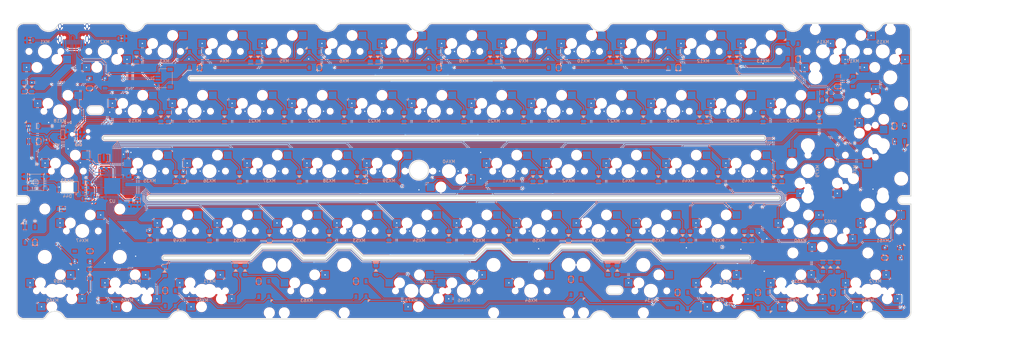
<source format=kicad_pcb>
(kicad_pcb (version 20171130) (host pcbnew "(5.1.10)-1")
  (layers (0 F.Cu signal) (31 B.Cu signal) (34 B.Paste user hide) (35 F.Paste user hide) (36 B.SilkS user) (37 F.SilkS user) (38 B.Mask user) (39 F.Mask user) (44 Edge.Cuts user))
  (net 0 "")
  (net 1 +5V)
  (net 2 GND)
  (net 3 "Net-(C6-Pad1)")
  (net 4 "Net-(D1-Pad2)")
  (net 5 "Net-(D2-Pad2)")
  (net 6 "Net-(D3-Pad2)")
  (net 7 "Net-(D4-Pad2)")
  (net 8 "Net-(D5-Pad2)")
  (net 9 "Net-(D6-Pad2)")
  (net 10 "Net-(D7-Pad2)")
  (net 11 "Net-(D8-Pad2)")
  (net 12 "Net-(D9-Pad2)")
  (net 13 "Net-(D10-Pad2)")
  (net 14 "Net-(D11-Pad2)")
  (net 15 "Net-(D12-Pad2)")
  (net 16 "Net-(D13-Pad2)")
  (net 17 "Net-(D14-Pad2)")
  (net 18 "Net-(D15-Pad2)")
  (net 19 D+)
  (net 20 D-)
  (net 21 RST)
  (net 22 "Net-(R6-Pad2)")
  (net 23 RGBLED)
  (net 24 "Net-(R7-Pad2)")
  (net 25 "Net-(D42-Pad2)")
  (net 26 "Net-(D17-Pad2)")
  (net 27 "Net-(D18-Pad2)")
  (net 28 "Net-(D19-Pad2)")
  (net 29 "Net-(D20-Pad2)")
  (net 30 "Net-(D21-Pad2)")
  (net 31 "Net-(D22-Pad2)")
  (net 32 "Net-(D23-Pad2)")
  (net 33 "Net-(D24-Pad2)")
  (net 34 "Net-(D25-Pad2)")
  (net 35 "Net-(D26-Pad2)")
  (net 36 "Net-(D27-Pad2)")
  (net 37 "Net-(D28-Pad2)")
  (net 38 "Net-(D29-Pad2)")
  (net 39 "Net-(D30-Pad2)")
  (net 40 "Net-(D31-Pad2)")
  (net 41 "Net-(D33-Pad2)")
  (net 42 "Net-(D34-Pad2)")
  (net 43 "Net-(D35-Pad2)")
  (net 44 "Net-(D36-Pad2)")
  (net 45 "Net-(D37-Pad2)")
  (net 46 "Net-(D38-Pad2)")
  (net 47 "Net-(D39-Pad2)")
  (net 48 "Net-(D40-Pad2)")
  (net 49 "Net-(D41-Pad2)")
  (net 50 "Net-(D43-Pad2)")
  (net 51 "Net-(D45-Pad2)")
  (net 52 "Net-(D46-Pad2)")
  (net 53 Row2)
  (net 54 Row3)
  (net 55 Row4)
  (net 56 Col0)
  (net 57 Col1)
  (net 58 Col2)
  (net 59 Col3)
  (net 60 Col4)
  (net 61 Col5)
  (net 62 Col6)
  (net 63 Col7)
  (net 64 "Net-(D48-Pad2)")
  (net 65 "Net-(D49-Pad2)")
  (net 66 "Net-(D50-Pad2)")
  (net 67 "Net-(D51-Pad2)")
  (net 68 "Net-(D52-Pad2)")
  (net 69 "Net-(D53-Pad2)")
  (net 70 "Net-(D54-Pad2)")
  (net 71 "Net-(D55-Pad2)")
  (net 72 "Net-(D56-Pad2)")
  (net 73 "Net-(D57-Pad2)")
  (net 74 "Net-(D58-Pad2)")
  (net 75 "Net-(D59-Pad2)")
  (net 76 "Net-(D61-Pad2)")
  (net 77 "Net-(D62-Pad2)")
  (net 78 "Net-(D63-Pad2)")
  (net 79 "Net-(D71-Pad2)")
  (net 80 "Net-(D72-Pad2)")
  (net 81 "Net-(D73-Pad2)")
  (net 82 Row0)
  (net 83 "Net-(RGB1-Pad2)")
  (net 84 "Net-(RGB1-Pad4)")
  (net 85 "Net-(RGB2-Pad2)")
  (net 86 "Net-(RGB3-Pad2)")
  (net 87 "Net-(RGB4-Pad2)")
  (net 88 "Net-(RGB5-Pad2)")
  (net 89 "Net-(RGB6-Pad2)")
  (net 90 "Net-(RGB7-Pad2)")
  (net 91 "Net-(RGB8-Pad2)")
  (net 92 "Net-(RGB10-Pad4)")
  (net 93 "Net-(RGB10-Pad2)")
  (net 94 "Net-(RGB11-Pad4)")
  (net 95 "Net-(RGB13-Pad4)")
  (net 96 "Net-(RGB14-Pad4)")
  (net 97 "Net-(RGB15-Pad4)")
  (net 98 "Net-(RGB16-Pad4)")
  (net 99 "Net-(RGB17-Pad4)")
  (net 100 "Net-(RGB18-Pad4)")
  (net 101 "Net-(RGB19-Pad4)")
  (net 102 "Net-(D44-Pad1)")
  (net 103 CapLK)
  (net 104 "Net-(D65-Pad2)")
  (net 105 Col8)
  (net 106 Col9)
  (net 107 Col10)
  (net 108 Col11)
  (net 109 Col12)
  (net 110 Col13)
  (net 111 Col14)
  (net 112 MOSI)
  (net 113 "Net-(R1-Pad2)")
  (net 114 "Net-(R2-Pad2)")
  (net 115 "Net-(U2-Pad17)")
  (net 116 "Net-(U2-Pad16)")
  (net 117 "Net-(D64-Pad2)")
  (net 118 "Net-(D66-Pad2)")
  (net 119 "Net-(D16-Pad2)")
  (net 120 A-)
  (net 121 A+)
  (module MX_Only_v3:MXOnly-2.25U-Hotswap-ReversedStabilizers-L (layer F.Cu) (at 264.160214 86.042532)
    (fp_text reference MX48)
    (fp_text value 2.25U)
    (fp_text user %R (at 3.048 0 90) (layer B.SilkS) (effects (justify mirror)))
    (pad "" np_thru_hole circle (at -5.08 -2.54 90) (size 3 3) (drill 3) (layers *.Cu *.Mask))
    (pad "" np_thru_hole circle (at 0 0 90) (size 3.9878 3.9878) (drill 3.9878) (layers *.Cu *.Mask))
    (pad "" np_thru_hole circle (at -2.54 3.81 90) (size 3 3) (drill 3) (layers *.Cu *.Mask))
    (pad "" np_thru_hole circle (at 0 5.08 138.0996) (size 1.75 1.75) (drill 1.75) (layers *.Cu *.Mask))
    (pad "" np_thru_hole circle (at 0 -5.08 138.0996) (size 1.75 1.75) (drill 1.75) (layers *.Cu *.Mask))
    (pad 1 smd rect (at -2.54 7.085 90) (size 2.55 2.5) (layers B.Cu B.Paste B.Mask) (net 110 Col13))
    (pad 2 smd rect (at -5.08 -5.842 90) (size 2.55 2.5) (layers B.Cu B.Paste B.Mask) (net 51 "Net-(D45-Pad2)"))
    (pad "" np_thru_hole circle (at -11.938 -6.985 180) (size 3.048 3.048) (drill 3.048) (layers *.Cu *.Mask))
    (pad "" np_thru_hole circle (at 11.938 -6.985 180) (size 3.048 3.048) (drill 3.048) (layers *.Cu *.Mask))
    (pad "" np_thru_hole circle (at -11.938 8.255 180) (size 3.9878 3.9878) (drill 3.9878) (layers *.Cu *.Mask))
    (pad "" np_thru_hole circle (at 11.938 8.255 180) (size 3.9878 3.9878) (drill 3.9878) (layers *.Cu *.Mask))
  )
  (module MX_Only_v3:MXOnly-2.75U-Hotswap (layer F.Cu) (at 259.39771 105.092548 180)
    (fp_text reference MX62)
    (fp_text value 1U)
    (fp_text user %R (at 0 3.048) (layer B.SilkS) (effects (justify mirror)))
    (pad "" np_thru_hole circle (at -11.938 8.255 180) (size 3.9878 3.9878) (drill 3.9878) (layers *.Cu *.Mask))
    (pad "" np_thru_hole circle (at 11.938 8.255 180) (size 3.9878 3.9878) (drill 3.9878) (layers *.Cu *.Mask))
    (pad "" np_thru_hole circle (at -11.938 -6.985 180) (size 3.048 3.048) (drill 3.048) (layers *.Cu *.Mask))
    (pad "" np_thru_hole circle (at 11.938 -6.985 180) (size 3.048 3.048) (drill 3.048) (layers *.Cu *.Mask))
    (pad 2 smd rect (at 5.842 -5.08 180) (size 2.55 2.5) (layers B.Cu B.Paste B.Mask) (net 110 Col13))
    (pad 1 smd rect (at -7.085 -2.54 180) (size 2.55 2.5) (layers B.Cu B.Paste B.Mask) (net 74 "Net-(D58-Pad2)"))
    (pad "" np_thru_hole circle (at 5.08 0 228.0996) (size 1.75 1.75) (drill 1.75) (layers *.Cu *.Mask))
    (pad "" np_thru_hole circle (at -5.08 0 228.0996) (size 1.75 1.75) (drill 1.75) (layers *.Cu *.Mask))
    (pad "" np_thru_hole circle (at -3.81 -2.54 180) (size 3 3) (drill 3) (layers *.Cu *.Mask))
    (pad "" np_thru_hole circle (at 0 0 180) (size 3.9878 3.9878) (drill 3.9878) (layers *.Cu *.Mask))
    (pad "" np_thru_hole circle (at 2.54 -5.08 180) (size 3 3) (drill 3) (layers *.Cu *.Mask))
  )
  (module MX_Only_v3:MXOnly-1.75U-Hotswap (layer F.Cu) (at 249.872734 105.0925)
    (fp_text reference MX60)
    (fp_text value 1.75U)
    (fp_text user %R (at 0 3.048) (layer B.SilkS) (effects (justify mirror)))
    (pad "" np_thru_hole circle (at 2.54 -5.08) (size 3 3) (drill 3) (layers *.Cu *.Mask))
    (pad "" np_thru_hole circle (at 0 0) (size 3.9878 3.9878) (drill 3.9878) (layers *.Cu *.Mask))
    (pad "" np_thru_hole circle (at -3.81 -2.54) (size 3 3) (drill 3) (layers *.Cu *.Mask))
    (pad "" np_thru_hole circle (at -5.08 0 48.0996) (size 1.75 1.75) (drill 1.75) (layers *.Cu *.Mask))
    (pad "" np_thru_hole circle (at 5.08 0 48.0996) (size 1.75 1.75) (drill 1.75) (layers *.Cu *.Mask))
    (pad 1 smd rect (at -7.085 -2.54) (size 2.55 2.5) (layers B.Cu B.Paste B.Mask) (net 110 Col13))
    (pad 2 smd rect (at 5.842 -5.08) (size 2.55 2.5) (layers B.Cu B.Paste B.Mask) (net 74 "Net-(D58-Pad2)"))
  )
  (module MX_Only_v3:MXOnly-1.5U-Hotswap (layer F.Cu) (at 271.30397 124.142564)
    (fp_text reference MX76)
    (fp_text value 1.5U)
    (fp_text user %R (at 0 3.048) (layer B.SilkS) (effects (justify mirror)))
    (pad "" np_thru_hole circle (at 2.54 -5.08) (size 3 3) (drill 3) (layers *.Cu *.Mask))
    (pad "" np_thru_hole circle (at 0 0) (size 3.9878 3.9878) (drill 3.9878) (layers *.Cu *.Mask))
    (pad "" np_thru_hole circle (at -3.81 -2.54) (size 3 3) (drill 3) (layers *.Cu *.Mask))
    (pad "" np_thru_hole circle (at -5.08 0 48.0996) (size 1.75 1.75) (drill 1.75) (layers *.Cu *.Mask))
    (pad "" np_thru_hole circle (at 5.08 0 48.0996) (size 1.75 1.75) (drill 1.75) (layers *.Cu *.Mask))
    (pad 1 smd rect (at -7.085 -2.54) (size 2.55 2.5) (layers B.Cu B.Paste B.Mask) (net 81 "Net-(D73-Pad2)"))
    (pad 2 smd rect (at 5.842 -5.08) (size 2.55 2.5) (layers B.Cu B.Paste B.Mask) (net 111 Col14))
  )
  (module MX_Only_v3:MXOnly-1U-Hotswap (layer F.Cu) (at 247.49145 124.142564)
    (fp_text reference MX75)
    (fp_text value 1U)
    (fp_text user %R (at 0 3.048) (layer B.SilkS) (effects (justify mirror)))
    (pad "" np_thru_hole circle (at 2.54 -5.08) (size 3 3) (drill 3) (layers *.Cu *.Mask))
    (pad "" np_thru_hole circle (at 0 0) (size 3.9878 3.9878) (drill 3.9878) (layers *.Cu *.Mask))
    (pad "" np_thru_hole circle (at -3.81 -2.54) (size 3 3) (drill 3) (layers *.Cu *.Mask))
    (pad "" np_thru_hole circle (at -5.08 0 48.0996) (size 1.75 1.75) (drill 1.75) (layers *.Cu *.Mask))
    (pad "" np_thru_hole circle (at 5.08 0 48.0996) (size 1.75 1.75) (drill 1.75) (layers *.Cu *.Mask))
    (pad 1 smd rect (at -7.085 -2.54) (size 2.55 2.5) (layers B.Cu B.Paste B.Mask) (net 80 "Net-(D72-Pad2)"))
    (pad 2 smd rect (at 5.842 -5.08) (size 2.55 2.5) (layers B.Cu B.Paste B.Mask) (net 110 Col13))
  )
  (module MX_Only_v3:MXOnly-1.5U-Hotswap (layer F.Cu) (at 223.67893 124.142564)
    (fp_text reference MX74)
    (fp_text value 1.5U)
    (fp_text user %R (at 0 3.048) (layer B.SilkS) (effects (justify mirror)))
    (pad "" np_thru_hole circle (at 2.54 -5.08) (size 3 3) (drill 3) (layers *.Cu *.Mask))
    (pad "" np_thru_hole circle (at 0 0) (size 3.9878 3.9878) (drill 3.9878) (layers *.Cu *.Mask))
    (pad "" np_thru_hole circle (at -3.81 -2.54) (size 3 3) (drill 3) (layers *.Cu *.Mask))
    (pad "" np_thru_hole circle (at -5.08 0 48.0996) (size 1.75 1.75) (drill 1.75) (layers *.Cu *.Mask))
    (pad "" np_thru_hole circle (at 5.08 0 48.0996) (size 1.75 1.75) (drill 1.75) (layers *.Cu *.Mask))
    (pad 1 smd rect (at -7.085 -2.54) (size 2.55 2.5) (layers B.Cu B.Paste B.Mask) (net 119 "Net-(D16-Pad2)"))
    (pad 2 smd rect (at 5.842 -5.08) (size 2.55 2.5) (layers B.Cu B.Paste B.Mask) (net 109 Col12))
  )
  (module MX_Only_v3:MXOnly-1.25U-Hotswap (layer F.Cu) (at 273.685222 124.142564 180)
    (fp_text reference MX72)
    (fp_text value 1.25U)
    (fp_text user %R (at 0 3.048) (layer B.SilkS) (effects (justify mirror)))
    (pad "" np_thru_hole circle (at 2.54 -5.08 180) (size 3 3) (drill 3) (layers *.Cu *.Mask))
    (pad "" np_thru_hole circle (at 0 0 180) (size 3.9878 3.9878) (drill 3.9878) (layers *.Cu *.Mask))
    (pad "" np_thru_hole circle (at -3.81 -2.54 180) (size 3 3) (drill 3) (layers *.Cu *.Mask))
    (pad "" np_thru_hole circle (at -5.08 0 228.0996) (size 1.75 1.75) (drill 1.75) (layers *.Cu *.Mask))
    (pad "" np_thru_hole circle (at 5.08 0 228.0996) (size 1.75 1.75) (drill 1.75) (layers *.Cu *.Mask))
    (pad 1 smd rect (at -7.085 -2.54 180) (size 2.55 2.5) (layers B.Cu B.Paste B.Mask) (net 111 Col14))
    (pad 2 smd rect (at 5.842 -5.08 180) (size 2.55 2.5) (layers B.Cu B.Paste B.Mask) (net 81 "Net-(D73-Pad2)"))
  )
  (module MX_Only_v3:MXOnly-1.25U-Hotswap (layer F.Cu) (at 202.247662 124.142564)
    (fp_text reference MX34)
    (fp_text value 1.25U)
    (fp_text user %R (at 0 3.048) (layer B.SilkS) (effects (justify mirror)))
    (pad "" np_thru_hole circle (at 2.54 -5.08) (size 3 3) (drill 3) (layers *.Cu *.Mask))
    (pad "" np_thru_hole circle (at 0 0) (size 3.9878 3.9878) (drill 3.9878) (layers *.Cu *.Mask))
    (pad "" np_thru_hole circle (at -3.81 -2.54) (size 3 3) (drill 3) (layers *.Cu *.Mask))
    (pad "" np_thru_hole circle (at -5.08 0 48.0996) (size 1.75 1.75) (drill 1.75) (layers *.Cu *.Mask))
    (pad "" np_thru_hole circle (at 5.08 0 48.0996) (size 1.75 1.75) (drill 1.75) (layers *.Cu *.Mask))
    (pad 1 smd rect (at -7.085 -2.54) (size 2.55 2.5) (layers B.Cu B.Paste B.Mask) (net 105 Col8))
    (pad 2 smd rect (at 5.842 -5.08) (size 2.55 2.5) (layers B.Cu B.Paste B.Mask) (net 79 "Net-(D71-Pad2)"))
  )
  (module MX_Only_v3:MXOnly-1.25U-Hotswap (layer F.Cu) (at 249.872702 124.142564 180)
    (fp_text reference MX31)
    (fp_text value 1.25U)
    (fp_text user %R (at 0 3.048) (layer B.SilkS) (effects (justify mirror)))
    (pad "" np_thru_hole circle (at 2.54 -5.08 180) (size 3 3) (drill 3) (layers *.Cu *.Mask))
    (pad "" np_thru_hole circle (at 0 0 180) (size 3.9878 3.9878) (drill 3.9878) (layers *.Cu *.Mask))
    (pad "" np_thru_hole circle (at -3.81 -2.54 180) (size 3 3) (drill 3) (layers *.Cu *.Mask))
    (pad "" np_thru_hole circle (at -5.08 0 228.0996) (size 1.75 1.75) (drill 1.75) (layers *.Cu *.Mask))
    (pad "" np_thru_hole circle (at 5.08 0 228.0996) (size 1.75 1.75) (drill 1.75) (layers *.Cu *.Mask))
    (pad 1 smd rect (at -7.085 -2.54 180) (size 2.55 2.5) (layers B.Cu B.Paste B.Mask) (net 110 Col13))
    (pad 2 smd rect (at 5.842 -5.08 180) (size 2.55 2.5) (layers B.Cu B.Paste B.Mask) (net 80 "Net-(D72-Pad2)"))
  )
  (module MX_Only_v3:MXOnly-1.25U-Hotswap (layer F.Cu) (at 226.060182 124.142564 180)
    (fp_text reference MX16)
    (fp_text value 1.25U)
    (fp_text user %R (at 0 3.048) (layer B.SilkS) (effects (justify mirror)))
    (pad "" np_thru_hole circle (at 2.54 -5.08 180) (size 3 3) (drill 3) (layers *.Cu *.Mask))
    (pad "" np_thru_hole circle (at 0 0 180) (size 3.9878 3.9878) (drill 3.9878) (layers *.Cu *.Mask))
    (pad "" np_thru_hole circle (at -3.81 -2.54 180) (size 3 3) (drill 3) (layers *.Cu *.Mask))
    (pad "" np_thru_hole circle (at -5.08 0 228.0996) (size 1.75 1.75) (drill 1.75) (layers *.Cu *.Mask))
    (pad "" np_thru_hole circle (at 5.08 0 228.0996) (size 1.75 1.75) (drill 1.75) (layers *.Cu *.Mask))
    (pad 1 smd rect (at -7.085 -2.54 180) (size 2.55 2.5) (layers B.Cu B.Paste B.Mask) (net 109 Col12))
    (pad 2 smd rect (at 5.842 -5.08 180) (size 2.55 2.5) (layers B.Cu B.Paste B.Mask) (net 119 "Net-(D16-Pad2)"))
  )
  (module MX_Only_v3:MXOnly-7U-Hotswap-ReversedStabilizers (layer F.Cu) (at 142.71625 124.1425)
    (fp_text reference MX46)
    (fp_text value 7U)
    (fp_text user %R (at 0 3.048) (layer B.SilkS) (effects (justify mirror)))
    (pad "" np_thru_hole circle (at -57.15 -8.255) (size 3.9878 3.9878) (drill 3.9878) (layers *.Cu *.Mask))
    (pad "" np_thru_hole circle (at 57.15 -8.255) (size 3.9878 3.9878) (drill 3.9878) (layers *.Cu *.Mask))
    (pad "" np_thru_hole circle (at -57.15 6.985) (size 3.048 3.048) (drill 3.048) (layers *.Cu *.Mask))
    (pad "" np_thru_hole circle (at 57.15 6.985) (size 3.048 3.048) (drill 3.048) (layers *.Cu *.Mask))
    (pad 2 smd rect (at 5.842 -5.08) (size 2.55 2.5) (layers B.Cu B.Paste B.Mask) (net 62 Col6))
    (pad 1 smd rect (at -7.085 -2.54) (size 2.55 2.5) (layers B.Cu B.Paste B.Mask) (net 104 "Net-(D65-Pad2)"))
    (pad "" np_thru_hole circle (at 5.08 0 48.0996) (size 1.75 1.75) (drill 1.75) (layers *.Cu *.Mask))
    (pad "" np_thru_hole circle (at -5.08 0 48.0996) (size 1.75 1.75) (drill 1.75) (layers *.Cu *.Mask))
    (pad "" np_thru_hole circle (at -3.81 -2.54) (size 3 3) (drill 3) (layers *.Cu *.Mask))
    (pad "" np_thru_hole circle (at 0 0) (size 3.9878 3.9878) (drill 3.9878) (layers *.Cu *.Mask))
    (pad "" np_thru_hole circle (at 2.54 -5.08) (size 3 3) (drill 3) (layers *.Cu *.Mask))
  )
  (module sanproject-keyboard-part:JST-SR-4 (layer B.Cu) (at 50.11625 56.4425 270)
    (fp_text reference J1 (at 0 6.5 270) (layer B.SilkS) (effects (justify mirror)))
    (fp_text value Conn_01x04_Female)
    (pad 3 smd rect (at 0.5 4.775 270) (size 0.6 1.55) (layers B.Cu B.Paste B.Mask) (net 121 A+))
    (pad 4 smd rect (at 1.5 4.775 270) (size 0.6 1.55) (layers B.Cu B.Paste B.Mask) (net 2 GND))
    (pad 2 smd rect (at -0.5 4.775 270) (size 0.6 1.55) (layers B.Cu B.Paste B.Mask) (net 120 A-))
    (pad 1 smd rect (at -1.5 4.775 270) (size 0.6 1.55) (layers B.Cu B.Paste B.Mask) (net 1 +5V))
    (pad "" smd rect (at -2.8 0.9 270) (size 1.2 1.8) (layers B.Cu B.Paste B.Mask))
    (pad "" smd rect (at 2.8 0.9 270) (size 1.2 1.8) (layers B.Cu B.Paste B.Mask))
  )
  (module MX_Only_v3:MXOnly-1U-Hotswap (layer F.Cu) (at 28.41625 47.9425 180)
    (fp_text reference MX2)
    (fp_text value 1U)
    (fp_text user %R (at 0 3.048) (layer B.SilkS) (effects (justify mirror)))
    (pad "" np_thru_hole circle (at 2.54 -5.08 180) (size 3 3) (drill 3) (layers *.Cu *.Mask))
    (pad "" np_thru_hole circle (at 0 0 180) (size 3.9878 3.9878) (drill 3.9878) (layers *.Cu *.Mask))
    (pad "" np_thru_hole circle (at -3.81 -2.54 180) (size 3 3) (drill 3) (layers *.Cu *.Mask))
    (pad "" np_thru_hole circle (at -5.08 0 228.0996) (size 1.75 1.75) (drill 1.75) (layers *.Cu *.Mask))
    (pad "" np_thru_hole circle (at 5.08 0 228.0996) (size 1.75 1.75) (drill 1.75) (layers *.Cu *.Mask))
    (pad 1 smd rect (at -7.085 -2.54 180) (size 2.55 2.5) (layers B.Cu B.Paste B.Mask) (net 57 Col1))
    (pad 2 smd rect (at 5.842 -5.08 180) (size 2.55 2.5) (layers B.Cu B.Paste B.Mask) (net 5 "Net-(D2-Pad2)"))
  )
  (module sanproject-keyboard-part:HRO-TYPE-C-31-M-12-Assembly (layer B.Cu) (at 18.453846 37.292496)
    (fp_text reference USB1)
    (fp_text value HRO-TYPE-C-31-M-12)
    (pad 13 thru_hole oval (at 4.32 2.6) (size 1 1.6) (drill oval 0.6 1.2) (layers *.Cu *.Mask) (net 2 GND))
    (pad 13 thru_hole oval (at -4.32 2.6) (size 1 1.6) (drill oval 0.6 1.2) (layers *.Cu *.Mask) (net 2 GND))
    (pad 13 thru_hole oval (at 4.32 6.78) (size 1 2.1) (drill oval 0.6 1.7) (layers *.Cu *.Mask) (net 2 GND))
    (pad 13 thru_hole oval (at -4.32 6.78) (size 1 2.1) (drill oval 0.6 1.7) (layers *.Cu *.Mask) (net 2 GND))
    (pad "" np_thru_hole circle (at -2.89 6.25) (size 0.65 0.65) (drill 0.65) (layers *.Cu *.Mask))
    (pad "" np_thru_hole circle (at 2.89 6.25) (size 0.65 0.65) (drill 0.65) (layers *.Cu *.Mask))
    (pad 6 smd rect (at -0.25 7.695) (size 0.3 1.45) (layers B.Cu B.Paste B.Mask) (net 121 A+))
    (pad 7 smd rect (at 0.25 7.695) (size 0.3 1.45) (layers B.Cu B.Paste B.Mask) (net 120 A-))
    (pad 8 smd rect (at 0.75 7.695) (size 0.3 1.45) (layers B.Cu B.Paste B.Mask) (net 121 A+))
    (pad 5 smd rect (at -0.75 7.695) (size 0.3 1.45) (layers B.Cu B.Paste B.Mask) (net 120 A-))
    (pad 9 smd rect (at 1.25 7.695) (size 0.3 1.45) (layers B.Cu B.Paste B.Mask))
    (pad 4 smd rect (at -1.25 7.695) (size 0.3 1.45) (layers B.Cu B.Paste B.Mask) (net 113 "Net-(R1-Pad2)"))
    (pad 10 smd rect (at 1.75 7.695) (size 0.3 1.45) (layers B.Cu B.Paste B.Mask) (net 114 "Net-(R2-Pad2)"))
    (pad 3 smd rect (at -1.75 7.695) (size 0.3 1.45) (layers B.Cu B.Paste B.Mask))
    (pad 2 smd rect (at -2.45 7.695) (size 0.6 1.45) (layers B.Cu B.Paste B.Mask) (net 1 +5V))
    (pad 11 smd rect (at 2.45 7.695) (size 0.6 1.45) (layers B.Cu B.Paste B.Mask) (net 1 +5V))
    (pad 1 smd rect (at -3.225 7.695) (size 0.6 1.45) (layers B.Cu B.Paste B.Mask) (net 2 GND))
    (pad 12 smd rect (at 3.225 7.695) (size 0.6 1.45) (layers B.Cu B.Paste B.Mask) (net 2 GND))
  )
  (module MX_Only_v3:MXOnly-1U-Hotswap (layer F.Cu) (at 9.36625 47.9425 180)
    (fp_text reference MX1)
    (fp_text value 1U)
    (fp_text user %R (at 0 3.048) (layer B.SilkS) (effects (justify mirror)))
    (pad "" np_thru_hole circle (at 2.54 -5.08 180) (size 3 3) (drill 3) (layers *.Cu *.Mask))
    (pad "" np_thru_hole circle (at 0 0 180) (size 3.9878 3.9878) (drill 3.9878) (layers *.Cu *.Mask))
    (pad "" np_thru_hole circle (at -3.81 -2.54 180) (size 3 3) (drill 3) (layers *.Cu *.Mask))
    (pad "" np_thru_hole circle (at -5.08 0 228.0996) (size 1.75 1.75) (drill 1.75) (layers *.Cu *.Mask))
    (pad "" np_thru_hole circle (at 5.08 0 228.0996) (size 1.75 1.75) (drill 1.75) (layers *.Cu *.Mask))
    (pad 1 smd rect (at -7.085 -2.54 180) (size 2.55 2.5) (layers B.Cu B.Paste B.Mask) (net 4 "Net-(D1-Pad2)"))
    (pad 2 smd rect (at 5.842 -5.08 180) (size 2.55 2.5) (layers B.Cu B.Paste B.Mask) (net 56 Col0))
  )
  (module MX_Only_v3:MXOnly-1.5U-Hotswap (layer F.Cu) (at 271.304002 66.9925 270)
    (fp_text reference MX33)
    (fp_text value 1.5U)
    (fp_text user %R (at 0 0.000032 90) (layer B.SilkS) (effects (justify mirror)))
    (pad 2 smd rect (at 5.842 -5.08 270) (size 2.55 2.5) (layers B.Cu B.Paste B.Mask) (net 40 "Net-(D31-Pad2)"))
    (pad 1 smd rect (at -7.085 -2.54 270) (size 2.55 2.5) (layers B.Cu B.Paste B.Mask) (net 110 Col13))
    (pad "" np_thru_hole circle (at 5.08 0 318.0996) (size 1.75 1.75) (drill 1.75) (layers *.Cu *.Mask))
    (pad "" np_thru_hole circle (at -5.08 0 318.0996) (size 1.75 1.75) (drill 1.75) (layers *.Cu *.Mask))
    (pad "" np_thru_hole circle (at -3.81 -2.54 270) (size 3 3) (drill 3) (layers *.Cu *.Mask))
    (pad "" np_thru_hole circle (at 0 0 270) (size 3.9878 3.9878) (drill 3.9878) (layers *.Cu *.Mask))
    (pad "" np_thru_hole circle (at 2.54 -5.08 270) (size 3 3) (drill 3) (layers *.Cu *.Mask))
  )
  (module MX_Only_v3:MXOnly-1U-Hotswap (layer F.Cu) (at 52.228818 105.0925)
    (fp_text reference MX49)
    (fp_text value 1U)
    (fp_text user %R (at 0 3.048) (layer B.SilkS) (effects (justify mirror)))
    (pad "" np_thru_hole circle (at 2.54 -5.08) (size 3 3) (drill 3) (layers *.Cu *.Mask))
    (pad "" np_thru_hole circle (at 0 0) (size 3.9878 3.9878) (drill 3.9878) (layers *.Cu *.Mask))
    (pad "" np_thru_hole circle (at -3.81 -2.54) (size 3 3) (drill 3) (layers *.Cu *.Mask))
    (pad "" np_thru_hole circle (at -5.08 0 48.0996) (size 1.75 1.75) (drill 1.75) (layers *.Cu *.Mask))
    (pad "" np_thru_hole circle (at 5.08 0 48.0996) (size 1.75 1.75) (drill 1.75) (layers *.Cu *.Mask))
    (pad 1 smd rect (at -7.085 -2.54) (size 2.55 2.5) (layers B.Cu B.Paste B.Mask) (net 58 Col2))
    (pad 2 smd rect (at 5.842 -5.08) (size 2.55 2.5) (layers B.Cu B.Paste B.Mask) (net 64 "Net-(D48-Pad2)"))
  )
  (module MX_Only_v3:MXOnly-1.5U-Hotswap (layer F.Cu) (at 61.753794 124.142564 180)
    (fp_text reference MX71)
    (fp_text value 1.5U)
    (fp_text user %R (at 0 3.048) (layer B.SilkS) (effects (justify mirror)))
    (pad 2 smd rect (at 5.842 -5.08 180) (size 2.55 2.5) (layers B.Cu B.Paste B.Mask) (net 59 Col3))
    (pad 1 smd rect (at -7.085 -2.54 180) (size 2.55 2.5) (layers B.Cu B.Paste B.Mask) (net 78 "Net-(D63-Pad2)"))
    (pad "" np_thru_hole circle (at 5.08 0 228.0996) (size 1.75 1.75) (drill 1.75) (layers *.Cu *.Mask))
    (pad "" np_thru_hole circle (at -5.08 0 228.0996) (size 1.75 1.75) (drill 1.75) (layers *.Cu *.Mask))
    (pad "" np_thru_hole circle (at -3.81 -2.54 180) (size 3 3) (drill 3) (layers *.Cu *.Mask))
    (pad "" np_thru_hole circle (at 0 0 180) (size 3.9878 3.9878) (drill 3.9878) (layers *.Cu *.Mask))
    (pad "" np_thru_hole circle (at 2.54 -5.08 180) (size 3 3) (drill 3) (layers *.Cu *.Mask))
  )
  (module MX_Only_v3:MXOnly-1U-Hotswap (layer F.Cu) (at 37.941274 124.142564 180)
    (fp_text reference MX70)
    (fp_text value 1U)
    (fp_text user %R (at 0 3.048) (layer B.SilkS) (effects (justify mirror)))
    (pad 2 smd rect (at 5.842 -5.08 180) (size 2.55 2.5) (layers B.Cu B.Paste B.Mask) (net 58 Col2))
    (pad 1 smd rect (at -7.085 -2.54 180) (size 2.55 2.5) (layers B.Cu B.Paste B.Mask) (net 77 "Net-(D62-Pad2)"))
    (pad "" np_thru_hole circle (at 5.08 0 228.0996) (size 1.75 1.75) (drill 1.75) (layers *.Cu *.Mask))
    (pad "" np_thru_hole circle (at -5.08 0 228.0996) (size 1.75 1.75) (drill 1.75) (layers *.Cu *.Mask))
    (pad "" np_thru_hole circle (at -3.81 -2.54 180) (size 3 3) (drill 3) (layers *.Cu *.Mask))
    (pad "" np_thru_hole circle (at 0 0 180) (size 3.9878 3.9878) (drill 3.9878) (layers *.Cu *.Mask))
    (pad "" np_thru_hole circle (at 2.54 -5.08 180) (size 3 3) (drill 3) (layers *.Cu *.Mask))
  )
  (module MX_Only_v3:MXOnly-1.5U-Hotswap (layer F.Cu) (at 14.128754 124.142564 180)
    (fp_text reference MX69)
    (fp_text value 1.5U)
    (fp_text user %R (at 0 3.048) (layer B.SilkS) (effects (justify mirror)))
    (pad 2 smd rect (at 5.842 -5.08 180) (size 2.55 2.5) (layers B.Cu B.Paste B.Mask) (net 56 Col0))
    (pad 1 smd rect (at -7.085 -2.54 180) (size 2.55 2.5) (layers B.Cu B.Paste B.Mask) (net 76 "Net-(D61-Pad2)"))
    (pad "" np_thru_hole circle (at 5.08 0 228.0996) (size 1.75 1.75) (drill 1.75) (layers *.Cu *.Mask))
    (pad "" np_thru_hole circle (at -5.08 0 228.0996) (size 1.75 1.75) (drill 1.75) (layers *.Cu *.Mask))
    (pad "" np_thru_hole circle (at -3.81 -2.54 180) (size 3 3) (drill 3) (layers *.Cu *.Mask))
    (pad "" np_thru_hole circle (at 0 0 180) (size 3.9878 3.9878) (drill 3.9878) (layers *.Cu *.Mask))
    (pad "" np_thru_hole circle (at 2.54 -5.08 180) (size 3 3) (drill 3) (layers *.Cu *.Mask))
  )
  (module MX_Only_v3:MXOnly-1U-Hotswap (layer F.Cu) (at 128.428882 105.0925)
    (fp_text reference MX54)
    (fp_text value 1U)
    (fp_text user %R (at 0 3.048) (layer B.SilkS) (effects (justify mirror)))
    (pad "" np_thru_hole circle (at 2.54 -5.08) (size 3 3) (drill 3) (layers *.Cu *.Mask))
    (pad "" np_thru_hole circle (at 0 0) (size 3.9878 3.9878) (drill 3.9878) (layers *.Cu *.Mask))
    (pad "" np_thru_hole circle (at -3.81 -2.54) (size 3 3) (drill 3) (layers *.Cu *.Mask))
    (pad "" np_thru_hole circle (at -5.08 0 48.0996) (size 1.75 1.75) (drill 1.75) (layers *.Cu *.Mask))
    (pad "" np_thru_hole circle (at 5.08 0 48.0996) (size 1.75 1.75) (drill 1.75) (layers *.Cu *.Mask))
    (pad 1 smd rect (at -7.085 -2.54) (size 2.55 2.5) (layers B.Cu B.Paste B.Mask) (net 62 Col6))
    (pad 2 smd rect (at 5.842 -5.08) (size 2.55 2.5) (layers B.Cu B.Paste B.Mask) (net 68 "Net-(D52-Pad2)"))
  )
  (module MX_Only_v3:MXOnly-ISO-ROTATED-Hotswap-R (layer F.Cu) (at 273.685222 76.517524)
    (fp_text reference MX78)
    (fp_text value ISO)
    (pad "" np_thru_hole circle (at 0 5.08 138.0996) (size 1.75 1.75) (drill 1.75) (layers *.Cu *.Mask))
    (pad "" np_thru_hole circle (at -2.54 3.81 90) (size 3 3) (drill 3) (layers *.Cu *.Mask))
    (pad "" np_thru_hole circle (at -5.08 -2.54 90) (size 3 3) (drill 3) (layers *.Cu *.Mask))
    (pad "" np_thru_hole circle (at 0 -5.08 138.0996) (size 1.75 1.75) (drill 1.75) (layers *.Cu *.Mask))
    (pad 1 smd rect (at -2.54 7.085 90) (size 2.55 2.5) (layers B.Cu B.Paste B.Mask) (net 51 "Net-(D45-Pad2)"))
    (pad 2 smd rect (at -5.08 -5.842 90) (size 2.55 2.5) (layers B.Cu B.Paste B.Mask) (net 110 Col13))
    (pad "" np_thru_hole circle (at 0 0 90) (size 3.9878 3.9878) (drill 3.9878) (layers *.Cu *.Mask))
    (pad "" np_thru_hole circle (at 8.255 -11.938) (size 3.9878 3.9878) (drill 3.9878) (layers *.Cu *.Mask))
    (pad "" np_thru_hole circle (at 8.255 11.938) (size 3.9878 3.9878) (drill 3.9878) (layers *.Cu *.Mask))
    (pad "" np_thru_hole circle (at -6.985 -11.938) (size 3.048 3.048) (drill 3.048) (layers *.Cu *.Mask))
    (pad "" np_thru_hole circle (at -6.985 11.938) (size 3.048 3.048) (drill 3.048) (layers *.Cu *.Mask))
  )
  (module MX_Only_v3:MXOnly-1U-Hotswap (layer F.Cu) (at 252.253954 86.042532 90)
    (fp_text reference MX79)
    (fp_text value 1U)
    (fp_text user %R (at 0 3.048 90) (layer B.SilkS) (effects (justify mirror)))
    (pad 2 smd rect (at 5.842 -5.08 90) (size 2.55 2.5) (layers B.Cu B.Paste B.Mask) (net 40 "Net-(D31-Pad2)"))
    (pad 1 smd rect (at -7.085 -2.54 90) (size 2.55 2.5) (layers B.Cu B.Paste B.Mask) (net 110 Col13))
    (pad "" np_thru_hole circle (at 5.08 0 138.0996) (size 1.75 1.75) (drill 1.75) (layers *.Cu *.Mask))
    (pad "" np_thru_hole circle (at -5.08 0 138.0996) (size 1.75 1.75) (drill 1.75) (layers *.Cu *.Mask))
    (pad "" np_thru_hole circle (at -3.81 -2.54 90) (size 3 3) (drill 3) (layers *.Cu *.Mask))
    (pad "" np_thru_hole circle (at 0 0 90) (size 3.9878 3.9878) (drill 3.9878) (layers *.Cu *.Mask))
    (pad "" np_thru_hole circle (at 2.54 -5.08 90) (size 3 3) (drill 3) (layers *.Cu *.Mask))
  )
  (module sanproject-keyboard-part:SKQG-1155865 (layer B.Cu) (at 6.389685 89.61441)
    (fp_text reference SW1)
    (fp_text value SW_Push)
    (pad 1 smd rect (at -3.1 -1.85) (size 1.8 1.1) (layers B.Cu B.Paste B.Mask) (net 2 GND))
    (pad 2 smd rect (at 3.1 1.85) (size 1.8 1.1) (layers B.Cu B.Paste B.Mask) (net 21 RST))
    (pad 2 smd rect (at -3.1 1.85) (size 1.8 1.1) (layers B.Cu B.Paste B.Mask) (net 21 RST))
    (pad 1 smd rect (at 3.1 -1.85) (size 1.8 1.1) (layers B.Cu B.Paste B.Mask) (net 2 GND))
  )
  (module sanproject-keyboard-part:DIODE_1206_SawnsProjects (layer B.Cu) (at 257.016458 116.595717 270)
    (fp_text reference D16)
    (fp_text value D)
    (pad 2 smd roundrect (at 1.4 0 270) (size 1.2 1.6) (layers B.Cu B.Paste B.Mask) (roundrect_rratio 0.2) (net 119 "Net-(D16-Pad2)"))
    (pad 1 smd roundrect (at -1.4 0 270) (size 1.2 1.6) (layers B.Cu B.Paste B.Mask) (roundrect_rratio 0.2) (net 55 Row4))
  )
  (module CustomLogo:Nuxroslogo25x19-F.Cu (layer F.Cu) (at 176.212648 123.229791)
    (fp_text reference G*** hide)
    (fp_text value LOGO hide)
  )
  (module CustomLogo:sanpjxlogo (layer F.Cu) (at 77.827372 123.54739)
    (fp_text reference G*** hide)
    (fp_text value LOGO hide)
  )
  (module CustomLogo:Cre-v-F-Mask (layer B.Cu) (at 196.294858 73.541014 180)
    (fp_text reference G*** hide)
    (fp_text value LOGO hide)
  )
  (module CustomLogo:krush61x30-F.Mask (layer F.Cu) (at 109.379014 123.19)
    (fp_text reference G*** hide)
    (fp_text value LOGO hide)
  )
  (module sanproject-keyboard-part:DIODE_1206_SawnsProjects (layer B.Cu) (at 261.778962 116.595717 270)
    (fp_text reference D73)
    (fp_text value D)
    (pad 2 smd roundrect (at 1.4 0 270) (size 1.2 1.6) (layers B.Cu B.Paste B.Mask) (roundrect_rratio 0.2) (net 81 "Net-(D73-Pad2)"))
    (pad 1 smd roundrect (at -1.4 0 270) (size 1.2 1.6) (layers B.Cu B.Paste B.Mask) (roundrect_rratio 0.2) (net 55 Row4))
  )
  (module sanproject-keyboard-part:DIODE_1206_SawnsProjects (layer B.Cu) (at 259.39771 116.595717 270)
    (fp_text reference D72)
    (fp_text value D)
    (pad 2 smd roundrect (at 1.4 0 270) (size 1.2 1.6) (layers B.Cu B.Paste B.Mask) (roundrect_rratio 0.2) (net 80 "Net-(D72-Pad2)"))
    (pad 1 smd roundrect (at -1.4 0 270) (size 1.2 1.6) (layers B.Cu B.Paste B.Mask) (roundrect_rratio 0.2) (net 55 Row4))
  )
  (module sanproject-keyboard-part:DIODE_1206_SawnsProjects (layer B.Cu) (at 191.53266 117.594375 270)
    (fp_text reference D71)
    (fp_text value D)
    (pad 2 smd roundrect (at 1.4 0 270) (size 1.2 1.6) (layers B.Cu B.Paste B.Mask) (roundrect_rratio 0.2) (net 79 "Net-(D71-Pad2)"))
    (pad 1 smd roundrect (at -1.4 0 270) (size 1.2 1.6) (layers B.Cu B.Paste B.Mask) (roundrect_rratio 0.2) (net 55 Row4))
  )
  (module sanproject-keyboard-part:DIODE_1206_SawnsProjects (layer B.Cu) (at 188.556085 117.594375 270)
    (fp_text reference D66)
    (fp_text value D)
    (pad 2 smd roundrect (at 1.4 0 270) (size 1.2 1.6) (layers B.Cu B.Paste B.Mask) (roundrect_rratio 0.2) (net 118 "Net-(D66-Pad2)"))
    (pad 1 smd roundrect (at -1.4 0 270) (size 1.2 1.6) (layers B.Cu B.Paste B.Mask) (roundrect_rratio 0.2) (net 55 Row4))
  )
  (module sanproject-keyboard-part:DIODE_1206_SawnsProjects (layer B.Cu) (at 114.736655 117.594125 270)
    (fp_text reference D65)
    (fp_text value D)
    (pad 2 smd roundrect (at 1.4 0 270) (size 1.2 1.6) (layers B.Cu B.Paste B.Mask) (roundrect_rratio 0.2) (net 104 "Net-(D65-Pad2)"))
    (pad 1 smd roundrect (at -1.4 0 270) (size 1.2 1.6) (layers B.Cu B.Paste B.Mask) (roundrect_rratio 0.2) (net 55 Row4))
  )
  (module sanproject-keyboard-part:DIODE_1206_SawnsProjects (layer B.Cu) (at 73.064975 117.594375 270)
    (fp_text reference D64)
    (fp_text value D)
    (pad 2 smd roundrect (at 1.4 0 270) (size 1.2 1.6) (layers B.Cu B.Paste B.Mask) (roundrect_rratio 0.2) (net 117 "Net-(D64-Pad2)"))
    (pad 1 smd roundrect (at -1.4 0 270) (size 1.2 1.6) (layers B.Cu B.Paste B.Mask) (roundrect_rratio 0.2) (net 55 Row4))
  )
  (module sanproject-keyboard-part:DIODE_1206_SawnsProjects (layer B.Cu) (at 70.0884 117.59425 270)
    (fp_text reference D63)
    (fp_text value D)
    (pad 2 smd roundrect (at 1.4 0 270) (size 1.2 1.6) (layers B.Cu B.Paste B.Mask) (roundrect_rratio 0.2) (net 78 "Net-(D63-Pad2)"))
    (pad 1 smd roundrect (at -1.4 0 270) (size 1.2 1.6) (layers B.Cu B.Paste B.Mask) (roundrect_rratio 0.2) (net 55 Row4))
  )
  (module sanproject-keyboard-part:DIODE_1206_SawnsProjects (layer B.Cu) (at 47.466358 117.891907 270)
    (fp_text reference D62)
    (fp_text value D)
    (pad 2 smd roundrect (at 1.4 0 270) (size 1.2 1.6) (layers B.Cu B.Paste B.Mask) (roundrect_rratio 0.2) (net 77 "Net-(D62-Pad2)"))
    (pad 1 smd roundrect (at -1.4 0 270) (size 1.2 1.6) (layers B.Cu B.Paste B.Mask) (roundrect_rratio 0.2) (net 55 Row4))
  )
  (module sanproject-keyboard-part:DIODE_1206_SawnsProjects (layer B.Cu) (at 23.653798 118.784878 270)
    (fp_text reference D61)
    (fp_text value D)
    (pad 2 smd roundrect (at 1.4 0 270) (size 1.2 1.6) (layers B.Cu B.Paste B.Mask) (roundrect_rratio 0.2) (net 76 "Net-(D61-Pad2)"))
    (pad 1 smd roundrect (at -1.4 0 270) (size 1.2 1.6) (layers B.Cu B.Paste B.Mask) (roundrect_rratio 0.2) (net 55 Row4))
  )
  (module sanproject-keyboard-part:DIODE_1206_SawnsProjects (layer B.Cu) (at 234.394564 106.581265 90)
    (fp_text reference D59)
    (fp_text value D)
    (pad 2 smd roundrect (at 1.4 0 90) (size 1.2 1.6) (layers B.Cu B.Paste B.Mask) (roundrect_rratio 0.2) (net 75 "Net-(D59-Pad2)"))
    (pad 1 smd roundrect (at -1.4 0 90) (size 1.2 1.6) (layers B.Cu B.Paste B.Mask) (roundrect_rratio 0.2) (net 54 Row3))
  )
  (module sanproject-keyboard-part:DIODE_1206_SawnsProjects (layer B.Cu) (at 232.013312 106.581265 90)
    (fp_text reference D58)
    (fp_text value D)
    (pad 2 smd roundrect (at 1.4 0 90) (size 1.2 1.6) (layers B.Cu B.Paste B.Mask) (roundrect_rratio 0.2) (net 74 "Net-(D58-Pad2)"))
    (pad 1 smd roundrect (at -1.4 0 90) (size 1.2 1.6) (layers B.Cu B.Paste B.Mask) (roundrect_rratio 0.2) (net 54 Row3))
  )
  (module sanproject-keyboard-part:DIODE_1206_SawnsProjects (layer B.Cu) (at 214.749061 106.581265 90)
    (fp_text reference D57)
    (fp_text value D)
    (pad 2 smd roundrect (at 1.4 0 90) (size 1.2 1.6) (layers B.Cu B.Paste B.Mask) (roundrect_rratio 0.2) (net 73 "Net-(D57-Pad2)"))
    (pad 1 smd roundrect (at -1.4 0 90) (size 1.2 1.6) (layers B.Cu B.Paste B.Mask) (roundrect_rratio 0.2) (net 54 Row3))
  )
  (module sanproject-keyboard-part:DIODE_1206_SawnsProjects (layer B.Cu) (at 212.368831 106.581265 90)
    (fp_text reference D56)
    (fp_text value D)
    (pad 2 smd roundrect (at 1.4 0 90) (size 1.2 1.6) (layers B.Cu B.Paste B.Mask) (roundrect_rratio 0.2) (net 72 "Net-(D56-Pad2)"))
    (pad 1 smd roundrect (at -1.4 0 90) (size 1.2 1.6) (layers B.Cu B.Paste B.Mask) (roundrect_rratio 0.2) (net 54 Row3))
  )
  (module sanproject-keyboard-part:DIODE_1206_SawnsProjects (layer B.Cu) (at 195.10469 106.581265 90)
    (fp_text reference D55)
    (fp_text value D)
    (pad 2 smd roundrect (at 1.4 0 90) (size 1.2 1.6) (layers B.Cu B.Paste B.Mask) (roundrect_rratio 0.2) (net 71 "Net-(D55-Pad2)"))
    (pad 1 smd roundrect (at -1.4 0 90) (size 1.2 1.6) (layers B.Cu B.Paste B.Mask) (roundrect_rratio 0.2) (net 54 Row3))
  )
  (module sanproject-keyboard-part:DIODE_1206_SawnsProjects (layer B.Cu) (at 176.05461 106.581265 90)
    (fp_text reference D54)
    (fp_text value D)
    (pad 2 smd roundrect (at 1.4 0 90) (size 1.2 1.6) (layers B.Cu B.Paste B.Mask) (roundrect_rratio 0.2) (net 70 "Net-(D54-Pad2)"))
    (pad 1 smd roundrect (at -1.4 0 90) (size 1.2 1.6) (layers B.Cu B.Paste B.Mask) (roundrect_rratio 0.2) (net 54 Row3))
  )
  (module sanproject-keyboard-part:DIODE_1206_SawnsProjects (layer B.Cu) (at 157.00453 106.581265 90)
    (fp_text reference D53)
    (fp_text value D)
    (pad 2 smd roundrect (at 1.4 0 90) (size 1.2 1.6) (layers B.Cu B.Paste B.Mask) (roundrect_rratio 0.2) (net 69 "Net-(D53-Pad2)"))
    (pad 1 smd roundrect (at -1.4 0 90) (size 1.2 1.6) (layers B.Cu B.Paste B.Mask) (roundrect_rratio 0.2) (net 54 Row3))
  )
  (module sanproject-keyboard-part:DIODE_1206_SawnsProjects (layer B.Cu) (at 137.95445 106.581265 90)
    (fp_text reference D52)
    (fp_text value D)
    (pad 2 smd roundrect (at 1.4 0 90) (size 1.2 1.6) (layers B.Cu B.Paste B.Mask) (roundrect_rratio 0.2) (net 68 "Net-(D52-Pad2)"))
    (pad 1 smd roundrect (at -1.4 0 90) (size 1.2 1.6) (layers B.Cu B.Paste B.Mask) (roundrect_rratio 0.2) (net 54 Row3))
  )
  (module sanproject-keyboard-part:DIODE_1206_SawnsProjects (layer B.Cu) (at 118.90437 106.581265 90)
    (fp_text reference D51)
    (fp_text value D)
    (pad 2 smd roundrect (at 1.4 0 90) (size 1.2 1.6) (layers B.Cu B.Paste B.Mask) (roundrect_rratio 0.2) (net 67 "Net-(D51-Pad2)"))
    (pad 1 smd roundrect (at -1.4 0 90) (size 1.2 1.6) (layers B.Cu B.Paste B.Mask) (roundrect_rratio 0.2) (net 54 Row3))
  )
  (module sanproject-keyboard-part:DIODE_1206_SawnsProjects (layer B.Cu) (at 99.85429 106.581265 90)
    (fp_text reference D50)
    (fp_text value D)
    (pad 2 smd roundrect (at 1.4 0 90) (size 1.2 1.6) (layers B.Cu B.Paste B.Mask) (roundrect_rratio 0.2) (net 66 "Net-(D50-Pad2)"))
    (pad 1 smd roundrect (at -1.4 0 90) (size 1.2 1.6) (layers B.Cu B.Paste B.Mask) (roundrect_rratio 0.2) (net 54 Row3))
  )
  (module sanproject-keyboard-part:DIODE_1206_SawnsProjects (layer B.Cu) (at 80.80421 106.581265 90)
    (fp_text reference D49)
    (fp_text value D)
    (pad 2 smd roundrect (at 1.4 0 90) (size 1.2 1.6) (layers B.Cu B.Paste B.Mask) (roundrect_rratio 0.2) (net 65 "Net-(D49-Pad2)"))
    (pad 1 smd roundrect (at -1.4 0 90) (size 1.2 1.6) (layers B.Cu B.Paste B.Mask) (roundrect_rratio 0.2) (net 54 Row3))
  )
  (module sanproject-keyboard-part:DIODE_1206_SawnsProjects (layer B.Cu) (at 61.75413 106.581265 90)
    (fp_text reference D48)
    (fp_text value D)
    (pad 2 smd roundrect (at 1.4 0 90) (size 1.2 1.6) (layers B.Cu B.Paste B.Mask) (roundrect_rratio 0.2) (net 64 "Net-(D48-Pad2)"))
    (pad 1 smd roundrect (at -1.4 0 90) (size 1.2 1.6) (layers B.Cu B.Paste B.Mask) (roundrect_rratio 0.2) (net 54 Row3))
  )
  (module sanproject-keyboard-part:DIODE_1206_SawnsProjects (layer B.Cu) (at 42.703846 106.580941 90)
    (fp_text reference D46)
    (fp_text value D)
    (pad 2 smd roundrect (at 1.4 0 90) (size 1.2 1.6) (layers B.Cu B.Paste B.Mask) (roundrect_rratio 0.2) (net 52 "Net-(D46-Pad2)"))
    (pad 1 smd roundrect (at -1.4 0 90) (size 1.2 1.6) (layers B.Cu B.Paste B.Mask) (roundrect_rratio 0.2) (net 54 Row3))
  )
  (module sanproject-keyboard-part:DIODE_1206_SawnsProjects (layer B.Cu) (at 243.919572 87.828471 90)
    (fp_text reference D45)
    (fp_text value D)
    (pad 1 smd roundrect (at -1.4 0 90) (size 1.2 1.6) (layers B.Cu B.Paste B.Mask) (roundrect_rratio 0.2) (net 53 Row2))
    (pad 2 smd roundrect (at 1.4 0 90) (size 1.2 1.6) (layers B.Cu B.Paste B.Mask) (roundrect_rratio 0.2) (net 51 "Net-(D45-Pad2)"))
  )
  (module sanproject-keyboard-part:DIODE_1206_SawnsProjects (layer B.Cu) (at 241.53926 87.828842 90)
    (fp_text reference D43)
    (fp_text value D)
    (pad 2 smd roundrect (at 1.4 0 90) (size 1.2 1.6) (layers B.Cu B.Paste B.Mask) (roundrect_rratio 0.2) (net 50 "Net-(D43-Pad2)"))
    (pad 1 smd roundrect (at -1.4 0 90) (size 1.2 1.6) (layers B.Cu B.Paste B.Mask) (roundrect_rratio 0.2) (net 53 Row2))
  )
  (module sanproject-keyboard-part:DIODE_1206_SawnsProjects (layer B.Cu) (at 223.67981 87.828842 90)
    (fp_text reference D42)
    (fp_text value D)
    (pad 2 smd roundrect (at 1.4 0 90) (size 1.2 1.6) (layers B.Cu B.Paste B.Mask) (roundrect_rratio 0.2) (net 25 "Net-(D42-Pad2)"))
    (pad 1 smd roundrect (at -1.4 0 90) (size 1.2 1.6) (layers B.Cu B.Paste B.Mask) (roundrect_rratio 0.2) (net 53 Row2))
  )
  (module sanproject-keyboard-part:DIODE_1206_SawnsProjects (layer B.Cu) (at 204.62973 87.828842 90)
    (fp_text reference D41)
    (fp_text value D)
    (pad 2 smd roundrect (at 1.4 0 90) (size 1.2 1.6) (layers B.Cu B.Paste B.Mask) (roundrect_rratio 0.2) (net 49 "Net-(D41-Pad2)"))
    (pad 1 smd roundrect (at -1.4 0 90) (size 1.2 1.6) (layers B.Cu B.Paste B.Mask) (roundrect_rratio 0.2) (net 53 Row2))
  )
  (module sanproject-keyboard-part:DIODE_1206_SawnsProjects (layer B.Cu) (at 185.57965 87.828842 90)
    (fp_text reference D40)
    (fp_text value D)
    (pad 2 smd roundrect (at 1.4 0 90) (size 1.2 1.6) (layers B.Cu B.Paste B.Mask) (roundrect_rratio 0.2) (net 48 "Net-(D40-Pad2)"))
    (pad 1 smd roundrect (at -1.4 0 90) (size 1.2 1.6) (layers B.Cu B.Paste B.Mask) (roundrect_rratio 0.2) (net 53 Row2))
  )
  (module sanproject-keyboard-part:DIODE_1206_SawnsProjects (layer B.Cu) (at 167.124195 87.828842 90)
    (fp_text reference D39)
    (fp_text value D)
    (pad 2 smd roundrect (at 1.4 0 90) (size 1.2 1.6) (layers B.Cu B.Paste B.Mask) (roundrect_rratio 0.2) (net 47 "Net-(D39-Pad2)"))
    (pad 1 smd roundrect (at -1.4 0 90) (size 1.2 1.6) (layers B.Cu B.Paste B.Mask) (roundrect_rratio 0.2) (net 53 Row2))
  )
  (module sanproject-keyboard-part:DIODE_1206_SawnsProjects (layer B.Cu) (at 164.742943 87.828471 90)
    (fp_text reference D38)
    (fp_text value D)
    (pad 2 smd roundrect (at 1.4 0 90) (size 1.2 1.6) (layers B.Cu B.Paste B.Mask) (roundrect_rratio 0.2) (net 46 "Net-(D38-Pad2)"))
    (pad 1 smd roundrect (at -1.4 0 90) (size 1.2 1.6) (layers B.Cu B.Paste B.Mask) (roundrect_rratio 0.2) (net 53 Row2))
  )
  (module sanproject-keyboard-part:DIODE_1206_SawnsProjects (layer B.Cu) (at 111.164773 87.828471 90)
    (fp_text reference D37)
    (fp_text value D)
    (pad 2 smd roundrect (at 1.4 0 90) (size 1.2 1.6) (layers B.Cu B.Paste B.Mask) (roundrect_rratio 0.2) (net 45 "Net-(D37-Pad2)"))
    (pad 1 smd roundrect (at -1.4 0 90) (size 1.2 1.6) (layers B.Cu B.Paste B.Mask) (roundrect_rratio 0.2) (net 53 Row2))
  )
  (module sanproject-keyboard-part:DIODE_1206_SawnsProjects (layer B.Cu) (at 108.783521 87.828442 90)
    (fp_text reference D36)
    (fp_text value D)
    (pad 2 smd roundrect (at 1.4 0 90) (size 1.2 1.6) (layers B.Cu B.Paste B.Mask) (roundrect_rratio 0.2) (net 44 "Net-(D36-Pad2)"))
    (pad 1 smd roundrect (at -1.4 0 90) (size 1.2 1.6) (layers B.Cu B.Paste B.Mask) (roundrect_rratio 0.2) (net 53 Row2))
  )
  (module sanproject-keyboard-part:DIODE_1206_SawnsProjects (layer B.Cu) (at 90.32925 87.828842 90)
    (fp_text reference D35)
    (fp_text value D)
    (pad 2 smd roundrect (at 1.4 0 90) (size 1.2 1.6) (layers B.Cu B.Paste B.Mask) (roundrect_rratio 0.2) (net 43 "Net-(D35-Pad2)"))
    (pad 1 smd roundrect (at -1.4 0 90) (size 1.2 1.6) (layers B.Cu B.Paste B.Mask) (roundrect_rratio 0.2) (net 53 Row2))
  )
  (module sanproject-keyboard-part:DIODE_1206_SawnsProjects (layer B.Cu) (at 71.27917 87.828842 90)
    (fp_text reference D34)
    (fp_text value D)
    (pad 2 smd roundrect (at 1.4 0 90) (size 1.2 1.6) (layers B.Cu B.Paste B.Mask) (roundrect_rratio 0.2) (net 42 "Net-(D34-Pad2)"))
    (pad 1 smd roundrect (at -1.4 0 90) (size 1.2 1.6) (layers B.Cu B.Paste B.Mask) (roundrect_rratio 0.2) (net 53 Row2))
  )
  (module sanproject-keyboard-part:DIODE_1206_SawnsProjects (layer B.Cu) (at 51.038125 87.828442 90)
    (fp_text reference D33)
    (fp_text value D)
    (pad 2 smd roundrect (at 1.4 0 90) (size 1.2 1.6) (layers B.Cu B.Paste B.Mask) (roundrect_rratio 0.2) (net 41 "Net-(D33-Pad2)"))
    (pad 1 smd roundrect (at -1.4 0 90) (size 1.2 1.6) (layers B.Cu B.Paste B.Mask) (roundrect_rratio 0.2) (net 53 Row2))
  )
  (module sanproject-keyboard-part:DIODE_1206_SawnsProjects (layer B.Cu) (at 255.825832 68.77855 90)
    (fp_text reference D31)
    (fp_text value D)
    (pad 2 smd roundrect (at 1.4 0 90) (size 1.2 1.6) (layers B.Cu B.Paste B.Mask) (roundrect_rratio 0.2) (net 40 "Net-(D31-Pad2)"))
    (pad 1 smd roundrect (at -1.4 0 90) (size 1.2 1.6) (layers B.Cu B.Paste B.Mask) (roundrect_rratio 0.2) (net 112 MOSI))
  )
  (module sanproject-keyboard-part:DIODE_1206_SawnsProjects (layer B.Cu) (at 53.419375 87.828442 90)
    (fp_text reference D30)
    (fp_text value D)
    (pad 2 smd roundrect (at 1.4 0 90) (size 1.2 1.6) (layers B.Cu B.Paste B.Mask) (roundrect_rratio 0.2) (net 39 "Net-(D30-Pad2)"))
    (pad 1 smd roundrect (at -1.4 0 90) (size 1.2 1.6) (layers B.Cu B.Paste B.Mask) (roundrect_rratio 0.2) (net 53 Row2))
  )
  (module sanproject-keyboard-part:DIODE_1206_SawnsProjects (layer B.Cu) (at 237.966886 68.778442 90)
    (fp_text reference D29)
    (fp_text value D)
    (pad 2 smd roundrect (at 1.4 0 90) (size 1.2 1.6) (layers B.Cu B.Paste B.Mask) (roundrect_rratio 0.2) (net 38 "Net-(D29-Pad2)"))
    (pad 1 smd roundrect (at -1.4 0 90) (size 1.2 1.6) (layers B.Cu B.Paste B.Mask) (roundrect_rratio 0.2) (net 112 MOSI))
  )
  (module sanproject-keyboard-part:DIODE_1206_SawnsProjects (layer B.Cu) (at 220.10792 68.778762 90)
    (fp_text reference D28)
    (fp_text value D)
    (pad 2 smd roundrect (at 1.4 0 90) (size 1.2 1.6) (layers B.Cu B.Paste B.Mask) (roundrect_rratio 0.2) (net 37 "Net-(D28-Pad2)"))
    (pad 1 smd roundrect (at -1.4 0 90) (size 1.2 1.6) (layers B.Cu B.Paste B.Mask) (roundrect_rratio 0.2) (net 112 MOSI))
  )
  (module sanproject-keyboard-part:DIODE_1206_SawnsProjects (layer B.Cu) (at 217.72666 68.778762 90)
    (fp_text reference D27)
    (fp_text value D)
    (pad 2 smd roundrect (at 1.4 0 90) (size 1.2 1.6) (layers B.Cu B.Paste B.Mask) (roundrect_rratio 0.2) (net 36 "Net-(D27-Pad2)"))
    (pad 1 smd roundrect (at -1.4 0 90) (size 1.2 1.6) (layers B.Cu B.Paste B.Mask) (roundrect_rratio 0.2) (net 112 MOSI))
  )
  (module sanproject-keyboard-part:DIODE_1206_SawnsProjects (layer B.Cu) (at 199.86721 68.778762 90)
    (fp_text reference D26)
    (fp_text value D)
    (pad 2 smd roundrect (at 1.4 0 90) (size 1.2 1.6) (layers B.Cu B.Paste B.Mask) (roundrect_rratio 0.2) (net 35 "Net-(D26-Pad2)"))
    (pad 1 smd roundrect (at -1.4 0 90) (size 1.2 1.6) (layers B.Cu B.Paste B.Mask) (roundrect_rratio 0.2) (net 112 MOSI))
  )
  (module sanproject-keyboard-part:DIODE_1206_SawnsProjects (layer B.Cu) (at 180.816426 68.778442 90)
    (fp_text reference D25)
    (fp_text value D)
    (pad 2 smd roundrect (at 1.4 0 90) (size 1.2 1.6) (layers B.Cu B.Paste B.Mask) (roundrect_rratio 0.2) (net 34 "Net-(D25-Pad2)"))
    (pad 1 smd roundrect (at -1.4 0 90) (size 1.2 1.6) (layers B.Cu B.Paste B.Mask) (roundrect_rratio 0.2) (net 112 MOSI))
  )
  (module sanproject-keyboard-part:DIODE_1206_SawnsProjects (layer B.Cu) (at 161.76705 68.778762 90)
    (fp_text reference D24)
    (fp_text value D)
    (pad 2 smd roundrect (at 1.4 0 90) (size 1.2 1.6) (layers B.Cu B.Paste B.Mask) (roundrect_rratio 0.2) (net 33 "Net-(D24-Pad2)"))
    (pad 1 smd roundrect (at -1.4 0 90) (size 1.2 1.6) (layers B.Cu B.Paste B.Mask) (roundrect_rratio 0.2) (net 112 MOSI))
  )
  (module sanproject-keyboard-part:DIODE_1206_SawnsProjects (layer B.Cu) (at 142.716394 68.778442 90)
    (fp_text reference D23)
    (fp_text value D)
    (pad 2 smd roundrect (at 1.4 0 90) (size 1.2 1.6) (layers B.Cu B.Paste B.Mask) (roundrect_rratio 0.2) (net 32 "Net-(D23-Pad2)"))
    (pad 1 smd roundrect (at -1.4 0 90) (size 1.2 1.6) (layers B.Cu B.Paste B.Mask) (roundrect_rratio 0.2) (net 112 MOSI))
  )
  (module sanproject-keyboard-part:DIODE_1206_SawnsProjects (layer B.Cu) (at 123.666378 68.778442 90)
    (fp_text reference D22)
    (fp_text value D)
    (pad 2 smd roundrect (at 1.4 0 90) (size 1.2 1.6) (layers B.Cu B.Paste B.Mask) (roundrect_rratio 0.2) (net 31 "Net-(D22-Pad2)"))
    (pad 1 smd roundrect (at -1.4 0 90) (size 1.2 1.6) (layers B.Cu B.Paste B.Mask) (roundrect_rratio 0.2) (net 112 MOSI))
  )
  (module sanproject-keyboard-part:DIODE_1206_SawnsProjects (layer B.Cu) (at 104.616362 68.778442 90)
    (fp_text reference D21)
    (fp_text value D)
    (pad 2 smd roundrect (at 1.4 0 90) (size 1.2 1.6) (layers B.Cu B.Paste B.Mask) (roundrect_rratio 0.2) (net 30 "Net-(D21-Pad2)"))
    (pad 1 smd roundrect (at -1.4 0 90) (size 1.2 1.6) (layers B.Cu B.Paste B.Mask) (roundrect_rratio 0.2) (net 112 MOSI))
  )
  (module sanproject-keyboard-part:DIODE_1206_SawnsProjects (layer B.Cu) (at 85.566346 68.778442 90)
    (fp_text reference D20)
    (fp_text value D)
    (pad 2 smd roundrect (at 1.4 0 90) (size 1.2 1.6) (layers B.Cu B.Paste B.Mask) (roundrect_rratio 0.2) (net 29 "Net-(D20-Pad2)"))
    (pad 1 smd roundrect (at -1.4 0 90) (size 1.2 1.6) (layers B.Cu B.Paste B.Mask) (roundrect_rratio 0.2) (net 112 MOSI))
  )
  (module sanproject-keyboard-part:DIODE_1206_SawnsProjects (layer B.Cu) (at 66.51633 68.778442 90)
    (fp_text reference D19)
    (fp_text value D)
    (pad 2 smd roundrect (at 1.4 0 90) (size 1.2 1.6) (layers B.Cu B.Paste B.Mask) (roundrect_rratio 0.2) (net 28 "Net-(D19-Pad2)"))
    (pad 1 smd roundrect (at -1.4 0 90) (size 1.2 1.6) (layers B.Cu B.Paste B.Mask) (roundrect_rratio 0.2) (net 112 MOSI))
  )
  (module sanproject-keyboard-part:DIODE_1206_SawnsProjects (layer B.Cu) (at 46.27573 68.778762 90)
    (fp_text reference D18)
    (fp_text value D)
    (pad 2 smd roundrect (at 1.4 0 90) (size 1.2 1.6) (layers B.Cu B.Paste B.Mask) (roundrect_rratio 0.2) (net 27 "Net-(D18-Pad2)"))
    (pad 1 smd roundrect (at -1.4 0 90) (size 1.2 1.6) (layers B.Cu B.Paste B.Mask) (roundrect_rratio 0.2) (net 112 MOSI))
  )
  (module sanproject-keyboard-part:DIODE_1206_SawnsProjects (layer B.Cu) (at 48.656986 68.778502 90)
    (fp_text reference D17)
    (fp_text value D)
    (pad 2 smd roundrect (at 1.4 0 90) (size 1.2 1.6) (layers B.Cu B.Paste B.Mask) (roundrect_rratio 0.2) (net 26 "Net-(D17-Pad2)"))
    (pad 1 smd roundrect (at -1.4 0 90) (size 1.2 1.6) (layers B.Cu B.Paste B.Mask) (roundrect_rratio 0.2) (net 112 MOSI))
  )
  (module sanproject-keyboard-part:DIODE_1206_SawnsProjects (layer B.Cu) (at 258.206836 63.421272)
    (fp_text reference D15)
    (fp_text value D)
    (pad 2 smd roundrect (at 1.4 0) (size 1.2 1.6) (layers B.Cu B.Paste B.Mask) (roundrect_rratio 0.2) (net 18 "Net-(D15-Pad2)"))
    (pad 1 smd roundrect (at -1.4 0) (size 1.2 1.6) (layers B.Cu B.Paste B.Mask) (roundrect_rratio 0.2) (net 82 Row0))
  )
  (module sanproject-keyboard-part:DIODE_1206_SawnsProjects (layer B.Cu) (at 258.206836 61.040016)
    (fp_text reference D14)
    (fp_text value D)
    (pad 2 smd roundrect (at 1.4 0) (size 1.2 1.6) (layers B.Cu B.Paste B.Mask) (roundrect_rratio 0.2) (net 17 "Net-(D14-Pad2)"))
    (pad 1 smd roundrect (at -1.4 0) (size 1.2 1.6) (layers B.Cu B.Paste B.Mask) (roundrect_rratio 0.2) (net 82 Row0))
  )
  (module sanproject-keyboard-part:DIODE_1206_SawnsProjects (layer B.Cu) (at 229.63296 49.728679 90)
    (fp_text reference D13)
    (fp_text value D)
    (pad 2 smd roundrect (at 1.4 0 90) (size 1.2 1.6) (layers B.Cu B.Paste B.Mask) (roundrect_rratio 0.2) (net 16 "Net-(D13-Pad2)"))
    (pad 1 smd roundrect (at -1.4 0 90) (size 1.2 1.6) (layers B.Cu B.Paste B.Mask) (roundrect_rratio 0.2) (net 82 Row0))
  )
  (module sanproject-keyboard-part:DIODE_1206_SawnsProjects (layer B.Cu) (at 227.25084 49.728439 90)
    (fp_text reference D12)
    (fp_text value D)
    (pad 2 smd roundrect (at 1.4 0 90) (size 1.2 1.6) (layers B.Cu B.Paste B.Mask) (roundrect_rratio 0.2) (net 15 "Net-(D12-Pad2)"))
    (pad 1 smd roundrect (at -1.4 0 90) (size 1.2 1.6) (layers B.Cu B.Paste B.Mask) (roundrect_rratio 0.2) (net 82 Row0))
  )
  (module sanproject-keyboard-part:DIODE_1206_SawnsProjects (layer B.Cu) (at 191.5328 49.728439 90)
    (fp_text reference D11)
    (fp_text value D)
    (pad 2 smd roundrect (at 1.4 0 90) (size 1.2 1.6) (layers B.Cu B.Paste B.Mask) (roundrect_rratio 0.2) (net 14 "Net-(D11-Pad2)"))
    (pad 1 smd roundrect (at -1.4 0 90) (size 1.2 1.6) (layers B.Cu B.Paste B.Mask) (roundrect_rratio 0.2) (net 82 Row0))
  )
  (module sanproject-keyboard-part:DIODE_1206_SawnsProjects (layer B.Cu) (at 189.150808 49.728439 90)
    (fp_text reference D10)
    (fp_text value D)
    (pad 2 smd roundrect (at 1.4 0 90) (size 1.2 1.6) (layers B.Cu B.Paste B.Mask) (roundrect_rratio 0.2) (net 13 "Net-(D10-Pad2)"))
    (pad 1 smd roundrect (at -1.4 0 90) (size 1.2 1.6) (layers B.Cu B.Paste B.Mask) (roundrect_rratio 0.2) (net 82 Row0))
  )
  (module sanproject-keyboard-part:DIODE_1206_SawnsProjects (layer B.Cu) (at 153.43264 49.728439 90)
    (fp_text reference D9)
    (fp_text value D)
    (pad 2 smd roundrect (at 1.4 0 90) (size 1.2 1.6) (layers B.Cu B.Paste B.Mask) (roundrect_rratio 0.2) (net 12 "Net-(D9-Pad2)"))
    (pad 1 smd roundrect (at -1.4 0 90) (size 1.2 1.6) (layers B.Cu B.Paste B.Mask) (roundrect_rratio 0.2) (net 82 Row0))
  )
  (module sanproject-keyboard-part:DIODE_1206_SawnsProjects (layer B.Cu) (at 151.050776 49.728439 90)
    (fp_text reference D8)
    (fp_text value D)
    (pad 2 smd roundrect (at 1.4 0 90) (size 1.2 1.6) (layers B.Cu B.Paste B.Mask) (roundrect_rratio 0.2) (net 11 "Net-(D8-Pad2)"))
    (pad 1 smd roundrect (at -1.4 0 90) (size 1.2 1.6) (layers B.Cu B.Paste B.Mask) (roundrect_rratio 0.2) (net 82 Row0))
  )
  (module sanproject-keyboard-part:DIODE_1206_SawnsProjects (layer B.Cu) (at 115.33248 49.728439 90)
    (fp_text reference D7)
    (fp_text value D)
    (pad 2 smd roundrect (at 1.4 0 90) (size 1.2 1.6) (layers B.Cu B.Paste B.Mask) (roundrect_rratio 0.2) (net 10 "Net-(D7-Pad2)"))
    (pad 1 smd roundrect (at -1.4 0 90) (size 1.2 1.6) (layers B.Cu B.Paste B.Mask) (roundrect_rratio 0.2) (net 82 Row0))
  )
  (module sanproject-keyboard-part:DIODE_1206_SawnsProjects (layer B.Cu) (at 112.950744 49.728439 90)
    (fp_text reference D6)
    (fp_text value D)
    (pad 2 smd roundrect (at 1.4 0 90) (size 1.2 1.6) (layers B.Cu B.Paste B.Mask) (roundrect_rratio 0.2) (net 9 "Net-(D6-Pad2)"))
    (pad 1 smd roundrect (at -1.4 0 90) (size 1.2 1.6) (layers B.Cu B.Paste B.Mask) (roundrect_rratio 0.2) (net 82 Row0))
  )
  (module sanproject-keyboard-part:DIODE_1206_SawnsProjects (layer B.Cu) (at 77.23232 49.728679 90)
    (fp_text reference D5)
    (fp_text value D)
    (pad 2 smd roundrect (at 1.4 0 90) (size 1.2 1.6) (layers B.Cu B.Paste B.Mask) (roundrect_rratio 0.2) (net 8 "Net-(D5-Pad2)"))
    (pad 1 smd roundrect (at -1.4 0 90) (size 1.2 1.6) (layers B.Cu B.Paste B.Mask) (roundrect_rratio 0.2) (net 82 Row0))
  )
  (module sanproject-keyboard-part:DIODE_1206_SawnsProjects (layer B.Cu) (at 74.850712 49.728439 90)
    (fp_text reference D4)
    (fp_text value D)
    (pad 2 smd roundrect (at 1.4 0 90) (size 1.2 1.6) (layers B.Cu B.Paste B.Mask) (roundrect_rratio 0.2) (net 7 "Net-(D4-Pad2)"))
    (pad 1 smd roundrect (at -1.4 0 90) (size 1.2 1.6) (layers B.Cu B.Paste B.Mask) (roundrect_rratio 0.2) (net 82 Row0))
  )
  (module sanproject-keyboard-part:DIODE_1206_SawnsProjects (layer B.Cu) (at 38.536587 49.728439 90)
    (fp_text reference D3)
    (fp_text value D)
    (pad 2 smd roundrect (at 1.4 0 90) (size 1.2 1.6) (layers B.Cu B.Paste B.Mask) (roundrect_rratio 0.2) (net 6 "Net-(D3-Pad2)"))
    (pad 1 smd roundrect (at -1.4 0 90) (size 1.2 1.6) (layers B.Cu B.Paste B.Mask) (roundrect_rratio 0.2) (net 82 Row0))
  )
  (module sanproject-keyboard-part:DIODE_1206_SawnsProjects (layer B.Cu) (at 5.199059 59.253447 90)
    (fp_text reference D2)
    (fp_text value D)
    (pad 2 smd roundrect (at 1.4 0 90) (size 1.2 1.6) (layers B.Cu B.Paste B.Mask) (roundrect_rratio 0.2) (net 5 "Net-(D2-Pad2)"))
    (pad 1 smd roundrect (at -1.4 0 90) (size 1.2 1.6) (layers B.Cu B.Paste B.Mask) (roundrect_rratio 0.2) (net 82 Row0))
  )
  (module sanproject-keyboard-part:DIODE_1206_SawnsProjects (layer B.Cu) (at 2.817807 59.253447 90)
    (fp_text reference D1)
    (fp_text value D)
    (pad 2 smd roundrect (at 1.4 0 90) (size 1.2 1.6) (layers B.Cu B.Paste B.Mask) (roundrect_rratio 0.2) (net 4 "Net-(D1-Pad2)"))
    (pad 1 smd roundrect (at -1.4 0 90) (size 1.2 1.6) (layers B.Cu B.Paste B.Mask) (roundrect_rratio 0.2) (net 82 Row0))
  )
  (module MX_Only_v3:MXOnly-2.75U-Hotswap-ReversedStabilizers (layer F.Cu) (at 164.14817 124.14284)
    (fp_text reference MX64)
    (fp_text value 2.75U)
    (fp_text user %R (at 0 3.048) (layer B.SilkS) (effects (justify mirror)))
    (pad "" np_thru_hole circle (at 2.54 -5.08) (size 3 3) (drill 3) (layers *.Cu *.Mask))
    (pad "" np_thru_hole circle (at 0 0) (size 3.9878 3.9878) (drill 3.9878) (layers *.Cu *.Mask))
    (pad "" np_thru_hole circle (at -3.81 -2.54) (size 3 3) (drill 3) (layers *.Cu *.Mask))
    (pad "" np_thru_hole circle (at -5.08 0 48.0996) (size 1.75 1.75) (drill 1.75) (layers *.Cu *.Mask))
    (pad "" np_thru_hole circle (at 5.08 0 48.0996) (size 1.75 1.75) (drill 1.75) (layers *.Cu *.Mask))
    (pad 1 smd rect (at -7.085 -2.54) (size 2.55 2.5) (layers B.Cu B.Paste B.Mask) (net 63 Col7))
    (pad 2 smd rect (at 5.842 -5.08) (size 2.55 2.5) (layers B.Cu B.Paste B.Mask) (net 118 "Net-(D66-Pad2)"))
    (pad "" np_thru_hole circle (at 11.938 6.985) (size 3.048 3.048) (drill 3.048) (layers *.Cu *.Mask))
    (pad "" np_thru_hole circle (at -11.938 6.985) (size 3.048 3.048) (drill 3.048) (layers *.Cu *.Mask))
    (pad "" np_thru_hole circle (at 11.938 -8.255) (size 3.9878 3.9878) (drill 3.9878) (layers *.Cu *.Mask))
    (pad "" np_thru_hole circle (at -11.938 -8.255) (size 3.9878 3.9878) (drill 3.9878) (layers *.Cu *.Mask))
  )
  (module MX_Only_v3:MXOnly-2.25U-Hotswap-ReversedStabilizers (layer F.Cu) (at 92.71037 124.14284)
    (fp_text reference MX63)
    (fp_text value 2.25U)
    (fp_text user %R (at 0 3.048) (layer B.SilkS) (effects (justify mirror)))
    (pad "" np_thru_hole circle (at 2.54 -5.08) (size 3 3) (drill 3) (layers *.Cu *.Mask))
    (pad "" np_thru_hole circle (at 0 0) (size 3.9878 3.9878) (drill 3.9878) (layers *.Cu *.Mask))
    (pad "" np_thru_hole circle (at -3.81 -2.54) (size 3 3) (drill 3) (layers *.Cu *.Mask))
    (pad "" np_thru_hole circle (at -5.08 0 48.0996) (size 1.75 1.75) (drill 1.75) (layers *.Cu *.Mask))
    (pad "" np_thru_hole circle (at 5.08 0 48.0996) (size 1.75 1.75) (drill 1.75) (layers *.Cu *.Mask))
    (pad 1 smd rect (at -7.085 -2.54) (size 2.55 2.5) (layers B.Cu B.Paste B.Mask) (net 117 "Net-(D64-Pad2)"))
    (pad 2 smd rect (at 5.842 -5.08) (size 2.55 2.5) (layers B.Cu B.Paste B.Mask) (net 61 Col5))
    (pad "" np_thru_hole circle (at 11.938 6.985) (size 3.048 3.048) (drill 3.048) (layers *.Cu *.Mask))
    (pad "" np_thru_hole circle (at -11.938 6.985) (size 3.048 3.048) (drill 3.048) (layers *.Cu *.Mask))
    (pad "" np_thru_hole circle (at 11.938 -8.255) (size 3.9878 3.9878) (drill 3.9878) (layers *.Cu *.Mask))
    (pad "" np_thru_hole circle (at -11.938 -8.255) (size 3.9878 3.9878) (drill 3.9878) (layers *.Cu *.Mask))
  )
  (module MX_Only_v3:MXOnly-1.25U-Hotswap (layer F.Cu) (at 126.04801 124.14284)
    (fp_text reference MX73)
    (fp_text value 1.25U)
    (fp_text user %R (at 0 3.048) (layer B.SilkS) (effects (justify mirror)))
    (pad "" np_thru_hole circle (at 2.54 -5.08) (size 3 3) (drill 3) (layers *.Cu *.Mask))
    (pad "" np_thru_hole circle (at 0 0) (size 3.9878 3.9878) (drill 3.9878) (layers *.Cu *.Mask))
    (pad "" np_thru_hole circle (at -3.81 -2.54) (size 3 3) (drill 3) (layers *.Cu *.Mask))
    (pad "" np_thru_hole circle (at -5.08 0 48.0996) (size 1.75 1.75) (drill 1.75) (layers *.Cu *.Mask))
    (pad "" np_thru_hole circle (at 5.08 0 48.0996) (size 1.75 1.75) (drill 1.75) (layers *.Cu *.Mask))
    (pad 1 smd rect (at -7.085 -2.54) (size 2.55 2.5) (layers B.Cu B.Paste B.Mask) (net 104 "Net-(D65-Pad2)"))
    (pad 2 smd rect (at 5.842 -5.08) (size 2.55 2.5) (layers B.Cu B.Paste B.Mask) (net 62 Col6))
  )
  (module sanproject-keyboard-part:SOT143B (layer B.Cu) (at 15.07375 74.3204 180)
    (fp_text reference U1)
    (fp_text value PRTR5V0U2X)
    (pad 1 smd rect (at -1 0.75 270) (size 1 0.7) (layers B.Cu B.Paste B.Mask) (net 2 GND))
    (pad 4 smd rect (at 1 0.95 270) (size 0.6 0.7) (layers B.Cu B.Paste B.Mask) (net 1 +5V))
    (pad 2 smd rect (at -1 -0.95 270) (size 0.6 0.7) (layers B.Cu B.Paste B.Mask) (net 121 A+))
    (pad 3 smd rect (at 1 -0.95 270) (size 0.6 0.7) (layers B.Cu B.Paste B.Mask) (net 120 A-))
  )
  (module sanproject-keyboard-part:R_0805 (layer B.Cu) (at 14.44625 98.1075)
    (fp_text reference R7)
    (fp_text value 300R)
    (pad 2 smd rect (at 0.95 0) (size 0.7 1.3) (layers B.Cu B.Paste B.Mask) (net 24 "Net-(R7-Pad2)"))
    (pad 1 smd rect (at -0.95 0) (size 0.7 1.3) (layers B.Cu B.Paste B.Mask) (net 23 RGBLED))
  )
  (module sanproject-keyboard-part:R_0805 (layer B.Cu) (at 38.834305 95.865289 90)
    (fp_text reference R6)
    (fp_text value 1k)
    (pad 2 smd rect (at 0.95 0 90) (size 0.7 1.3) (layers B.Cu B.Paste B.Mask) (net 22 "Net-(R6-Pad2)"))
    (pad 1 smd rect (at -0.95 0 90) (size 0.7 1.3) (layers B.Cu B.Paste B.Mask) (net 2 GND))
  )
  (module sanproject-keyboard-part:R_0603 (layer B.Cu) (at 22.314597 91.303246 180)
    (fp_text reference R4)
    (fp_text value 22)
    (pad 2 smd rect (at 0.825 0 180) (size 0.8 0.95) (layers B.Cu B.Paste B.Mask) (net 121 A+))
    (pad 1 smd rect (at -0.825 0 180) (size 0.8 0.95) (layers B.Cu B.Paste B.Mask) (net 19 D+))
  )
  (module sanproject-keyboard-part:R_0603 (layer B.Cu) (at 22.314597 92.838023 180)
    (fp_text reference R3)
    (fp_text value 22)
    (pad 2 smd rect (at 0.825 0 180) (size 0.8 0.95) (layers B.Cu B.Paste B.Mask) (net 120 A-))
    (pad 1 smd rect (at -0.825 0 180) (size 0.8 0.95) (layers B.Cu B.Paste B.Mask) (net 20 D-))
  )
  (module sanproject-keyboard-part:R_0805 (layer B.Cu) (at 33.774083 43.775309 180)
    (fp_text reference R2)
    (fp_text value 5.1k)
    (pad 2 smd rect (at 0.95 0 180) (size 0.7 1.3) (layers B.Cu B.Paste B.Mask) (net 114 "Net-(R2-Pad2)"))
    (pad 1 smd rect (at -0.95 0 180) (size 0.7 1.3) (layers B.Cu B.Paste B.Mask) (net 2 GND))
  )
  (module sanproject-keyboard-part:R_0805 (layer B.Cu) (at 4.603746 44.370622)
    (fp_text reference R1)
    (fp_text value 5.1k)
    (pad 2 smd rect (at 0.95 0) (size 0.7 1.3) (layers B.Cu B.Paste B.Mask) (net 113 "Net-(R1-Pad2)"))
    (pad 1 smd rect (at -0.95 0) (size 0.7 1.3) (layers B.Cu B.Paste B.Mask) (net 2 GND))
  )
  (module sanproject-keyboard-part:C_0603 (layer B.Cu) (at 37.30625 88.011)
    (fp_text reference C7)
    (fp_text value 0.1uF)
    (pad 2 smd rect (at 0.75 0) (size 0.8 0.75) (layers B.Cu B.Paste B.Mask) (net 1 +5V))
    (pad 1 smd rect (at -0.75 0) (size 0.8 0.75) (layers B.Cu B.Paste B.Mask) (net 2 GND))
  )
  (module sanproject-keyboard-part:C_0603 (layer B.Cu) (at 22.314597 89.803246 180)
    (fp_text reference C6)
    (fp_text value 1uF)
    (pad 2 smd rect (at 0.75 0 180) (size 0.8 0.75) (layers B.Cu B.Paste B.Mask) (net 2 GND))
    (pad 1 smd rect (at -0.75 0 180) (size 0.8 0.75) (layers B.Cu B.Paste B.Mask) (net 3 "Net-(C6-Pad1)"))
  )
  (module sanproject-keyboard-part:C_0603 (layer B.Cu) (at 28.118653 85.149637 180)
    (fp_text reference C5)
    (fp_text value 0.1uF)
    (pad 2 smd rect (at 0.75 0 180) (size 0.8 0.75) (layers B.Cu B.Paste B.Mask) (net 1 +5V))
    (pad 1 smd rect (at -0.75 0 180) (size 0.8 0.75) (layers B.Cu B.Paste B.Mask) (net 2 GND))
  )
  (module sanproject-keyboard-part:C_0603 (layer B.Cu) (at 36.750706 96.012 90)
    (fp_text reference C4)
    (fp_text value 0.1uF)
    (pad 2 smd rect (at 0.75 0 90) (size 0.8 0.75) (layers B.Cu B.Paste B.Mask) (net 1 +5V))
    (pad 1 smd rect (at -0.75 0 90) (size 0.8 0.75) (layers B.Cu B.Paste B.Mask) (net 2 GND))
  )
  (module sanproject-keyboard-part:C_0603 (layer B.Cu) (at 24.92375 95.0475 90)
    (fp_text reference C1)
    (fp_text value 10uF)
    (pad 2 smd rect (at 0.75 0 90) (size 0.8 0.75) (layers B.Cu B.Paste B.Mask) (net 1 +5V))
    (pad 1 smd rect (at -0.75 0 90) (size 0.8 0.75) (layers B.Cu B.Paste B.Mask) (net 2 GND))
  )
  (module MX_Only_v3:MXOnly-6.25U-Hotswap (layer F.Cu) (at 130.81067 124.14306 180)
    (fp_text reference MX68)
    (fp_text value 6.25U)
    (fp_text user %R (at 0 3.048) (layer B.SilkS) (effects (justify mirror)))
    (pad "" np_thru_hole circle (at 2.54 -5.08 180) (size 3 3) (drill 3) (layers *.Cu *.Mask))
    (pad "" np_thru_hole circle (at 0 0 180) (size 3.9878 3.9878) (drill 3.9878) (layers *.Cu *.Mask))
    (pad "" np_thru_hole circle (at -3.81 -2.54 180) (size 3 3) (drill 3) (layers *.Cu *.Mask))
    (pad "" np_thru_hole circle (at -5.08 0 228.0996) (size 1.75 1.75) (drill 1.75) (layers *.Cu *.Mask))
    (pad "" np_thru_hole circle (at 5.08 0 228.0996) (size 1.75 1.75) (drill 1.75) (layers *.Cu *.Mask))
    (pad 1 smd rect (at -7.085 -2.54 180) (size 2.55 2.5) (layers B.Cu B.Paste B.Mask) (net 62 Col6))
    (pad 2 smd rect (at 5.842 -5.08 180) (size 2.55 2.5) (layers B.Cu B.Paste B.Mask) (net 104 "Net-(D65-Pad2)"))
    (pad "" np_thru_hole circle (at 49.9999 -6.985 180) (size 3.048 3.048) (drill 3.048) (layers *.Cu *.Mask))
    (pad "" np_thru_hole circle (at -49.9999 -6.985 180) (size 3.048 3.048) (drill 3.048) (layers *.Cu *.Mask))
    (pad "" np_thru_hole circle (at 49.9999 8.255 180) (size 3.9878 3.9878) (drill 3.9878) (layers *.Cu *.Mask))
    (pad "" np_thru_hole circle (at -49.9999 8.255 180) (size 3.9878 3.9878) (drill 3.9878) (layers *.Cu *.Mask))
  )
  (module MX_Only_v3:MXOnly-1U-Hotswap (layer F.Cu) (at 47.46625 47.9425)
    (fp_text reference MX3)
    (fp_text value 1U)
    (fp_text user %R (at 0 3.048) (layer B.SilkS) (effects (justify mirror)))
    (pad "" np_thru_hole circle (at 2.54 -5.08) (size 3 3) (drill 3) (layers *.Cu *.Mask))
    (pad "" np_thru_hole circle (at 0 0) (size 3.9878 3.9878) (drill 3.9878) (layers *.Cu *.Mask))
    (pad "" np_thru_hole circle (at -3.81 -2.54) (size 3 3) (drill 3) (layers *.Cu *.Mask))
    (pad "" np_thru_hole circle (at -5.08 0 48.0996) (size 1.75 1.75) (drill 1.75) (layers *.Cu *.Mask))
    (pad "" np_thru_hole circle (at 5.08 0 48.0996) (size 1.75 1.75) (drill 1.75) (layers *.Cu *.Mask))
    (pad 1 smd rect (at -7.085 -2.54) (size 2.55 2.5) (layers B.Cu B.Paste B.Mask) (net 58 Col2))
    (pad 2 smd rect (at 5.842 -5.08) (size 2.55 2.5) (layers B.Cu B.Paste B.Mask) (net 6 "Net-(D3-Pad2)"))
  )
  (module MX_Only_v3:MXOnly-1U-Hotswap (layer F.Cu) (at 66.51625 47.9425)
    (fp_text reference MX4)
    (fp_text value 1U)
    (fp_text user %R (at 0 3.048) (layer B.SilkS) (effects (justify mirror)))
    (pad "" np_thru_hole circle (at 2.54 -5.08) (size 3 3) (drill 3) (layers *.Cu *.Mask))
    (pad "" np_thru_hole circle (at 0 0) (size 3.9878 3.9878) (drill 3.9878) (layers *.Cu *.Mask))
    (pad "" np_thru_hole circle (at -3.81 -2.54) (size 3 3) (drill 3) (layers *.Cu *.Mask))
    (pad "" np_thru_hole circle (at -5.08 0 48.0996) (size 1.75 1.75) (drill 1.75) (layers *.Cu *.Mask))
    (pad "" np_thru_hole circle (at 5.08 0 48.0996) (size 1.75 1.75) (drill 1.75) (layers *.Cu *.Mask))
    (pad 1 smd rect (at -7.085 -2.54) (size 2.55 2.5) (layers B.Cu B.Paste B.Mask) (net 59 Col3))
    (pad 2 smd rect (at 5.842 -5.08) (size 2.55 2.5) (layers B.Cu B.Paste B.Mask) (net 7 "Net-(D4-Pad2)"))
  )
  (module MX_Only_v3:MXOnly-1U-Hotswap (layer F.Cu) (at 85.56625 47.9425)
    (fp_text reference MX5)
    (fp_text value 1U)
    (fp_text user %R (at 0 3.048) (layer B.SilkS) (effects (justify mirror)))
    (pad "" np_thru_hole circle (at 2.54 -5.08) (size 3 3) (drill 3) (layers *.Cu *.Mask))
    (pad "" np_thru_hole circle (at 0 0) (size 3.9878 3.9878) (drill 3.9878) (layers *.Cu *.Mask))
    (pad "" np_thru_hole circle (at -3.81 -2.54) (size 3 3) (drill 3) (layers *.Cu *.Mask))
    (pad "" np_thru_hole circle (at -5.08 0 48.0996) (size 1.75 1.75) (drill 1.75) (layers *.Cu *.Mask))
    (pad "" np_thru_hole circle (at 5.08 0 48.0996) (size 1.75 1.75) (drill 1.75) (layers *.Cu *.Mask))
    (pad 1 smd rect (at -7.085 -2.54) (size 2.55 2.5) (layers B.Cu B.Paste B.Mask) (net 60 Col4))
    (pad 2 smd rect (at 5.842 -5.08) (size 2.55 2.5) (layers B.Cu B.Paste B.Mask) (net 8 "Net-(D5-Pad2)"))
  )
  (module MX_Only_v3:MXOnly-1U-Hotswap (layer F.Cu) (at 104.61625 47.9425)
    (fp_text reference MX6)
    (fp_text value 1U)
    (fp_text user %R (at 0 3.048) (layer B.SilkS) (effects (justify mirror)))
    (pad "" np_thru_hole circle (at 2.54 -5.08) (size 3 3) (drill 3) (layers *.Cu *.Mask))
    (pad "" np_thru_hole circle (at 0 0) (size 3.9878 3.9878) (drill 3.9878) (layers *.Cu *.Mask))
    (pad "" np_thru_hole circle (at -3.81 -2.54) (size 3 3) (drill 3) (layers *.Cu *.Mask))
    (pad "" np_thru_hole circle (at -5.08 0 48.0996) (size 1.75 1.75) (drill 1.75) (layers *.Cu *.Mask))
    (pad "" np_thru_hole circle (at 5.08 0 48.0996) (size 1.75 1.75) (drill 1.75) (layers *.Cu *.Mask))
    (pad 1 smd rect (at -7.085 -2.54) (size 2.55 2.5) (layers B.Cu B.Paste B.Mask) (net 61 Col5))
    (pad 2 smd rect (at 5.842 -5.08) (size 2.55 2.5) (layers B.Cu B.Paste B.Mask) (net 9 "Net-(D6-Pad2)"))
  )
  (module MX_Only_v3:MXOnly-1U-Hotswap (layer F.Cu) (at 123.66625 47.9425)
    (fp_text reference MX7)
    (fp_text value 1U)
    (fp_text user %R (at 0 3.048) (layer B.SilkS) (effects (justify mirror)))
    (pad "" np_thru_hole circle (at 2.54 -5.08) (size 3 3) (drill 3) (layers *.Cu *.Mask))
    (pad "" np_thru_hole circle (at 0 0) (size 3.9878 3.9878) (drill 3.9878) (layers *.Cu *.Mask))
    (pad "" np_thru_hole circle (at -3.81 -2.54) (size 3 3) (drill 3) (layers *.Cu *.Mask))
    (pad "" np_thru_hole circle (at -5.08 0 48.0996) (size 1.75 1.75) (drill 1.75) (layers *.Cu *.Mask))
    (pad "" np_thru_hole circle (at 5.08 0 48.0996) (size 1.75 1.75) (drill 1.75) (layers *.Cu *.Mask))
    (pad 1 smd rect (at -7.085 -2.54) (size 2.55 2.5) (layers B.Cu B.Paste B.Mask) (net 62 Col6))
    (pad 2 smd rect (at 5.842 -5.08) (size 2.55 2.5) (layers B.Cu B.Paste B.Mask) (net 10 "Net-(D7-Pad2)"))
  )
  (module MX_Only_v3:MXOnly-1U-Hotswap (layer F.Cu) (at 142.71625 47.9425)
    (fp_text reference MX8)
    (fp_text value 1U)
    (fp_text user %R (at 0 3.048) (layer B.SilkS) (effects (justify mirror)))
    (pad "" np_thru_hole circle (at 2.54 -5.08) (size 3 3) (drill 3) (layers *.Cu *.Mask))
    (pad "" np_thru_hole circle (at 0 0) (size 3.9878 3.9878) (drill 3.9878) (layers *.Cu *.Mask))
    (pad "" np_thru_hole circle (at -3.81 -2.54) (size 3 3) (drill 3) (layers *.Cu *.Mask))
    (pad "" np_thru_hole circle (at -5.08 0 48.0996) (size 1.75 1.75) (drill 1.75) (layers *.Cu *.Mask))
    (pad "" np_thru_hole circle (at 5.08 0 48.0996) (size 1.75 1.75) (drill 1.75) (layers *.Cu *.Mask))
    (pad 1 smd rect (at -7.085 -2.54) (size 2.55 2.5) (layers B.Cu B.Paste B.Mask) (net 63 Col7))
    (pad 2 smd rect (at 5.842 -5.08) (size 2.55 2.5) (layers B.Cu B.Paste B.Mask) (net 11 "Net-(D8-Pad2)"))
  )
  (module MX_Only_v3:MXOnly-1U-Hotswap (layer F.Cu) (at 161.76625 47.9425)
    (fp_text reference MX9)
    (fp_text value 1U)
    (fp_text user %R (at 0 3.048) (layer B.SilkS) (effects (justify mirror)))
    (pad "" np_thru_hole circle (at 2.54 -5.08) (size 3 3) (drill 3) (layers *.Cu *.Mask))
    (pad "" np_thru_hole circle (at 0 0) (size 3.9878 3.9878) (drill 3.9878) (layers *.Cu *.Mask))
    (pad "" np_thru_hole circle (at -3.81 -2.54) (size 3 3) (drill 3) (layers *.Cu *.Mask))
    (pad "" np_thru_hole circle (at -5.08 0 48.0996) (size 1.75 1.75) (drill 1.75) (layers *.Cu *.Mask))
    (pad "" np_thru_hole circle (at 5.08 0 48.0996) (size 1.75 1.75) (drill 1.75) (layers *.Cu *.Mask))
    (pad 1 smd rect (at -7.085 -2.54) (size 2.55 2.5) (layers B.Cu B.Paste B.Mask) (net 105 Col8))
    (pad 2 smd rect (at 5.842 -5.08) (size 2.55 2.5) (layers B.Cu B.Paste B.Mask) (net 12 "Net-(D9-Pad2)"))
  )
  (module MX_Only_v3:MXOnly-1U-Hotswap (layer F.Cu) (at 180.81625 47.9425)
    (fp_text reference MX10)
    (fp_text value 1U)
    (fp_text user %R (at 0 3.048) (layer B.SilkS) (effects (justify mirror)))
    (pad "" np_thru_hole circle (at 2.54 -5.08) (size 3 3) (drill 3) (layers *.Cu *.Mask))
    (pad "" np_thru_hole circle (at 0 0) (size 3.9878 3.9878) (drill 3.9878) (layers *.Cu *.Mask))
    (pad "" np_thru_hole circle (at -3.81 -2.54) (size 3 3) (drill 3) (layers *.Cu *.Mask))
    (pad "" np_thru_hole circle (at -5.08 0 48.0996) (size 1.75 1.75) (drill 1.75) (layers *.Cu *.Mask))
    (pad "" np_thru_hole circle (at 5.08 0 48.0996) (size 1.75 1.75) (drill 1.75) (layers *.Cu *.Mask))
    (pad 1 smd rect (at -7.085 -2.54) (size 2.55 2.5) (layers B.Cu B.Paste B.Mask) (net 106 Col9))
    (pad 2 smd rect (at 5.842 -5.08) (size 2.55 2.5) (layers B.Cu B.Paste B.Mask) (net 13 "Net-(D10-Pad2)"))
  )
  (module MX_Only_v3:MXOnly-1U-Hotswap (layer F.Cu) (at 199.86625 47.9425)
    (fp_text reference MX11)
    (fp_text value 1U)
    (fp_text user %R (at 0 3.048) (layer B.SilkS) (effects (justify mirror)))
    (pad "" np_thru_hole circle (at 2.54 -5.08) (size 3 3) (drill 3) (layers *.Cu *.Mask))
    (pad "" np_thru_hole circle (at 0 0) (size 3.9878 3.9878) (drill 3.9878) (layers *.Cu *.Mask))
    (pad "" np_thru_hole circle (at -3.81 -2.54) (size 3 3) (drill 3) (layers *.Cu *.Mask))
    (pad "" np_thru_hole circle (at -5.08 0 48.0996) (size 1.75 1.75) (drill 1.75) (layers *.Cu *.Mask))
    (pad "" np_thru_hole circle (at 5.08 0 48.0996) (size 1.75 1.75) (drill 1.75) (layers *.Cu *.Mask))
    (pad 1 smd rect (at -7.085 -2.54) (size 2.55 2.5) (layers B.Cu B.Paste B.Mask) (net 107 Col10))
    (pad 2 smd rect (at 5.842 -5.08) (size 2.55 2.5) (layers B.Cu B.Paste B.Mask) (net 14 "Net-(D11-Pad2)"))
  )
  (module MX_Only_v3:MXOnly-1U-Hotswap (layer F.Cu) (at 218.91625 47.9425)
    (fp_text reference MX12)
    (fp_text value 1U)
    (fp_text user %R (at 0 3.048) (layer B.SilkS) (effects (justify mirror)))
    (pad "" np_thru_hole circle (at 2.54 -5.08) (size 3 3) (drill 3) (layers *.Cu *.Mask))
    (pad "" np_thru_hole circle (at 0 0) (size 3.9878 3.9878) (drill 3.9878) (layers *.Cu *.Mask))
    (pad "" np_thru_hole circle (at -3.81 -2.54) (size 3 3) (drill 3) (layers *.Cu *.Mask))
    (pad "" np_thru_hole circle (at -5.08 0 48.0996) (size 1.75 1.75) (drill 1.75) (layers *.Cu *.Mask))
    (pad "" np_thru_hole circle (at 5.08 0 48.0996) (size 1.75 1.75) (drill 1.75) (layers *.Cu *.Mask))
    (pad 1 smd rect (at -7.085 -2.54) (size 2.55 2.5) (layers B.Cu B.Paste B.Mask) (net 108 Col11))
    (pad 2 smd rect (at 5.842 -5.08) (size 2.55 2.5) (layers B.Cu B.Paste B.Mask) (net 15 "Net-(D12-Pad2)"))
  )
  (module MX_Only_v3:MXOnly-1U-Hotswap (layer F.Cu) (at 237.96625 47.9425)
    (fp_text reference MX13)
    (fp_text value 1U)
    (fp_text user %R (at 0 3.048) (layer B.SilkS) (effects (justify mirror)))
    (pad "" np_thru_hole circle (at 2.54 -5.08) (size 3 3) (drill 3) (layers *.Cu *.Mask))
    (pad "" np_thru_hole circle (at 0 0) (size 3.9878 3.9878) (drill 3.9878) (layers *.Cu *.Mask))
    (pad "" np_thru_hole circle (at -3.81 -2.54) (size 3 3) (drill 3) (layers *.Cu *.Mask))
    (pad "" np_thru_hole circle (at -5.08 0 48.0996) (size 1.75 1.75) (drill 1.75) (layers *.Cu *.Mask))
    (pad "" np_thru_hole circle (at 5.08 0 48.0996) (size 1.75 1.75) (drill 1.75) (layers *.Cu *.Mask))
    (pad 1 smd rect (at -7.085 -2.54) (size 2.55 2.5) (layers B.Cu B.Paste B.Mask) (net 109 Col12))
    (pad 2 smd rect (at 5.842 -5.08) (size 2.55 2.5) (layers B.Cu B.Paste B.Mask) (net 16 "Net-(D13-Pad2)"))
  )
  (module MX_Only_v3:MXOnly-1U-Hotswap (layer F.Cu) (at 257.01625 47.9425 180)
    (fp_text reference MX14)
    (fp_text value 1U)
    (fp_text user %R (at 0 3.048) (layer B.SilkS) (effects (justify mirror)))
    (pad "" np_thru_hole circle (at 2.54 -5.08 180) (size 3 3) (drill 3) (layers *.Cu *.Mask))
    (pad "" np_thru_hole circle (at 0 0 180) (size 3.9878 3.9878) (drill 3.9878) (layers *.Cu *.Mask))
    (pad "" np_thru_hole circle (at -3.81 -2.54 180) (size 3 3) (drill 3) (layers *.Cu *.Mask))
    (pad "" np_thru_hole circle (at -5.08 0 228.0996) (size 1.75 1.75) (drill 1.75) (layers *.Cu *.Mask))
    (pad "" np_thru_hole circle (at 5.08 0 228.0996) (size 1.75 1.75) (drill 1.75) (layers *.Cu *.Mask))
    (pad 1 smd rect (at -7.085 -2.54 180) (size 2.55 2.5) (layers B.Cu B.Paste B.Mask) (net 17 "Net-(D14-Pad2)"))
    (pad 2 smd rect (at 5.842 -5.08 180) (size 2.55 2.5) (layers B.Cu B.Paste B.Mask) (net 110 Col13))
  )
  (module MX_Only_v3:MXOnly-1U-Hotswap (layer F.Cu) (at 276.06625 47.9425 180)
    (fp_text reference MX15)
    (fp_text value 1U)
    (fp_text user %R (at 0 3.048) (layer B.SilkS) (effects (justify mirror)))
    (pad "" np_thru_hole circle (at 2.54 -5.08 180) (size 3 3) (drill 3) (layers *.Cu *.Mask))
    (pad "" np_thru_hole circle (at 0 0 180) (size 3.9878 3.9878) (drill 3.9878) (layers *.Cu *.Mask))
    (pad "" np_thru_hole circle (at -3.81 -2.54 180) (size 3 3) (drill 3) (layers *.Cu *.Mask))
    (pad "" np_thru_hole circle (at -5.08 0 228.0996) (size 1.75 1.75) (drill 1.75) (layers *.Cu *.Mask))
    (pad "" np_thru_hole circle (at 5.08 0 228.0996) (size 1.75 1.75) (drill 1.75) (layers *.Cu *.Mask))
    (pad 1 smd rect (at -7.085 -2.54 180) (size 2.55 2.5) (layers B.Cu B.Paste B.Mask) (net 111 Col14))
    (pad 2 smd rect (at 5.842 -5.08 180) (size 2.55 2.5) (layers B.Cu B.Paste B.Mask) (net 18 "Net-(D15-Pad2)"))
  )
  (module MX_Only_v3:MXOnly-2U-Hotswap (layer F.Cu) (at 266.54125 47.9425)
    (fp_text reference MX17)
    (fp_text value 2U)
    (fp_text user %R (at 0 3.048) (layer B.SilkS) (effects (justify mirror)))
    (pad "" np_thru_hole circle (at 2.54 -5.08) (size 3 3) (drill 3) (layers *.Cu *.Mask))
    (pad "" np_thru_hole circle (at 0 0) (size 3.9878 3.9878) (drill 3.9878) (layers *.Cu *.Mask))
    (pad "" np_thru_hole circle (at -3.81 -2.54) (size 3 3) (drill 3) (layers *.Cu *.Mask))
    (pad "" np_thru_hole circle (at -5.08 0 48.0996) (size 1.75 1.75) (drill 1.75) (layers *.Cu *.Mask))
    (pad "" np_thru_hole circle (at 5.08 0 48.0996) (size 1.75 1.75) (drill 1.75) (layers *.Cu *.Mask))
    (pad 1 smd rect (at -7.085 -2.54) (size 2.55 2.5) (layers B.Cu B.Paste B.Mask) (net 110 Col13))
    (pad 2 smd rect (at 5.842 -5.08) (size 2.55 2.5) (layers B.Cu B.Paste B.Mask) (net 17 "Net-(D14-Pad2)"))
    (pad "" np_thru_hole circle (at 11.938 -6.985) (size 3.048 3.048) (drill 3.048) (layers *.Cu *.Mask))
    (pad "" np_thru_hole circle (at -11.938 -6.985) (size 3.048 3.048) (drill 3.048) (layers *.Cu *.Mask))
    (pad "" np_thru_hole circle (at 11.938 8.255) (size 3.9878 3.9878) (drill 3.9878) (layers *.Cu *.Mask))
    (pad "" np_thru_hole circle (at -11.938 8.255) (size 3.9878 3.9878) (drill 3.9878) (layers *.Cu *.Mask))
  )
  (module MX_Only_v3:MXOnly-1.5U-Hotswap (layer F.Cu) (at 14.128786 66.9925)
    (fp_text reference MX18)
    (fp_text value 1.5U)
    (fp_text user %R (at 0 3.048) (layer B.SilkS) (effects (justify mirror)))
    (pad "" np_thru_hole circle (at 2.54 -5.08) (size 3 3) (drill 3) (layers *.Cu *.Mask))
    (pad "" np_thru_hole circle (at 0 0) (size 3.9878 3.9878) (drill 3.9878) (layers *.Cu *.Mask))
    (pad "" np_thru_hole circle (at -3.81 -2.54) (size 3 3) (drill 3) (layers *.Cu *.Mask))
    (pad "" np_thru_hole circle (at -5.08 0 48.0996) (size 1.75 1.75) (drill 1.75) (layers *.Cu *.Mask))
    (pad "" np_thru_hole circle (at 5.08 0 48.0996) (size 1.75 1.75) (drill 1.75) (layers *.Cu *.Mask))
    (pad 1 smd rect (at -7.085 -2.54) (size 2.55 2.5) (layers B.Cu B.Paste B.Mask) (net 56 Col0))
    (pad 2 smd rect (at 5.842 -5.08) (size 2.55 2.5) (layers B.Cu B.Paste B.Mask) (net 26 "Net-(D17-Pad2)"))
  )
  (module MX_Only_v3:MXOnly-1U-Hotswap (layer F.Cu) (at 37.941306 66.9925)
    (fp_text reference MX19)
    (fp_text value 1U)
    (fp_text user %R (at 0 3.048) (layer B.SilkS) (effects (justify mirror)))
    (pad "" np_thru_hole circle (at 2.54 -5.08) (size 3 3) (drill 3) (layers *.Cu *.Mask))
    (pad "" np_thru_hole circle (at 0 0) (size 3.9878 3.9878) (drill 3.9878) (layers *.Cu *.Mask))
    (pad "" np_thru_hole circle (at -3.81 -2.54) (size 3 3) (drill 3) (layers *.Cu *.Mask))
    (pad "" np_thru_hole circle (at -5.08 0 48.0996) (size 1.75 1.75) (drill 1.75) (layers *.Cu *.Mask))
    (pad "" np_thru_hole circle (at 5.08 0 48.0996) (size 1.75 1.75) (drill 1.75) (layers *.Cu *.Mask))
    (pad 1 smd rect (at -7.085 -2.54) (size 2.55 2.5) (layers B.Cu B.Paste B.Mask) (net 57 Col1))
    (pad 2 smd rect (at 5.842 -5.08) (size 2.55 2.5) (layers B.Cu B.Paste B.Mask) (net 27 "Net-(D18-Pad2)"))
  )
  (module MX_Only_v3:MXOnly-1U-Hotswap (layer F.Cu) (at 56.991322 66.9925)
    (fp_text reference MX20)
    (fp_text value 1U)
    (fp_text user %R (at 0 3.048) (layer B.SilkS) (effects (justify mirror)))
    (pad "" np_thru_hole circle (at 2.54 -5.08) (size 3 3) (drill 3) (layers *.Cu *.Mask))
    (pad "" np_thru_hole circle (at 0 0) (size 3.9878 3.9878) (drill 3.9878) (layers *.Cu *.Mask))
    (pad "" np_thru_hole circle (at -3.81 -2.54) (size 3 3) (drill 3) (layers *.Cu *.Mask))
    (pad "" np_thru_hole circle (at -5.08 0 48.0996) (size 1.75 1.75) (drill 1.75) (layers *.Cu *.Mask))
    (pad "" np_thru_hole circle (at 5.08 0 48.0996) (size 1.75 1.75) (drill 1.75) (layers *.Cu *.Mask))
    (pad 1 smd rect (at -7.085 -2.54) (size 2.55 2.5) (layers B.Cu B.Paste B.Mask) (net 58 Col2))
    (pad 2 smd rect (at 5.842 -5.08) (size 2.55 2.5) (layers B.Cu B.Paste B.Mask) (net 28 "Net-(D19-Pad2)"))
  )
  (module MX_Only_v3:MXOnly-1U-Hotswap (layer F.Cu) (at 76.041338 66.9925)
    (fp_text reference MX21)
    (fp_text value 1U)
    (fp_text user %R (at 0 3.048) (layer B.SilkS) (effects (justify mirror)))
    (pad "" np_thru_hole circle (at 2.54 -5.08) (size 3 3) (drill 3) (layers *.Cu *.Mask))
    (pad "" np_thru_hole circle (at 0 0) (size 3.9878 3.9878) (drill 3.9878) (layers *.Cu *.Mask))
    (pad "" np_thru_hole circle (at -3.81 -2.54) (size 3 3) (drill 3) (layers *.Cu *.Mask))
    (pad "" np_thru_hole circle (at -5.08 0 48.0996) (size 1.75 1.75) (drill 1.75) (layers *.Cu *.Mask))
    (pad "" np_thru_hole circle (at 5.08 0 48.0996) (size 1.75 1.75) (drill 1.75) (layers *.Cu *.Mask))
    (pad 1 smd rect (at -7.085 -2.54) (size 2.55 2.5) (layers B.Cu B.Paste B.Mask) (net 59 Col3))
    (pad 2 smd rect (at 5.842 -5.08) (size 2.55 2.5) (layers B.Cu B.Paste B.Mask) (net 29 "Net-(D20-Pad2)"))
  )
  (module MX_Only_v3:MXOnly-1U-Hotswap (layer F.Cu) (at 95.091354 66.9925)
    (fp_text reference MX22)
    (fp_text value 1U)
    (fp_text user %R (at 0 3.048) (layer B.SilkS) (effects (justify mirror)))
    (pad "" np_thru_hole circle (at 2.54 -5.08) (size 3 3) (drill 3) (layers *.Cu *.Mask))
    (pad "" np_thru_hole circle (at 0 0) (size 3.9878 3.9878) (drill 3.9878) (layers *.Cu *.Mask))
    (pad "" np_thru_hole circle (at -3.81 -2.54) (size 3 3) (drill 3) (layers *.Cu *.Mask))
    (pad "" np_thru_hole circle (at -5.08 0 48.0996) (size 1.75 1.75) (drill 1.75) (layers *.Cu *.Mask))
    (pad "" np_thru_hole circle (at 5.08 0 48.0996) (size 1.75 1.75) (drill 1.75) (layers *.Cu *.Mask))
    (pad 1 smd rect (at -7.085 -2.54) (size 2.55 2.5) (layers B.Cu B.Paste B.Mask) (net 60 Col4))
    (pad 2 smd rect (at 5.842 -5.08) (size 2.55 2.5) (layers B.Cu B.Paste B.Mask) (net 30 "Net-(D21-Pad2)"))
  )
  (module MX_Only_v3:MXOnly-1U-Hotswap (layer F.Cu) (at 114.14137 66.9925)
    (fp_text reference MX23)
    (fp_text value 1U)
    (fp_text user %R (at 0 3.048) (layer B.SilkS) (effects (justify mirror)))
    (pad "" np_thru_hole circle (at 2.54 -5.08) (size 3 3) (drill 3) (layers *.Cu *.Mask))
    (pad "" np_thru_hole circle (at 0 0) (size 3.9878 3.9878) (drill 3.9878) (layers *.Cu *.Mask))
    (pad "" np_thru_hole circle (at -3.81 -2.54) (size 3 3) (drill 3) (layers *.Cu *.Mask))
    (pad "" np_thru_hole circle (at -5.08 0 48.0996) (size 1.75 1.75) (drill 1.75) (layers *.Cu *.Mask))
    (pad "" np_thru_hole circle (at 5.08 0 48.0996) (size 1.75 1.75) (drill 1.75) (layers *.Cu *.Mask))
    (pad 1 smd rect (at -7.085 -2.54) (size 2.55 2.5) (layers B.Cu B.Paste B.Mask) (net 61 Col5))
    (pad 2 smd rect (at 5.842 -5.08) (size 2.55 2.5) (layers B.Cu B.Paste B.Mask) (net 31 "Net-(D22-Pad2)"))
  )
  (module MX_Only_v3:MXOnly-1U-Hotswap (layer F.Cu) (at 133.191386 66.9925)
    (fp_text reference MX24)
    (fp_text value 1U)
    (fp_text user %R (at 0 3.048) (layer B.SilkS) (effects (justify mirror)))
    (pad "" np_thru_hole circle (at 2.54 -5.08) (size 3 3) (drill 3) (layers *.Cu *.Mask))
    (pad "" np_thru_hole circle (at 0 0) (size 3.9878 3.9878) (drill 3.9878) (layers *.Cu *.Mask))
    (pad "" np_thru_hole circle (at -3.81 -2.54) (size 3 3) (drill 3) (layers *.Cu *.Mask))
    (pad "" np_thru_hole circle (at -5.08 0 48.0996) (size 1.75 1.75) (drill 1.75) (layers *.Cu *.Mask))
    (pad "" np_thru_hole circle (at 5.08 0 48.0996) (size 1.75 1.75) (drill 1.75) (layers *.Cu *.Mask))
    (pad 1 smd rect (at -7.085 -2.54) (size 2.55 2.5) (layers B.Cu B.Paste B.Mask) (net 62 Col6))
    (pad 2 smd rect (at 5.842 -5.08) (size 2.55 2.5) (layers B.Cu B.Paste B.Mask) (net 32 "Net-(D23-Pad2)"))
  )
  (module MX_Only_v3:MXOnly-1U-Hotswap (layer F.Cu) (at 152.241402 66.9925)
    (fp_text reference MX25)
    (fp_text value 1U)
    (fp_text user %R (at 0 3.048) (layer B.SilkS) (effects (justify mirror)))
    (pad "" np_thru_hole circle (at 2.54 -5.08) (size 3 3) (drill 3) (layers *.Cu *.Mask))
    (pad "" np_thru_hole circle (at 0 0) (size 3.9878 3.9878) (drill 3.9878) (layers *.Cu *.Mask))
    (pad "" np_thru_hole circle (at -3.81 -2.54) (size 3 3) (drill 3) (layers *.Cu *.Mask))
    (pad "" np_thru_hole circle (at -5.08 0 48.0996) (size 1.75 1.75) (drill 1.75) (layers *.Cu *.Mask))
    (pad "" np_thru_hole circle (at 5.08 0 48.0996) (size 1.75 1.75) (drill 1.75) (layers *.Cu *.Mask))
    (pad 1 smd rect (at -7.085 -2.54) (size 2.55 2.5) (layers B.Cu B.Paste B.Mask) (net 63 Col7))
    (pad 2 smd rect (at 5.842 -5.08) (size 2.55 2.5) (layers B.Cu B.Paste B.Mask) (net 33 "Net-(D24-Pad2)"))
  )
  (module MX_Only_v3:MXOnly-1U-Hotswap (layer F.Cu) (at 171.291418 66.9925)
    (fp_text reference MX26)
    (fp_text value 1U)
    (fp_text user %R (at 0 3.048) (layer B.SilkS) (effects (justify mirror)))
    (pad "" np_thru_hole circle (at 2.54 -5.08) (size 3 3) (drill 3) (layers *.Cu *.Mask))
    (pad "" np_thru_hole circle (at 0 0) (size 3.9878 3.9878) (drill 3.9878) (layers *.Cu *.Mask))
    (pad "" np_thru_hole circle (at -3.81 -2.54) (size 3 3) (drill 3) (layers *.Cu *.Mask))
    (pad "" np_thru_hole circle (at -5.08 0 48.0996) (size 1.75 1.75) (drill 1.75) (layers *.Cu *.Mask))
    (pad "" np_thru_hole circle (at 5.08 0 48.0996) (size 1.75 1.75) (drill 1.75) (layers *.Cu *.Mask))
    (pad 1 smd rect (at -7.085 -2.54) (size 2.55 2.5) (layers B.Cu B.Paste B.Mask) (net 105 Col8))
    (pad 2 smd rect (at 5.842 -5.08) (size 2.55 2.5) (layers B.Cu B.Paste B.Mask) (net 34 "Net-(D25-Pad2)"))
  )
  (module MX_Only_v3:MXOnly-1U-Hotswap (layer F.Cu) (at 190.341434 66.9925)
    (fp_text reference MX27)
    (fp_text value 1U)
    (fp_text user %R (at 0 3.048) (layer B.SilkS) (effects (justify mirror)))
    (pad "" np_thru_hole circle (at 2.54 -5.08) (size 3 3) (drill 3) (layers *.Cu *.Mask))
    (pad "" np_thru_hole circle (at 0 0) (size 3.9878 3.9878) (drill 3.9878) (layers *.Cu *.Mask))
    (pad "" np_thru_hole circle (at -3.81 -2.54) (size 3 3) (drill 3) (layers *.Cu *.Mask))
    (pad "" np_thru_hole circle (at -5.08 0 48.0996) (size 1.75 1.75) (drill 1.75) (layers *.Cu *.Mask))
    (pad "" np_thru_hole circle (at 5.08 0 48.0996) (size 1.75 1.75) (drill 1.75) (layers *.Cu *.Mask))
    (pad 1 smd rect (at -7.085 -2.54) (size 2.55 2.5) (layers B.Cu B.Paste B.Mask) (net 106 Col9))
    (pad 2 smd rect (at 5.842 -5.08) (size 2.55 2.5) (layers B.Cu B.Paste B.Mask) (net 35 "Net-(D26-Pad2)"))
  )
  (module MX_Only_v3:MXOnly-1U-Hotswap (layer F.Cu) (at 209.39145 66.9925)
    (fp_text reference MX28)
    (fp_text value 1U)
    (fp_text user %R (at 0 3.048) (layer B.SilkS) (effects (justify mirror)))
    (pad "" np_thru_hole circle (at 2.54 -5.08) (size 3 3) (drill 3) (layers *.Cu *.Mask))
    (pad "" np_thru_hole circle (at 0 0) (size 3.9878 3.9878) (drill 3.9878) (layers *.Cu *.Mask))
    (pad "" np_thru_hole circle (at -3.81 -2.54) (size 3 3) (drill 3) (layers *.Cu *.Mask))
    (pad "" np_thru_hole circle (at -5.08 0 48.0996) (size 1.75 1.75) (drill 1.75) (layers *.Cu *.Mask))
    (pad "" np_thru_hole circle (at 5.08 0 48.0996) (size 1.75 1.75) (drill 1.75) (layers *.Cu *.Mask))
    (pad 1 smd rect (at -7.085 -2.54) (size 2.55 2.5) (layers B.Cu B.Paste B.Mask) (net 107 Col10))
    (pad 2 smd rect (at 5.842 -5.08) (size 2.55 2.5) (layers B.Cu B.Paste B.Mask) (net 36 "Net-(D27-Pad2)"))
  )
  (module MX_Only_v3:MXOnly-1U-Hotswap (layer F.Cu) (at 228.441466 66.9925)
    (fp_text reference MX29)
    (fp_text value 1U)
    (fp_text user %R (at 0 3.048) (layer B.SilkS) (effects (justify mirror)))
    (pad "" np_thru_hole circle (at 2.54 -5.08) (size 3 3) (drill 3) (layers *.Cu *.Mask))
    (pad "" np_thru_hole circle (at 0 0) (size 3.9878 3.9878) (drill 3.9878) (layers *.Cu *.Mask))
    (pad "" np_thru_hole circle (at -3.81 -2.54) (size 3 3) (drill 3) (layers *.Cu *.Mask))
    (pad "" np_thru_hole circle (at -5.08 0 48.0996) (size 1.75 1.75) (drill 1.75) (layers *.Cu *.Mask))
    (pad "" np_thru_hole circle (at 5.08 0 48.0996) (size 1.75 1.75) (drill 1.75) (layers *.Cu *.Mask))
    (pad 1 smd rect (at -7.085 -2.54) (size 2.55 2.5) (layers B.Cu B.Paste B.Mask) (net 108 Col11))
    (pad 2 smd rect (at 5.842 -5.08) (size 2.55 2.5) (layers B.Cu B.Paste B.Mask) (net 37 "Net-(D28-Pad2)"))
  )
  (module MX_Only_v3:MXOnly-1U-Hotswap (layer F.Cu) (at 247.491482 66.9925)
    (fp_text reference MX30)
    (fp_text value 1U)
    (fp_text user %R (at 0 3.048) (layer B.SilkS) (effects (justify mirror)))
    (pad "" np_thru_hole circle (at 2.54 -5.08) (size 3 3) (drill 3) (layers *.Cu *.Mask))
    (pad "" np_thru_hole circle (at 0 0) (size 3.9878 3.9878) (drill 3.9878) (layers *.Cu *.Mask))
    (pad "" np_thru_hole circle (at -3.81 -2.54) (size 3 3) (drill 3) (layers *.Cu *.Mask))
    (pad "" np_thru_hole circle (at -5.08 0 48.0996) (size 1.75 1.75) (drill 1.75) (layers *.Cu *.Mask))
    (pad "" np_thru_hole circle (at 5.08 0 48.0996) (size 1.75 1.75) (drill 1.75) (layers *.Cu *.Mask))
    (pad 1 smd rect (at -7.085 -2.54) (size 2.55 2.5) (layers B.Cu B.Paste B.Mask) (net 109 Col12))
    (pad 2 smd rect (at 5.842 -5.08) (size 2.55 2.5) (layers B.Cu B.Paste B.Mask) (net 38 "Net-(D29-Pad2)"))
  )
  (module MX_Only_v3:MXOnly-1.75U-Hotswap (layer F.Cu) (at 16.510038 86.0425)
    (fp_text reference MX32)
    (fp_text value 1.75U)
    (fp_text user %R (at 0 3.048) (layer B.SilkS) (effects (justify mirror)))
    (pad "" np_thru_hole circle (at 2.54 -5.08) (size 3 3) (drill 3) (layers *.Cu *.Mask))
    (pad "" np_thru_hole circle (at 0 0) (size 3.9878 3.9878) (drill 3.9878) (layers *.Cu *.Mask))
    (pad "" np_thru_hole circle (at -3.81 -2.54) (size 3 3) (drill 3) (layers *.Cu *.Mask))
    (pad "" np_thru_hole circle (at -5.08 0 48.0996) (size 1.75 1.75) (drill 1.75) (layers *.Cu *.Mask))
    (pad "" np_thru_hole circle (at 5.08 0 48.0996) (size 1.75 1.75) (drill 1.75) (layers *.Cu *.Mask))
    (pad 1 smd rect (at -7.085 -2.54) (size 2.55 2.5) (layers B.Cu B.Paste B.Mask) (net 56 Col0))
    (pad 2 smd rect (at 5.842 -5.08) (size 2.55 2.5) (layers B.Cu B.Paste B.Mask) (net 39 "Net-(D30-Pad2)"))
  )
  (module MX_Only_v3:MXOnly-1U-Hotswap (layer F.Cu) (at 42.70381 86.0425)
    (fp_text reference MX35)
    (fp_text value 1U)
    (fp_text user %R (at 0 3.048) (layer B.SilkS) (effects (justify mirror)))
    (pad "" np_thru_hole circle (at 2.54 -5.08) (size 3 3) (drill 3) (layers *.Cu *.Mask))
    (pad "" np_thru_hole circle (at 0 0) (size 3.9878 3.9878) (drill 3.9878) (layers *.Cu *.Mask))
    (pad "" np_thru_hole circle (at -3.81 -2.54) (size 3 3) (drill 3) (layers *.Cu *.Mask))
    (pad "" np_thru_hole circle (at -5.08 0 48.0996) (size 1.75 1.75) (drill 1.75) (layers *.Cu *.Mask))
    (pad "" np_thru_hole circle (at 5.08 0 48.0996) (size 1.75 1.75) (drill 1.75) (layers *.Cu *.Mask))
    (pad 1 smd rect (at -7.085 -2.54) (size 2.55 2.5) (layers B.Cu B.Paste B.Mask) (net 57 Col1))
    (pad 2 smd rect (at 5.842 -5.08) (size 2.55 2.5) (layers B.Cu B.Paste B.Mask) (net 41 "Net-(D33-Pad2)"))
  )
  (module MX_Only_v3:MXOnly-1U-Hotswap (layer F.Cu) (at 61.753826 86.0425)
    (fp_text reference MX36)
    (fp_text value 1U)
    (fp_text user %R (at 0 3.048) (layer B.SilkS) (effects (justify mirror)))
    (pad "" np_thru_hole circle (at 2.54 -5.08) (size 3 3) (drill 3) (layers *.Cu *.Mask))
    (pad "" np_thru_hole circle (at 0 0) (size 3.9878 3.9878) (drill 3.9878) (layers *.Cu *.Mask))
    (pad "" np_thru_hole circle (at -3.81 -2.54) (size 3 3) (drill 3) (layers *.Cu *.Mask))
    (pad "" np_thru_hole circle (at -5.08 0 48.0996) (size 1.75 1.75) (drill 1.75) (layers *.Cu *.Mask))
    (pad "" np_thru_hole circle (at 5.08 0 48.0996) (size 1.75 1.75) (drill 1.75) (layers *.Cu *.Mask))
    (pad 1 smd rect (at -7.085 -2.54) (size 2.55 2.5) (layers B.Cu B.Paste B.Mask) (net 58 Col2))
    (pad 2 smd rect (at 5.842 -5.08) (size 2.55 2.5) (layers B.Cu B.Paste B.Mask) (net 42 "Net-(D34-Pad2)"))
  )
  (module MX_Only_v3:MXOnly-1U-Hotswap (layer F.Cu) (at 80.803842 86.0425)
    (fp_text reference MX37)
    (fp_text value 1U)
    (fp_text user %R (at 0 3.048) (layer B.SilkS) (effects (justify mirror)))
    (pad "" np_thru_hole circle (at 2.54 -5.08) (size 3 3) (drill 3) (layers *.Cu *.Mask))
    (pad "" np_thru_hole circle (at 0 0) (size 3.9878 3.9878) (drill 3.9878) (layers *.Cu *.Mask))
    (pad "" np_thru_hole circle (at -3.81 -2.54) (size 3 3) (drill 3) (layers *.Cu *.Mask))
    (pad "" np_thru_hole circle (at -5.08 0 48.0996) (size 1.75 1.75) (drill 1.75) (layers *.Cu *.Mask))
    (pad "" np_thru_hole circle (at 5.08 0 48.0996) (size 1.75 1.75) (drill 1.75) (layers *.Cu *.Mask))
    (pad 1 smd rect (at -7.085 -2.54) (size 2.55 2.5) (layers B.Cu B.Paste B.Mask) (net 59 Col3))
    (pad 2 smd rect (at 5.842 -5.08) (size 2.55 2.5) (layers B.Cu B.Paste B.Mask) (net 43 "Net-(D35-Pad2)"))
  )
  (module MX_Only_v3:MXOnly-1U-Hotswap (layer F.Cu) (at 99.853858 86.0425)
    (fp_text reference MX38)
    (fp_text value 1U)
    (fp_text user %R (at 0 3.048) (layer B.SilkS) (effects (justify mirror)))
    (pad "" np_thru_hole circle (at 2.54 -5.08) (size 3 3) (drill 3) (layers *.Cu *.Mask))
    (pad "" np_thru_hole circle (at 0 0) (size 3.9878 3.9878) (drill 3.9878) (layers *.Cu *.Mask))
    (pad "" np_thru_hole circle (at -3.81 -2.54) (size 3 3) (drill 3) (layers *.Cu *.Mask))
    (pad "" np_thru_hole circle (at -5.08 0 48.0996) (size 1.75 1.75) (drill 1.75) (layers *.Cu *.Mask))
    (pad "" np_thru_hole circle (at 5.08 0 48.0996) (size 1.75 1.75) (drill 1.75) (layers *.Cu *.Mask))
    (pad 1 smd rect (at -7.085 -2.54) (size 2.55 2.5) (layers B.Cu B.Paste B.Mask) (net 60 Col4))
    (pad 2 smd rect (at 5.842 -5.08) (size 2.55 2.5) (layers B.Cu B.Paste B.Mask) (net 44 "Net-(D36-Pad2)"))
  )
  (module MX_Only_v3:MXOnly-1U-Hotswap (layer F.Cu) (at 118.903874 86.0425)
    (fp_text reference MX39)
    (fp_text value 1U)
    (fp_text user %R (at 0 3.048) (layer B.SilkS) (effects (justify mirror)))
    (pad "" np_thru_hole circle (at 2.54 -5.08) (size 3 3) (drill 3) (layers *.Cu *.Mask))
    (pad "" np_thru_hole circle (at 0 0) (size 3.9878 3.9878) (drill 3.9878) (layers *.Cu *.Mask))
    (pad "" np_thru_hole circle (at -3.81 -2.54) (size 3 3) (drill 3) (layers *.Cu *.Mask))
    (pad "" np_thru_hole circle (at -5.08 0 48.0996) (size 1.75 1.75) (drill 1.75) (layers *.Cu *.Mask))
    (pad "" np_thru_hole circle (at 5.08 0 48.0996) (size 1.75 1.75) (drill 1.75) (layers *.Cu *.Mask))
    (pad 1 smd rect (at -7.085 -2.54) (size 2.55 2.5) (layers B.Cu B.Paste B.Mask) (net 61 Col5))
    (pad 2 smd rect (at 5.842 -5.08) (size 2.55 2.5) (layers B.Cu B.Paste B.Mask) (net 45 "Net-(D37-Pad2)"))
  )
  (module MX_Only_v3:MXOnly-1U-Hotswap (layer F.Cu) (at 137.95389 86.0425 180)
    (fp_text reference MX40)
    (fp_text value 1U)
    (fp_text user %R (at 0 3.048) (layer B.SilkS) (effects (justify mirror)))
    (pad "" np_thru_hole circle (at 2.54 -5.08 180) (size 3 3) (drill 3) (layers *.Cu *.Mask))
    (pad "" np_thru_hole circle (at 0 0 180) (size 3.9878 3.9878) (drill 3.9878) (layers *.Cu *.Mask))
    (pad "" np_thru_hole circle (at -3.81 -2.54 180) (size 3 3) (drill 3) (layers *.Cu *.Mask))
    (pad "" np_thru_hole circle (at -5.08 0 228.0996) (size 1.75 1.75) (drill 1.75) (layers *.Cu *.Mask))
    (pad "" np_thru_hole circle (at 5.08 0 228.0996) (size 1.75 1.75) (drill 1.75) (layers *.Cu *.Mask))
    (pad 1 smd rect (at -7.085 -2.54 180) (size 2.55 2.5) (layers B.Cu B.Paste B.Mask) (net 62 Col6))
    (pad 2 smd rect (at 5.842 -5.08 180) (size 2.55 2.5) (layers B.Cu B.Paste B.Mask) (net 46 "Net-(D38-Pad2)"))
  )
  (module MX_Only_v3:MXOnly-1U-Hotswap (layer F.Cu) (at 157.003906 86.0425)
    (fp_text reference MX41)
    (fp_text value 1U)
    (fp_text user %R (at 0 3.048) (layer B.SilkS) (effects (justify mirror)))
    (pad "" np_thru_hole circle (at 2.54 -5.08) (size 3 3) (drill 3) (layers *.Cu *.Mask))
    (pad "" np_thru_hole circle (at 0 0) (size 3.9878 3.9878) (drill 3.9878) (layers *.Cu *.Mask))
    (pad "" np_thru_hole circle (at -3.81 -2.54) (size 3 3) (drill 3) (layers *.Cu *.Mask))
    (pad "" np_thru_hole circle (at -5.08 0 48.0996) (size 1.75 1.75) (drill 1.75) (layers *.Cu *.Mask))
    (pad "" np_thru_hole circle (at 5.08 0 48.0996) (size 1.75 1.75) (drill 1.75) (layers *.Cu *.Mask))
    (pad 1 smd rect (at -7.085 -2.54) (size 2.55 2.5) (layers B.Cu B.Paste B.Mask) (net 63 Col7))
    (pad 2 smd rect (at 5.842 -5.08) (size 2.55 2.5) (layers B.Cu B.Paste B.Mask) (net 47 "Net-(D39-Pad2)"))
  )
  (module MX_Only_v3:MXOnly-1U-Hotswap (layer F.Cu) (at 176.053922 86.0425)
    (fp_text reference MX42)
    (fp_text value 1U)
    (fp_text user %R (at 0 3.048) (layer B.SilkS) (effects (justify mirror)))
    (pad "" np_thru_hole circle (at 2.54 -5.08) (size 3 3) (drill 3) (layers *.Cu *.Mask))
    (pad "" np_thru_hole circle (at 0 0) (size 3.9878 3.9878) (drill 3.9878) (layers *.Cu *.Mask))
    (pad "" np_thru_hole circle (at -3.81 -2.54) (size 3 3) (drill 3) (layers *.Cu *.Mask))
    (pad "" np_thru_hole circle (at -5.08 0 48.0996) (size 1.75 1.75) (drill 1.75) (layers *.Cu *.Mask))
    (pad "" np_thru_hole circle (at 5.08 0 48.0996) (size 1.75 1.75) (drill 1.75) (layers *.Cu *.Mask))
    (pad 1 smd rect (at -7.085 -2.54) (size 2.55 2.5) (layers B.Cu B.Paste B.Mask) (net 105 Col8))
    (pad 2 smd rect (at 5.842 -5.08) (size 2.55 2.5) (layers B.Cu B.Paste B.Mask) (net 48 "Net-(D40-Pad2)"))
  )
  (module MX_Only_v3:MXOnly-1U-Hotswap (layer F.Cu) (at 195.103938 86.0425)
    (fp_text reference MX43)
    (fp_text value 1U)
    (fp_text user %R (at 0 3.048) (layer B.SilkS) (effects (justify mirror)))
    (pad "" np_thru_hole circle (at 2.54 -5.08) (size 3 3) (drill 3) (layers *.Cu *.Mask))
    (pad "" np_thru_hole circle (at 0 0) (size 3.9878 3.9878) (drill 3.9878) (layers *.Cu *.Mask))
    (pad "" np_thru_hole circle (at -3.81 -2.54) (size 3 3) (drill 3) (layers *.Cu *.Mask))
    (pad "" np_thru_hole circle (at -5.08 0 48.0996) (size 1.75 1.75) (drill 1.75) (layers *.Cu *.Mask))
    (pad "" np_thru_hole circle (at 5.08 0 48.0996) (size 1.75 1.75) (drill 1.75) (layers *.Cu *.Mask))
    (pad 1 smd rect (at -7.085 -2.54) (size 2.55 2.5) (layers B.Cu B.Paste B.Mask) (net 106 Col9))
    (pad 2 smd rect (at 5.842 -5.08) (size 2.55 2.5) (layers B.Cu B.Paste B.Mask) (net 49 "Net-(D41-Pad2)"))
  )
  (module MX_Only_v3:MXOnly-1U-Hotswap (layer F.Cu) (at 214.153954 86.0425)
    (fp_text reference MX44)
    (fp_text value 1U)
    (fp_text user %R (at 0 3.048) (layer B.SilkS) (effects (justify mirror)))
    (pad "" np_thru_hole circle (at 2.54 -5.08) (size 3 3) (drill 3) (layers *.Cu *.Mask))
    (pad "" np_thru_hole circle (at 0 0) (size 3.9878 3.9878) (drill 3.9878) (layers *.Cu *.Mask))
    (pad "" np_thru_hole circle (at -3.81 -2.54) (size 3 3) (drill 3) (layers *.Cu *.Mask))
    (pad "" np_thru_hole circle (at -5.08 0 48.0996) (size 1.75 1.75) (drill 1.75) (layers *.Cu *.Mask))
    (pad "" np_thru_hole circle (at 5.08 0 48.0996) (size 1.75 1.75) (drill 1.75) (layers *.Cu *.Mask))
    (pad 1 smd rect (at -7.085 -2.54) (size 2.55 2.5) (layers B.Cu B.Paste B.Mask) (net 107 Col10))
    (pad 2 smd rect (at 5.842 -5.08) (size 2.55 2.5) (layers B.Cu B.Paste B.Mask) (net 25 "Net-(D42-Pad2)"))
  )
  (module MX_Only_v3:MXOnly-1U-Hotswap (layer F.Cu) (at 233.20397 86.0425)
    (fp_text reference MX45)
    (fp_text value 1U)
    (fp_text user %R (at 0 3.048) (layer B.SilkS) (effects (justify mirror)))
    (pad "" np_thru_hole circle (at 2.54 -5.08) (size 3 3) (drill 3) (layers *.Cu *.Mask))
    (pad "" np_thru_hole circle (at 0 0) (size 3.9878 3.9878) (drill 3.9878) (layers *.Cu *.Mask))
    (pad "" np_thru_hole circle (at -3.81 -2.54) (size 3 3) (drill 3) (layers *.Cu *.Mask))
    (pad "" np_thru_hole circle (at -5.08 0 48.0996) (size 1.75 1.75) (drill 1.75) (layers *.Cu *.Mask))
    (pad "" np_thru_hole circle (at 5.08 0 48.0996) (size 1.75 1.75) (drill 1.75) (layers *.Cu *.Mask))
    (pad 1 smd rect (at -7.085 -2.54) (size 2.55 2.5) (layers B.Cu B.Paste B.Mask) (net 108 Col11))
    (pad 2 smd rect (at 5.842 -5.08) (size 2.55 2.5) (layers B.Cu B.Paste B.Mask) (net 50 "Net-(D43-Pad2)"))
  )
  (module MX_Only_v3:MXOnly-1U-Hotswap (layer F.Cu) (at 71.278834 105.0925)
    (fp_text reference MX51)
    (fp_text value 1U)
    (fp_text user %R (at 0 3.048) (layer B.SilkS) (effects (justify mirror)))
    (pad "" np_thru_hole circle (at 2.54 -5.08) (size 3 3) (drill 3) (layers *.Cu *.Mask))
    (pad "" np_thru_hole circle (at 0 0) (size 3.9878 3.9878) (drill 3.9878) (layers *.Cu *.Mask))
    (pad "" np_thru_hole circle (at -3.81 -2.54) (size 3 3) (drill 3) (layers *.Cu *.Mask))
    (pad "" np_thru_hole circle (at -5.08 0 48.0996) (size 1.75 1.75) (drill 1.75) (layers *.Cu *.Mask))
    (pad "" np_thru_hole circle (at 5.08 0 48.0996) (size 1.75 1.75) (drill 1.75) (layers *.Cu *.Mask))
    (pad 1 smd rect (at -7.085 -2.54) (size 2.55 2.5) (layers B.Cu B.Paste B.Mask) (net 59 Col3))
    (pad 2 smd rect (at 5.842 -5.08) (size 2.55 2.5) (layers B.Cu B.Paste B.Mask) (net 65 "Net-(D49-Pad2)"))
  )
  (module MX_Only_v3:MXOnly-1U-Hotswap (layer F.Cu) (at 90.32885 105.0925)
    (fp_text reference MX52)
    (fp_text value 1U)
    (fp_text user %R (at 0 3.048) (layer B.SilkS) (effects (justify mirror)))
    (pad "" np_thru_hole circle (at 2.54 -5.08) (size 3 3) (drill 3) (layers *.Cu *.Mask))
    (pad "" np_thru_hole circle (at 0 0) (size 3.9878 3.9878) (drill 3.9878) (layers *.Cu *.Mask))
    (pad "" np_thru_hole circle (at -3.81 -2.54) (size 3 3) (drill 3) (layers *.Cu *.Mask))
    (pad "" np_thru_hole circle (at -5.08 0 48.0996) (size 1.75 1.75) (drill 1.75) (layers *.Cu *.Mask))
    (pad "" np_thru_hole circle (at 5.08 0 48.0996) (size 1.75 1.75) (drill 1.75) (layers *.Cu *.Mask))
    (pad 1 smd rect (at -7.085 -2.54) (size 2.55 2.5) (layers B.Cu B.Paste B.Mask) (net 60 Col4))
    (pad 2 smd rect (at 5.842 -5.08) (size 2.55 2.5) (layers B.Cu B.Paste B.Mask) (net 66 "Net-(D50-Pad2)"))
  )
  (module MX_Only_v3:MXOnly-1U-Hotswap (layer F.Cu) (at 109.378866 105.0925)
    (fp_text reference MX53)
    (fp_text value 1U)
    (fp_text user %R (at 0 3.048) (layer B.SilkS) (effects (justify mirror)))
    (pad "" np_thru_hole circle (at 2.54 -5.08) (size 3 3) (drill 3) (layers *.Cu *.Mask))
    (pad "" np_thru_hole circle (at 0 0) (size 3.9878 3.9878) (drill 3.9878) (layers *.Cu *.Mask))
    (pad "" np_thru_hole circle (at -3.81 -2.54) (size 3 3) (drill 3) (layers *.Cu *.Mask))
    (pad "" np_thru_hole circle (at -5.08 0 48.0996) (size 1.75 1.75) (drill 1.75) (layers *.Cu *.Mask))
    (pad "" np_thru_hole circle (at 5.08 0 48.0996) (size 1.75 1.75) (drill 1.75) (layers *.Cu *.Mask))
    (pad 1 smd rect (at -7.085 -2.54) (size 2.55 2.5) (layers B.Cu B.Paste B.Mask) (net 61 Col5))
    (pad 2 smd rect (at 5.842 -5.08) (size 2.55 2.5) (layers B.Cu B.Paste B.Mask) (net 67 "Net-(D51-Pad2)"))
  )
  (module MX_Only_v3:MXOnly-1U-Hotswap (layer F.Cu) (at 147.478898 105.0925)
    (fp_text reference MX55)
    (fp_text value 1U)
    (fp_text user %R (at 0 3.048) (layer B.SilkS) (effects (justify mirror)))
    (pad "" np_thru_hole circle (at 2.54 -5.08) (size 3 3) (drill 3) (layers *.Cu *.Mask))
    (pad "" np_thru_hole circle (at 0 0) (size 3.9878 3.9878) (drill 3.9878) (layers *.Cu *.Mask))
    (pad "" np_thru_hole circle (at -3.81 -2.54) (size 3 3) (drill 3) (layers *.Cu *.Mask))
    (pad "" np_thru_hole circle (at -5.08 0 48.0996) (size 1.75 1.75) (drill 1.75) (layers *.Cu *.Mask))
    (pad "" np_thru_hole circle (at 5.08 0 48.0996) (size 1.75 1.75) (drill 1.75) (layers *.Cu *.Mask))
    (pad 1 smd rect (at -7.085 -2.54) (size 2.55 2.5) (layers B.Cu B.Paste B.Mask) (net 63 Col7))
    (pad 2 smd rect (at 5.842 -5.08) (size 2.55 2.5) (layers B.Cu B.Paste B.Mask) (net 69 "Net-(D53-Pad2)"))
  )
  (module MX_Only_v3:MXOnly-1U-Hotswap (layer F.Cu) (at 166.528914 105.0925)
    (fp_text reference MX56)
    (fp_text value 1U)
    (fp_text user %R (at 0 3.048) (layer B.SilkS) (effects (justify mirror)))
    (pad "" np_thru_hole circle (at 2.54 -5.08) (size 3 3) (drill 3) (layers *.Cu *.Mask))
    (pad "" np_thru_hole circle (at 0 0) (size 3.9878 3.9878) (drill 3.9878) (layers *.Cu *.Mask))
    (pad "" np_thru_hole circle (at -3.81 -2.54) (size 3 3) (drill 3) (layers *.Cu *.Mask))
    (pad "" np_thru_hole circle (at -5.08 0 48.0996) (size 1.75 1.75) (drill 1.75) (layers *.Cu *.Mask))
    (pad "" np_thru_hole circle (at 5.08 0 48.0996) (size 1.75 1.75) (drill 1.75) (layers *.Cu *.Mask))
    (pad 1 smd rect (at -7.085 -2.54) (size 2.55 2.5) (layers B.Cu B.Paste B.Mask) (net 105 Col8))
    (pad 2 smd rect (at 5.842 -5.08) (size 2.55 2.5) (layers B.Cu B.Paste B.Mask) (net 70 "Net-(D54-Pad2)"))
  )
  (module MX_Only_v3:MXOnly-1U-Hotswap (layer F.Cu) (at 185.57893 105.0925)
    (fp_text reference MX57)
    (fp_text value 1U)
    (fp_text user %R (at 0 3.048) (layer B.SilkS) (effects (justify mirror)))
    (pad "" np_thru_hole circle (at 2.54 -5.08) (size 3 3) (drill 3) (layers *.Cu *.Mask))
    (pad "" np_thru_hole circle (at 0 0) (size 3.9878 3.9878) (drill 3.9878) (layers *.Cu *.Mask))
    (pad "" np_thru_hole circle (at -3.81 -2.54) (size 3 3) (drill 3) (layers *.Cu *.Mask))
    (pad "" np_thru_hole circle (at -5.08 0 48.0996) (size 1.75 1.75) (drill 1.75) (layers *.Cu *.Mask))
    (pad "" np_thru_hole circle (at 5.08 0 48.0996) (size 1.75 1.75) (drill 1.75) (layers *.Cu *.Mask))
    (pad 1 smd rect (at -7.085 -2.54) (size 2.55 2.5) (layers B.Cu B.Paste B.Mask) (net 106 Col9))
    (pad 2 smd rect (at 5.842 -5.08) (size 2.55 2.5) (layers B.Cu B.Paste B.Mask) (net 71 "Net-(D55-Pad2)"))
  )
  (module MX_Only_v3:MXOnly-1U-Hotswap (layer F.Cu) (at 204.628946 105.0925)
    (fp_text reference MX58)
    (fp_text value 1U)
    (fp_text user %R (at 0 3.048) (layer B.SilkS) (effects (justify mirror)))
    (pad "" np_thru_hole circle (at 2.54 -5.08) (size 3 3) (drill 3) (layers *.Cu *.Mask))
    (pad "" np_thru_hole circle (at 0 0) (size 3.9878 3.9878) (drill 3.9878) (layers *.Cu *.Mask))
    (pad "" np_thru_hole circle (at -3.81 -2.54) (size 3 3) (drill 3) (layers *.Cu *.Mask))
    (pad "" np_thru_hole circle (at -5.08 0 48.0996) (size 1.75 1.75) (drill 1.75) (layers *.Cu *.Mask))
    (pad "" np_thru_hole circle (at 5.08 0 48.0996) (size 1.75 1.75) (drill 1.75) (layers *.Cu *.Mask))
    (pad 1 smd rect (at -7.085 -2.54) (size 2.55 2.5) (layers B.Cu B.Paste B.Mask) (net 107 Col10))
    (pad 2 smd rect (at 5.842 -5.08) (size 2.55 2.5) (layers B.Cu B.Paste B.Mask) (net 72 "Net-(D56-Pad2)"))
  )
  (module MX_Only_v3:MXOnly-1U-Hotswap (layer F.Cu) (at 223.678962 105.0925)
    (fp_text reference MX59)
    (fp_text value 1U)
    (fp_text user %R (at 0 3.048) (layer B.SilkS) (effects (justify mirror)))
    (pad "" np_thru_hole circle (at 2.54 -5.08) (size 3 3) (drill 3) (layers *.Cu *.Mask))
    (pad "" np_thru_hole circle (at 0 0) (size 3.9878 3.9878) (drill 3.9878) (layers *.Cu *.Mask))
    (pad "" np_thru_hole circle (at -3.81 -2.54) (size 3 3) (drill 3) (layers *.Cu *.Mask))
    (pad "" np_thru_hole circle (at -5.08 0 48.0996) (size 1.75 1.75) (drill 1.75) (layers *.Cu *.Mask))
    (pad "" np_thru_hole circle (at 5.08 0 48.0996) (size 1.75 1.75) (drill 1.75) (layers *.Cu *.Mask))
    (pad 1 smd rect (at -7.085 -2.54) (size 2.55 2.5) (layers B.Cu B.Paste B.Mask) (net 108 Col11))
    (pad 2 smd rect (at 5.842 -5.08) (size 2.55 2.5) (layers B.Cu B.Paste B.Mask) (net 73 "Net-(D57-Pad2)"))
  )
  (module MX_Only_v3:MXOnly-1U-Hotswap (layer F.Cu) (at 276.066506 105.0925)
    (fp_text reference MX61)
    (fp_text value 1U)
    (fp_text user %R (at 0 3.048) (layer B.SilkS) (effects (justify mirror)))
    (pad "" np_thru_hole circle (at 2.54 -5.08) (size 3 3) (drill 3) (layers *.Cu *.Mask))
    (pad "" np_thru_hole circle (at 0 0) (size 3.9878 3.9878) (drill 3.9878) (layers *.Cu *.Mask))
    (pad "" np_thru_hole circle (at -3.81 -2.54) (size 3 3) (drill 3) (layers *.Cu *.Mask))
    (pad "" np_thru_hole circle (at -5.08 0 48.0996) (size 1.75 1.75) (drill 1.75) (layers *.Cu *.Mask))
    (pad "" np_thru_hole circle (at 5.08 0 48.0996) (size 1.75 1.75) (drill 1.75) (layers *.Cu *.Mask))
    (pad 1 smd rect (at -7.085 -2.54) (size 2.55 2.5) (layers B.Cu B.Paste B.Mask) (net 111 Col14))
    (pad 2 smd rect (at 5.842 -5.08) (size 2.55 2.5) (layers B.Cu B.Paste B.Mask) (net 75 "Net-(D59-Pad2)"))
  )
  (module MX_Only_v3:MXOnly-1.25U-Hotswap (layer F.Cu) (at 11.74767 124.14306)
    (fp_text reference MX65)
    (fp_text value 1.25U)
    (fp_text user %R (at 0 3.048) (layer B.SilkS) (effects (justify mirror)))
    (pad "" np_thru_hole circle (at 2.54 -5.08) (size 3 3) (drill 3) (layers *.Cu *.Mask))
    (pad "" np_thru_hole circle (at 0 0) (size 3.9878 3.9878) (drill 3.9878) (layers *.Cu *.Mask))
    (pad "" np_thru_hole circle (at -3.81 -2.54) (size 3 3) (drill 3) (layers *.Cu *.Mask))
    (pad "" np_thru_hole circle (at -5.08 0 48.0996) (size 1.75 1.75) (drill 1.75) (layers *.Cu *.Mask))
    (pad "" np_thru_hole circle (at 5.08 0 48.0996) (size 1.75 1.75) (drill 1.75) (layers *.Cu *.Mask))
    (pad 1 smd rect (at -7.085 -2.54) (size 2.55 2.5) (layers B.Cu B.Paste B.Mask) (net 56 Col0))
    (pad 2 smd rect (at 5.842 -5.08) (size 2.55 2.5) (layers B.Cu B.Paste B.Mask) (net 76 "Net-(D61-Pad2)"))
  )
  (module MX_Only_v3:MXOnly-1.25U-Hotswap (layer F.Cu) (at 35.56027 124.142568)
    (fp_text reference MX66)
    (fp_text value 1.25U)
    (fp_text user %R (at 0 3.048) (layer B.SilkS) (effects (justify mirror)))
    (pad "" np_thru_hole circle (at 2.54 -5.08) (size 3 3) (drill 3) (layers *.Cu *.Mask))
    (pad "" np_thru_hole circle (at 0 0) (size 3.9878 3.9878) (drill 3.9878) (layers *.Cu *.Mask))
    (pad "" np_thru_hole circle (at -3.81 -2.54) (size 3 3) (drill 3) (layers *.Cu *.Mask))
    (pad "" np_thru_hole circle (at -5.08 0 48.0996) (size 1.75 1.75) (drill 1.75) (layers *.Cu *.Mask))
    (pad "" np_thru_hole circle (at 5.08 0 48.0996) (size 1.75 1.75) (drill 1.75) (layers *.Cu *.Mask))
    (pad 1 smd rect (at -7.085 -2.54) (size 2.55 2.5) (layers B.Cu B.Paste B.Mask) (net 58 Col2))
    (pad 2 smd rect (at 5.842 -5.08) (size 2.55 2.5) (layers B.Cu B.Paste B.Mask) (net 77 "Net-(D62-Pad2)"))
  )
  (module MX_Only_v3:MXOnly-1.25U-Hotswap (layer F.Cu) (at 59.37287 124.14306)
    (fp_text reference MX67)
    (fp_text value 1.25U)
    (fp_text user %R (at 0 3.048) (layer B.SilkS) (effects (justify mirror)))
    (pad "" np_thru_hole circle (at 2.54 -5.08) (size 3 3) (drill 3) (layers *.Cu *.Mask))
    (pad "" np_thru_hole circle (at 0 0) (size 3.9878 3.9878) (drill 3.9878) (layers *.Cu *.Mask))
    (pad "" np_thru_hole circle (at -3.81 -2.54) (size 3 3) (drill 3) (layers *.Cu *.Mask))
    (pad "" np_thru_hole circle (at -5.08 0 48.0996) (size 1.75 1.75) (drill 1.75) (layers *.Cu *.Mask))
    (pad "" np_thru_hole circle (at 5.08 0 48.0996) (size 1.75 1.75) (drill 1.75) (layers *.Cu *.Mask))
    (pad 1 smd rect (at -7.085 -2.54) (size 2.55 2.5) (layers B.Cu B.Paste B.Mask) (net 59 Col3))
    (pad 2 smd rect (at 5.842 -5.08) (size 2.55 2.5) (layers B.Cu B.Paste B.Mask) (net 78 "Net-(D63-Pad2)"))
  )
  (module sanproject-keyboard-part:LED_WS2812B_PLCC4_5.0x5.0mm_P3.2mm (layer B.Cu) (at 261.778962 127.119129 90)
    (fp_text reference RGB20)
    (fp_text value WS2812B)
    (pad 3 smd roundrect (at 2.45 -1.6 90) (size 1.5 1) (layers B.Cu B.Paste B.Mask) (net 2 GND))
    (pad 4 smd rect (at 2.45 1.6 90) (size 1.5 1) (layers B.Cu B.Paste B.Mask) (net 93 "Net-(RGB10-Pad2)"))
    (pad 2 smd rect (at -2.45 -1.6 90) (size 1.5 1) (layers B.Cu B.Paste B.Mask) (net 101 "Net-(RGB19-Pad4)"))
    (pad 1 smd rect (at -2.45 1.6 90) (size 1.5 1) (layers B.Cu B.Paste B.Mask) (net 1 +5V))
  )
  (module sanproject-keyboard-part:LED_WS2812B_PLCC4_5.0x5.0mm_P3.2mm (layer B.Cu) (at 237.966442 127.119129 90)
    (fp_text reference RGB19)
    (fp_text value WS2812B)
    (pad 1 smd rect (at -2.45 1.6 90) (size 1.5 1) (layers B.Cu B.Paste B.Mask) (net 1 +5V))
    (pad 2 smd rect (at -2.45 -1.6 90) (size 1.5 1) (layers B.Cu B.Paste B.Mask) (net 100 "Net-(RGB18-Pad4)"))
    (pad 4 smd rect (at 2.45 1.6 90) (size 1.5 1) (layers B.Cu B.Paste B.Mask) (net 101 "Net-(RGB19-Pad4)"))
    (pad 3 smd roundrect (at 2.45 -1.6 90) (size 1.5 1) (layers B.Cu B.Paste B.Mask) (net 2 GND))
  )
  (module sanproject-keyboard-part:LED_WS2812B_PLCC4_5.0x5.0mm_P3.2mm (layer B.Cu) (at 212.367983 127.119129 90)
    (fp_text reference RGB18)
    (fp_text value WS2812B)
    (pad 3 smd roundrect (at 2.45 -1.6 90) (size 1.5 1) (layers B.Cu B.Paste B.Mask) (net 2 GND))
    (pad 4 smd rect (at 2.45 1.6 90) (size 1.5 1) (layers B.Cu B.Paste B.Mask) (net 100 "Net-(RGB18-Pad4)"))
    (pad 2 smd rect (at -2.45 -1.6 90) (size 1.5 1) (layers B.Cu B.Paste B.Mask) (net 99 "Net-(RGB17-Pad4)"))
    (pad 1 smd rect (at -2.45 1.6 90) (size 1.5 1) (layers B.Cu B.Paste B.Mask) (net 1 +5V))
  )
  (module sanproject-keyboard-part:LED_WS2812B_PLCC4_5.0x5.0mm_P3.2mm (layer B.Cu) (at 178.43573 122.95221 90)
    (fp_text reference RGB17)
    (fp_text value WS2812B)
    (pad 3 smd roundrect (at 2.45 -1.6 90) (size 1.5 1) (layers B.Cu B.Paste B.Mask) (net 2 GND))
    (pad 4 smd rect (at 2.45 1.6 90) (size 1.5 1) (layers B.Cu B.Paste B.Mask) (net 99 "Net-(RGB17-Pad4)"))
    (pad 2 smd rect (at -2.45 -1.6 90) (size 1.5 1) (layers B.Cu B.Paste B.Mask) (net 98 "Net-(RGB16-Pad4)"))
    (pad 1 smd rect (at -2.45 1.6 90) (size 1.5 1) (layers B.Cu B.Paste B.Mask) (net 1 +5V))
  )
  (module sanproject-keyboard-part:LED_WS2812B_PLCC4_5.0x5.0mm_P3.2mm (layer B.Cu) (at 109.974505 123.547525 90)
    (fp_text reference RGB16)
    (fp_text value WS2812B)
    (pad 3 smd roundrect (at 2.45 -1.6 90) (size 1.5 1) (layers B.Cu B.Paste B.Mask) (net 2 GND))
    (pad 4 smd rect (at 2.45 1.6 90) (size 1.5 1) (layers B.Cu B.Paste B.Mask) (net 98 "Net-(RGB16-Pad4)"))
    (pad 2 smd rect (at -2.45 -1.6 90) (size 1.5 1) (layers B.Cu B.Paste B.Mask) (net 97 "Net-(RGB15-Pad4)"))
    (pad 1 smd rect (at -2.45 1.6 90) (size 1.5 1) (layers B.Cu B.Paste B.Mask) (net 1 +5V))
  )
  (module sanproject-keyboard-part:LED_WS2812B_PLCC4_5.0x5.0mm_P3.2mm (layer B.Cu) (at 79.018125 123.547525 90)
    (fp_text reference RGB15)
    (fp_text value WS2812B)
    (pad 3 smd roundrect (at 2.45 -1.6 90) (size 1.5 1) (layers B.Cu B.Paste B.Mask) (net 2 GND))
    (pad 4 smd rect (at 2.45 1.6 90) (size 1.5 1) (layers B.Cu B.Paste B.Mask) (net 97 "Net-(RGB15-Pad4)"))
    (pad 2 smd rect (at -2.45 -1.6 90) (size 1.5 1) (layers B.Cu B.Paste B.Mask) (net 96 "Net-(RGB14-Pad4)"))
    (pad 1 smd rect (at -2.45 1.6 90) (size 1.5 1) (layers B.Cu B.Paste B.Mask) (net 1 +5V))
  )
  (module sanproject-keyboard-part:LED_WS2812B_PLCC4_5.0x5.0mm_P3.2mm (layer B.Cu) (at 49.252221 126.523816 90)
    (fp_text reference RGB14)
    (fp_text value WS2812B)
    (pad 3 smd roundrect (at 2.45 -1.6 90) (size 1.5 1) (layers B.Cu B.Paste B.Mask) (net 2 GND))
    (pad 4 smd rect (at 2.45 1.6 90) (size 1.5 1) (layers B.Cu B.Paste B.Mask) (net 96 "Net-(RGB14-Pad4)"))
    (pad 2 smd rect (at -2.45 -1.6 90) (size 1.5 1) (layers B.Cu B.Paste B.Mask) (net 95 "Net-(RGB13-Pad4)"))
    (pad 1 smd rect (at -2.45 1.6 90) (size 1.5 1) (layers B.Cu B.Paste B.Mask) (net 1 +5V))
  )
  (module sanproject-keyboard-part:LED_WS2812B_PLCC4_5.0x5.0mm_P3.2mm (layer B.Cu) (at 21.272542 113.129395)
    (fp_text reference RGB13)
    (fp_text value WS2812B)
    (pad 1 smd rect (at -2.45 1.6) (size 1.5 1) (layers B.Cu B.Paste B.Mask) (net 1 +5V))
    (pad 2 smd rect (at -2.45 -1.6) (size 1.5 1) (layers B.Cu B.Paste B.Mask))
    (pad 4 smd rect (at 2.45 1.6) (size 1.5 1) (layers B.Cu B.Paste B.Mask) (net 95 "Net-(RGB13-Pad4)"))
    (pad 3 smd roundrect (at 2.45 -1.6) (size 1.5 1) (layers B.Cu B.Paste B.Mask) (net 2 GND))
  )
  (module sanproject-keyboard-part:LED_WS2812B_PLCC4_5.0x5.0mm_P3.2mm (layer B.Cu) (at 4.603746 106.283174 270)
    (fp_text reference RGB12)
    (fp_text value WS2812B)
    (pad 3 smd roundrect (at 2.45 -1.6 270) (size 1.5 1) (layers B.Cu B.Paste B.Mask) (net 2 GND))
    (pad 4 smd rect (at 2.45 1.6 270) (size 1.5 1) (layers B.Cu B.Paste B.Mask) (net 23 RGBLED))
    (pad 2 smd rect (at -2.45 -1.6 270) (size 1.5 1) (layers B.Cu B.Paste B.Mask) (net 94 "Net-(RGB11-Pad4)"))
    (pad 1 smd rect (at -2.45 1.6 270) (size 1.5 1) (layers B.Cu B.Paste B.Mask) (net 1 +5V))
  )
  (module sanproject-keyboard-part:LED_WS2812B_PLCC4_5.0x5.0mm_P3.2mm (layer B.Cu) (at 5.79452 74.1366 270)
    (fp_text reference RGB11)
    (fp_text value WS2812B)
    (pad 3 smd roundrect (at 2.45 -1.6 270) (size 1.5 1) (layers B.Cu B.Paste B.Mask) (net 2 GND))
    (pad 4 smd rect (at 2.45 1.6 270) (size 1.5 1) (layers B.Cu B.Paste B.Mask) (net 94 "Net-(RGB11-Pad4)"))
    (pad 2 smd rect (at -2.45 -1.6 270) (size 1.5 1) (layers B.Cu B.Paste B.Mask) (net 84 "Net-(RGB1-Pad4)"))
    (pad 1 smd rect (at -2.45 1.6 270) (size 1.5 1) (layers B.Cu B.Paste B.Mask) (net 1 +5V))
  )
  (module sanproject-keyboard-part:LED_WS2812B_PLCC4_5.0x5.0mm_P3.2mm (layer B.Cu) (at 279.17775 112.014 180)
    (fp_text reference RGB10)
    (fp_text value WS2812B)
    (pad 3 smd roundrect (at 2.45 -1.6 180) (size 1.5 1) (layers B.Cu B.Paste B.Mask) (net 2 GND))
    (pad 4 smd rect (at 2.45 1.6 180) (size 1.5 1) (layers B.Cu B.Paste B.Mask) (net 92 "Net-(RGB10-Pad4)"))
    (pad 2 smd rect (at -2.45 -1.6 180) (size 1.5 1) (layers B.Cu B.Paste B.Mask) (net 93 "Net-(RGB10-Pad2)"))
    (pad 1 smd rect (at -2.45 1.6 180) (size 1.5 1) (layers B.Cu B.Paste B.Mask) (net 1 +5V))
  )
  (module sanproject-keyboard-part:LED_WS2812B_PLCC4_5.0x5.0mm_P3.2mm (layer B.Cu) (at 281.424291 74.136272 90)
    (fp_text reference RGB9)
    (fp_text value WS2812B)
    (pad 3 smd roundrect (at 2.45 -1.6 90) (size 1.5 1) (layers B.Cu B.Paste B.Mask) (net 2 GND))
    (pad 4 smd rect (at 2.45 1.6 90) (size 1.5 1) (layers B.Cu B.Paste B.Mask) (net 91 "Net-(RGB8-Pad2)"))
    (pad 2 smd rect (at -2.45 -1.6 90) (size 1.5 1) (layers B.Cu B.Paste B.Mask) (net 92 "Net-(RGB10-Pad4)"))
    (pad 1 smd rect (at -2.45 1.6 90) (size 1.5 1) (layers B.Cu B.Paste B.Mask) (net 1 +5V))
  )
  (module sanproject-keyboard-part:LED_WS2812B_PLCC4_5.0x5.0mm_P3.2mm (layer B.Cu) (at 264.16 57.46778 180)
    (fp_text reference RGB8)
    (fp_text value WS2812B)
    (pad 3 smd roundrect (at 2.45 -1.6 180) (size 1.5 1) (layers B.Cu B.Paste B.Mask) (net 2 GND))
    (pad 4 smd rect (at 2.45 1.6 180) (size 1.5 1) (layers B.Cu B.Paste B.Mask) (net 90 "Net-(RGB7-Pad2)"))
    (pad 2 smd rect (at -2.45 -1.6 180) (size 1.5 1) (layers B.Cu B.Paste B.Mask) (net 91 "Net-(RGB8-Pad2)"))
    (pad 1 smd rect (at -2.45 1.6 180) (size 1.5 1) (layers B.Cu B.Paste B.Mask) (net 1 +5V))
  )
  (module sanproject-keyboard-part:LED_WS2812B_PLCC4_5.0x5.0mm_P3.2mm (layer B.Cu) (at 247.491862 47.942512 270)
    (fp_text reference RGB7)
    (fp_text value WS2812B)
    (pad 3 smd roundrect (at 2.45 -1.6 270) (size 1.5 1) (layers B.Cu B.Paste B.Mask) (net 2 GND))
    (pad 4 smd rect (at 2.45 1.6 270) (size 1.5 1) (layers B.Cu B.Paste B.Mask) (net 89 "Net-(RGB6-Pad2)"))
    (pad 2 smd rect (at -2.45 -1.6 270) (size 1.5 1) (layers B.Cu B.Paste B.Mask) (net 90 "Net-(RGB7-Pad2)"))
    (pad 1 smd rect (at -2.45 1.6 270) (size 1.5 1) (layers B.Cu B.Paste B.Mask) (net 1 +5V))
  )
  (module sanproject-keyboard-part:LED_WS2812B_PLCC4_5.0x5.0mm_P3.2mm (layer B.Cu) (at 209.39225 50.621651 270)
    (fp_text reference RGB6)
    (fp_text value WS2812B)
    (pad 3 smd roundrect (at 2.45 -1.6 270) (size 1.5 1) (layers B.Cu B.Paste B.Mask) (net 2 GND))
    (pad 4 smd rect (at 2.45 1.6 270) (size 1.5 1) (layers B.Cu B.Paste B.Mask) (net 88 "Net-(RGB5-Pad2)"))
    (pad 2 smd rect (at -2.45 -1.6 270) (size 1.5 1) (layers B.Cu B.Paste B.Mask) (net 89 "Net-(RGB6-Pad2)"))
    (pad 1 smd rect (at -2.45 1.6 270) (size 1.5 1) (layers B.Cu B.Paste B.Mask) (net 1 +5V))
  )
  (module sanproject-keyboard-part:LED_WS2812B_PLCC4_5.0x5.0mm_P3.2mm (layer B.Cu) (at 171.29209 50.621651 270)
    (fp_text reference RGB5)
    (fp_text value WS2812B)
    (pad 3 smd roundrect (at 2.45 -1.6 270) (size 1.5 1) (layers B.Cu B.Paste B.Mask) (net 2 GND))
    (pad 4 smd rect (at 2.45 1.6 270) (size 1.5 1) (layers B.Cu B.Paste B.Mask) (net 87 "Net-(RGB4-Pad2)"))
    (pad 2 smd rect (at -2.45 -1.6 270) (size 1.5 1) (layers B.Cu B.Paste B.Mask) (net 88 "Net-(RGB5-Pad2)"))
    (pad 1 smd rect (at -2.45 1.6 270) (size 1.5 1) (layers B.Cu B.Paste B.Mask) (net 1 +5V))
  )
  (module sanproject-keyboard-part:LED_WS2812B_PLCC4_5.0x5.0mm_P3.2mm (layer B.Cu) (at 133.19193 50.621651 270)
    (fp_text reference RGB4)
    (fp_text value WS2812B)
    (pad 3 smd roundrect (at 2.45 -1.6 270) (size 1.5 1) (layers B.Cu B.Paste B.Mask) (net 2 GND))
    (pad 4 smd rect (at 2.45 1.6 270) (size 1.5 1) (layers B.Cu B.Paste B.Mask) (net 86 "Net-(RGB3-Pad2)"))
    (pad 2 smd rect (at -2.45 -1.6 270) (size 1.5 1) (layers B.Cu B.Paste B.Mask) (net 87 "Net-(RGB4-Pad2)"))
    (pad 1 smd rect (at -2.45 1.6 270) (size 1.5 1) (layers B.Cu B.Paste B.Mask) (net 1 +5V))
  )
  (module sanproject-keyboard-part:LED_WS2812B_PLCC4_5.0x5.0mm_P3.2mm (layer B.Cu) (at 95.09177 50.621651 270)
    (fp_text reference RGB3)
    (fp_text value WS2812B)
    (pad 3 smd roundrect (at 2.45 -1.6 270) (size 1.5 1) (layers B.Cu B.Paste B.Mask) (net 2 GND))
    (pad 4 smd rect (at 2.45 1.6 270) (size 1.5 1) (layers B.Cu B.Paste B.Mask) (net 85 "Net-(RGB2-Pad2)"))
    (pad 2 smd rect (at -2.45 -1.6 270) (size 1.5 1) (layers B.Cu B.Paste B.Mask) (net 86 "Net-(RGB3-Pad2)"))
    (pad 1 smd rect (at -2.45 1.6 270) (size 1.5 1) (layers B.Cu B.Paste B.Mask) (net 1 +5V))
  )
  (module sanproject-keyboard-part:LED_WS2812B_PLCC4_5.0x5.0mm_P3.2mm (layer B.Cu) (at 56.99161 50.621651 270)
    (fp_text reference RGB2)
    (fp_text value WS2812B)
    (pad 3 smd roundrect (at 2.45 -1.6 270) (size 1.5 1) (layers B.Cu B.Paste B.Mask) (net 2 GND))
    (pad 4 smd rect (at 2.45 1.6 270) (size 1.5 1) (layers B.Cu B.Paste B.Mask) (net 83 "Net-(RGB1-Pad2)"))
    (pad 2 smd rect (at -2.45 -1.6 270) (size 1.5 1) (layers B.Cu B.Paste B.Mask) (net 85 "Net-(RGB2-Pad2)"))
    (pad 1 smd rect (at -2.45 1.6 270) (size 1.5 1) (layers B.Cu B.Paste B.Mask) (net 1 +5V))
  )
  (module sanproject-keyboard-part:LED_WS2812B_PLCC4_5.0x5.0mm_P3.2mm (layer B.Cu) (at 26.035014 58.062821 180)
    (fp_text reference RGB1)
    (fp_text value WS2812B)
    (pad 3 smd roundrect (at 2.45 -1.6 180) (size 1.5 1) (layers B.Cu B.Paste B.Mask) (net 2 GND))
    (pad 4 smd rect (at 2.45 1.6 180) (size 1.5 1) (layers B.Cu B.Paste B.Mask) (net 84 "Net-(RGB1-Pad4)"))
    (pad 2 smd rect (at -2.45 -1.6 180) (size 1.5 1) (layers B.Cu B.Paste B.Mask) (net 83 "Net-(RGB1-Pad2)"))
    (pad 1 smd rect (at -2.45 1.6 180) (size 1.5 1) (layers B.Cu B.Paste B.Mask) (net 1 +5V))
  )
  (module sanproject-keyboard-part:R_0805 (layer B.Cu) (at 22.314597 94.838023)
    (fp_text reference R8)
    (fp_text value 300R)
    (pad 2 smd rect (at 0.95 0) (size 0.7 1.3) (layers B.Cu B.Paste B.Mask) (net 103 CapLK))
    (pad 1 smd rect (at -0.95 0) (size 0.7 1.3) (layers B.Cu B.Paste B.Mask) (net 102 "Net-(D44-Pad1)"))
  )
  (module sanproject-keyboard-part:R_0805 (layer B.Cu) (at 9.87425 76.073 270)
    (fp_text reference R5)
    (fp_text value 10k)
    (pad 2 smd rect (at 0.95 0 270) (size 0.7 1.3) (layers B.Cu B.Paste B.Mask) (net 21 RST))
    (pad 1 smd rect (at -0.95 0 270) (size 0.7 1.3) (layers B.Cu B.Paste B.Mask) (net 1 +5V))
  )
  (module sanproject-keyboard-part:LED-6028 (layer B.Cu) (at 16.51003 86.042608 180)
    (fp_text reference D44 (at 0 -8) (layer B.SilkS) (effects (justify mirror)))
    (fp_text value LED)
    (fp_line (start -1.9 -3.38) (end -1.9 -6.78) (layer Edge.Cuts) (width 0.15))
    (fp_line (start 1.9 -6.78) (end -1.9 -6.78) (layer Edge.Cuts) (width 0.15))
    (fp_line (start 1.9 -3.38) (end 1.9 -6.78) (layer Edge.Cuts) (width 0.15))
    (fp_line (start 1.9 -3.38) (end -1.9 -3.38) (layer Edge.Cuts) (width 0.15))
    (pad 2 smd rect (at 2.595 -5.08 180) (size 1.19 3) (layers B.Cu B.Paste B.Mask) (net 1 +5V))
    (pad 1 smd rect (at -2.595 -5.08 180) (size 1.19 3) (layers B.Cu B.Paste B.Mask) (net 102 "Net-(D44-Pad1)"))
  )
  (module MX_Only_v3:MXOnly-2.25U-Hotswap (layer F.Cu) (at 21.272542 105.0925)
    (fp_text reference MX47)
    (fp_text value 2.25U)
    (fp_text user %R (at 0 3.048) (layer B.SilkS) (effects (justify mirror)))
    (pad "" np_thru_hole circle (at 2.54 -5.08) (size 3 3) (drill 3) (layers *.Cu *.Mask))
    (pad "" np_thru_hole circle (at 0 0) (size 3.9878 3.9878) (drill 3.9878) (layers *.Cu *.Mask))
    (pad "" np_thru_hole circle (at -3.81 -2.54) (size 3 3) (drill 3) (layers *.Cu *.Mask))
    (pad "" np_thru_hole circle (at -5.08 0 48.0996) (size 1.75 1.75) (drill 1.75) (layers *.Cu *.Mask))
    (pad "" np_thru_hole circle (at 5.08 0 48.0996) (size 1.75 1.75) (drill 1.75) (layers *.Cu *.Mask))
    (pad 1 smd rect (at -7.085 -2.54) (size 2.55 2.5) (layers B.Cu B.Paste B.Mask) (net 56 Col0))
    (pad 2 smd rect (at 5.842 -5.08) (size 2.55 2.5) (layers B.Cu B.Paste B.Mask) (net 52 "Net-(D46-Pad2)"))
    (pad "" np_thru_hole circle (at 11.938 -6.985) (size 3.048 3.048) (drill 3.048) (layers *.Cu *.Mask))
    (pad "" np_thru_hole circle (at -11.938 -6.985) (size 3.048 3.048) (drill 3.048) (layers *.Cu *.Mask))
    (pad "" np_thru_hole circle (at 11.938 8.255) (size 3.9878 3.9878) (drill 3.9878) (layers *.Cu *.Mask))
    (pad "" np_thru_hole circle (at -11.938 8.255) (size 3.9878 3.9878) (drill 3.9878) (layers *.Cu *.Mask))
  )
  (module Connector:Tag-Connect_TC2030-IDC-NL_2x03_P1.27mm_Vertical (layer B.Cu) (at 20.57375 74.3204)
    (fp_text reference U4 (at 0 -2.7) (layer B.SilkS) (effects (justify mirror)))
    (fp_text value STF202-22T1G)
    (pad "" np_thru_hole circle (at 2.54 1.016) (size 0.9906 0.9906) (drill 0.9906) (layers *.Cu *.Mask))
    (pad "" np_thru_hole circle (at 2.54 -1.016) (size 0.9906 0.9906) (drill 0.9906) (layers *.Cu *.Mask))
    (pad "" np_thru_hole circle (at -2.54 0) (size 0.9906 0.9906) (drill 0.9906) (layers *.Cu *.Mask))
    (pad 1 connect circle (at -1.27 -0.635) (size 0.7874 0.7874) (layers B.Cu B.Mask) (net 82 Row0))
    (pad 2 connect circle (at -1.27 0.635) (size 0.7874 0.7874) (layers B.Cu B.Mask) (net 1 +5V))
    (pad 3 connect circle (at 0 -0.635) (size 0.7874 0.7874) (layers B.Cu B.Mask) (net 112 MOSI))
    (pad 4 connect circle (at 0 0.635) (size 0.7874 0.7874) (layers B.Cu B.Mask) (net 21 RST))
    (pad 5 connect circle (at 1.27 -0.635) (size 0.7874 0.7874) (layers B.Cu B.Mask) (net 57 Col1))
    (pad 6 connect circle (at 1.27 0.635) (size 0.7874 0.7874) (layers B.Cu B.Mask) (net 2 GND))
  )
  (module Package_DFN_QFN:QFN-44-1EP_7x7mm_P0.5mm_EP5.15x5.15mm (layer B.Cu) (at 30.79775 90.80542)
    (fp_text reference U2 (at 0 4.82) (layer B.SilkS) (effects (justify mirror)))
    (fp_text value ATmega32U4-MU)
    (pad 1 smd roundrect (at -3.4375 2.5) (size 0.875 0.25) (layers B.Cu B.Paste B.Mask) (net 24 "Net-(R7-Pad2)"))
    (pad 2 smd roundrect (at -3.4375 2) (size 0.875 0.25) (layers B.Cu B.Paste B.Mask) (net 1 +5V))
    (pad 3 smd roundrect (at -3.4375 1.5) (size 0.875 0.25) (layers B.Cu B.Paste B.Mask) (net 20 D-))
    (pad 4 smd roundrect (at -3.4375 1) (size 0.875 0.25) (layers B.Cu B.Paste B.Mask) (net 19 D+))
    (pad 5 smd roundrect (at -3.4375 0.5) (size 0.875 0.25) (layers B.Cu B.Paste B.Mask) (net 2 GND))
    (pad 6 smd roundrect (at -3.4375 0) (size 0.875 0.25) (layers B.Cu B.Paste B.Mask) (net 3 "Net-(C6-Pad1)"))
    (pad 7 smd roundrect (at -3.4375 -0.5) (size 0.875 0.25) (layers B.Cu B.Paste B.Mask) (net 1 +5V))
    (pad 8 smd roundrect (at -3.4375 -1) (size 0.875 0.25) (layers B.Cu B.Paste B.Mask) (net 103 CapLK))
    (pad 9 smd roundrect (at -3.4375 -1.5) (size 0.875 0.25) (layers B.Cu B.Paste B.Mask) (net 82 Row0))
    (pad 10 smd roundrect (at -3.4375 -2) (size 0.875 0.25) (layers B.Cu B.Paste B.Mask) (net 112 MOSI))
    (pad 11 smd roundrect (at -3.4375 -2.5) (size 0.875 0.25) (layers B.Cu B.Paste B.Mask) (net 57 Col1))
    (pad 12 smd roundrect (at -2.5 -3.4375) (size 0.25 0.875) (layers B.Cu B.Paste B.Mask) (net 56 Col0))
    (pad 13 smd roundrect (at -2 -3.4375) (size 0.25 0.875) (layers B.Cu B.Paste B.Mask) (net 21 RST))
    (pad 14 smd roundrect (at -1.5 -3.4375) (size 0.25 0.875) (layers B.Cu B.Paste B.Mask) (net 1 +5V))
    (pad 15 smd roundrect (at -1 -3.4375) (size 0.25 0.875) (layers B.Cu B.Paste B.Mask) (net 2 GND))
    (pad 16 smd roundrect (at -0.5 -3.4375) (size 0.25 0.875) (layers B.Cu B.Paste B.Mask) (net 116 "Net-(U2-Pad16)"))
    (pad 17 smd roundrect (at 0 -3.4375) (size 0.25 0.875) (layers B.Cu B.Paste B.Mask) (net 115 "Net-(U2-Pad17)"))
    (pad 18 smd roundrect (at 0.5 -3.4375) (size 0.25 0.875) (layers B.Cu B.Paste B.Mask) (net 109 Col12))
    (pad 19 smd roundrect (at 1 -3.4375) (size 0.25 0.875) (layers B.Cu B.Paste B.Mask) (net 111 Col14))
    (pad 20 smd roundrect (at 1.5 -3.4375) (size 0.25 0.875) (layers B.Cu B.Paste B.Mask) (net 110 Col13))
    (pad 21 smd roundrect (at 2 -3.4375) (size 0.25 0.875) (layers B.Cu B.Paste B.Mask) (net 108 Col11))
    (pad 22 smd roundrect (at 2.5 -3.4375) (size 0.25 0.875) (layers B.Cu B.Paste B.Mask) (net 107 Col10))
    (pad 23 smd roundrect (at 3.4375 -2.5) (size 0.875 0.25) (layers B.Cu B.Paste B.Mask) (net 2 GND))
    (pad 24 smd roundrect (at 3.4375 -2) (size 0.875 0.25) (layers B.Cu B.Paste B.Mask) (net 1 +5V))
    (pad 25 smd roundrect (at 3.4375 -1.5) (size 0.875 0.25) (layers B.Cu B.Paste B.Mask) (net 53 Row2))
    (pad 26 smd roundrect (at 3.4375 -1) (size 0.875 0.25) (layers B.Cu B.Paste B.Mask))
    (pad 27 smd roundrect (at 3.4375 -0.5) (size 0.875 0.25) (layers B.Cu B.Paste B.Mask))
    (pad 28 smd roundrect (at 3.4375 0) (size 0.875 0.25) (layers B.Cu B.Paste B.Mask))
    (pad 29 smd roundrect (at 3.4375 0.5) (size 0.875 0.25) (layers B.Cu B.Paste B.Mask) (net 106 Col9))
    (pad 30 smd roundrect (at 3.4375 1) (size 0.875 0.25) (layers B.Cu B.Paste B.Mask) (net 105 Col8))
    (pad 31 smd roundrect (at 3.4375 1.5) (size 0.875 0.25) (layers B.Cu B.Paste B.Mask) (net 63 Col7))
    (pad 32 smd roundrect (at 3.4375 2) (size 0.875 0.25) (layers B.Cu B.Paste B.Mask) (net 62 Col6))
    (pad 33 smd roundrect (at 3.4375 2.5) (size 0.875 0.25) (layers B.Cu B.Paste B.Mask) (net 22 "Net-(R6-Pad2)"))
    (pad 34 smd roundrect (at 2.5 3.4375) (size 0.25 0.875) (layers B.Cu B.Paste B.Mask) (net 1 +5V))
    (pad 35 smd roundrect (at 2 3.4375) (size 0.25 0.875) (layers B.Cu B.Paste B.Mask) (net 2 GND))
    (pad 36 smd roundrect (at 1.5 3.4375) (size 0.25 0.875) (layers B.Cu B.Paste B.Mask) (net 61 Col5))
    (pad 37 smd roundrect (at 1 3.4375) (size 0.25 0.875) (layers B.Cu B.Paste B.Mask) (net 60 Col4))
    (pad 38 smd roundrect (at 0.5 3.4375) (size 0.25 0.875) (layers B.Cu B.Paste B.Mask) (net 59 Col3))
    (pad 39 smd roundrect (at 0 3.4375) (size 0.25 0.875) (layers B.Cu B.Paste B.Mask) (net 58 Col2))
    (pad 40 smd roundrect (at -0.5 3.4375) (size 0.25 0.875) (layers B.Cu B.Paste B.Mask) (net 54 Row3))
    (pad 41 smd roundrect (at -1 3.4375) (size 0.25 0.875) (layers B.Cu B.Paste B.Mask) (net 55 Row4))
    (pad 42 smd roundrect (at -1.5 3.4375) (size 0.25 0.875) (layers B.Cu B.Paste B.Mask))
    (pad 43 smd roundrect (at -2 3.4375) (size 0.25 0.875) (layers B.Cu B.Paste B.Mask) (net 2 GND))
    (pad 44 smd roundrect (at -2.5 3.4375) (size 0.25 0.875) (layers B.Cu B.Paste B.Mask) (net 1 +5V))
    (pad 45 smd rect (at 0 0) (size 5.15 5.15) (layers B.Cu B.Mask) (net 2 GND))
  )
  (module Crystal:Resonator_SMD_muRata_CSTxExxV-3Pin_3.0x1.1mm (layer B.Cu) (at 28.118653 81.87541 180)
    (fp_text reference Y1)
    (fp_text value Crystal_GND2)
    (pad 3 smd rect (at 1.2 0 180) (size 0.4 1.9) (layers B.Cu B.Paste B.Mask) (net 116 "Net-(U2-Pad16)"))
    (pad 2 smd rect (at 0 0 180) (size 0.4 1.9) (layers B.Cu B.Paste B.Mask) (net 2 GND))
    (pad 1 smd rect (at -1.2 0 180) (size 0.4 1.9) (layers B.Cu B.Paste B.Mask) (net 115 "Net-(U2-Pad17)"))
  )
  (gr_line (start 259.016362 65.392532) (end 261.516362 65.392532) (layer Edge.Cuts) (width 0.2))
  (gr_arc (start 132.551851 40.442496) (end 132.551928 38.942496) (angle -62.46304254) (layer Edge.Cuts) (width 0.2))
  (gr_line (start 124.30564 38.942495) (end 103.438928 38.942496) (layer Edge.Cuts) (width 0.2))
  (gr_line (start 181.993716 38.942495) (end 132.551928 38.942496) (layer Edge.Cuts) (width 0.2))
  (gr_arc (start 277.039528 40.442496) (end 277.039528 38.942496) (angle -62.46013955) (layer Edge.Cuts) (width 0.2))
  (gr_arc (start 243.368141 40.442496) (end 244.698175 39.748946) (angle -62.46013955) (layer Edge.Cuts) (width 0.2))
  (gr_arc (start 259.016362 66.642532) (end 259.016362 65.392532) (angle -180) (layer Edge.Cuts) (width 0.2))
  (gr_arc (start 268.793641 131.642496) (end 268.793641 133.142496) (angle -62.46013955) (layer Edge.Cuts) (width 0.2))
  (gr_arc (start 251.614352 40.442496) (end 251.614352 38.942496) (angle -62.46013955) (layer Edge.Cuts) (width 0.2))
  (gr_line (start 282.316362 93.992532) (end 285.066362 93.992532) (layer Edge.Cuts) (width 0.2))
  (gr_arc (start 272.916746 133.792495) (end 275.709817 132.336044) (angle -124.9202714) (layer Edge.Cuts) (width 0.2))
  (gr_line (start 277.039851 133.142495) (end 282.816246 133.142496) (layer Edge.Cuts) (width 0.2))
  (gr_arc (start 128.428746 38.292496) (end 125.635675 39.748946) (angle -124.9202875) (layer Edge.Cuts) (width 0.2))
  (gr_arc (start 247.491246 38.292496) (end 244.698175 39.748946) (angle -124.9202875) (layer Edge.Cuts) (width 0.2))
  (gr_arc (start 282.816246 130.892496) (end 282.816246 133.142496) (angle -90) (layer Edge.Cuts) (width 0.2))
  (gr_line (start 285.066246 96.492532) (end 282.316362 96.492532) (layer Edge.Cuts) (width 0.2))
  (gr_arc (start 277.039852 131.642496) (end 275.709817 132.336044) (angle -62.46013955) (layer Edge.Cuts) (width 0.2))
  (gr_arc (start 268.793317 40.442496) (end 270.123351 39.748946) (angle -62.46013955) (layer Edge.Cuts) (width 0.2))
  (gr_arc (start 282.316362 95.242532) (end 282.316362 93.992532) (angle -180) (layer Edge.Cuts) (width 0.2))
  (gr_arc (start 282.816246 41.192496) (end 285.066246 41.192496) (angle -90) (layer Edge.Cuts) (width 0.2))
  (gr_line (start 237.326851 133.142495) (end 268.793641 133.142496) (layer Edge.Cuts) (width 0.2))
  (gr_arc (start 103.438928 40.442496) (end 103.438928 38.942496) (angle -62.46013955) (layer Edge.Cuts) (width 0.2))
  (gr_line (start 261.516362 67.892532) (end 259.016362 67.892532) (layer Edge.Cuts) (width 0.2))
  (gr_arc (start 95.192717 40.442496) (end 96.522751 39.748946) (angle -62.46013955) (layer Edge.Cuts) (width 0.2))
  (gr_arc (start 272.916422 38.292496) (end 270.123351 39.748946) (angle -124.9202875) (layer Edge.Cuts) (width 0.2))
  (gr_arc (start 261.516362 66.642532) (end 261.516362 67.892532) (angle -180) (layer Edge.Cuts) (width 0.2))
  (gr_line (start 285.066246 130.892496) (end 285.066246 96.492532) (layer Edge.Cuts) (width 0.2))
  (gr_arc (start 99.315822 38.292496) (end 96.522751 39.748946) (angle -124.9202875) (layer Edge.Cuts) (width 0.2))
  (gr_arc (start 124.305641 40.442496) (end 125.635675 39.748946) (angle -62.46013955) (layer Edge.Cuts) (width 0.2))
  (gr_line (start 285.066362 93.992532) (end 285.066246 41.192496) (layer Edge.Cuts) (width 0.2))
  (gr_line (start 282.816246 38.942496) (end 277.039528 38.942496) (layer Edge.Cuts) (width 0.2))
  (gr_line (start 268.793316 38.942495) (end 251.614352 38.942496) (layer Edge.Cuts) (width 0.2))
  (gr_line (start 243.36814 38.942495) (end 190.239928 38.942496) (layer Edge.Cuts) (width 0.2))
  (gr_line (start 190.238851 133.142495) (end 229.080641 133.142496) (layer Edge.Cuts) (width 0.2))
  (gr_arc (start 95.192641 131.642496) (end 95.192641 133.142496) (angle -62.46013955) (layer Edge.Cuts) (width 0.2))
  (gr_arc (start 24.166362 66.642532) (end 24.166362 65.392532) (angle -180) (layer Edge.Cuts) (width 0.2))
  (gr_arc (start 191.966362 123.942532) (end 191.966362 125.192532) (angle -180) (layer Edge.Cuts) (width 0.2))
  (gr_arc (start 37.941246 38.292496) (end 35.148175 39.748946) (angle -124.9202875) (layer Edge.Cuts) (width 0.2))
  (gr_arc (start 48.105641 131.642496) (end 48.105641 133.142496) (angle -62.46013955) (layer Edge.Cuts) (width 0.2))
  (gr_line (start 0.366245 41.192496) (end 0.366246 93.992532) (layer Edge.Cuts) (width 0.2))
  (gr_line (start 26.666362 67.892532) (end 24.166362 67.892532) (layer Edge.Cuts) (width 0.2))
  (gr_line (start 95.192716 38.942495) (end 42.064352 38.942496) (layer Edge.Cuts) (width 0.2))
  (gr_arc (start 103.438852 131.642496) (end 102.108817 132.336044) (angle -62.46013955) (layer Edge.Cuts) (width 0.2))
  (gr_arc (start 2.616246 130.892496) (end 0.366245 130.892496) (angle -90) (layer Edge.Cuts) (width 0.2))
  (gr_line (start 103.438851 133.142495) (end 181.992641 133.142496) (layer Edge.Cuts) (width 0.2))
  (gr_arc (start 52.228746 133.792495) (end 55.021817 132.336044) (angle -124.9202714) (layer Edge.Cuts) (width 0.2))
  (gr_arc (start 6.393141 40.442496) (end 7.723175 39.748946) (angle -62.46013955) (layer Edge.Cuts) (width 0.2))
  (gr_line (start 6.39314 38.942495) (end 2.616246 38.942496) (layer Edge.Cuts) (width 0.2))
  (gr_arc (start 186.115746 133.792495) (end 188.908817 132.336044) (angle -124.9202714) (layer Edge.Cuts) (width 0.2))
  (gr_arc (start 56.351852 131.642496) (end 55.021817 132.336044) (angle -62.46013955) (layer Edge.Cuts) (width 0.2))
  (gr_line (start 14.639352 38.942496) (end 33.81814 38.942495) (layer Edge.Cuts) (width 0.2))
  (gr_arc (start 26.666362 66.642532) (end 26.666362 67.892532) (angle -180) (layer Edge.Cuts) (width 0.2))
  (gr_circle (center 128.416362 85.742532) (end 131.416362 85.742532) (layer Edge.Cuts) (width 0.2))
  (gr_line (start 189.466362 125.192532) (end 191.966362 125.192532) (layer Edge.Cuts) (width 0.2))
  (gr_arc (start 33.818141 40.442496) (end 35.148175 39.748946) (angle -62.46013955) (layer Edge.Cuts) (width 0.2))
  (gr_arc (start 10.516246 38.292496) (end 7.723175 39.748946) (angle -124.9202875) (layer Edge.Cuts) (width 0.2))
  (gr_arc (start 8.392641 131.642496) (end 8.392641 133.142496) (angle -62.46013955) (layer Edge.Cuts) (width 0.2))
  (gr_line (start 3.116362 96.492532) (end 0.366362 96.492532) (layer Edge.Cuts) (width 0.2))
  (gr_arc (start 99.315746 133.792495) (end 102.108817 132.336044) (angle -124.9202714) (layer Edge.Cuts) (width 0.2))
  (gr_arc (start 14.639352 40.442496) (end 14.639352 38.942496) (angle -62.46013955) (layer Edge.Cuts) (width 0.2))
  (gr_line (start 0.366362 96.492532) (end 0.366246 130.892496) (layer Edge.Cuts) (width 0.2))
  (gr_line (start 16.638851 133.142495) (end 48.105641 133.142496) (layer Edge.Cuts) (width 0.2))
  (gr_arc (start 16.638852 131.642496) (end 15.308817 132.336044) (angle -62.46013955) (layer Edge.Cuts) (width 0.2))
  (gr_line (start 24.166362 65.392532) (end 26.666362 65.392532) (layer Edge.Cuts) (width 0.2))
  (gr_arc (start 181.992641 131.642496) (end 181.992641 133.142496) (angle -62.46013955) (layer Edge.Cuts) (width 0.2))
  (gr_line (start 191.966362 122.692532) (end 189.466362 122.692532) (layer Edge.Cuts) (width 0.2))
  (gr_arc (start 190.238852 131.642496) (end 188.908817 132.336044) (angle -62.46013955) (layer Edge.Cuts) (width 0.2))
  (gr_line (start 56.351851 133.142495) (end 95.192641 133.142496) (layer Edge.Cuts) (width 0.2))
  (gr_arc (start 189.466362 123.942532) (end 189.466362 122.692532) (angle -180) (layer Edge.Cuts) (width 0.2))
  (gr_arc (start 2.616246 41.192496) (end 2.616246 38.942496) (angle -90) (layer Edge.Cuts) (width 0.2))
  (gr_arc (start 3.116362 95.242532) (end 3.116362 96.492532) (angle -180) (layer Edge.Cuts) (width 0.2))
  (gr_line (start 0.366246 93.992532) (end 3.116362 93.992532) (layer Edge.Cuts) (width 0.2))
  (gr_arc (start 12.515746 133.792495) (end 15.308817 132.336044) (angle -124.9202714) (layer Edge.Cuts) (width 0.2))
  (gr_line (start 2.616246 133.142496) (end 8.392641 133.142496) (layer Edge.Cuts) (width 0.2))
  (gr_arc (start 42.064352 40.442496) (end 42.064352 38.942496) (angle -62.46013955) (layer Edge.Cuts) (width 0.2))
  (gr_arc (start 229.080641 131.642496) (end 229.080641 133.142496) (angle -62.46013955) (layer Edge.Cuts) (width 0.2))
  (gr_arc (start 190.239928 40.442496) (end 190.239928 38.942496) (angle -62.46013955) (layer Edge.Cuts) (width 0.2))
  (gr_arc (start 181.993717 40.442496) (end 183.323751 39.748946) (angle -62.46013955) (layer Edge.Cuts) (width 0.2))
  (gr_arc (start 237.326852 131.642496) (end 235.996817 132.336044) (angle -62.46013955) (layer Edge.Cuts) (width 0.2))
  (gr_arc (start 233.203746 133.792495) (end 235.996817 132.336044) (angle -124.9202714) (layer Edge.Cuts) (width 0.2))
  (gr_arc (start 186.116822 38.292496) (end 183.323751 39.748946) (angle -124.9202875) (layer Edge.Cuts) (width 0.2))
  (gr_line (start 158.19502 113.01802) (end 170.10132 113.01802) (layer Edge.Cuts) (width 0.4))
  (gr_line (start 149.86061 109.44613) (end 154.62313 109.44613) (layer Edge.Cuts) (width 0.4))
  (gr_line (start 146.28872 113.01802) (end 149.86061 109.44613) (layer Edge.Cuts) (width 0.4))
  (gr_line (start 154.62313 109.44613) (end 158.19502 113.01802) (layer Edge.Cuts) (width 0.4))
  (gr_line (start 158.19502 114.21802) (end 170.10132 114.21802) (layer Edge.Cuts) (width 0.4))
  (gr_line (start 146.28872 114.21802) (end 149.86061 110.64613) (layer Edge.Cuts) (width 0.4))
  (gr_line (start 149.86061 110.64613) (end 154.62313 110.64613) (layer Edge.Cuts) (width 0.4))
  (gr_line (start 154.62313 110.64613) (end 158.19502 114.21802) (layer Edge.Cuts) (width 0.4))
  (gr_line (start 91.51988 114.21802) (end 98.66352 114.21802) (layer Edge.Cuts) (width 0.4))
  (gr_line (start 91.51988 113.01802) (end 98.66352 113.01802) (layer Edge.Cuts) (width 0.4))
  (gr_line (start 98.66352 113.01802) (end 102.23541 109.44613) (layer Edge.Cuts) (width 0.4))
  (gr_line (start 102.23541 109.44613) (end 106.99793 109.44613) (layer Edge.Cuts) (width 0.4))
  (gr_line (start 106.99793 109.44613) (end 110.56982 113.01802) (layer Edge.Cuts) (width 0.4))
  (gr_line (start 98.66352 114.21802) (end 102.23541 110.64613) (layer Edge.Cuts) (width 0.4))
  (gr_line (start 102.23541 110.64613) (end 106.99793 110.64613) (layer Edge.Cuts) (width 0.4))
  (gr_line (start 106.99793 110.64613) (end 110.56982 114.21802) (layer Edge.Cuts) (width 0.4))
  (gr_text D+ (at 17.105505 70.56471) (layer B.SilkS) (effects (font (size 0.75 0.75) (thickness 0.1875)) (justify mirror)))
  (gr_text D- (at 15.31956 70.56471) (layer B.SilkS) (effects (font (size 0.75 0.75) (thickness 0.1875)) (justify mirror)))
  (gr_text GND (at 20.08208 77.70849) (layer B.SilkS) (effects (font (size 0.75 0.75) (thickness 0.1875)) (justify mirror)))
  (gr_text VCC (at 12.9383 77.70849) (layer B.SilkS) (effects (font (size 0.75 0.75) (thickness 0.1875)) (justify mirror)))
  (gr_line (start 173.67321 109.44613) (end 183.19839 109.44613) (layer Edge.Cuts) (width 0.4))
  (gr_line (start 173.67321 110.64613) (end 183.19839 110.64613) (layer Edge.Cuts) (width 0.4))
  (gr_arc (start 47.46625 113.61802) (end 47.46625 113.01802) (angle -180) (layer Edge.Cuts) (width 0.4))
  (gr_line (start 193.91406 113.01802) (end 197.48595 109.44613) (layer Edge.Cuts) (width 0.4))
  (gr_line (start 78.42295 109.44613) (end 87.94799 109.44613) (layer Edge.Cuts) (width 0.4))
  (gr_line (start 47.46625 113.01802) (end 74.85106 113.01802) (layer Edge.Cuts) (width 0.4))
  (gr_line (start 74.85106 113.01802) (end 78.42295 109.44613) (layer Edge.Cuts) (width 0.4))
  (gr_line (start 183.19839 109.44613) (end 186.77028 113.01802) (layer Edge.Cuts) (width 0.4))
  (gr_line (start 87.94799 109.44613) (end 91.51988 113.01802) (layer Edge.Cuts) (width 0.4))
  (gr_line (start 170.10132 113.01802) (end 173.67321 109.44613) (layer Edge.Cuts) (width 0.4))
  (gr_line (start 146.28872 113.01802) (end 110.56982 113.01802) (layer Edge.Cuts) (width 0.4))
  (gr_line (start 193.91406 113.01802) (end 186.77028 113.01802) (layer Edge.Cuts) (width 0.4))
  (gr_line (start 193.91406 114.21802) (end 197.48595 110.64613) (layer Edge.Cuts) (width 0.4))
  (gr_line (start 197.48595 110.64613) (end 202.24847 110.64613) (layer Edge.Cuts) (width 0.4))
  (gr_line (start 197.48595 109.44613) (end 202.24847 109.44613) (layer Edge.Cuts) (width 0.4))
  (gr_line (start 87.94799 110.64613) (end 91.51988 114.21802) (layer Edge.Cuts) (width 0.4))
  (gr_line (start 202.24847 109.44613) (end 205.82036 113.01802) (layer Edge.Cuts) (width 0.4))
  (gr_line (start 202.24847 110.64613) (end 205.82036 114.21802) (layer Edge.Cuts) (width 0.4))
  (gr_line (start 170.10132 114.21802) (end 173.67321 110.64613) (layer Edge.Cuts) (width 0.4))
  (gr_line (start 146.28872 114.21802) (end 110.56982 114.21802) (layer Edge.Cuts) (width 0.4))
  (gr_line (start 233.204326 113.01768) (end 205.82036 113.01802) (layer Edge.Cuts) (width 0.4))
  (gr_arc (start 233.204326 113.61768) (end 233.204326 114.21768) (angle -180) (layer Edge.Cuts) (width 0.4))
  (gr_line (start 193.91406 114.21802) (end 186.77028 114.21802) (layer Edge.Cuts) (width 0.4))
  (gr_line (start 233.204326 114.21768) (end 205.82036 114.21802) (layer Edge.Cuts) (width 0.4))
  (gr_line (start 242.729374 93.967596) (end 42.70421 93.967608) (layer Edge.Cuts) (width 0.4))
  (gr_arc (start 42.70421 94.567608) (end 42.70421 93.967608) (angle -180) (layer Edge.Cuts) (width 0.4))
  (gr_arc (start 242.729374 94.567596) (end 242.729374 95.167596) (angle -180) (layer Edge.Cuts) (width 0.4))
  (gr_line (start 242.729374 95.167596) (end 42.70421 95.167608) (layer Edge.Cuts) (width 0.4))
  (gr_arc (start 237.966494 75.517512) (end 237.966494 76.117512) (angle -180) (layer Edge.Cuts) (width 0.4))
  (gr_line (start 237.966494 74.917512) (end 28.41633 74.917524) (layer Edge.Cuts) (width 0.4))
  (gr_line (start 237.966494 76.117512) (end 28.41633 76.117524) (layer Edge.Cuts) (width 0.4))
  (gr_arc (start 28.41633 75.517524) (end 28.41633 74.917524) (angle -180) (layer Edge.Cuts) (width 0.4))
  (gr_arc (start 247.491434 56.4675) (end 247.491434 57.0675) (angle -180) (layer Edge.Cuts) (width 0.4))
  (gr_line (start 247.491434 57.0675) (end 55.800664 57.067512) (layer Edge.Cuts) (width 0.4))
  (gr_line (start 247.491434 55.8675) (end 55.800664 55.867512) (layer Edge.Cuts) (width 0.4))
  (gr_arc (start 55.800664 56.467512) (end 55.800664 55.867512) (angle -180) (layer Edge.Cuts) (width 0.4))
  (gr_line (start 183.19839 110.64613) (end 186.77028 114.21802) (layer Edge.Cuts) (width 0.4))
  (gr_line (start 47.46625 114.21802) (end 74.85106 114.21802) (layer Edge.Cuts) (width 0.4))
  (gr_line (start 78.42295 110.64613) (end 87.94799 110.64613) (layer Edge.Cuts) (width 0.4))
  (gr_line (start 74.85106 114.21802) (end 78.42295 110.64613) (layer Edge.Cuts) (width 0.4))
  (segment (start 37.26234 88.88041) (end 38.06825 88.0745) (width 0.25) (layer B.Cu) (net 1))
  (segment (start 35.71875 88.88041) (end 37.26234 88.88041) (width 0.25) (layer B.Cu) (net 1))
  (segment (start 35.64376 88.80542) (end 35.71875 88.88041) (width 0.25) (layer B.Cu) (net 1))
  (segment (start 34.23525 88.80542) (end 35.64376 88.80542) (width 0.25) (layer B.Cu) (net 1))
  (segment (start 25.76583 92.80542) (end 27.36025 92.80542) (width 0.25) (layer B.Cu) (net 1))
  (segment (start 24.92375 93.6475) (end 25.76583 92.80542) (width 0.25) (layer B.Cu) (net 1))
  (segment (start 24.92375 94.2975) (end 24.92375 93.6475) (width 0.25) (layer B.Cu) (net 1))
  (segment (start 28.29775 94.24292) (end 25.04183 94.24292) (width 0.25) (layer B.Cu) (net 1))
  (via (at 25.49525 94.8055) (size 0.6) (drill 0.4) (layers F.Cu B.Cu) (net 1))
  (segment (start 24.98725 94.2975) (end 25.49525 94.8055) (width 0.4) (layer B.Cu) (net 1))
  (via (at 38.95725 88.0745) (size 0.6) (drill 0.4) (layers F.Cu B.Cu) (net 1))
  (segment (start 38.11975 88.0745) (end 38.05625 88.011) (width 0.4) (layer B.Cu) (net 1))
  (segment (start 38.95725 88.0745) (end 38.11975 88.0745) (width 0.4) (layer B.Cu) (net 1))
  (via (at 37.43325 95.1865) (size 0.6) (drill 0.4) (layers F.Cu B.Cu) (net 1))
  (segment (start 38.95725 93.6625) (end 37.43325 95.1865) (width 0.4) (layer F.Cu) (net 1))
  (segment (start 38.95725 88.0745) (end 38.95725 93.6625) (width 0.4) (layer F.Cu) (net 1))
  (segment (start 34.31683 95.262) (end 33.29775 94.24292) (width 0.25) (layer B.Cu) (net 1))
  (segment (start 36.750706 95.262) (end 34.31683 95.262) (width 0.25) (layer B.Cu) (net 1))
  (segment (start 37.43325 95.1865) (end 36.667231 95.1865) (width 0.4) (layer B.Cu) (net 1))
  (segment (start 29.29775 86.479975) (end 28.846294 86.028519) (width 0.25) (layer B.Cu) (net 1))
  (segment (start 29.29775 87.36792) (end 29.29775 86.479975) (width 0.25) (layer B.Cu) (net 1))
  (segment (start 28.247535 86.028519) (end 27.368653 85.149637) (width 0.25) (layer B.Cu) (net 1))
  (segment (start 28.846294 86.028519) (end 28.247535 86.028519) (width 0.25) (layer B.Cu) (net 1))
  (segment (start 27.368653 85.149637) (end 26.630368 85.149637) (width 0.4) (layer B.Cu) (net 1))
  (via (at 51.335899 50.678703) (size 0.8) (drill 0.4) (layers F.Cu B.Cu) (net 1))
  (segment (start 52.884558 50.678703) (end 51.335899 50.678703) (width 0.4) (layer B.Cu) (net 1))
  (segment (start 55.39161 48.171651) (end 52.884558 50.678703) (width 0.4) (layer B.Cu) (net 1))
  (via (at 24.546769 90.20542) (size 0.6) (drill 0.4) (layers F.Cu B.Cu) (net 1))
  (segment (start 24.646769 90.30542) (end 24.546769 90.20542) (width 0.25) (layer B.Cu) (net 1))
  (segment (start 27.36025 90.30542) (end 24.646769 90.30542) (width 0.25) (layer B.Cu) (net 1))
  (via (at 26.630368 85.149637) (size 0.6) (drill 0.4) (layers F.Cu B.Cu) (net 1))
  (segment (start 25.49525 91.153901) (end 24.546769 90.20542) (width 0.4) (layer F.Cu) (net 1))
  (segment (start 25.49525 94.8055) (end 25.49525 91.153901) (width 0.4) (layer F.Cu) (net 1))
  (segment (start 26.630368 87.141779) (end 26.630368 85.149637) (width 0.4) (layer F.Cu) (net 1))
  (segment (start 24.546769 89.225378) (end 26.630368 87.141779) (width 0.4) (layer F.Cu) (net 1))
  (segment (start 24.546769 90.20542) (end 24.546769 89.225378) (width 0.4) (layer F.Cu) (net 1))
  (segment (start 13.914922 91.1225) (end 13.91503 91.122608) (width 0.4) (layer B.Cu) (net 1))
  (via (at 13.91503 91.122608) (size 0.8) (drill 0.4) (layers F.Cu B.Cu) (net 1))
  (via (at 18.822542 114.729395) (size 0.8) (drill 0.4) (layers F.Cu B.Cu) (net 1))
  (segment (start 18.822542 114.729395) (end 23.222532 119.129385) (width 0.4) (layer F.Cu) (net 1))
  (via (at 26.332711 127.714588) (size 0.8) (drill 0.4) (layers F.Cu B.Cu) (net 1))
  (segment (start 23.222532 124.604409) (end 26.332711 127.714588) (width 0.4) (layer F.Cu) (net 1))
  (segment (start 23.222532 119.129385) (end 23.222532 124.604409) (width 0.4) (layer F.Cu) (net 1))
  (segment (start 36.872793 127.05551) (end 29.373045 127.05551) (width 0.4) (layer B.Cu) (net 1))
  (segment (start 28.713967 127.714588) (end 26.332711 127.714588) (width 0.4) (layer B.Cu) (net 1))
  (segment (start 29.373045 127.05551) (end 28.713967 127.714588) (width 0.4) (layer B.Cu) (net 1))
  (segment (start 13.353001 109.259854) (end 18.822542 114.729395) (width 0.4) (layer B.Cu) (net 1))
  (via (at 4.19452 89.54605) (size 0.8) (drill 0.4) (layers F.Cu B.Cu) (net 1))
  (segment (start 37.43325 95.1865) (end 34.881289 95.1865) (width 0.4) (layer F.Cu) (net 1))
  (segment (start 34.881289 95.1865) (end 31.39288 91.698091) (width 0.4) (layer F.Cu) (net 1))
  (segment (start 31.39288 91.698091) (end 31.39288 85.149637) (width 0.4) (layer F.Cu) (net 1))
  (segment (start 31.39288 85.149637) (end 30.797566 84.554323) (width 0.4) (layer F.Cu) (net 1))
  (segment (start 30.797566 84.554323) (end 27.225682 84.554323) (width 0.4) (layer F.Cu) (net 1))
  (segment (start 27.225682 84.554323) (end 26.630368 85.149637) (width 0.4) (layer F.Cu) (net 1))
  (segment (start 13.91503 94.16326) (end 13.91503 91.122608) (width 0.4) (layer F.Cu) (net 1))
  (segment (start 24.137804 96.162946) (end 15.914716 96.162946) (width 0.4) (layer F.Cu) (net 1))
  (segment (start 25.49525 94.8055) (end 24.137804 96.162946) (width 0.4) (layer F.Cu) (net 1))
  (segment (start 15.914716 96.162946) (end 13.91503 94.16326) (width 0.4) (layer F.Cu) (net 1))
  (segment (start 4.19452 71.6866) (end 4.19452 73.317635) (width 0.4) (layer B.Cu) (net 1))
  (segment (start 9.11774 74.36649) (end 9.87425 75.123) (width 0.4) (layer B.Cu) (net 1))
  (segment (start 5.243375 74.36649) (end 9.11774 74.36649) (width 0.4) (layer B.Cu) (net 1))
  (segment (start 4.19452 73.317635) (end 5.243375 74.36649) (width 0.4) (layer B.Cu) (net 1))
  (segment (start 9.87425 75.123) (end 12.73175 77.9805) (width 0.4) (layer B.Cu) (net 1))
  (via (at 12.73175 77.9805) (size 0.8) (drill 0.4) (layers F.Cu B.Cu) (net 1))
  (via (at 19.30375 76.454) (size 0.8) (drill 0.4) (layers F.Cu B.Cu) (net 1))
  (segment (start 19.30375 76.454) (end 19.30375 74.9554) (width 0.4) (layer B.Cu) (net 1))
  (segment (start 11.62685 73.3704) (end 9.87425 75.123) (width 0.4) (layer B.Cu) (net 1))
  (segment (start 14.07375 73.3704) (end 11.62685 73.3704) (width 0.4) (layer B.Cu) (net 1))
  (segment (start 18.651901 77.105849) (end 19.30375 76.454) (width 0.4) (layer F.Cu) (net 1))
  (segment (start 13.606401 77.105849) (end 18.651901 77.105849) (width 0.4) (layer F.Cu) (net 1))
  (segment (start 12.73175 77.9805) (end 13.606401 77.105849) (width 0.4) (layer F.Cu) (net 1))
  (segment (start 19.30375 72.8792) (end 19.30375 76.454) (width 0.4) (layer F.Cu) (net 1))
  (segment (start 21.936764 70.246186) (end 19.30375 72.8792) (width 0.4) (layer F.Cu) (net 1))
  (segment (start 4.19452 71.6866) (end 4.19452 89.54605) (width 0.4) (layer F.Cu) (net 1))
  (via (at 4.19452 71.6866) (size 0.8) (drill 0.4) (layers F.Cu B.Cu) (net 1))
  (segment (start 82.33533 127.71473) (end 80.618125 125.997525) (width 0.4) (layer B.Cu) (net 1))
  (segment (start 109.8573 127.71473) (end 82.33533 127.71473) (width 0.4) (layer B.Cu) (net 1))
  (segment (start 111.574505 125.997525) (end 109.8573 127.71473) (width 0.4) (layer B.Cu) (net 1))
  (segment (start 149.3288 129.46795) (end 150.784504 128.012246) (width 0.4) (layer B.Cu) (net 1))
  (segment (start 131.5317 129.46795) (end 149.3288 129.46795) (width 0.4) (layer B.Cu) (net 1))
  (segment (start 129.251768 127.188018) (end 131.5317 129.46795) (width 0.4) (layer B.Cu) (net 1))
  (segment (start 112.764998 127.188018) (end 129.251768 127.188018) (width 0.4) (layer B.Cu) (net 1))
  (segment (start 111.574505 125.997525) (end 112.764998 127.188018) (width 0.4) (layer B.Cu) (net 1))
  (segment (start 177.425694 128.012246) (end 180.03573 125.40221) (width 0.4) (layer B.Cu) (net 1))
  (segment (start 150.784504 128.012246) (end 177.425694 128.012246) (width 0.4) (layer B.Cu) (net 1))
  (segment (start 182.645765 128.012245) (end 180.03573 125.40221) (width 0.4) (layer B.Cu) (net 1))
  (segment (start 55.39161 48.171651) (end 58.098652 50.878693) (width 0.4) (layer B.Cu) (net 1))
  (segment (start 78.125018 49.728443) (end 79.275268 50.878693) (width 0.4) (layer B.Cu) (net 1))
  (segment (start 58.098652 50.878693) (end 72.807592 50.878693) (width 0.4) (layer B.Cu) (net 1))
  (segment (start 72.807592 50.878693) (end 73.957842 49.728443) (width 0.4) (layer B.Cu) (net 1))
  (segment (start 73.957842 49.728443) (end 78.125018 49.728443) (width 0.4) (layer B.Cu) (net 1))
  (segment (start 79.275268 50.878693) (end 90.784728 50.878693) (width 0.4) (layer B.Cu) (net 1))
  (segment (start 90.784728 50.878693) (end 93.49177 48.171651) (width 0.4) (layer B.Cu) (net 1))
  (segment (start 128.884888 50.878693) (end 131.59193 48.171651) (width 0.4) (layer B.Cu) (net 1))
  (segment (start 117.375375 50.878693) (end 128.884888 50.878693) (width 0.4) (layer B.Cu) (net 1))
  (segment (start 116.225125 49.728443) (end 117.375375 50.878693) (width 0.4) (layer B.Cu) (net 1))
  (segment (start 112.057927 49.728443) (end 116.225125 49.728443) (width 0.4) (layer B.Cu) (net 1))
  (segment (start 110.907677 50.878693) (end 112.057927 49.728443) (width 0.4) (layer B.Cu) (net 1))
  (segment (start 96.198812 50.878693) (end 110.907677 50.878693) (width 0.4) (layer B.Cu) (net 1))
  (segment (start 93.49177 48.171651) (end 96.198812 50.878693) (width 0.4) (layer B.Cu) (net 1))
  (segment (start 166.985048 50.878693) (end 169.69209 48.171651) (width 0.4) (layer B.Cu) (net 1))
  (segment (start 155.47546 50.878693) (end 166.985048 50.878693) (width 0.4) (layer B.Cu) (net 1))
  (segment (start 154.32521 49.728443) (end 155.47546 50.878693) (width 0.4) (layer B.Cu) (net 1))
  (segment (start 150.158023 49.728443) (end 154.32521 49.728443) (width 0.4) (layer B.Cu) (net 1))
  (segment (start 134.298972 50.878693) (end 149.007773 50.878693) (width 0.4) (layer B.Cu) (net 1))
  (segment (start 149.007773 50.878693) (end 150.158023 49.728443) (width 0.4) (layer B.Cu) (net 1))
  (segment (start 131.59193 48.171651) (end 134.298972 50.878693) (width 0.4) (layer B.Cu) (net 1))
  (segment (start 205.085208 50.878693) (end 207.79225 48.171651) (width 0.4) (layer B.Cu) (net 1))
  (segment (start 193.575556 50.878693) (end 205.085208 50.878693) (width 0.4) (layer B.Cu) (net 1))
  (segment (start 192.425306 49.728443) (end 193.575556 50.878693) (width 0.4) (layer B.Cu) (net 1))
  (segment (start 188.258119 49.728443) (end 192.425306 49.728443) (width 0.4) (layer B.Cu) (net 1))
  (segment (start 187.107869 50.878693) (end 188.258119 49.728443) (width 0.4) (layer B.Cu) (net 1))
  (segment (start 172.399132 50.878693) (end 187.107869 50.878693) (width 0.4) (layer B.Cu) (net 1))
  (segment (start 169.69209 48.171651) (end 172.399132 50.878693) (width 0.4) (layer B.Cu) (net 1))
  (segment (start 210.499292 50.878693) (end 207.79225 48.171651) (width 0.4) (layer B.Cu) (net 1))
  (segment (start 225.207965 50.878693) (end 210.499292 50.878693) (width 0.4) (layer B.Cu) (net 1))
  (segment (start 226.358215 49.728443) (end 225.207965 50.878693) (width 0.4) (layer B.Cu) (net 1))
  (segment (start 230.525413 49.728443) (end 226.358215 49.728443) (width 0.4) (layer B.Cu) (net 1))
  (segment (start 231.675639 50.878669) (end 230.525413 49.728443) (width 0.4) (layer B.Cu) (net 1))
  (segment (start 240.34409 50.878669) (end 231.675639 50.878669) (width 0.4) (layer B.Cu) (net 1))
  (segment (start 241.245761 49.976998) (end 240.34409 50.878669) (width 0.4) (layer B.Cu) (net 1))
  (segment (start 241.245761 46.274227) (end 241.245761 49.976998) (width 0.4) (layer B.Cu) (net 1))
  (segment (start 242.027476 45.492512) (end 241.245761 46.274227) (width 0.4) (layer B.Cu) (net 1))
  (segment (start 245.891862 45.492512) (end 242.027476 45.492512) (width 0.4) (layer B.Cu) (net 1))
  (segment (start 265.01028 57.4675) (end 265.01028 57.4675) (width 0.4) (layer B.Cu) (net 1))
  (segment (start 258.726746 59.558154) (end 260.8174 57.4675) (width 0.4) (layer B.Cu) (net 1))
  (segment (start 252.877058 59.558154) (end 258.726746 59.558154) (width 0.4) (layer B.Cu) (net 1))
  (segment (start 247.194205 46.794855) (end 247.194205 53.875301) (width 0.4) (layer B.Cu) (net 1))
  (segment (start 247.194205 53.875301) (end 252.877058 59.558154) (width 0.4) (layer B.Cu) (net 1))
  (segment (start 245.891862 45.492512) (end 247.194205 46.794855) (width 0.4) (layer B.Cu) (net 1))
  (via (at 202.842975 128.212235) (size 0.8) (drill 0.4) (layers F.Cu B.Cu) (net 1))
  (segment (start 204.242975 126.812235) (end 202.842975 128.212235) (width 0.4) (layer F.Cu) (net 1))
  (segment (start 182.845755 128.212235) (end 182.645765 128.012245) (width 0.4) (layer B.Cu) (net 1))
  (segment (start 202.842975 128.212235) (end 182.845755 128.212235) (width 0.4) (layer B.Cu) (net 1))
  (via (at 204.242975 126.812235) (size 0.8) (drill 0.4) (layers F.Cu B.Cu) (net 1))
  (segment (start 36.872793 127.05551) (end 39.291109 129.473826) (width 0.4) (layer B.Cu) (net 1))
  (segment (start 39.291109 129.473826) (end 45.228376 129.473826) (width 0.4) (layer B.Cu) (net 1))
  (segment (start 45.228376 129.473826) (end 46.45025 130.6957) (width 0.4) (layer B.Cu) (net 1))
  (segment (start 49.130337 130.6957) (end 50.852221 128.973816) (width 0.4) (layer B.Cu) (net 1))
  (segment (start 46.45025 130.6957) (end 49.130337 130.6957) (width 0.4) (layer B.Cu) (net 1))
  (segment (start 52.707027 127.11901) (end 50.852221 128.973816) (width 0.4) (layer B.Cu) (net 1))
  (segment (start 64.34064 129.40501) (end 62.05464 127.11901) (width 0.4) (layer B.Cu) (net 1))
  (segment (start 71.61286 129.40501) (end 64.34064 129.40501) (width 0.4) (layer B.Cu) (net 1))
  (segment (start 73.329842 127.688028) (end 71.61286 129.40501) (width 0.4) (layer B.Cu) (net 1))
  (segment (start 78.927622 127.688028) (end 73.329842 127.688028) (width 0.4) (layer B.Cu) (net 1))
  (segment (start 62.05464 127.11901) (end 52.707027 127.11901) (width 0.4) (layer B.Cu) (net 1))
  (segment (start 80.618125 125.997525) (end 78.927622 127.688028) (width 0.4) (layer B.Cu) (net 1))
  (segment (start 283.024291 76.586272) (end 283.024291 79.167629) (width 0.4) (layer B.Cu) (net 1))
  (via (at 281.62775 110.414) (size 0.8) (drill 0.4) (layers F.Cu B.Cu) (net 1))
  (segment (start 283.024291 79.167629) (end 283.024291 79.167629) (width 0.4) (layer B.Cu) (net 1))
  (via (at 283.024291 79.167629) (size 0.8) (drill 0.4) (layers F.Cu B.Cu) (net 1))
  (segment (start 265.01028 57.4675) (end 266.61 55.86778) (width 0.4) (layer B.Cu) (net 1))
  (via (at 265.01028 57.4675) (size 0.8) (drill 0.4) (layers F.Cu B.Cu) (net 1))
  (segment (start 260.8174 57.4675) (end 265.01028 57.4675) (width 0.4) (layer B.Cu) (net 1))
  (segment (start 3.003746 103.833174) (end 3.003746 101.930044) (width 0.4) (layer B.Cu) (net 1))
  (segment (start 3.003746 101.930044) (end 3.003746 101.930044) (width 0.4) (layer B.Cu) (net 1))
  (via (at 3.003746 101.930044) (size 0.8) (drill 0.4) (layers F.Cu B.Cu) (net 1))
  (segment (start 4.19452 89.54605) (end 5.703736 91.055266) (width 0.4) (layer F.Cu) (net 1))
  (segment (start 5.703736 99.230054) (end 3.003746 101.930044) (width 0.4) (layer F.Cu) (net 1))
  (segment (start 5.703736 91.055266) (end 5.703736 99.230054) (width 0.4) (layer F.Cu) (net 1))
  (segment (start 3.003746 101.930044) (end 3.003746 107.064426) (width 0.4) (layer F.Cu) (net 1))
  (via (at 13.353001 109.259854) (size 0.8) (drill 0.4) (layers F.Cu B.Cu) (net 1))
  (segment (start 5.199174 109.259854) (end 13.353001 109.259854) (width 0.4) (layer F.Cu) (net 1))
  (segment (start 3.003746 107.064426) (end 5.199174 109.259854) (width 0.4) (layer F.Cu) (net 1))
  (via (at 28.485014 56.462821) (size 0.6) (drill 0.4) (layers F.Cu B.Cu) (net 1))
  (segment (start 21.936764 63.011071) (end 28.485014 56.462821) (width 0.4) (layer F.Cu) (net 1))
  (segment (start 21.936764 70.246186) (end 21.936764 63.011071) (width 0.4) (layer F.Cu) (net 1))
  (via (at 16.60525 47.3075) (size 0.8) (drill 0.4) (layers F.Cu B.Cu) (net 1))
  (segment (start 16.003846 46.706096) (end 16.60525 47.3075) (width 0.4) (layer B.Cu) (net 1))
  (segment (start 16.003846 44.987496) (end 16.003846 46.706096) (width 0.4) (layer B.Cu) (net 1))
  (via (at 20.16125 47.3075) (size 0.8) (drill 0.4) (layers F.Cu B.Cu) (net 1))
  (segment (start 16.60525 47.3075) (end 20.16125 47.3075) (width 0.4) (layer F.Cu) (net 1))
  (segment (start 20.903846 46.564904) (end 20.16125 47.3075) (width 0.4) (layer B.Cu) (net 1))
  (segment (start 20.903846 44.987496) (end 20.903846 46.564904) (width 0.4) (layer B.Cu) (net 1))
  (segment (start 30.005335 54.9425) (end 28.485014 56.462821) (width 0.4) (layer B.Cu) (net 1))
  (segment (start 45.34125 54.9425) (end 30.005335 54.9425) (width 0.4) (layer B.Cu) (net 1))
  (segment (start 20.16125 47.3075) (end 20.16125 49.2375) (width 0.4) (layer B.Cu) (net 1))
  (segment (start 20.16125 49.2375) (end 21.61625 50.6925) (width 0.4) (layer B.Cu) (net 1))
  (segment (start 21.61625 50.6925) (end 27.36625 50.6925) (width 0.4) (layer B.Cu) (net 1))
  (segment (start 28.485014 51.811264) (end 28.485014 56.462821) (width 0.4) (layer B.Cu) (net 1))
  (segment (start 27.36625 50.6925) (end 28.485014 51.811264) (width 0.4) (layer B.Cu) (net 1))
  (via (at 46.11625 52.078703) (size 0.8) (drill 0.4) (layers F.Cu B.Cu) (net 1))
  (segment (start 45.34125 52.853703) (end 46.11625 52.078703) (width 0.4) (layer B.Cu) (net 1))
  (segment (start 45.34125 54.9425) (end 45.34125 52.853703) (width 0.4) (layer B.Cu) (net 1))
  (segment (start 49.935899 52.078703) (end 51.335899 50.678703) (width 0.4) (layer F.Cu) (net 1))
  (segment (start 46.11625 52.078703) (end 49.935899 52.078703) (width 0.4) (layer F.Cu) (net 1))
  (segment (start 12.338472 89.54605) (end 13.91503 91.122608) (width 0.4) (layer B.Cu) (net 1))
  (segment (start 4.19452 89.54605) (end 12.338472 89.54605) (width 0.4) (layer B.Cu) (net 1))
  (segment (start 211.211089 126.812235) (end 213.967983 129.569129) (width 0.4) (layer B.Cu) (net 1))
  (segment (start 204.242975 126.812235) (end 211.211089 126.812235) (width 0.4) (layer B.Cu) (net 1))
  (segment (start 213.967983 129.569129) (end 216.380002 127.15711) (width 0.4) (layer B.Cu) (net 1))
  (via (at 226.25685 128.3081) (size 0.8) (drill 0.4) (layers F.Cu B.Cu) (net 1))
  (segment (start 225.10586 127.15711) (end 226.25685 128.3081) (width 0.4) (layer B.Cu) (net 1))
  (segment (start 216.380002 127.15711) (end 225.10586 127.15711) (width 0.4) (layer B.Cu) (net 1))
  (via (at 228.797376 128.866373) (size 0.8) (drill 0.4) (layers F.Cu B.Cu) (net 1))
  (segment (start 228.239103 128.3081) (end 228.797376 128.866373) (width 0.4) (layer F.Cu) (net 1))
  (segment (start 226.25685 128.3081) (end 228.239103 128.3081) (width 0.4) (layer F.Cu) (net 1))
  (segment (start 228.797376 128.866373) (end 234.766377 128.866373) (width 0.4) (layer B.Cu) (net 1))
  (segment (start 234.766377 128.866373) (end 235.70565 127.9271) (width 0.4) (layer B.Cu) (net 1))
  (segment (start 237.924413 127.9271) (end 239.566442 129.569129) (width 0.4) (layer B.Cu) (net 1))
  (segment (start 235.70565 127.9271) (end 237.924413 127.9271) (width 0.4) (layer B.Cu) (net 1))
  (segment (start 259.12445 131.1529) (end 261.795191 131.1529) (width 0.4) (layer B.Cu) (net 1))
  (segment (start 258.040689 130.069139) (end 259.12445 131.1529) (width 0.4) (layer B.Cu) (net 1))
  (segment (start 251.745569 130.069139) (end 258.040689 130.069139) (width 0.4) (layer B.Cu) (net 1))
  (segment (start 261.795191 131.1529) (end 263.378962 129.569129) (width 0.4) (layer B.Cu) (net 1))
  (segment (start 248.96054 127.28411) (end 251.745569 130.069139) (width 0.4) (layer B.Cu) (net 1))
  (segment (start 241.851461 127.28411) (end 248.96054 127.28411) (width 0.4) (layer B.Cu) (net 1))
  (segment (start 239.566442 129.569129) (end 241.851461 127.28411) (width 0.4) (layer B.Cu) (net 1))
  (segment (start 263.378962 129.569129) (end 265.689381 127.25871) (width 0.4) (layer B.Cu) (net 1))
  (via (at 282.61945 129.3749) (size 0.8) (drill 0.4) (layers F.Cu B.Cu) (net 1))
  (segment (start 281.944849 130.049501) (end 282.61945 129.3749) (width 0.4) (layer B.Cu) (net 1))
  (segment (start 276.567131 130.049501) (end 281.944849 130.049501) (width 0.4) (layer B.Cu) (net 1))
  (segment (start 273.77634 127.25871) (end 276.567131 130.049501) (width 0.4) (layer B.Cu) (net 1))
  (segment (start 265.689381 127.25871) (end 273.77634 127.25871) (width 0.4) (layer B.Cu) (net 1))
  (segment (start 281.62775 112.0637) (end 281.62775 110.414) (width 0.4) (layer F.Cu) (net 1))
  (segment (start 282.61945 113.0554) (end 281.62775 112.0637) (width 0.4) (layer F.Cu) (net 1))
  (segment (start 282.61945 129.3749) (end 282.61945 113.0554) (width 0.4) (layer F.Cu) (net 1))
  (segment (start 279.36063 108.14688) (end 281.62775 110.414) (width 0.4) (layer F.Cu) (net 1))
  (segment (start 281.71738 101.32097) (end 279.36063 103.67772) (width 0.4) (layer F.Cu) (net 1))
  (segment (start 281.71738 98.18741) (end 281.71738 101.32097) (width 0.4) (layer F.Cu) (net 1))
  (segment (start 279.36063 103.67772) (end 279.36063 108.14688) (width 0.4) (layer F.Cu) (net 1))
  (segment (start 279.63495 96.10498) (end 281.71738 98.18741) (width 0.4) (layer F.Cu) (net 1))
  (segment (start 279.63495 91.35518) (end 279.63495 96.10498) (width 0.4) (layer F.Cu) (net 1))
  (segment (start 283.024291 79.167629) (end 278.8548 83.33712) (width 0.4) (layer F.Cu) (net 1))
  (segment (start 278.8548 83.33712) (end 278.8548 90.57503) (width 0.4) (layer F.Cu) (net 1))
  (segment (start 278.8548 90.57503) (end 279.63495 91.35518) (width 0.4) (layer F.Cu) (net 1))
  (via (at 166.529158 110.748139) (size 0.6) (drill 0.4) (layers F.Cu B.Cu) (net 2))
  (segment (start 30.29775 91.30542) (end 30.79775 90.80542) (width 0.25) (layer B.Cu) (net 2))
  (segment (start 27.36025 91.30542) (end 30.29775 91.30542) (width 0.25) (layer B.Cu) (net 2))
  (segment (start 29.79775 89.80542) (end 30.79775 90.80542) (width 0.25) (layer B.Cu) (net 2))
  (segment (start 29.79775 87.36792) (end 29.79775 89.80542) (width 0.25) (layer B.Cu) (net 2))
  (segment (start 33.29775 88.30542) (end 30.79775 90.80542) (width 0.25) (layer B.Cu) (net 2))
  (segment (start 34.23525 88.30542) (end 33.29775 88.30542) (width 0.25) (layer B.Cu) (net 2))
  (segment (start 32.79775 92.80542) (end 30.79775 90.80542) (width 0.25) (layer B.Cu) (net 2))
  (segment (start 32.79775 94.24292) (end 32.79775 92.80542) (width 0.25) (layer B.Cu) (net 2))
  (segment (start 28.79775 92.80542) (end 30.79775 90.80542) (width 0.25) (layer B.Cu) (net 2))
  (segment (start 28.79775 94.24292) (end 28.79775 92.80542) (width 0.25) (layer B.Cu) (net 2))
  (segment (start 34.23525 88.30542) (end 36.50383 88.30542) (width 0.25) (layer B.Cu) (net 2))
  (segment (start 24.92375 95.7975) (end 28.44025 95.7975) (width 0.25) (layer B.Cu) (net 2))
  (segment (start 28.79775 95.44) (end 28.44025 95.7975) (width 0.25) (layer B.Cu) (net 2))
  (segment (start 28.79775 94.24292) (end 28.79775 95.44) (width 0.25) (layer B.Cu) (net 2))
  (segment (start 35.877446 95.885) (end 36.750706 96.75826) (width 0.25) (layer B.Cu) (net 2))
  (segment (start 33.36925 95.885) (end 35.877446 95.885) (width 0.25) (layer B.Cu) (net 2))
  (segment (start 32.79775 95.3135) (end 33.36925 95.885) (width 0.25) (layer B.Cu) (net 2))
  (segment (start 32.79775 94.24292) (end 32.79775 95.3135) (width 0.25) (layer B.Cu) (net 2))
  (segment (start 29.79775 86.078734) (end 28.868653 85.149637) (width 0.25) (layer B.Cu) (net 2))
  (segment (start 29.79775 87.36792) (end 29.79775 86.078734) (width 0.25) (layer B.Cu) (net 2))
  (via (at 20.03425 117.348) (size 0.8) (drill 0.4) (layers F.Cu B.Cu) (net 2))
  (via (at 64.730464 86.042608) (size 0.6) (drill 0.4) (layers F.Cu B.Cu) (net 2))
  (via (at 58.777324 86.042608) (size 0.6) (drill 0.4) (layers F.Cu B.Cu) (net 2))
  (via (at 20.677228 83.363695) (size 0.6) (drill 0.4) (layers F.Cu B.Cu) (net 2))
  (via (at 33.178822 108.962197) (size 0.6) (drill 0.4) (layers F.Cu B.Cu) (net 2))
  (via (at 38.238991 113.129395) (size 0.6) (drill 0.4) (layers F.Cu B.Cu) (net 2))
  (via (at 28.41631 115.212994) (size 0.6) (drill 0.4) (layers F.Cu B.Cu) (net 2))
  (via (at 39.727276 86.042608) (size 0.6) (drill 0.4) (layers F.Cu B.Cu) (net 2))
  (via (at 45.680416 86.042608) (size 0.6) (drill 0.4) (layers F.Cu B.Cu) (net 2))
  (via (at 77.827372 86.042608) (size 0.6) (drill 0.4) (layers F.Cu B.Cu) (net 2))
  (via (at 83.780512 86.042608) (size 0.6) (drill 0.4) (layers F.Cu B.Cu) (net 2))
  (via (at 34.36945 80.684782) (size 0.6) (drill 0.4) (layers F.Cu B.Cu) (net 2))
  (via (at 36.750706 80.089468) (size 0.6) (drill 0.4) (layers F.Cu B.Cu) (net 2))
  (via (at 96.87742 86.042608) (size 0.6) (drill 0.4) (layers F.Cu B.Cu) (net 2))
  (via (at 102.83056 86.042608) (size 0.6) (drill 0.4) (layers F.Cu B.Cu) (net 2))
  (via (at 115.927468 86.042608) (size 0.6) (drill 0.4) (layers F.Cu B.Cu) (net 2))
  (via (at 140.930656 86.042608) (size 0.6) (drill 0.4) (layers F.Cu B.Cu) (net 2))
  (via (at 134.977516 86.042608) (size 0.6) (drill 0.4) (layers F.Cu B.Cu) (net 2))
  (via (at 154.027564 86.042608) (size 0.6) (drill 0.4) (layers F.Cu B.Cu) (net 2))
  (via (at 159.980704 86.042608) (size 0.6) (drill 0.4) (layers F.Cu B.Cu) (net 2))
  (via (at 173.077612 86.042608) (size 0.6) (drill 0.4) (layers F.Cu B.Cu) (net 2))
  (via (at 179.030752 86.042608) (size 0.6) (drill 0.4) (layers F.Cu B.Cu) (net 2))
  (via (at 192.12766 86.042608) (size 0.6) (drill 0.4) (layers F.Cu B.Cu) (net 2))
  (via (at 198.0808 86.042608) (size 0.6) (drill 0.4) (layers F.Cu B.Cu) (net 2))
  (via (at 211.177708 86.042608) (size 0.6) (drill 0.4) (layers F.Cu B.Cu) (net 2))
  (via (at 217.130848 86.042608) (size 0.6) (drill 0.4) (layers F.Cu B.Cu) (net 2))
  (via (at 230.227756 86.042608) (size 0.6) (drill 0.4) (layers F.Cu B.Cu) (net 2))
  (via (at 236.180896 86.042608) (size 0.6) (drill 0.4) (layers F.Cu B.Cu) (net 2))
  (via (at 49.2523 105.092656) (size 0.6) (drill 0.4) (layers F.Cu B.Cu) (net 2))
  (via (at 55.20544 105.092656) (size 0.6) (drill 0.4) (layers F.Cu B.Cu) (net 2))
  (via (at 93.305536 105.092656) (size 0.6) (drill 0.4) (layers F.Cu B.Cu) (net 2))
  (via (at 106.402444 105.092656) (size 0.6) (drill 0.4) (layers F.Cu B.Cu) (net 2))
  (via (at 112.355584 105.092656) (size 0.6) (drill 0.4) (layers F.Cu B.Cu) (net 2))
  (via (at 125.452492 105.092656) (size 0.6) (drill 0.4) (layers F.Cu B.Cu) (net 2))
  (via (at 131.405632 105.092656) (size 0.6) (drill 0.4) (layers F.Cu B.Cu) (net 2))
  (via (at 144.50254 105.092656) (size 0.6) (drill 0.4) (layers F.Cu B.Cu) (net 2))
  (via (at 150.45568 105.092656) (size 0.6) (drill 0.4) (layers F.Cu B.Cu) (net 2))
  (via (at 163.552588 105.092656) (size 0.6) (drill 0.4) (layers F.Cu B.Cu) (net 2))
  (via (at 87.352396 105.092656) (size 0.6) (drill 0.4) (layers F.Cu B.Cu) (net 2))
  (via (at 74.255488 105.092656) (size 0.6) (drill 0.4) (layers F.Cu B.Cu) (net 2))
  (via (at 169.505728 105.092656) (size 0.6) (drill 0.4) (layers F.Cu B.Cu) (net 2))
  (via (at 68.302348 105.092656) (size 0.6) (drill 0.4) (layers F.Cu B.Cu) (net 2))
  (via (at 182.602636 105.092656) (size 0.6) (drill 0.4) (layers F.Cu B.Cu) (net 2))
  (via (at 188.555776 105.092656) (size 0.6) (drill 0.4) (layers F.Cu B.Cu) (net 2))
  (via (at 201.652684 105.092656) (size 0.6) (drill 0.4) (layers F.Cu B.Cu) (net 2))
  (via (at 207.605824 105.092656) (size 0.6) (drill 0.4) (layers F.Cu B.Cu) (net 2))
  (via (at 34.964764 66.99256) (size 0.6) (drill 0.4) (layers F.Cu B.Cu) (net 2))
  (via (at 40.917904 66.99256) (size 0.6) (drill 0.4) (layers F.Cu B.Cu) (net 2))
  (via (at 54.014812 66.99256) (size 0.6) (drill 0.4) (layers F.Cu B.Cu) (net 2))
  (via (at 59.967952 66.99256) (size 0.6) (drill 0.4) (layers F.Cu B.Cu) (net 2))
  (via (at 73.06486 66.99256) (size 0.6) (drill 0.4) (layers F.Cu B.Cu) (net 2))
  (via (at 79.018 66.99256) (size 0.6) (drill 0.4) (layers F.Cu B.Cu) (net 2))
  (via (at 92.114908 66.99256) (size 0.6) (drill 0.4) (layers F.Cu B.Cu) (net 2))
  (via (at 98.068048 66.99256) (size 0.6) (drill 0.4) (layers F.Cu B.Cu) (net 2))
  (via (at 111.164956 66.99256) (size 0.6) (drill 0.4) (layers F.Cu B.Cu) (net 2))
  (via (at 117.118096 66.99256) (size 0.6) (drill 0.4) (layers F.Cu B.Cu) (net 2))
  (via (at 130.215004 66.99256) (size 0.6) (drill 0.4) (layers F.Cu B.Cu) (net 2))
  (via (at 155.218192 66.99256) (size 0.6) (drill 0.4) (layers F.Cu B.Cu) (net 2))
  (via (at 168.3151 66.99256) (size 0.6) (drill 0.4) (layers F.Cu B.Cu) (net 2))
  (via (at 174.26824 66.99256) (size 0.6) (drill 0.4) (layers F.Cu B.Cu) (net 2))
  (via (at 187.365148 66.99256) (size 0.6) (drill 0.4) (layers F.Cu B.Cu) (net 2))
  (via (at 193.318288 66.99256) (size 0.6) (drill 0.4) (layers F.Cu B.Cu) (net 2))
  (via (at 206.415196 66.99256) (size 0.6) (drill 0.4) (layers F.Cu B.Cu) (net 2))
  (via (at 212.368336 66.99256) (size 0.6) (drill 0.4) (layers F.Cu B.Cu) (net 2))
  (via (at 225.465244 66.99256) (size 0.6) (drill 0.4) (layers F.Cu B.Cu) (net 2))
  (via (at 235.585582 66.99256) (size 0.6) (drill 0.4) (layers F.Cu B.Cu) (net 2))
  (via (at 237.966838 51.812053) (size 0.6) (drill 0.4) (layers F.Cu B.Cu) (net 2))
  (via (at 16.74495 78.9432) (size 0.6) (drill 0.4) (layers F.Cu B.Cu) (net 2))
  (via (at 30.00375 67.31) (size 0.6) (drill 0.4) (layers F.Cu B.Cu) (net 2))
  (via (at 39.1319 127.119129) (size 0.6) (drill 0.4) (layers F.Cu B.Cu) (net 2))
  (via (at 55.205351 125.928503) (size 0.6) (drill 0.4) (layers F.Cu B.Cu) (net 2))
  (via (at 128.42885 91.995662) (size 0.8) (drill 0.4) (layers F.Cu B.Cu) (net 2))
  (via (at 148.074179 80.089402) (size 0.8) (drill 0.4) (layers F.Cu B.Cu) (net 2))
  (via (at 148.074179 88.423784) (size 0.8) (drill 0.4) (layers F.Cu B.Cu) (net 2))
  (via (at 10.556876 70.564394) (size 0.8) (drill 0.4) (layers F.Cu B.Cu) (net 2))
  (via (at 230.88981 110.94466) (size 0.6) (drill 0.4) (layers F.Cu B.Cu) (net 2))
  (via (at 213.558609 110.450365) (size 0.6) (drill 0.4) (layers F.Cu B.Cu) (net 2))
  (via (at 139.739797 47.9425) (size 0.6) (drill 0.4) (layers F.Cu B.Cu) (net 2))
  (via (at 145.692927 47.9425) (size 0.6) (drill 0.4) (layers F.Cu B.Cu) (net 2))
  (via (at 158.789813 47.9425) (size 0.6) (drill 0.4) (layers F.Cu B.Cu) (net 2))
  (via (at 177.839829 47.9425) (size 0.6) (drill 0.4) (layers F.Cu B.Cu) (net 2))
  (via (at 183.792959 47.9425) (size 0.6) (drill 0.4) (layers F.Cu B.Cu) (net 2))
  (via (at 169.505447 50.323752) (size 0.6) (drill 0.4) (layers F.Cu B.Cu) (net 2))
  (via (at 55.205351 50.323752) (size 0.6) (drill 0.4) (layers F.Cu B.Cu) (net 2))
  (via (at 93.305383 50.323752) (size 0.6) (drill 0.4) (layers F.Cu B.Cu) (net 2))
  (via (at 131.405415 50.323752) (size 0.6) (drill 0.4) (layers F.Cu B.Cu) (net 2))
  (via (at 207.605479 50.323752) (size 0.6) (drill 0.4) (layers F.Cu B.Cu) (net 2))
  (via (at 238.34725 117.9195) (size 0.8) (drill 0.4) (layers F.Cu B.Cu) (net 2))
  (via (at 236.775816 105.687861) (size 0.6) (drill 0.4) (layers F.Cu B.Cu) (net 2))
  (via (at 239.157068 107.4738) (size 0.6) (drill 0.4) (layers F.Cu B.Cu) (net 2))
  (via (at 272.96745 91.7829) (size 0.6) (drill 0.4) (layers F.Cu B.Cu) (net 2))
  (segment (start 24.066771 90.80542) (end 23.064597 89.803246) (width 0.2) (layer B.Cu) (net 3))
  (segment (start 27.36025 90.80542) (end 24.066771 90.80542) (width 0.2) (layer B.Cu) (net 3))
  (segment (start 4.989685 55.681569) (end 2.817807 57.853447) (width 0.2) (layer B.Cu) (net 4))
  (segment (start 11.252181 55.681569) (end 4.989685 55.681569) (width 0.2) (layer B.Cu) (net 4))
  (segment (start 16.45125 50.4825) (end 11.252181 55.681569) (width 0.4) (layer B.Cu) (net 4))
  (via (at 5.199059 57.853447) (size 0.6) (drill 0.4) (layers F.Cu B.Cu) (net 5))
  (via (at 22.57425 53.0225) (size 0.8) (drill 0.4) (layers F.Cu B.Cu) (net 5))
  (segment (start 17.743303 57.853447) (end 22.57425 53.0225) (width 0.2) (layer F.Cu) (net 5))
  (segment (start 5.199059 57.853447) (end 17.743303 57.853447) (width 0.2) (layer F.Cu) (net 5))
  (segment (start 50.740713 45.430069) (end 53.308282 42.8625) (width 0.4) (layer B.Cu) (net 6))
  (segment (start 50.740713 49.728454) (end 50.740713 45.430069) (width 0.4) (layer B.Cu) (net 6))
  (segment (start 38.536587 48.328439) (end 41.186841 50.978693) (width 0.2) (layer B.Cu) (net 6))
  (segment (start 49.490474 50.978693) (end 50.740713 49.728454) (width 0.2) (layer B.Cu) (net 6))
  (segment (start 41.186841 50.978693) (end 49.490474 50.978693) (width 0.2) (layer B.Cu) (net 6))
  (segment (start 74.850712 45.354962) (end 72.35825 42.8625) (width 0.4) (layer B.Cu) (net 7))
  (segment (start 74.850712 48.078439) (end 74.850712 45.354962) (width 0.4) (layer B.Cu) (net 7))
  (segment (start 77.23232 48.078679) (end 79.532324 50.378683) (width 0.2) (layer B.Cu) (net 8))
  (segment (start 79.532324 50.378683) (end 88.190452 50.378683) (width 0.2) (layer B.Cu) (net 8))
  (segment (start 88.190452 50.378683) (end 88.840681 49.728454) (width 0.2) (layer B.Cu) (net 8))
  (segment (start 88.840681 45.430069) (end 91.40825 42.8625) (width 0.4) (layer B.Cu) (net 8))
  (segment (start 88.840681 49.728454) (end 88.840681 45.430069) (width 0.4) (layer B.Cu) (net 8))
  (segment (start 112.950744 45.354994) (end 110.45825 42.8625) (width 0.4) (layer B.Cu) (net 9))
  (segment (start 112.950744 48.078439) (end 112.950744 45.354994) (width 0.4) (layer B.Cu) (net 9))
  (segment (start 126.940777 49.728454) (end 126.940777 45.430069) (width 0.4) (layer B.Cu) (net 10))
  (segment (start 126.940777 45.430069) (end 129.508346 42.8625) (width 0.4) (layer B.Cu) (net 10))
  (segment (start 126.290548 50.378683) (end 126.940777 49.728454) (width 0.2) (layer B.Cu) (net 10))
  (segment (start 115.332416 48.078679) (end 117.63242 50.378683) (width 0.2) (layer B.Cu) (net 10))
  (segment (start 117.63242 50.378683) (end 126.290548 50.378683) (width 0.2) (layer B.Cu) (net 10))
  (segment (start 151.050776 45.355026) (end 148.55825 42.8625) (width 0.4) (layer B.Cu) (net 11))
  (segment (start 151.050776 48.078439) (end 151.050776 45.355026) (width 0.4) (layer B.Cu) (net 11))
  (segment (start 165.041173 45.430081) (end 167.608742 42.862512) (width 0.4) (layer B.Cu) (net 12))
  (segment (start 165.041173 49.728466) (end 165.041173 45.430081) (width 0.4) (layer B.Cu) (net 12))
  (segment (start 153.43264 48.078439) (end 155.732884 50.378683) (width 0.2) (layer B.Cu) (net 12))
  (segment (start 164.390956 50.378683) (end 165.041173 49.728466) (width 0.2) (layer B.Cu) (net 12))
  (segment (start 155.732884 50.378683) (end 164.390956 50.378683) (width 0.2) (layer B.Cu) (net 12))
  (segment (start 189.150808 45.355058) (end 186.65825 42.8625) (width 0.4) (layer B.Cu) (net 13))
  (segment (start 189.150808 48.078439) (end 189.150808 45.355058) (width 0.4) (layer B.Cu) (net 13))
  (segment (start 203.141269 45.430081) (end 205.708838 42.862512) (width 0.4) (layer B.Cu) (net 14))
  (segment (start 203.141269 49.728466) (end 203.141269 45.430081) (width 0.4) (layer B.Cu) (net 14))
  (segment (start 191.5328 48.078439) (end 193.833044 50.378683) (width 0.2) (layer B.Cu) (net 14))
  (segment (start 202.491052 50.378683) (end 203.141269 49.728466) (width 0.2) (layer B.Cu) (net 14))
  (segment (start 193.833044 50.378683) (end 202.491052 50.378683) (width 0.2) (layer B.Cu) (net 14))
  (segment (start 227.25084 45.35509) (end 224.75825 42.8625) (width 0.4) (layer B.Cu) (net 15))
  (segment (start 227.25084 48.078439) (end 227.25084 45.35509) (width 0.4) (layer B.Cu) (net 15))
  (segment (start 240.645751 46.025695) (end 243.808934 42.862512) (width 0.4) (layer B.Cu) (net 16))
  (segment (start 240.645751 49.728466) (end 240.645751 46.025695) (width 0.4) (layer B.Cu) (net 16))
  (segment (start 239.995558 50.378659) (end 240.645751 49.728466) (width 0.2) (layer B.Cu) (net 16))
  (segment (start 231.93294 50.378659) (end 239.995558 50.378659) (width 0.2) (layer B.Cu) (net 16))
  (segment (start 229.63296 48.078679) (end 231.93294 50.378659) (width 0.2) (layer B.Cu) (net 16))
  (via (at 272.38325 42.8625) (size 0.8) (drill 0.4) (layers F.Cu B.Cu) (net 17))
  (segment (start 272.38325 42.8625) (end 269.220823 46.024927) (width 0.2) (layer F.Cu) (net 17))
  (segment (start 269.220823 46.024927) (end 269.220823 49.728454) (width 0.2) (layer F.Cu) (net 17))
  (via (at 264.10125 50.4825) (size 0.8) (drill 0.4) (layers F.Cu B.Cu) (net 17))
  (segment (start 268.466777 50.4825) (end 264.10125 50.4825) (width 0.2) (layer F.Cu) (net 17))
  (segment (start 269.220823 49.728454) (end 268.466777 50.4825) (width 0.2) (layer F.Cu) (net 17))
  (segment (start 264.10125 50.4825) (end 264.10125 53.954375) (width 0.2) (layer F.Cu) (net 17))
  (via (at 262.969375 61.039375) (size 0.6) (drill 0.4) (layers F.Cu B.Cu) (net 17))
  (segment (start 262.969375 55.08625) (end 262.969375 61.039375) (width 0.2) (layer F.Cu) (net 17))
  (segment (start 264.10125 53.954375) (end 262.969375 55.08625) (width 0.2) (layer F.Cu) (net 17))
  (segment (start 262.968734 61.040016) (end 262.969375 61.039375) (width 0.2) (layer B.Cu) (net 17))
  (segment (start 259.606836 61.040016) (end 262.968734 61.040016) (width 0.2) (layer B.Cu) (net 17))
  (via (at 270.22425 53.0225) (size 0.8) (drill 0.4) (layers F.Cu B.Cu) (net 18))
  (segment (start 270.22425 53.0225) (end 265.598823 53.0225) (width 0.2) (layer F.Cu) (net 18))
  (via (at 263.569375 60.506761) (size 0.6) (drill 0.4) (layers F.Cu B.Cu) (net 18))
  (segment (start 263.569375 55.051948) (end 263.569375 60.506761) (width 0.2) (layer F.Cu) (net 18))
  (segment (start 265.598823 53.0225) (end 263.569375 55.051948) (width 0.2) (layer F.Cu) (net 18))
  (segment (start 259.606836 63.421272) (end 262.968954 63.421272) (width 0.2) (layer B.Cu) (net 18))
  (segment (start 263.569375 62.820851) (end 263.569375 60.506761) (width 0.2) (layer B.Cu) (net 18))
  (segment (start 262.968954 63.421272) (end 263.569375 62.820851) (width 0.2) (layer B.Cu) (net 18))
  (segment (start 27.33525 91.83042) (end 27.36025 91.80542) (width 0.2) (layer B.Cu) (net 19))
  (segment (start 23.641771 91.80542) (end 23.139597 91.303246) (width 0.2) (layer B.Cu) (net 19))
  (segment (start 27.36025 91.80542) (end 23.641771 91.80542) (width 0.2) (layer B.Cu) (net 19))
  (segment (start 23.6722 92.30542) (end 23.139597 92.838023) (width 0.2) (layer B.Cu) (net 20))
  (segment (start 27.36025 92.30542) (end 23.6722 92.30542) (width 0.2) (layer B.Cu) (net 20))
  (segment (start 28.79775 87.36792) (end 28.79775 86.581029) (width 0.2) (layer B.Cu) (net 21))
  (segment (start 28.79775 86.581029) (end 28.67025 86.453529) (width 0.2) (layer B.Cu) (net 21))
  (segment (start 28.67025 86.453529) (end 25.255347 86.453529) (width 0.2) (layer B.Cu) (net 21))
  (via (at 25.255347 86.453529) (size 0.6) (drill 0.4) (layers F.Cu B.Cu) (net 21))
  (via (at 13.384629 78.694379) (size 0.6) (drill 0.4) (layers F.Cu B.Cu) (net 21))
  (segment (start 11.545629 78.694379) (end 9.87425 77.023) (width 0.2) (layer B.Cu) (net 21))
  (segment (start 13.384629 78.694379) (end 11.545629 78.694379) (width 0.2) (layer B.Cu) (net 21))
  (segment (start 20.57375 74.9554) (end 20.57375 76.581) (width 0.2) (layer B.Cu) (net 21))
  (via (at 20.57375 76.581) (size 0.6) (drill 0.4) (layers F.Cu B.Cu) (net 21))
  (segment (start 23.406548 78.978862) (end 23.406548 84.60473) (width 0.2) (layer F.Cu) (net 21))
  (segment (start 22.033545 77.605859) (end 23.406548 78.978862) (width 0.2) (layer F.Cu) (net 21))
  (segment (start 21.598609 77.605859) (end 22.033545 77.605859) (width 0.2) (layer F.Cu) (net 21))
  (segment (start 23.406548 84.60473) (end 25.255347 86.453529) (width 0.2) (layer F.Cu) (net 21))
  (segment (start 20.57375 76.581) (end 21.598609 77.605859) (width 0.2) (layer F.Cu) (net 21))
  (segment (start 19.548891 77.605859) (end 20.57375 76.581) (width 0.2) (layer F.Cu) (net 21))
  (segment (start 14.473149 77.605859) (end 19.548891 77.605859) (width 0.2) (layer F.Cu) (net 21))
  (segment (start 13.384629 78.694379) (end 14.473149 77.605859) (width 0.2) (layer F.Cu) (net 21))
  (segment (start 6.920937 79.976313) (end 9.87425 77.023) (width 0.2) (layer B.Cu) (net 21))
  (segment (start 3.289685 91.46441) (end 9.489685 91.46441) (width 0.2) (layer B.Cu) (net 21))
  (via (at 6.803746 91.46441) (size 0.6) (drill 0.4) (layers F.Cu B.Cu) (net 21))
  (via (at 6.803746 83.82) (size 0.6) (drill 0.4) (layers F.Cu B.Cu) (net 21))
  (segment (start 6.803746 91.46441) (end 6.803746 83.82) (width 0.2) (layer F.Cu) (net 21))
  (segment (start 6.803746 80.093504) (end 6.920937 79.976313) (width 0.2) (layer B.Cu) (net 21))
  (segment (start 6.803746 83.82) (end 6.803746 80.093504) (width 0.2) (layer B.Cu) (net 21))
  (segment (start 37.224436 93.30542) (end 38.834305 94.915289) (width 0.2) (layer B.Cu) (net 22))
  (segment (start 34.23525 93.30542) (end 37.224436 93.30542) (width 0.2) (layer B.Cu) (net 22))
  (segment (start 10.32125 101.2825) (end 13.49625 98.1075) (width 0.2) (layer B.Cu) (net 23))
  (segment (start 3.003746 108.733174) (end 5.453746 106.283174) (width 0.2) (layer B.Cu) (net 23))
  (segment (start 5.453746 106.283174) (end 9.36625 106.283174) (width 0.2) (layer B.Cu) (net 23))
  (segment (start 10.32125 105.328174) (end 10.32125 101.2825) (width 0.2) (layer B.Cu) (net 23))
  (segment (start 9.36625 106.283174) (end 10.32125 105.328174) (width 0.2) (layer B.Cu) (net 23))
  (via (at 26.19525 93.61792) (size 0.6) (drill 0.4) (layers F.Cu B.Cu) (net 24))
  (segment (start 26.50775 93.30542) (end 26.19525 93.61792) (width 0.2) (layer B.Cu) (net 24))
  (segment (start 27.36025 93.30542) (end 26.50775 93.30542) (width 0.2) (layer B.Cu) (net 24))
  (via (at 15.39625 98.1075) (size 0.6) (drill 0.4) (layers F.Cu B.Cu) (net 24))
  (segment (start 26.19525 94.993502) (end 24.525796 96.662956) (width 0.2) (layer F.Cu) (net 24))
  (segment (start 26.19525 93.61792) (end 26.19525 94.993502) (width 0.2) (layer F.Cu) (net 24))
  (segment (start 16.840794 96.662956) (end 15.39625 98.1075) (width 0.2) (layer F.Cu) (net 24))
  (segment (start 24.525796 96.662956) (end 16.840794 96.662956) (width 0.2) (layer F.Cu) (net 24))
  (segment (start 223.67981 84.646356) (end 219.995954 80.9625) (width 0.4) (layer B.Cu) (net 25))
  (segment (start 223.67981 86.178842) (end 223.67981 84.646356) (width 0.4) (layer B.Cu) (net 25))
  (segment (start 19.970786 61.9125) (end 19.970786 65.278036) (width 0.4) (layer B.Cu) (net 26))
  (segment (start 19.970786 65.278036) (end 21.43125 66.7385) (width 0.4) (layer B.Cu) (net 26))
  (segment (start 21.43125 66.7385) (end 21.43125 68.1355) (width 0.4) (layer B.Cu) (net 26))
  (segment (start 22.274511 68.978761) (end 21.43125 68.1355) (width 0.2) (layer B.Cu) (net 26))
  (segment (start 29.767511 68.978761) (end 22.274511 68.978761) (width 0.2) (layer B.Cu) (net 26))
  (segment (start 30.367512 69.578762) (end 29.767511 68.978761) (width 0.2) (layer B.Cu) (net 26))
  (segment (start 44.284842 69.578762) (end 30.367512 69.578762) (width 0.2) (layer B.Cu) (net 26))
  (segment (start 44.787445 69.076159) (end 44.284842 69.578762) (width 0.2) (layer B.Cu) (net 26))
  (segment (start 46.709329 69.076159) (end 44.787445 69.076159) (width 0.2) (layer B.Cu) (net 26))
  (segment (start 48.656986 67.128502) (end 46.709329 69.076159) (width 0.2) (layer B.Cu) (net 26))
  (segment (start 46.27573 64.404924) (end 43.783306 61.9125) (width 0.4) (layer B.Cu) (net 27))
  (segment (start 46.27573 67.128762) (end 46.27573 64.404924) (width 0.4) (layer B.Cu) (net 27))
  (segment (start 66.51633 65.595508) (end 62.833322 61.9125) (width 0.4) (layer B.Cu) (net 28))
  (segment (start 66.51633 67.128442) (end 66.51633 65.595508) (width 0.4) (layer B.Cu) (net 28))
  (segment (start 85.566346 65.595508) (end 81.883338 61.9125) (width 0.4) (layer B.Cu) (net 29))
  (segment (start 85.566346 67.128442) (end 85.566346 65.595508) (width 0.4) (layer B.Cu) (net 29))
  (segment (start 104.616362 65.595508) (end 100.933354 61.9125) (width 0.4) (layer B.Cu) (net 30))
  (segment (start 104.616362 67.128442) (end 104.616362 65.595508) (width 0.4) (layer B.Cu) (net 30))
  (segment (start 123.666378 65.595508) (end 119.98337 61.9125) (width 0.4) (layer B.Cu) (net 31))
  (segment (start 123.666378 67.128442) (end 123.666378 65.595508) (width 0.4) (layer B.Cu) (net 31))
  (segment (start 142.716394 65.595508) (end 139.033386 61.9125) (width 0.4) (layer B.Cu) (net 32))
  (segment (start 142.716394 67.128442) (end 142.716394 65.595508) (width 0.4) (layer B.Cu) (net 32))
  (segment (start 161.76705 65.596148) (end 158.083402 61.9125) (width 0.4) (layer B.Cu) (net 33))
  (segment (start 161.76705 67.128762) (end 161.76705 65.596148) (width 0.4) (layer B.Cu) (net 33))
  (segment (start 180.816426 65.595508) (end 177.133418 61.9125) (width 0.4) (layer B.Cu) (net 34))
  (segment (start 180.816426 67.128442) (end 180.816426 65.595508) (width 0.4) (layer B.Cu) (net 34))
  (segment (start 199.86721 65.596276) (end 196.183434 61.9125) (width 0.4) (layer B.Cu) (net 35))
  (segment (start 199.86721 67.128762) (end 199.86721 65.596276) (width 0.4) (layer B.Cu) (net 35))
  (segment (start 217.72666 64.40571) (end 215.23345 61.9125) (width 0.4) (layer B.Cu) (net 36))
  (segment (start 217.72666 67.128762) (end 217.72666 64.40571) (width 0.4) (layer B.Cu) (net 36))
  (segment (start 231.716833 68.778526) (end 231.716833 64.480141) (width 0.4) (layer B.Cu) (net 37))
  (segment (start 231.716833 64.480141) (end 234.284402 61.912572) (width 0.4) (layer B.Cu) (net 37))
  (segment (start 220.10792 67.378762) (end 222.50791 69.778752) (width 0.2) (layer B.Cu) (net 37))
  (segment (start 230.716607 69.778752) (end 231.716833 68.778526) (width 0.2) (layer B.Cu) (net 37))
  (segment (start 222.50791 69.778752) (end 230.716607 69.778752) (width 0.2) (layer B.Cu) (net 37))
  (segment (start 250.766617 68.778526) (end 250.766617 64.480141) (width 0.4) (layer B.Cu) (net 38))
  (segment (start 250.766617 64.480141) (end 253.334186 61.912572) (width 0.4) (layer B.Cu) (net 38))
  (segment (start 237.966886 67.378442) (end 240.366876 69.778432) (width 0.2) (layer B.Cu) (net 38))
  (segment (start 249.766711 69.778432) (end 250.766617 68.778526) (width 0.2) (layer B.Cu) (net 38))
  (segment (start 240.366876 69.778432) (end 249.766711 69.778432) (width 0.2) (layer B.Cu) (net 38))
  (via (at 26.630368 83.959009) (size 0.6) (drill 0.4) (layers F.Cu B.Cu) (net 39))
  (segment (start 22.352038 80.9625) (end 25.348547 83.959009) (width 0.4) (layer B.Cu) (net 39))
  (segment (start 25.348547 83.959009) (end 26.630368 83.959009) (width 0.4) (layer B.Cu) (net 39))
  (via (at 53.419375 86.178442) (size 0.6) (drill 0.4) (layers F.Cu B.Cu) (net 39))
  (segment (start 53.419375 86.178442) (end 53.419375 82.818747) (width 0.2) (layer F.Cu) (net 39))
  (segment (start 53.419375 82.818747) (end 49.21821 78.617582) (width 0.2) (layer F.Cu) (net 39))
  (segment (start 49.21821 78.617582) (end 39.41322 78.617582) (width 0.2) (layer F.Cu) (net 39))
  (segment (start 34.071793 83.959009) (end 26.630368 83.959009) (width 0.2) (layer F.Cu) (net 39))
  (segment (start 39.41322 78.617582) (end 34.071793 83.959009) (width 0.2) (layer F.Cu) (net 39))
  (segment (start 272.494596 73.540959) (end 268.922718 77.112837) (width 0.4) (layer B.Cu) (net 40))
  (segment (start 276.661787 73.540959) (end 272.494596 73.540959) (width 0.4) (layer B.Cu) (net 40))
  (via (at 255.825832 67.37855) (size 0.6) (drill 0.4) (layers F.Cu B.Cu) (net 40))
  (via (at 255.825832 74.136272) (size 0.6) (drill 0.4) (layers F.Cu B.Cu) (net 40))
  (segment (start 255.825832 67.37855) (end 255.825832 74.136272) (width 0.2) (layer F.Cu) (net 40))
  (segment (start 255.825832 74.136272) (end 249.277389 74.136272) (width 0.2) (layer B.Cu) (net 40))
  (segment (start 247.173954 76.239707) (end 247.173954 80.200532) (width 0.4) (layer B.Cu) (net 40))
  (segment (start 249.277389 74.136272) (end 247.173954 76.239707) (width 0.2) (layer B.Cu) (net 40))
  (via (at 267.136779 77.112837) (size 0.6) (drill 0.4) (layers F.Cu B.Cu) (net 40))
  (segment (start 268.922718 77.112837) (end 267.136779 77.112837) (width 0.2) (layer B.Cu) (net 40))
  (segment (start 267.136779 77.112837) (end 264.160214 77.112837) (width 0.2) (layer F.Cu) (net 40))
  (via (at 264.160214 77.112837) (size 0.6) (drill 0.4) (layers F.Cu B.Cu) (net 40))
  (via (at 262.374275 75.326898) (size 0.6) (drill 0.4) (layers F.Cu B.Cu) (net 40))
  (segment (start 264.160214 77.112837) (end 262.374275 75.326898) (width 0.2) (layer B.Cu) (net 40))
  (segment (start 257.016458 75.326898) (end 255.825832 74.136272) (width 0.2) (layer F.Cu) (net 40))
  (segment (start 262.374275 75.326898) (end 257.016458 75.326898) (width 0.2) (layer F.Cu) (net 40))
  (segment (start 51.038125 83.454815) (end 48.54581 80.9625) (width 0.4) (layer B.Cu) (net 41))
  (segment (start 51.038125 86.178442) (end 51.038125 83.454815) (width 0.4) (layer B.Cu) (net 41))
  (segment (start 71.27917 84.645844) (end 67.595826 80.9625) (width 0.4) (layer B.Cu) (net 42))
  (segment (start 71.27917 86.178842) (end 71.27917 84.645844) (width 0.4) (layer B.Cu) (net 42))
  (segment (start 90.32925 84.645908) (end 86.645842 80.9625) (width 0.4) (layer B.Cu) (net 43))
  (segment (start 90.32925 86.178842) (end 90.32925 84.645908) (width 0.4) (layer B.Cu) (net 43))
  (segment (start 108.783521 84.050163) (end 105.695858 80.9625) (width 0.4) (layer B.Cu) (net 44))
  (segment (start 108.783521 86.428442) (end 108.783521 84.050163) (width 0.2) (layer B.Cu) (net 44))
  (segment (start 122.178861 83.530113) (end 124.74643 80.962544) (width 0.4) (layer B.Cu) (net 45))
  (segment (start 122.178861 87.828498) (end 122.178861 83.530113) (width 0.4) (layer B.Cu) (net 45))
  (segment (start 111.164773 86.428471) (end 113.564734 88.828432) (width 0.2) (layer B.Cu) (net 45))
  (segment (start 121.178927 88.828432) (end 122.178861 87.828498) (width 0.2) (layer B.Cu) (net 45))
  (segment (start 113.564734 88.828432) (end 121.178927 88.828432) (width 0.2) (layer B.Cu) (net 45))
  (segment (start 132.11189 91.1225) (end 134.39789 88.8365) (width 0.4) (layer B.Cu) (net 46))
  (segment (start 134.39789 88.8365) (end 136.36625 88.8365) (width 0.2) (layer B.Cu) (net 46))
  (via (at 161.32175 91.5035) (size 0.8) (drill 0.4) (layers F.Cu B.Cu) (net 46))
  (segment (start 139.03325 91.5035) (end 161.32175 91.5035) (width 0.2) (layer B.Cu) (net 46))
  (segment (start 136.36625 88.8365) (end 139.03325 91.5035) (width 0.2) (layer B.Cu) (net 46))
  (via (at 161.32175 88.528442) (size 0.8) (drill 0.4) (layers F.Cu B.Cu) (net 46))
  (segment (start 161.32175 91.5035) (end 161.32175 88.528442) (width 0.2) (layer F.Cu) (net 46))
  (segment (start 162.642972 88.528442) (end 164.742943 86.428471) (width 0.2) (layer B.Cu) (net 46))
  (segment (start 161.32175 88.528442) (end 162.642972 88.528442) (width 0.2) (layer B.Cu) (net 46))
  (segment (start 167.124195 85.240789) (end 162.845906 80.9625) (width 0.4) (layer B.Cu) (net 47))
  (segment (start 167.124195 86.428842) (end 167.124195 85.240789) (width 0.4) (layer B.Cu) (net 47))
  (segment (start 185.57965 84.646228) (end 181.895922 80.9625) (width 0.4) (layer B.Cu) (net 48))
  (segment (start 185.57965 86.178842) (end 185.57965 84.646228) (width 0.4) (layer B.Cu) (net 48))
  (segment (start 204.62973 84.646292) (end 200.945938 80.9625) (width 0.4) (layer B.Cu) (net 49))
  (segment (start 204.62973 86.178842) (end 204.62973 84.646292) (width 0.4) (layer B.Cu) (net 49))
  (segment (start 241.53926 83.45579) (end 239.04597 80.9625) (width 0.4) (layer B.Cu) (net 50))
  (segment (start 241.53926 86.178842) (end 241.53926 83.45579) (width 0.4) (layer B.Cu) (net 50))
  (segment (start 259.080214 80.200532) (end 261.650662 82.77098) (width 0.4) (layer B.Cu) (net 51))
  (segment (start 261.650662 82.77098) (end 271.03705 82.77098) (width 0.4) (layer B.Cu) (net 51))
  (segment (start 243.919572 86.428471) (end 247.700824 86.428471) (width 0.2) (layer B.Cu) (net 51))
  (segment (start 247.700824 86.428471) (end 251.063328 83.065967) (width 0.2) (layer B.Cu) (net 51))
  (segment (start 256.214779 83.065967) (end 259.080214 80.200532) (width 0.4) (layer B.Cu) (net 51))
  (segment (start 251.063328 83.065967) (end 256.214779 83.065967) (width 0.2) (layer B.Cu) (net 51))
  (via (at 27.114542 100.0125) (size 0.8) (drill 0.4) (layers F.Cu B.Cu) (net 52))
  (via (at 42.703846 104.930941) (size 0.8) (drill 0.4) (layers F.Cu B.Cu) (net 52))
  (segment (start 32.032983 104.930941) (end 27.114542 100.0125) (width 0.2) (layer F.Cu) (net 52))
  (segment (start 42.703846 104.930941) (end 32.032983 104.930941) (width 0.2) (layer F.Cu) (net 52))
  (segment (start 34.23525 89.30542) (end 42.799209 89.30542) (width 0.2) (layer B.Cu) (net 53))
  (segment (start 42.799209 89.30542) (end 44.161307 90.667518) (width 0.2) (layer B.Cu) (net 53))
  (segment (start 49.849049 90.667518) (end 51.038125 89.478442) (width 0.2) (layer B.Cu) (net 53))
  (segment (start 44.161307 90.667518) (end 49.849049 90.667518) (width 0.2) (layer B.Cu) (net 53))
  (segment (start 111.164744 89.228442) (end 111.164773 89.228471) (width 0.2) (layer B.Cu) (net 53))
  (segment (start 51.038125 89.228442) (end 111.164744 89.228442) (width 0.2) (layer B.Cu) (net 53))
  (segment (start 121.494468 89.228471) (end 123.071033 90.805036) (width 0.2) (layer B.Cu) (net 53))
  (via (at 123.071033 90.805036) (size 0.8) (drill 0.4) (layers F.Cu B.Cu) (net 53))
  (segment (start 111.164773 89.228471) (end 121.494468 89.228471) (width 0.2) (layer B.Cu) (net 53))
  (via (at 132.68325 88.0491) (size 0.6) (drill 0.4) (layers F.Cu B.Cu) (net 53))
  (segment (start 123.071033 90.805036) (end 129.927314 90.805036) (width 0.2) (layer F.Cu) (net 53))
  (segment (start 129.927314 90.805036) (end 132.68325 88.0491) (width 0.2) (layer F.Cu) (net 53))
  (segment (start 243.919543 89.228442) (end 243.919572 89.228471) (width 0.2) (layer B.Cu) (net 53))
  (segment (start 150.664776 89.228442) (end 243.919543 89.228442) (width 0.2) (layer B.Cu) (net 53))
  (segment (start 148.789728 91.10349) (end 150.664776 89.228442) (width 0.2) (layer B.Cu) (net 53))
  (segment (start 139.198938 91.10349) (end 148.789728 91.10349) (width 0.2) (layer B.Cu) (net 53))
  (segment (start 136.144548 88.0491) (end 139.198938 91.10349) (width 0.2) (layer B.Cu) (net 53))
  (segment (start 132.68325 88.0491) (end 136.144548 88.0491) (width 0.2) (layer B.Cu) (net 53))
  (segment (start 42.70417 108.231265) (end 42.703846 108.230941) (width 0.2) (layer B.Cu) (net 54))
  (segment (start 30.29775 95.868206) (end 30.29775 94.24292) (width 0.2) (layer B.Cu) (net 54))
  (segment (start 29.67371 96.492244) (end 30.29775 95.868206) (width 0.2) (layer B.Cu) (net 54))
  (segment (start 29.67371 99.980799) (end 29.67371 96.492244) (width 0.2) (layer B.Cu) (net 54))
  (segment (start 37.923852 108.230941) (end 29.67371 99.980799) (width 0.2) (layer B.Cu) (net 54))
  (segment (start 42.703846 108.230941) (end 37.923852 108.230941) (width 0.2) (layer B.Cu) (net 54))
  (segment (start 231.421131 107.980941) (end 42.703846 107.980941) (width 0.2) (layer B.Cu) (net 54))
  (segment (start 232.013312 107.981265) (end 234.394564 107.981265) (width 0.2) (layer B.Cu) (net 54))
  (segment (start 188.556085 116.194375) (end 191.53266 116.194375) (width 0.2) (layer B.Cu) (net 55))
  (segment (start 73.06485 116.19425) (end 73.064975 116.194375) (width 0.2) (layer B.Cu) (net 55))
  (segment (start 70.0884 116.19425) (end 73.06485 116.19425) (width 0.2) (layer B.Cu) (net 55))
  (segment (start 29.2737 111.514976) (end 23.653798 117.134878) (width 0.2) (layer B.Cu) (net 55))
  (segment (start 29.2737 96.326555) (end 29.2737 111.514976) (width 0.2) (layer B.Cu) (net 55))
  (segment (start 29.79775 95.802507) (end 29.2737 96.326555) (width 0.2) (layer B.Cu) (net 55))
  (segment (start 29.79775 94.24292) (end 29.79775 95.802507) (width 0.2) (layer B.Cu) (net 55))
  (segment (start 49.240235 114.71803) (end 47.466358 116.491907) (width 0.2) (layer B.Cu) (net 55))
  (segment (start 68.61218 114.71803) (end 49.240235 114.71803) (width 0.2) (layer B.Cu) (net 55))
  (segment (start 70.0884 116.19425) (end 68.61218 114.71803) (width 0.2) (layer B.Cu) (net 55))
  (segment (start 23.653798 117.384878) (end 35.745372 117.384878) (width 0.2) (layer B.Cu) (net 55))
  (segment (start 35.745372 117.384878) (end 36.09975 117.0305) (width 0.2) (layer B.Cu) (net 55))
  (segment (start 36.09975 117.0305) (end 44.41825 117.0305) (width 0.2) (layer B.Cu) (net 55))
  (segment (start 44.956843 116.491907) (end 47.466358 116.491907) (width 0.2) (layer B.Cu) (net 55))
  (segment (start 44.41825 117.0305) (end 44.956843 116.491907) (width 0.2) (layer B.Cu) (net 55))
  (segment (start 74.54132 114.71803) (end 73.064975 116.194375) (width 0.2) (layer B.Cu) (net 55))
  (segment (start 98.87063 114.71803) (end 91.31277 114.71803) (width 0.2) (layer B.Cu) (net 55))
  (segment (start 106.79082 111.14614) (end 102.44252 111.14614) (width 0.2) (layer B.Cu) (net 55))
  (segment (start 110.36271 114.71803) (end 106.79082 111.14614) (width 0.2) (layer B.Cu) (net 55))
  (segment (start 188.556085 116.194375) (end 187.07974 114.71803) (width 0.2) (layer B.Cu) (net 55))
  (segment (start 187.07974 114.71803) (end 186.56317 114.71803) (width 0.2) (layer B.Cu) (net 55))
  (segment (start 116.124775 114.71803) (end 114.73684 116.105965) (width 0.2) (layer B.Cu) (net 55))
  (segment (start 91.31277 114.71803) (end 87.74088 111.14614) (width 0.2) (layer B.Cu) (net 55))
  (segment (start 186.56317 114.71803) (end 182.99128 111.14614) (width 0.2) (layer B.Cu) (net 55))
  (segment (start 75.05817 114.71803) (end 74.54132 114.71803) (width 0.2) (layer B.Cu) (net 55))
  (segment (start 182.99128 111.14614) (end 173.88032 111.14614) (width 0.2) (layer B.Cu) (net 55))
  (segment (start 170.30843 114.71803) (end 157.98791 114.71803) (width 0.2) (layer B.Cu) (net 55))
  (segment (start 87.74088 111.14614) (end 78.63006 111.14614) (width 0.2) (layer B.Cu) (net 55))
  (segment (start 102.44252 111.14614) (end 98.87063 114.71803) (width 0.2) (layer B.Cu) (net 55))
  (segment (start 157.98791 114.71803) (end 154.41602 111.14614) (width 0.2) (layer B.Cu) (net 55))
  (segment (start 113.348905 114.71803) (end 110.36271 114.71803) (width 0.2) (layer B.Cu) (net 55))
  (segment (start 154.41602 111.14614) (end 150.06772 111.14614) (width 0.2) (layer B.Cu) (net 55))
  (segment (start 150.06772 111.14614) (end 146.49583 114.71803) (width 0.2) (layer B.Cu) (net 55))
  (segment (start 78.63006 111.14614) (end 75.05817 114.71803) (width 0.2) (layer B.Cu) (net 55))
  (segment (start 173.88032 111.14614) (end 170.30843 114.71803) (width 0.2) (layer B.Cu) (net 55))
  (segment (start 146.49583 114.71803) (end 116.124775 114.71803) (width 0.2) (layer B.Cu) (net 55))
  (segment (start 114.73684 116.105965) (end 113.348905 114.71803) (width 0.2) (layer B.Cu) (net 55))
  (segment (start 261.676408 115.195638) (end 261.676487 115.195717) (width 0.2) (layer B.Cu) (net 55))
  (segment (start 205.613257 114.718031) (end 236.180503 114.718031) (width 0.2) (layer B.Cu) (net 55))
  (segment (start 236.180503 114.718031) (end 236.658189 115.195717) (width 0.2) (layer B.Cu) (net 55))
  (segment (start 202.041366 111.14614) (end 205.613257 114.718031) (width 0.2) (layer B.Cu) (net 55))
  (segment (start 253.427428 115.195717) (end 261.778962 115.195717) (width 0.2) (layer B.Cu) (net 55))
  (segment (start 236.658189 115.195717) (end 253.427428 115.195717) (width 0.2) (layer B.Cu) (net 55))
  (segment (start 197.69306 111.14614) (end 202.041366 111.14614) (width 0.2) (layer B.Cu) (net 55))
  (segment (start 194.12117 114.71803) (end 197.69306 111.14614) (width 0.2) (layer B.Cu) (net 55))
  (segment (start 193.009005 114.71803) (end 194.12117 114.71803) (width 0.2) (layer B.Cu) (net 55))
  (segment (start 191.53266 116.194375) (end 193.009005 114.71803) (width 0.2) (layer B.Cu) (net 55))
  (segment (start 28.29775 87.36792) (end 25.276767 87.36792) (width 0.2) (layer B.Cu) (net 56))
  (via (at 25.276767 87.36792) (size 0.6) (drill 0.4) (layers F.Cu B.Cu) (net 56))
  (via (at 4.66267 121.60306) (size 0.8) (drill 0.4) (layers F.Cu B.Cu) (net 56))
  (via (at 7.043786 64.4525) (size 0.8) (drill 0.4) (layers F.Cu B.Cu) (net 56))
  (via (at 9.425038 83.5025) (size 0.8) (drill 0.4) (layers F.Cu B.Cu) (net 56))
  (segment (start 7.043786 81.121248) (end 9.425038 83.5025) (width 0.2) (layer F.Cu) (net 56))
  (segment (start 7.043786 64.4525) (end 7.043786 81.121248) (width 0.2) (layer F.Cu) (net 56))
  (segment (start 9.425038 83.5025) (end 9.425038 91.028888) (width 0.2) (layer F.Cu) (net 56))
  (via (at 14.187542 102.5525) (size 0.8) (drill 0.4) (layers F.Cu B.Cu) (net 56))
  (segment (start 14.187542 95.791392) (end 14.187542 102.5525) (width 0.2) (layer F.Cu) (net 56))
  (segment (start 9.425038 91.028888) (end 14.187542 95.791392) (width 0.2) (layer F.Cu) (net 56))
  (segment (start 14.187542 102.5525) (end 14.187542 114.520608) (width 0.2) (layer F.Cu) (net 56))
  (segment (start 14.187542 114.520608) (end 10.69975 118.0084) (width 0.2) (layer F.Cu) (net 56))
  (segment (start 8.25733 118.0084) (end 4.66267 121.60306) (width 0.2) (layer F.Cu) (net 56))
  (segment (start 10.69975 118.0084) (end 8.25733 118.0084) (width 0.2) (layer F.Cu) (net 56))
  (segment (start 9.425038 83.5025) (end 14.921669 78.005869) (width 0.2) (layer F.Cu) (net 56))
  (segment (start 14.921669 78.005869) (end 21.867856 78.005869) (width 0.2) (layer F.Cu) (net 56))
  (segment (start 21.867856 78.005869) (end 23.006538 79.144551) (width 0.2) (layer F.Cu) (net 56))
  (segment (start 25.276767 87.36792) (end 23.006538 85.097691) (width 0.2) (layer F.Cu) (net 56))
  (segment (start 23.006538 85.097691) (end 23.006538 79.144551) (width 0.2) (layer F.Cu) (net 56))
  (via (at 8.286754 129.222564) (size 0.8) (drill 0.4) (layers F.Cu B.Cu) (net 56))
  (segment (start 4.66267 125.59848) (end 8.286754 129.222564) (width 0.2) (layer F.Cu) (net 56))
  (segment (start 4.66267 121.60306) (end 4.66267 125.59848) (width 0.2) (layer F.Cu) (net 56))
  (via (at 3.52425 53.0225) (size 0.8) (drill 0.4) (layers F.Cu B.Cu) (net 56))
  (segment (start 3.52425 60.932964) (end 7.043786 64.4525) (width 0.2) (layer F.Cu) (net 56))
  (segment (start 3.52425 53.0225) (end 3.52425 60.932964) (width 0.2) (layer F.Cu) (net 56))
  (segment (start 34.385849 78.631673) (end 35.560078 79.805902) (width 0.2) (layer F.Cu) (net 57))
  (via (at 35.560078 79.805902) (size 0.6) (drill 0.4) (layers F.Cu B.Cu) (net 57))
  (segment (start 34.385849 78.617582) (end 34.385849 78.631673) (width 0.2) (layer F.Cu) (net 57))
  (segment (start 35.560078 79.805902) (end 35.560078 83.363695) (width 0.4) (layer B.Cu) (net 57))
  (via (at 30.856306 64.4525) (size 0.8) (drill 0.4) (layers F.Cu B.Cu) (net 57))
  (via (at 25.221488 85.571141) (size 0.6) (drill 0.4) (layers F.Cu B.Cu) (net 57))
  (segment (start 24.54125 86.251379) (end 25.221488 85.571141) (width 0.2) (layer B.Cu) (net 57))
  (segment (start 25.321296 88.30542) (end 24.54125 87.525374) (width 0.2) (layer B.Cu) (net 57))
  (segment (start 27.36025 88.30542) (end 25.321296 88.30542) (width 0.2) (layer B.Cu) (net 57))
  (segment (start 24.54125 87.525374) (end 24.54125 86.251379) (width 0.2) (layer B.Cu) (net 57))
  (segment (start 27.110731 78.617582) (end 34.385849 78.617582) (width 0.2) (layer F.Cu) (net 57))
  (segment (start 25.737397 85.055232) (end 25.737397 79.990916) (width 0.2) (layer F.Cu) (net 57))
  (segment (start 25.221488 85.571141) (end 25.737397 85.055232) (width 0.2) (layer F.Cu) (net 57))
  (segment (start 26.967449 78.474301) (end 26.967449 78.760863) (width 0.2) (layer F.Cu) (net 57))
  (segment (start 26.967449 78.474301) (end 27.110731 78.617582) (width 0.2) (layer F.Cu) (net 57))
  (segment (start 25.737397 79.990916) (end 27.110731 78.617582) (width 0.2) (layer F.Cu) (net 57))
  (segment (start 25.307703 74.209813) (end 25.307704 76.814562) (width 0.2) (layer F.Cu) (net 57))
  (segment (start 27.100045 72.417461) (end 25.307703 74.209813) (width 0.2) (layer F.Cu) (net 57))
  (segment (start 25.307704 76.814562) (end 26.967449 78.474301) (width 0.2) (layer F.Cu) (net 57))
  (segment (start 27.100045 72.417461) (end 28.762229 72.417461) (width 0.2) (layer F.Cu) (net 57))
  (segment (start 30.856306 64.4525) (end 30.856306 70.323384) (width 0.2) (layer F.Cu) (net 57))
  (segment (start 30.856306 70.323384) (end 30.400928 70.778762) (width 0.2) (layer F.Cu) (net 57))
  (segment (start 28.762229 72.417461) (end 30.400928 70.778762) (width 0.2) (layer F.Cu) (net 57))
  (via (at 30.400928 70.778762) (size 0.6) (drill 0.4) (layers F.Cu B.Cu) (net 57))
  (segment (start 21.84375 71.882) (end 21.84375 73.6854) (width 0.2) (layer B.Cu) (net 57))
  (segment (start 22.946988 70.778762) (end 21.84375 71.882) (width 0.2) (layer B.Cu) (net 57))
  (segment (start 30.400928 70.778762) (end 22.946988 70.778762) (width 0.2) (layer B.Cu) (net 57))
  (via (at 35.50125 50.4825) (size 0.8) (drill 0.4) (layers F.Cu B.Cu) (net 57))
  (segment (start 35.50125 59.807556) (end 30.856306 64.4525) (width 0.2) (layer F.Cu) (net 57))
  (segment (start 35.50125 50.4825) (end 35.50125 59.807556) (width 0.2) (layer F.Cu) (net 57))
  (segment (start 49.906386 64.4525) (end 49.906386 70.377543) (width 0.2) (layer F.Cu) (net 58))
  (via (at 40.38125 45.4025) (size 0.8) (drill 0.4) (layers F.Cu B.Cu) (net 58))
  (via (at 49.906322 64.4525) (size 0.8) (drill 0.4) (layers F.Cu B.Cu) (net 58))
  (segment (start 49.906386 70.377543) (end 47.466459 72.81747) (width 0.2) (layer F.Cu) (net 58))
  (segment (start 25.707713 76.648871) (end 27.27642 78.217572) (width 0.2) (layer F.Cu) (net 58))
  (segment (start 25.707712 74.375501) (end 25.707713 76.648871) (width 0.2) (layer F.Cu) (net 58))
  (segment (start 27.265736 72.81747) (end 25.707712 74.375501) (width 0.2) (layer F.Cu) (net 58))
  (segment (start 47.466459 72.81747) (end 27.265736 72.81747) (width 0.2) (layer F.Cu) (net 58))
  (via (at 54.668826 83.5025) (size 0.8) (drill 0.4) (layers F.Cu B.Cu) (net 58))
  (segment (start 49.383898 78.217572) (end 54.668826 83.5025) (width 0.2) (layer F.Cu) (net 58))
  (segment (start 27.27642 78.217572) (end 49.383898 78.217572) (width 0.2) (layer F.Cu) (net 58))
  (via (at 45.143818 102.5525) (size 0.8) (drill 0.4) (layers F.Cu B.Cu) (net 58))
  (segment (start 41.810875 97.492766) (end 41.810875 99.219557) (width 0.2) (layer F.Cu) (net 58))
  (segment (start 39.995589 95.67748) (end 41.810875 97.492766) (width 0.2) (layer F.Cu) (net 58))
  (segment (start 39.995589 93.425582) (end 39.995589 95.67748) (width 0.2) (layer F.Cu) (net 58))
  (segment (start 41.553617 91.867554) (end 39.995589 93.425582) (width 0.2) (layer F.Cu) (net 58))
  (segment (start 52.228879 91.867554) (end 41.553617 91.867554) (width 0.2) (layer F.Cu) (net 58))
  (segment (start 54.66889 89.427543) (end 52.228879 91.867554) (width 0.2) (layer F.Cu) (net 58))
  (segment (start 41.810875 99.219557) (end 45.143818 102.5525) (width 0.2) (layer F.Cu) (net 58))
  (segment (start 54.66889 83.5025) (end 54.66889 89.427543) (width 0.2) (layer F.Cu) (net 58))
  (via (at 28.47527 121.602568) (size 0.8) (drill 0.4) (layers F.Cu B.Cu) (net 58))
  (segment (start 30.79775 94.24292) (end 30.79775 95.933905) (width 0.2) (layer B.Cu) (net 58))
  (segment (start 30.79775 95.933905) (end 30.07372 96.657933) (width 0.2) (layer B.Cu) (net 58))
  (segment (start 31.788784 101.530174) (end 38.736055 101.530174) (width 0.2) (layer B.Cu) (net 58))
  (segment (start 30.07372 99.81511) (end 31.788784 101.530174) (width 0.2) (layer B.Cu) (net 58))
  (segment (start 30.07372 96.657933) (end 30.07372 99.81511) (width 0.2) (layer B.Cu) (net 58))
  (segment (start 39.758381 102.5525) (end 38.736055 101.530174) (width 0.2) (layer B.Cu) (net 58))
  (segment (start 45.143818 102.5525) (end 39.758381 102.5525) (width 0.2) (layer B.Cu) (net 58))
  (segment (start 37.000471 116.701279) (end 45.14385 108.5579) (width 0.2) (layer F.Cu) (net 58))
  (segment (start 33.376559 116.701279) (end 37.000471 116.701279) (width 0.2) (layer F.Cu) (net 58))
  (segment (start 45.14385 108.5579) (end 45.14385 102.5525) (width 0.2) (layer F.Cu) (net 58))
  (segment (start 28.47527 121.602568) (end 33.376559 116.701279) (width 0.2) (layer F.Cu) (net 58))
  (via (at 32.099274 129.222564) (size 0.8) (drill 0.4) (layers F.Cu B.Cu) (net 58))
  (segment (start 28.47527 125.59856) (end 32.099274 129.222564) (width 0.2) (layer F.Cu) (net 58))
  (segment (start 28.47527 121.602568) (end 28.47527 125.59856) (width 0.2) (layer F.Cu) (net 58))
  (segment (start 40.38125 54.927428) (end 49.906322 64.4525) (width 0.2) (layer F.Cu) (net 58))
  (segment (start 40.38125 45.4025) (end 40.38125 54.927428) (width 0.2) (layer F.Cu) (net 58))
  (via (at 64.193834 102.5525) (size 0.8) (drill 0.4) (layers F.Cu B.Cu) (net 59))
  (segment (start 73.71889 83.5025) (end 73.71889 89.827601) (width 0.2) (layer F.Cu) (net 59))
  (segment (start 68.956386 64.4525) (end 68.956386 70.777601) (width 0.2) (layer F.Cu) (net 59))
  (via (at 59.43125 45.4025) (size 0.8) (drill 0.4) (layers F.Cu B.Cu) (net 59))
  (segment (start 59.43125 45.4025) (end 59.43125 51.727601) (width 0.2) (layer F.Cu) (net 59))
  (segment (start 59.43125 51.727601) (end 56.991382 54.167469) (width 0.2) (layer F.Cu) (net 59))
  (via (at 68.956338 64.4525) (size 0.8) (drill 0.4) (layers F.Cu B.Cu) (net 59))
  (segment (start 63.271388 58.76755) (end 68.956338 64.4525) (width 0.2) (layer F.Cu) (net 59))
  (segment (start 68.956386 70.777601) (end 66.516507 73.21748) (width 0.2) (layer F.Cu) (net 59))
  (segment (start 26.107722 76.48318) (end 27.442109 77.817562) (width 0.2) (layer F.Cu) (net 59))
  (segment (start 26.107721 74.541189) (end 26.107722 76.48318) (width 0.2) (layer F.Cu) (net 59))
  (segment (start 27.431426 73.21748) (end 26.107721 74.541189) (width 0.2) (layer F.Cu) (net 59))
  (segment (start 66.516507 73.21748) (end 27.431426 73.21748) (width 0.2) (layer F.Cu) (net 59))
  (via (at 73.718842 83.5025) (size 0.8) (drill 0.4) (layers F.Cu B.Cu) (net 59))
  (segment (start 68.033904 77.817562) (end 73.718842 83.5025) (width 0.2) (layer F.Cu) (net 59))
  (segment (start 27.442109 77.817562) (end 68.033904 77.817562) (width 0.2) (layer F.Cu) (net 59))
  (segment (start 73.71889 89.827601) (end 71.278927 92.267564) (width 0.2) (layer F.Cu) (net 59))
  (segment (start 40.395599 95.511791) (end 41.751454 96.867646) (width 0.2) (layer F.Cu) (net 59))
  (segment (start 40.395599 93.591271) (end 40.395599 95.511791) (width 0.2) (layer F.Cu) (net 59))
  (segment (start 41.719306 92.267564) (end 40.395599 93.591271) (width 0.2) (layer F.Cu) (net 59))
  (segment (start 71.278927 92.267564) (end 41.719306 92.267564) (width 0.2) (layer F.Cu) (net 59))
  (segment (start 64.193782 102.552496) (end 64.193782 109.677633) (width 0.2) (layer F.Cu) (net 59))
  (segment (start 58.50898 96.867646) (end 64.193834 102.5525) (width 0.2) (layer F.Cu) (net 59))
  (segment (start 41.751454 96.867646) (end 58.50898 96.867646) (width 0.2) (layer F.Cu) (net 59))
  (via (at 52.28787 121.60306) (size 0.8) (drill 0.4) (layers F.Cu B.Cu) (net 59))
  (segment (start 31.954473 101.130164) (end 38.570367 101.130164) (width 0.2) (layer B.Cu) (net 59))
  (segment (start 30.47373 99.649421) (end 31.954473 101.130164) (width 0.2) (layer B.Cu) (net 59))
  (segment (start 31.29775 95.999604) (end 30.47373 96.823622) (width 0.2) (layer B.Cu) (net 59))
  (segment (start 30.47373 96.823622) (end 30.47373 99.649421) (width 0.2) (layer B.Cu) (net 59))
  (segment (start 31.29775 94.24292) (end 31.29775 95.999604) (width 0.2) (layer B.Cu) (net 59))
  (segment (start 64.193782 109.677633) (end 62.153425 111.71799) (width 0.2) (layer F.Cu) (net 59))
  (segment (start 45.558091 114.396958) (end 46.679183 115.51805) (width 0.2) (layer F.Cu) (net 59))
  (segment (start 45.558091 112.839081) (end 45.558091 114.396958) (width 0.2) (layer F.Cu) (net 59))
  (segment (start 46.679182 111.71799) (end 45.558091 112.839081) (width 0.2) (layer F.Cu) (net 59))
  (segment (start 62.153425 111.71799) (end 46.679182 111.71799) (width 0.2) (layer F.Cu) (net 59))
  (segment (start 46.679183 115.994373) (end 52.28787 121.60306) (width 0.2) (layer F.Cu) (net 59))
  (segment (start 46.679183 115.51805) (end 46.679183 115.994373) (width 0.2) (layer F.Cu) (net 59))
  (via (at 55.911794 129.222564) (size 0.8) (drill 0.4) (layers F.Cu B.Cu) (net 59))
  (segment (start 52.28787 125.59864) (end 55.911794 129.222564) (width 0.2) (layer F.Cu) (net 59))
  (segment (start 52.28787 121.60306) (end 52.28787 125.59864) (width 0.2) (layer F.Cu) (net 59))
  (segment (start 38.570367 101.130164) (end 42.032865 97.667666) (width 0.2) (layer B.Cu) (net 59))
  (segment (start 59.309 97.667666) (end 64.193834 102.5525) (width 0.2) (layer B.Cu) (net 59))
  (segment (start 42.032865 97.667666) (end 59.309 97.667666) (width 0.2) (layer B.Cu) (net 59))
  (segment (start 54.848685 58.76755) (end 63.271388 58.76755) (width 0.2) (layer F.Cu) (net 59))
  (segment (start 53.492494 57.411359) (end 54.848685 58.76755) (width 0.2) (layer F.Cu) (net 59))
  (segment (start 53.492494 55.523661) (end 53.492494 57.411359) (width 0.2) (layer F.Cu) (net 59))
  (segment (start 54.848686 54.167469) (end 53.492494 55.523661) (width 0.2) (layer F.Cu) (net 59))
  (segment (start 56.991382 54.167469) (end 54.848686 54.167469) (width 0.2) (layer F.Cu) (net 59))
  (segment (start 88.006386 64.4525) (end 88.006386 71.177659) (width 0.2) (layer F.Cu) (net 60))
  (via (at 78.48125 45.4025) (size 0.8) (drill 0.4) (layers F.Cu B.Cu) (net 60))
  (segment (start 78.48125 45.4025) (end 78.48125 52.127659) (width 0.2) (layer F.Cu) (net 60))
  (segment (start 78.48125 52.127659) (end 76.04143 54.567479) (width 0.2) (layer F.Cu) (net 60))
  (via (at 88.006354 64.4525) (size 0.8) (drill 0.4) (layers F.Cu B.Cu) (net 60))
  (segment (start 81.921394 58.36754) (end 88.006354 64.4525) (width 0.2) (layer F.Cu) (net 60))
  (segment (start 88.006386 71.177659) (end 85.566555 73.61749) (width 0.2) (layer F.Cu) (net 60))
  (segment (start 26.507731 76.317489) (end 27.607798 77.417552) (width 0.2) (layer F.Cu) (net 60))
  (segment (start 26.50773 74.706877) (end 26.507731 76.317489) (width 0.2) (layer F.Cu) (net 60))
  (segment (start 27.597115 73.61749) (end 26.50773 74.706877) (width 0.2) (layer F.Cu) (net 60))
  (segment (start 85.566555 73.61749) (end 27.597115 73.61749) (width 0.2) (layer F.Cu) (net 60))
  (segment (start 86.68391 77.417552) (end 92.768858 83.5025) (width 0.2) (layer F.Cu) (net 60))
  (segment (start 27.607798 77.417552) (end 86.68391 77.417552) (width 0.2) (layer F.Cu) (net 60))
  (segment (start 41.917143 96.467636) (end 77.158986 96.467636) (width 0.2) (layer F.Cu) (net 60))
  (segment (start 77.158986 96.467636) (end 83.24385 102.5525) (width 0.2) (layer F.Cu) (net 60))
  (segment (start 92.76889 83.5025) (end 92.76889 90.227659) (width 0.2) (layer F.Cu) (net 60))
  (segment (start 41.884995 92.667574) (end 40.795609 93.75696) (width 0.2) (layer F.Cu) (net 60))
  (segment (start 40.795609 95.346102) (end 41.917143 96.467636) (width 0.2) (layer F.Cu) (net 60))
  (segment (start 40.795609 93.75696) (end 40.795609 95.346102) (width 0.2) (layer F.Cu) (net 60))
  (segment (start 92.76889 90.227659) (end 90.328975 92.667574) (width 0.2) (layer F.Cu) (net 60))
  (segment (start 90.328975 92.667574) (end 41.884995 92.667574) (width 0.2) (layer F.Cu) (net 60))
  (via (at 92.768858 83.5025) (size 0.8) (drill 0.4) (layers F.Cu B.Cu) (net 60))
  (via (at 83.24385 102.5525) (size 0.8) (drill 0.4) (layers F.Cu B.Cu) (net 60))
  (segment (start 32.120162 100.730154) (end 38.404679 100.730154) (width 0.2) (layer B.Cu) (net 60))
  (segment (start 30.87374 96.989311) (end 30.87374 99.483732) (width 0.2) (layer B.Cu) (net 60))
  (segment (start 30.87374 99.483732) (end 32.120162 100.730154) (width 0.2) (layer B.Cu) (net 60))
  (segment (start 31.79775 96.065302) (end 30.87374 96.989311) (width 0.2) (layer B.Cu) (net 60))
  (segment (start 31.79775 94.24292) (end 31.79775 96.065302) (width 0.2) (layer B.Cu) (net 60))
  (segment (start 38.404679 100.730154) (end 41.867177 97.267656) (width 0.2) (layer B.Cu) (net 60))
  (segment (start 77.959006 97.267656) (end 83.24385 102.5525) (width 0.2) (layer B.Cu) (net 60))
  (segment (start 41.867177 97.267656) (end 77.959006 97.267656) (width 0.2) (layer B.Cu) (net 60))
  (segment (start 53.892504 57.245671) (end 55.014373 58.36754) (width 0.2) (layer F.Cu) (net 60))
  (segment (start 53.892504 55.68935) (end 53.892504 57.245671) (width 0.2) (layer F.Cu) (net 60))
  (segment (start 55.014375 54.567479) (end 53.892504 55.68935) (width 0.2) (layer F.Cu) (net 60))
  (segment (start 76.04143 54.567479) (end 55.014375 54.567479) (width 0.2) (layer F.Cu) (net 60))
  (segment (start 55.014373 58.36754) (end 81.921394 58.36754) (width 0.2) (layer F.Cu) (net 60))
  (via (at 102.293866 102.5525) (size 0.8) (drill 0.4) (layers F.Cu B.Cu) (net 61))
  (segment (start 111.818822 83.502496) (end 111.818822 90.627633) (width 0.2) (layer F.Cu) (net 61))
  (segment (start 107.056318 64.452496) (end 107.056318 71.577633) (width 0.2) (layer F.Cu) (net 61))
  (via (at 97.531182 45.402496) (size 0.8) (drill 0.4) (layers F.Cu B.Cu) (net 61))
  (via (at 107.05637 64.4525) (size 0.8) (drill 0.4) (layers F.Cu B.Cu) (net 61))
  (segment (start 107.056318 71.577633) (end 104.616451 74.0175) (width 0.2) (layer F.Cu) (net 61))
  (segment (start 26.90774 76.151798) (end 27.773487 77.017542) (width 0.2) (layer F.Cu) (net 61))
  (segment (start 26.907739 74.872565) (end 26.90774 76.151798) (width 0.2) (layer F.Cu) (net 61))
  (segment (start 27.762804 74.0175) (end 26.907739 74.872565) (width 0.2) (layer F.Cu) (net 61))
  (segment (start 104.616451 74.0175) (end 27.762804 74.0175) (width 0.2) (layer F.Cu) (net 61))
  (via (at 111.818874 83.5025) (size 0.8) (drill 0.4) (layers F.Cu B.Cu) (net 61))
  (segment (start 105.333916 77.017542) (end 111.818874 83.5025) (width 0.2) (layer F.Cu) (net 61))
  (segment (start 27.773487 77.017542) (end 105.333916 77.017542) (width 0.2) (layer F.Cu) (net 61))
  (segment (start 111.818822 90.627633) (end 109.378871 93.067584) (width 0.2) (layer F.Cu) (net 61))
  (segment (start 41.195619 95.180413) (end 42.082832 96.067626) (width 0.2) (layer F.Cu) (net 61))
  (segment (start 41.195619 93.922649) (end 41.195619 95.180413) (width 0.2) (layer F.Cu) (net 61))
  (segment (start 42.050684 93.067584) (end 41.195619 93.922649) (width 0.2) (layer F.Cu) (net 61))
  (segment (start 109.378871 93.067584) (end 42.050684 93.067584) (width 0.2) (layer F.Cu) (net 61))
  (segment (start 95.808992 96.067626) (end 102.293866 102.5525) (width 0.2) (layer F.Cu) (net 61))
  (segment (start 42.082832 96.067626) (end 95.808992 96.067626) (width 0.2) (layer F.Cu) (net 61))
  (segment (start 32.29775 94.24292) (end 32.29775 96.131) (width 0.2) (layer B.Cu) (net 61))
  (segment (start 32.29775 96.131) (end 31.27375 97.155) (width 0.2) (layer B.Cu) (net 61))
  (segment (start 31.27375 97.155) (end 31.27375 99.318043) (width 0.2) (layer B.Cu) (net 61))
  (segment (start 31.27375 99.318043) (end 32.285851 100.330144) (width 0.2) (layer B.Cu) (net 61))
  (segment (start 32.285851 100.330144) (end 38.238991 100.330144) (width 0.2) (layer B.Cu) (net 61))
  (segment (start 102.293866 102.5525) (end 102.293866 108.114856) (width 0.2) (layer F.Cu) (net 61))
  (segment (start 102.293866 108.114856) (end 98.290719 112.118003) (width 0.2) (layer F.Cu) (net 61))
  (segment (start 91.892681 112.118003) (end 88.320789 108.54611) (width 0.2) (layer F.Cu) (net 61))
  (segment (start 98.290719 112.118003) (end 91.892681 112.118003) (width 0.2) (layer F.Cu) (net 61))
  (segment (start 78.050151 108.54611) (end 74.478261 112.118) (width 0.2) (layer F.Cu) (net 61))
  (segment (start 88.320789 108.54611) (end 78.050151 108.54611) (width 0.2) (layer F.Cu) (net 61))
  (segment (start 45.958101 114.231269) (end 46.844872 115.11804) (width 0.2) (layer F.Cu) (net 61))
  (segment (start 45.958101 113.00477) (end 45.958101 114.231269) (width 0.2) (layer F.Cu) (net 61))
  (segment (start 46.844871 112.118) (end 45.958101 113.00477) (width 0.2) (layer F.Cu) (net 61))
  (segment (start 74.478261 112.118) (end 46.844871 112.118) (width 0.2) (layer F.Cu) (net 61))
  (segment (start 46.844872 115.11804) (end 75.223859 115.11804) (width 0.2) (layer F.Cu) (net 61))
  (segment (start 75.223859 115.11804) (end 78.795749 111.54615) (width 0.2) (layer F.Cu) (net 61))
  (segment (start 87.575192 111.54615) (end 91.147081 115.11804) (width 0.2) (layer F.Cu) (net 61))
  (segment (start 78.795749 111.54615) (end 87.575192 111.54615) (width 0.2) (layer F.Cu) (net 61))
  (via (at 98.55237 119.06284) (size 0.8) (drill 0.4) (layers F.Cu B.Cu) (net 61))
  (segment (start 94.60757 115.11804) (end 98.55237 119.06284) (width 0.2) (layer F.Cu) (net 61))
  (segment (start 91.147081 115.11804) (end 94.60757 115.11804) (width 0.2) (layer F.Cu) (net 61))
  (segment (start 41.72686 96.842276) (end 41.75223 96.867646) (width 0.2) (layer B.Cu) (net 61))
  (segment (start 38.238991 100.330144) (end 41.72686 96.842276) (width 0.2) (layer B.Cu) (net 61))
  (segment (start 96.609012 96.867646) (end 102.293866 102.5525) (width 0.2) (layer B.Cu) (net 61))
  (segment (start 41.75223 96.867646) (end 96.609012 96.867646) (width 0.2) (layer B.Cu) (net 61))
  (segment (start 100.5714 57.96753) (end 107.05637 64.4525) (width 0.2) (layer F.Cu) (net 61))
  (segment (start 54.292514 57.079984) (end 55.180062 57.96753) (width 0.2) (layer F.Cu) (net 61))
  (segment (start 54.292514 55.855039) (end 54.292514 57.079984) (width 0.2) (layer F.Cu) (net 61))
  (segment (start 55.180064 54.967489) (end 54.292514 55.855039) (width 0.2) (layer F.Cu) (net 61))
  (segment (start 95.091326 54.967489) (end 55.180064 54.967489) (width 0.2) (layer F.Cu) (net 61))
  (segment (start 97.531182 52.527633) (end 95.091326 54.967489) (width 0.2) (layer F.Cu) (net 61))
  (segment (start 55.180062 57.96753) (end 100.5714 57.96753) (width 0.2) (layer F.Cu) (net 61))
  (segment (start 97.531182 45.402496) (end 97.531182 52.527633) (width 0.2) (layer F.Cu) (net 61))
  (via (at 116.581282 45.4025) (size 0.8) (drill 0.4) (layers F.Cu B.Cu) (net 62))
  (segment (start 116.581282 45.4025) (end 116.581282 52.927558) (width 0.2) (layer F.Cu) (net 62))
  (segment (start 116.581282 52.927558) (end 114.141341 55.367499) (width 0.2) (layer F.Cu) (net 62))
  (via (at 126.106386 64.4525) (size 0.8) (drill 0.4) (layers F.Cu B.Cu) (net 62))
  (segment (start 119.221406 57.56752) (end 126.106386 64.4525) (width 0.2) (layer F.Cu) (net 62))
  (via (at 137.89567 126.68306) (size 0.8) (drill 0.4) (layers F.Cu B.Cu) (net 62))
  (segment (start 144.213936 114.718026) (end 148.55897 119.06306) (width 0.2) (layer F.Cu) (net 62))
  (segment (start 106.79082 111.14614) (end 110.362706 114.718026) (width 0.2) (layer F.Cu) (net 62))
  (segment (start 98.87063 114.71803) (end 102.44252 111.14614) (width 0.2) (layer F.Cu) (net 62))
  (segment (start 91.31277 114.71803) (end 98.87063 114.71803) (width 0.2) (layer F.Cu) (net 62))
  (segment (start 87.74088 111.14614) (end 91.31277 114.71803) (width 0.2) (layer F.Cu) (net 62))
  (segment (start 78.63006 111.14614) (end 87.74088 111.14614) (width 0.2) (layer F.Cu) (net 62))
  (segment (start 47.010561 114.71803) (end 75.05817 114.71803) (width 0.2) (layer F.Cu) (net 62))
  (segment (start 75.05817 114.71803) (end 78.63006 111.14614) (width 0.2) (layer F.Cu) (net 62))
  (segment (start 46.358111 114.06558) (end 47.010561 114.71803) (width 0.2) (layer F.Cu) (net 62))
  (segment (start 102.44252 111.14614) (end 106.79082 111.14614) (width 0.2) (layer F.Cu) (net 62))
  (segment (start 121.343914 102.5525) (end 121.343914 110.094173) (width 0.2) (layer F.Cu) (net 62))
  (segment (start 121.343914 110.094173) (end 118.920074 112.518013) (width 0.2) (layer F.Cu) (net 62))
  (segment (start 118.920074 112.518013) (end 110.776933 112.518013) (width 0.2) (layer F.Cu) (net 62))
  (segment (start 110.776933 112.518013) (end 107.20504 108.94612) (width 0.2) (layer F.Cu) (net 62))
  (segment (start 107.20504 108.94612) (end 102.0283 108.94612) (width 0.2) (layer F.Cu) (net 62))
  (segment (start 47.01056 112.51801) (end 46.358111 113.170459) (width 0.2) (layer F.Cu) (net 62))
  (segment (start 102.0283 108.94612) (end 98.456407 112.518013) (width 0.2) (layer F.Cu) (net 62))
  (segment (start 98.456407 112.518013) (end 91.726993 112.518013) (width 0.2) (layer F.Cu) (net 62))
  (segment (start 74.64395 112.51801) (end 47.01056 112.51801) (width 0.2) (layer F.Cu) (net 62))
  (segment (start 91.726993 112.518013) (end 88.1551 108.94612) (width 0.2) (layer F.Cu) (net 62))
  (segment (start 88.1551 108.94612) (end 78.21584 108.94612) (width 0.2) (layer F.Cu) (net 62))
  (segment (start 78.21584 108.94612) (end 74.64395 112.51801) (width 0.2) (layer F.Cu) (net 62))
  (segment (start 46.358111 113.170459) (end 46.358111 114.06558) (width 0.2) (layer F.Cu) (net 62))
  (segment (start 110.362706 114.718026) (end 144.213936 114.718026) (width 0.2) (layer F.Cu) (net 62))
  (segment (start 143.906992 121.761316) (end 145.860714 121.761316) (width 0.2) (layer B.Cu) (net 62))
  (segment (start 141.208516 119.06284) (end 143.906992 121.761316) (width 0.2) (layer B.Cu) (net 62))
  (segment (start 131.89001 119.06284) (end 141.208516 119.06284) (width 0.4) (layer B.Cu) (net 62))
  (segment (start 148.55897 119.06306) (end 145.860714 121.761316) (width 0.4) (layer B.Cu) (net 62))
  (via (at 148.55897 119.06306) (size 0.8) (drill 0.4) (layers F.Cu B.Cu) (net 62))
  (segment (start 145.692927 125.928323) (end 145.692927 121.929103) (width 0.2) (layer F.Cu) (net 62))
  (segment (start 144.93819 126.68306) (end 145.692927 125.928323) (width 0.2) (layer F.Cu) (net 62))
  (segment (start 145.692927 121.929103) (end 148.55897 119.06306) (width 0.2) (layer F.Cu) (net 62))
  (segment (start 137.89567 126.68306) (end 144.93819 126.68306) (width 0.2) (layer F.Cu) (net 62))
  (segment (start 34.23525 92.80542) (end 40.566136 92.80542) (width 0.2) (layer B.Cu) (net 62))
  (segment (start 40.799084 95.348803) (end 41.917919 96.467636) (width 0.2) (layer B.Cu) (net 62))
  (segment (start 40.799084 93.038368) (end 40.799084 95.348803) (width 0.2) (layer B.Cu) (net 62))
  (segment (start 40.566136 92.80542) (end 40.799084 93.038368) (width 0.2) (layer B.Cu) (net 62))
  (via (at 121.343882 102.5525) (size 0.8) (drill 0.4) (layers F.Cu B.Cu) (net 62))
  (segment (start 115.259018 96.467636) (end 121.343882 102.5525) (width 0.2) (layer B.Cu) (net 62))
  (segment (start 41.917919 96.467636) (end 115.259018 96.467636) (width 0.2) (layer B.Cu) (net 62))
  (segment (start 140.153796 93.467594) (end 145.03889 88.5825) (width 0.2) (layer F.Cu) (net 62))
  (segment (start 41.595629 94.088338) (end 42.216373 93.467594) (width 0.2) (layer F.Cu) (net 62))
  (segment (start 41.595629 95.014726) (end 41.595629 94.088338) (width 0.2) (layer F.Cu) (net 62))
  (segment (start 42.248521 95.667616) (end 41.595629 95.014726) (width 0.2) (layer F.Cu) (net 62))
  (segment (start 42.216373 93.467594) (end 140.153796 93.467594) (width 0.2) (layer F.Cu) (net 62))
  (segment (start 114.458998 95.667616) (end 42.248521 95.667616) (width 0.2) (layer F.Cu) (net 62))
  (segment (start 121.343882 102.5525) (end 114.458998 95.667616) (width 0.2) (layer F.Cu) (net 62))
  (via (at 145.03889 88.5825) (size 0.8) (drill 0.4) (layers F.Cu B.Cu) (net 62))
  (segment (start 145.03889 79.435365) (end 145.03889 88.5825) (width 0.2) (layer F.Cu) (net 62))
  (segment (start 142.221057 76.617532) (end 145.03889 79.435365) (width 0.2) (layer F.Cu) (net 62))
  (segment (start 27.939176 76.617532) (end 142.221057 76.617532) (width 0.2) (layer F.Cu) (net 62))
  (segment (start 27.307749 75.986107) (end 27.939176 76.617532) (width 0.2) (layer F.Cu) (net 62))
  (segment (start 27.307749 75.038254) (end 27.307749 75.986107) (width 0.2) (layer F.Cu) (net 62))
  (segment (start 27.928493 74.41751) (end 27.307749 75.038254) (width 0.2) (layer F.Cu) (net 62))
  (segment (start 126.106418 71.977558) (end 123.666466 74.41751) (width 0.2) (layer F.Cu) (net 62))
  (segment (start 123.666466 74.41751) (end 27.928493 74.41751) (width 0.2) (layer F.Cu) (net 62))
  (segment (start 126.106418 64.4525) (end 126.106418 71.977558) (width 0.2) (layer F.Cu) (net 62))
  (segment (start 54.692524 56.914295) (end 55.345751 57.56752) (width 0.2) (layer F.Cu) (net 62))
  (segment (start 54.692524 56.020728) (end 54.692524 56.914295) (width 0.2) (layer F.Cu) (net 62))
  (segment (start 55.345753 55.367499) (end 54.692524 56.020728) (width 0.2) (layer F.Cu) (net 62))
  (segment (start 114.141341 55.367499) (end 55.345753 55.367499) (width 0.2) (layer F.Cu) (net 62))
  (segment (start 55.345751 57.56752) (end 119.221406 57.56752) (width 0.2) (layer F.Cu) (net 62))
  (via (at 135.631182 45.402496) (size 0.8) (drill 0.4) (layers F.Cu B.Cu) (net 63))
  (via (at 145.156402 64.4525) (size 0.8) (drill 0.4) (layers F.Cu B.Cu) (net 63))
  (segment (start 247.979274 55.367492) (end 138.071216 55.367492) (width 0.2) (layer F.Cu) (net 63))
  (segment (start 248.600014 56.936083) (end 248.600014 55.98823) (width 0.2) (layer F.Cu) (net 63))
  (segment (start 138.071216 55.367492) (end 135.631282 52.927558) (width 0.2) (layer F.Cu) (net 63))
  (segment (start 247.968585 57.567512) (end 248.600014 56.936083) (width 0.2) (layer F.Cu) (net 63))
  (segment (start 152.04139 57.567512) (end 247.968585 57.567512) (width 0.2) (layer F.Cu) (net 63))
  (segment (start 135.631282 52.927558) (end 135.631282 45.4025) (width 0.2) (layer F.Cu) (net 63))
  (segment (start 145.156402 64.4525) (end 152.04139 57.567512) (width 0.2) (layer F.Cu) (net 63))
  (segment (start 145.156418 71.977558) (end 145.156418 64.4525) (width 0.2) (layer F.Cu) (net 63))
  (segment (start 147.596364 74.417504) (end 145.156418 71.977558) (width 0.2) (layer F.Cu) (net 63))
  (segment (start 239.075074 75.070393) (end 238.422183 74.417504) (width 0.2) (layer F.Cu) (net 63))
  (segment (start 239.075074 75.986095) (end 239.075074 75.070393) (width 0.2) (layer F.Cu) (net 63))
  (segment (start 238.422183 74.417504) (end 147.596364 74.417504) (width 0.2) (layer F.Cu) (net 63))
  (segment (start 156.803881 76.617525) (end 238.443644 76.617525) (width 0.2) (layer F.Cu) (net 63))
  (segment (start 149.918906 83.5025) (end 156.803881 76.617525) (width 0.2) (layer F.Cu) (net 63))
  (segment (start 248.600014 55.98823) (end 247.979274 55.367492) (width 0.2) (layer F.Cu) (net 63))
  (via (at 157.06317 121.60284) (size 0.8) (drill 0.4) (layers F.Cu B.Cu) (net 63))
  (segment (start 140.39375 110.094017) (end 140.39375 102.552344) (width 0.2) (layer F.Cu) (net 63))
  (segment (start 142.817743 112.51801) (end 140.39375 110.094017) (width 0.2) (layer F.Cu) (net 63))
  (segment (start 186.97739 112.51801) (end 183.4055 108.94612) (width 0.2) (layer F.Cu) (net 63))
  (segment (start 193.70695 112.51801) (end 186.97739 112.51801) (width 0.2) (layer F.Cu) (net 63))
  (segment (start 197.27884 108.94612) (end 193.70695 112.51801) (width 0.2) (layer F.Cu) (net 63))
  (segment (start 202.45558 108.94612) (end 197.27884 108.94612) (width 0.2) (layer F.Cu) (net 63))
  (segment (start 233.692158 112.517665) (end 206.027125 112.517665) (width 0.2) (layer F.Cu) (net 63))
  (segment (start 234.312906 113.13841) (end 233.692158 112.517665) (width 0.2) (layer F.Cu) (net 63))
  (segment (start 157.06317 121.60284) (end 163.94798 114.71803) (width 0.2) (layer F.Cu) (net 63))
  (segment (start 234.312906 114.086263) (end 234.312906 113.13841) (width 0.2) (layer F.Cu) (net 63))
  (segment (start 173.88032 111.14614) (end 182.99128 111.14614) (width 0.2) (layer F.Cu) (net 63))
  (segment (start 163.94798 114.71803) (end 170.30843 114.71803) (width 0.2) (layer F.Cu) (net 63))
  (segment (start 233.681223 114.717946) (end 234.312906 114.086263) (width 0.2) (layer F.Cu) (net 63))
  (segment (start 170.30843 114.71803) (end 173.88032 111.14614) (width 0.2) (layer F.Cu) (net 63))
  (segment (start 186.56317 114.71803) (end 194.12117 114.71803) (width 0.2) (layer F.Cu) (net 63))
  (segment (start 182.99128 111.14614) (end 186.56317 114.71803) (width 0.2) (layer F.Cu) (net 63))
  (segment (start 194.12117 114.71803) (end 197.69306 111.14614) (width 0.2) (layer F.Cu) (net 63))
  (segment (start 205.320353 114.425135) (end 205.613257 114.718031) (width 0.2) (layer F.Cu) (net 63))
  (segment (start 197.69306 111.14614) (end 202.04136 111.14614) (width 0.2) (layer F.Cu) (net 63))
  (segment (start 202.04136 111.14614) (end 205.320353 114.425135) (width 0.2) (layer F.Cu) (net 63))
  (segment (start 173.4661 108.94612) (end 169.89421 112.51801) (width 0.2) (layer F.Cu) (net 63))
  (segment (start 205.613257 114.718031) (end 225.2954 114.718031) (width 0.2) (layer F.Cu) (net 63))
  (segment (start 206.027125 112.517665) (end 202.45558 108.94612) (width 0.2) (layer F.Cu) (net 63))
  (segment (start 225.2954 114.718031) (end 225.295485 114.717946) (width 0.2) (layer F.Cu) (net 63))
  (segment (start 183.4055 108.94612) (end 173.4661 108.94612) (width 0.2) (layer F.Cu) (net 63))
  (segment (start 225.295485 114.717946) (end 233.681223 114.717946) (width 0.2) (layer F.Cu) (net 63))
  (segment (start 146.08161 112.51801) (end 149.6535 108.94612) (width 0.2) (layer F.Cu) (net 63))
  (segment (start 142.817743 112.51801) (end 146.08161 112.51801) (width 0.2) (layer F.Cu) (net 63))
  (segment (start 154.83024 108.94612) (end 158.40213 112.51801) (width 0.2) (layer F.Cu) (net 63))
  (segment (start 158.40213 112.51801) (end 169.89421 112.51801) (width 0.2) (layer F.Cu) (net 63))
  (segment (start 149.6535 108.94612) (end 154.83024 108.94612) (width 0.2) (layer F.Cu) (net 63))
  (segment (start 149.918922 91.027558) (end 149.918922 83.5025) (width 0.2) (layer F.Cu) (net 63))
  (segment (start 147.278789 95.667609) (end 243.185385 95.667609) (width 0.2) (layer F.Cu) (net 63))
  (segment (start 243.185385 95.667609) (end 243.837954 95.01504) (width 0.2) (layer F.Cu) (net 63))
  (segment (start 243.837954 95.01504) (end 243.837954 94.088326) (width 0.2) (layer F.Cu) (net 63))
  (segment (start 243.217214 93.467588) (end 152.358952 93.467588) (width 0.2) (layer F.Cu) (net 63))
  (segment (start 140.393898 102.5525) (end 147.278789 95.667609) (width 0.2) (layer F.Cu) (net 63))
  (segment (start 243.837954 94.088326) (end 243.217214 93.467588) (width 0.2) (layer F.Cu) (net 63))
  (segment (start 152.358952 93.467588) (end 149.918922 91.027558) (width 0.2) (layer F.Cu) (net 63))
  (via (at 149.918906 83.5025) (size 0.8) (drill 0.4) (layers F.Cu B.Cu) (net 63))
  (segment (start 34.23525 92.30542) (end 40.631834 92.30542) (width 0.2) (layer B.Cu) (net 63))
  (segment (start 41.199094 95.183114) (end 42.083608 96.067626) (width 0.2) (layer B.Cu) (net 63))
  (segment (start 41.199094 92.87268) (end 41.199094 95.183114) (width 0.2) (layer B.Cu) (net 63))
  (segment (start 40.631834 92.30542) (end 41.199094 92.87268) (width 0.2) (layer B.Cu) (net 63))
  (via (at 140.393898 102.5525) (size 0.8) (drill 0.4) (layers F.Cu B.Cu) (net 63))
  (segment (start 133.909024 96.067626) (end 140.393898 102.5525) (width 0.2) (layer B.Cu) (net 63))
  (segment (start 42.083608 96.067626) (end 133.909024 96.067626) (width 0.2) (layer B.Cu) (net 63))
  (segment (start 238.443644 76.617525) (end 239.075074 75.986095) (width 0.2) (layer F.Cu) (net 63))
  (segment (start 61.75413 103.695812) (end 58.070818 100.0125) (width 0.4) (layer B.Cu) (net 64))
  (segment (start 61.75413 104.931265) (end 61.75413 103.695812) (width 0.4) (layer B.Cu) (net 64))
  (segment (start 80.80421 103.695876) (end 77.120834 100.0125) (width 0.4) (layer B.Cu) (net 65))
  (segment (start 80.80421 104.931265) (end 80.80421 103.695876) (width 0.4) (layer B.Cu) (net 65))
  (segment (start 99.85429 103.69594) (end 96.17085 100.0125) (width 0.4) (layer B.Cu) (net 66))
  (segment (start 99.85429 104.931265) (end 99.85429 103.69594) (width 0.4) (layer B.Cu) (net 66))
  (segment (start 118.90437 103.696004) (end 115.220866 100.0125) (width 0.4) (layer B.Cu) (net 67))
  (segment (start 118.90437 104.931265) (end 118.90437 103.696004) (width 0.4) (layer B.Cu) (net 67))
  (segment (start 137.95445 103.696068) (end 134.270882 100.0125) (width 0.4) (layer B.Cu) (net 68))
  (segment (start 137.95445 104.931265) (end 137.95445 103.696068) (width 0.4) (layer B.Cu) (net 68))
  (segment (start 157.00453 103.696132) (end 153.320898 100.0125) (width 0.4) (layer B.Cu) (net 69))
  (segment (start 157.00453 104.931265) (end 157.00453 103.696132) (width 0.4) (layer B.Cu) (net 69))
  (segment (start 176.05461 103.696196) (end 172.370914 100.0125) (width 0.4) (layer B.Cu) (net 70))
  (segment (start 176.05461 104.931265) (end 176.05461 103.696196) (width 0.4) (layer B.Cu) (net 70))
  (segment (start 195.10469 103.69626) (end 191.42093 100.0125) (width 0.4) (layer B.Cu) (net 71))
  (segment (start 195.10469 104.931265) (end 195.10469 103.69626) (width 0.4) (layer B.Cu) (net 71))
  (segment (start 212.368831 101.910385) (end 210.470946 100.0125) (width 0.4) (layer B.Cu) (net 72))
  (segment (start 212.368831 105.181265) (end 212.368831 101.910385) (width 0.4) (layer B.Cu) (net 72))
  (segment (start 214.749061 105.181265) (end 214.749061 97.329044) (width 0.2) (layer B.Cu) (net 73))
  (segment (start 229.520962 100.0125) (end 225.676077 96.167615) (width 0.4) (layer B.Cu) (net 73))
  (segment (start 215.91049 96.167615) (end 214.749061 97.329044) (width 0.2) (layer B.Cu) (net 73))
  (segment (start 225.676077 96.167615) (end 215.91049 96.167615) (width 0.2) (layer B.Cu) (net 73))
  (segment (start 255.714734 100.0125) (end 255.714734 100.0125) (width 0.2) (layer F.Cu) (net 74))
  (segment (start 266.48271 101.925) (end 266.48271 107.632548) (width 0.2) (layer F.Cu) (net 74))
  (segment (start 264.57021 100.0125) (end 266.48271 101.925) (width 0.2) (layer F.Cu) (net 74))
  (segment (start 266.48271 107.632548) (end 266.48271 107.632548) (width 0.2) (layer F.Cu) (net 74))
  (via (at 266.48271 107.632548) (size 0.8) (drill 0.4) (layers F.Cu B.Cu) (net 74))
  (segment (start 255.714734 100.0125) (end 264.57021 100.0125) (width 0.2) (layer F.Cu) (net 74))
  (via (at 255.714734 100.0125) (size 0.8) (drill 0.4) (layers F.Cu B.Cu) (net 74))
  (segment (start 252.59665 106.535791) (end 252.59665 103.130584) (width 0.2) (layer B.Cu) (net 74))
  (segment (start 252.59665 103.130584) (end 255.714734 100.0125) (width 0.4) (layer B.Cu) (net 74))
  (segment (start 251.063328 108.069113) (end 252.59665 106.535791) (width 0.2) (layer B.Cu) (net 74))
  (segment (start 241.53832 108.069113) (end 251.063328 108.069113) (width 0.2) (layer B.Cu) (net 74))
  (segment (start 232.013312 105.181265) (end 233.524477 103.6701) (width 0.2) (layer B.Cu) (net 74))
  (segment (start 237.139307 103.6701) (end 241.53832 108.069113) (width 0.2) (layer B.Cu) (net 74))
  (segment (start 233.524477 103.6701) (end 237.139307 103.6701) (width 0.2) (layer B.Cu) (net 74))
  (segment (start 278.359373 108.157466) (end 270.113788 108.157466) (width 0.4) (layer B.Cu) (net 75))
  (segment (start 279.043039 107.4738) (end 278.359373 108.157466) (width 0.4) (layer B.Cu) (net 75))
  (segment (start 279.043039 102.877967) (end 279.043039 107.4738) (width 0.4) (layer B.Cu) (net 75))
  (segment (start 281.908506 100.0125) (end 279.043039 102.877967) (width 0.4) (layer B.Cu) (net 75))
  (segment (start 270.113788 108.157466) (end 267.793954 110.4773) (width 0.2) (layer B.Cu) (net 75))
  (segment (start 267.793954 110.4773) (end 261.28345 110.4773) (width 0.2) (layer B.Cu) (net 75))
  (segment (start 258.23545 107.4293) (end 252.268839 107.4293) (width 0.2) (layer B.Cu) (net 75))
  (segment (start 261.28345 110.4773) (end 258.23545 107.4293) (width 0.2) (layer B.Cu) (net 75))
  (segment (start 251.229017 108.469123) (end 237.682422 108.469123) (width 0.2) (layer B.Cu) (net 75))
  (segment (start 237.682422 108.469123) (end 234.394564 105.181265) (width 0.2) (layer B.Cu) (net 75))
  (segment (start 252.268839 107.4293) (end 251.229017 108.469123) (width 0.2) (layer B.Cu) (net 75))
  (via (at 17.58967 119.06306) (size 0.8) (drill 0.4) (layers F.Cu B.Cu) (net 76))
  (via (at 21.213758 126.682568) (size 0.8) (drill 0.4) (layers F.Cu B.Cu) (net 76))
  (segment (start 21.213758 122.687148) (end 21.213758 126.682568) (width 0.2) (layer F.Cu) (net 76))
  (segment (start 17.58967 119.06306) (end 21.213758 122.687148) (width 0.2) (layer F.Cu) (net 76))
  (segment (start 23.653798 124.242528) (end 21.213758 126.682568) (width 0.4) (layer B.Cu) (net 76))
  (segment (start 23.653798 120.434878) (end 23.653798 124.242528) (width 0.4) (layer B.Cu) (net 76))
  (via (at 45.02653 126.682568) (size 0.8) (drill 0.4) (layers F.Cu B.Cu) (net 77))
  (via (at 41.40227 119.062568) (size 0.8) (drill 0.4) (layers F.Cu B.Cu) (net 77))
  (segment (start 45.02653 122.686828) (end 41.40227 119.062568) (width 0.2) (layer F.Cu) (net 77))
  (segment (start 45.02653 126.682568) (end 45.02653 122.686828) (width 0.2) (layer F.Cu) (net 77))
  (segment (start 45.02653 121.731735) (end 45.02653 126.682568) (width 0.4) (layer B.Cu) (net 77))
  (segment (start 47.466358 119.291907) (end 45.02653 121.731735) (width 0.4) (layer B.Cu) (net 77))
  (via (at 65.21487 119.06306) (size 0.8) (drill 0.4) (layers F.Cu B.Cu) (net 78))
  (via (at 68.83913 126.68306) (size 0.8) (drill 0.4) (layers F.Cu B.Cu) (net 78))
  (segment (start 68.83913 122.68732) (end 68.83913 126.68306) (width 0.2) (layer F.Cu) (net 78))
  (segment (start 65.21487 119.06306) (end 68.83913 122.68732) (width 0.2) (layer F.Cu) (net 78))
  (segment (start 71.278918 124.243272) (end 68.83913 126.68306) (width 0.4) (layer B.Cu) (net 78))
  (segment (start 71.278918 120.434768) (end 71.278918 124.243272) (width 0.4) (layer B.Cu) (net 78))
  (segment (start 70.0884 119.24425) (end 71.278918 120.434768) (width 0.4) (layer B.Cu) (net 78))
  (segment (start 191.53266 118.994375) (end 200.847408 118.994375) (width 0.2) (layer B.Cu) (net 79))
  (segment (start 200.847408 118.994375) (end 203.438288 116.403495) (width 0.2) (layer B.Cu) (net 79))
  (segment (start 205.430593 116.403495) (end 208.089662 119.062564) (width 0.4) (layer B.Cu) (net 79))
  (segment (start 203.438288 116.403495) (end 205.430593 116.403495) (width 0.2) (layer B.Cu) (net 79))
  (via (at 244.030702 129.222564) (size 0.8) (drill 0.4) (layers F.Cu B.Cu) (net 80))
  (via (at 240.40645 121.602564) (size 0.8) (drill 0.4) (layers F.Cu B.Cu) (net 80))
  (segment (start 240.40645 125.598312) (end 240.40645 121.602564) (width 0.2) (layer F.Cu) (net 80))
  (segment (start 244.030702 129.222564) (end 240.40645 125.598312) (width 0.2) (layer F.Cu) (net 80))
  (segment (start 245.054497 118.784747) (end 247.49125 121.2215) (width 0.2) (layer F.Cu) (net 80))
  (segment (start 243.224267 118.784747) (end 245.054497 118.784747) (width 0.2) (layer F.Cu) (net 80))
  (segment (start 240.40645 121.602564) (end 243.224267 118.784747) (width 0.2) (layer F.Cu) (net 80))
  (segment (start 247.49125 121.2215) (end 247.49125 121.2215) (width 0.2) (layer F.Cu) (net 80))
  (via (at 247.49125 121.2215) (size 0.6) (drill 0.4) (layers F.Cu B.Cu) (net 80))
  (segment (start 256.171927 121.2215) (end 259.39771 117.995717) (width 0.2) (layer B.Cu) (net 80))
  (segment (start 247.49125 121.2215) (end 256.171927 121.2215) (width 0.2) (layer B.Cu) (net 80))
  (via (at 267.843222 129.222564) (size 0.8) (drill 0.4) (layers F.Cu B.Cu) (net 81))
  (segment (start 264.21897 125.598312) (end 264.21897 121.602564) (width 0.2) (layer F.Cu) (net 81))
  (segment (start 267.843222 129.222564) (end 264.21897 125.598312) (width 0.2) (layer F.Cu) (net 81))
  (segment (start 264.21897 121.602564) (end 264.21897 121.602564) (width 0.2) (layer F.Cu) (net 81))
  (via (at 264.21897 121.602564) (size 0.8) (drill 0.4) (layers F.Cu B.Cu) (net 81))
  (segment (start 261.778962 117.995717) (end 263.886967 117.995717) (width 0.2) (layer B.Cu) (net 81))
  (segment (start 264.21897 118.32772) (end 264.21897 121.602564) (width 0.4) (layer B.Cu) (net 81))
  (segment (start 263.886967 117.995717) (end 264.21897 118.32772) (width 0.2) (layer B.Cu) (net 81))
  (segment (start 27.36025 89.30542) (end 25.189896 89.30542) (width 0.2) (layer B.Cu) (net 82))
  (via (at 24.006549 84.356201) (size 0.6) (drill 0.4) (layers F.Cu B.Cu) (net 82))
  (segment (start 25.189896 89.30542) (end 23.74123 87.856754) (width 0.2) (layer B.Cu) (net 82))
  (segment (start 24.006549 84.356201) (end 24.006549 85.009702) (width 0.2) (layer B.Cu) (net 82))
  (segment (start 23.74123 85.275021) (end 23.74123 87.856754) (width 0.2) (layer B.Cu) (net 82))
  (segment (start 24.006549 85.009702) (end 23.74123 85.275021) (width 0.2) (layer B.Cu) (net 82))
  (segment (start 24.937377 77.575634) (end 24.507686 77.145941) (width 0.2) (layer F.Cu) (net 82))
  (segment (start 24.006549 84.356201) (end 24.937377 83.425373) (width 0.2) (layer F.Cu) (net 82))
  (segment (start 24.507685 73.878436) (end 26.768668 71.617442) (width 0.2) (layer F.Cu) (net 82))
  (segment (start 24.507686 77.145941) (end 24.507685 73.878436) (width 0.2) (layer F.Cu) (net 82))
  (segment (start 24.937377 83.425373) (end 24.937377 77.575634) (width 0.2) (layer F.Cu) (net 82))
  (via (at 29.200928 69.578762) (size 0.6) (drill 0.4) (layers F.Cu B.Cu) (net 82))
  (segment (start 27.162248 71.617442) (end 29.200928 69.578762) (width 0.2) (layer F.Cu) (net 82))
  (segment (start 26.768668 71.617442) (end 27.162248 71.617442) (width 0.2) (layer F.Cu) (net 82))
  (segment (start 19.30375 71.882) (end 19.30375 73.6854) (width 0.2) (layer B.Cu) (net 82))
  (segment (start 21.606988 69.578762) (end 19.30375 71.882) (width 0.2) (layer B.Cu) (net 82))
  (segment (start 29.200928 69.578762) (end 21.606988 69.578762) (width 0.2) (layer B.Cu) (net 82))
  (segment (start 229.63296 51.128679) (end 229.63296 54.177763) (width 0.2) (layer B.Cu) (net 82))
  (segment (start 229.63296 54.177763) (end 230.822688 55.367492) (width 0.2) (layer B.Cu) (net 82))
  (segment (start 247.979276 55.367492) (end 252.669948 60.058164) (width 0.2) (layer B.Cu) (net 82))
  (segment (start 230.822688 55.367492) (end 247.979276 55.367492) (width 0.2) (layer B.Cu) (net 82))
  (segment (start 255.825625 60.058164) (end 252.669948 60.058164) (width 0.2) (layer B.Cu) (net 82))
  (segment (start 256.806836 61.039375) (end 255.825625 60.058164) (width 0.2) (layer B.Cu) (net 82))
  (segment (start 256.806836 63.421272) (end 256.806836 61.040016) (width 0.2) (layer B.Cu) (net 82))
  (segment (start 229.632936 51.378703) (end 229.63296 51.378679) (width 0.2) (layer B.Cu) (net 82))
  (segment (start 38.076949 51.378703) (end 229.632936 51.378703) (width 0.2) (layer B.Cu) (net 82))
  (segment (start 37.345961 52.109691) (end 37.345961 52.109691) (width 0.2) (layer B.Cu) (net 82))
  (segment (start 37.345961 52.109691) (end 38.076949 51.378703) (width 0.2) (layer B.Cu) (net 82))
  (via (at 37.345961 52.109691) (size 0.6) (drill 0.4) (layers F.Cu B.Cu) (net 82))
  (via (at 35.560022 61.039386) (size 0.6) (drill 0.4) (layers F.Cu B.Cu) (net 82))
  (segment (start 37.345961 59.253447) (end 35.560022 61.039386) (width 0.2) (layer F.Cu) (net 82))
  (segment (start 37.345961 52.109691) (end 37.345961 59.253447) (width 0.2) (layer F.Cu) (net 82))
  (via (at 30.797518 61.039386) (size 0.6) (drill 0.4) (layers F.Cu B.Cu) (net 82))
  (segment (start 35.560022 61.039386) (end 30.797518 61.039386) (width 0.2) (layer B.Cu) (net 82))
  (segment (start 29.200928 62.635976) (end 30.797518 61.039386) (width 0.2) (layer F.Cu) (net 82))
  (segment (start 29.200928 69.578762) (end 29.200928 62.635976) (width 0.2) (layer F.Cu) (net 82))
  (segment (start 2.817807 60.653447) (end 5.199059 60.653447) (width 0.2) (layer B.Cu) (net 82))
  (via (at 11.52525 58.453447) (size 0.6) (drill 0.4) (layers F.Cu B.Cu) (net 82))
  (segment (start 9.32525 60.653447) (end 11.52525 58.453447) (width 0.2) (layer B.Cu) (net 82))
  (segment (start 5.199059 60.653447) (end 9.32525 60.653447) (width 0.2) (layer B.Cu) (net 82))
  (segment (start 11.52525 58.453447) (end 19.721403 58.453447) (width 0.2) (layer F.Cu) (net 82))
  (segment (start 19.721403 58.453447) (end 19.721403 58.453447) (width 0.2) (layer F.Cu) (net 82))
  (via (at 19.721403 58.453447) (size 0.6) (drill 0.4) (layers F.Cu B.Cu) (net 82))
  (segment (start 19.721403 58.453447) (end 24.868297 58.453447) (width 0.2) (layer B.Cu) (net 82))
  (segment (start 27.454236 61.039386) (end 30.797518 61.039386) (width 0.2) (layer B.Cu) (net 82))
  (segment (start 24.868297 58.453447) (end 27.454236 61.039386) (width 0.2) (layer B.Cu) (net 82))
  (segment (start 45.866282 59.662821) (end 48.656908 56.872195) (width 0.2) (layer B.Cu) (net 83))
  (segment (start 28.485014 59.662821) (end 45.866282 59.662821) (width 0.2) (layer B.Cu) (net 83))
  (segment (start 51.591066 56.872195) (end 55.39161 53.071651) (width 0.2) (layer B.Cu) (net 83))
  (segment (start 48.656908 56.872195) (end 51.591066 56.872195) (width 0.2) (layer B.Cu) (net 83))
  (segment (start 7.39452 71.6866) (end 11.679082 71.6866) (width 0.2) (layer B.Cu) (net 84))
  (segment (start 11.679082 71.6866) (end 11.679082 71.6866) (width 0.2) (layer B.Cu) (net 84))
  (via (at 11.679082 71.6866) (size 0.6) (drill 0.4) (layers F.Cu B.Cu) (net 84))
  (segment (start 11.679082 71.6866) (end 19.78923 71.6866) (width 0.2) (layer F.Cu) (net 84))
  (segment (start 19.78923 71.6866) (end 20.677197 70.798633) (width 0.2) (layer F.Cu) (net 84))
  (via (at 23.585014 56.462821) (size 0.6) (drill 0.4) (layers F.Cu B.Cu) (net 84))
  (segment (start 20.677197 59.370638) (end 23.585014 56.462821) (width 0.2) (layer F.Cu) (net 84))
  (segment (start 20.677197 70.798633) (end 20.677197 59.370638) (width 0.2) (layer F.Cu) (net 84))
  (via (at 63.491416 53.071651) (size 0.6) (drill 0.4) (layers F.Cu B.Cu) (net 85))
  (segment (start 93.49177 53.071651) (end 63.491416 53.071651) (width 0.2) (layer B.Cu) (net 85))
  (segment (start 60.147993 49.728228) (end 63.491416 53.071651) (width 0.2) (layer F.Cu) (net 85))
  (segment (start 58.59161 48.171651) (end 60.148413 49.728454) (width 0.2) (layer B.Cu) (net 85))
  (via (at 60.148413 49.728454) (size 0.6) (drill 0.4) (layers F.Cu B.Cu) (net 85))
  (via (at 101.59122 53.071425) (size 0.6) (drill 0.4) (layers F.Cu B.Cu) (net 86))
  (segment (start 131.591574 53.071425) (end 101.59122 53.071425) (width 0.2) (layer B.Cu) (net 86))
  (segment (start 98.247797 49.728002) (end 101.59122 53.071425) (width 0.2) (layer F.Cu) (net 86))
  (via (at 98.248281 49.728228) (size 0.6) (drill 0.4) (layers F.Cu B.Cu) (net 86))
  (segment (start 96.691478 48.171425) (end 98.248281 49.728228) (width 0.2) (layer B.Cu) (net 86))
  (via (at 139.691736 53.071651) (size 0.6) (drill 0.4) (layers F.Cu B.Cu) (net 87))
  (segment (start 169.69209 53.071651) (end 139.691736 53.071651) (width 0.2) (layer B.Cu) (net 87))
  (segment (start 136.348313 49.728228) (end 139.691736 53.071651) (width 0.2) (layer F.Cu) (net 87))
  (via (at 136.348733 49.728454) (size 0.6) (drill 0.4) (layers F.Cu B.Cu) (net 87))
  (segment (start 134.79193 48.171651) (end 136.348733 49.728454) (width 0.2) (layer B.Cu) (net 87))
  (via (at 174.448473 49.728228) (size 0.6) (drill 0.4) (layers F.Cu B.Cu) (net 88))
  (segment (start 172.89167 48.171425) (end 174.448473 49.728228) (width 0.2) (layer B.Cu) (net 88))
  (segment (start 207.79225 53.071651) (end 177.791896 53.071651) (width 0.2) (layer B.Cu) (net 88))
  (via (at 177.791896 53.071651) (size 0.6) (drill 0.4) (layers F.Cu B.Cu) (net 88))
  (segment (start 174.448473 49.728228) (end 177.791896 53.071651) (width 0.2) (layer F.Cu) (net 88))
  (segment (start 210.991766 48.171425) (end 212.548569 49.728228) (width 0.2) (layer B.Cu) (net 89))
  (via (at 212.548569 49.728228) (size 0.6) (drill 0.4) (layers F.Cu B.Cu) (net 89))
  (segment (start 212.548569 49.728228) (end 212.548569 51.479164) (width 0.2) (layer F.Cu) (net 89))
  (segment (start 212.548569 51.479164) (end 214.436847 53.367442) (width 0.2) (layer F.Cu) (net 89))
  (via (at 230.86695 52.7812) (size 0.6) (drill 0.4) (layers F.Cu B.Cu) (net 89))
  (segment (start 230.280708 53.367442) (end 230.86695 52.7812) (width 0.2) (layer F.Cu) (net 89))
  (segment (start 214.436847 53.367442) (end 230.280708 53.367442) (width 0.2) (layer F.Cu) (net 89))
  (segment (start 243.503174 52.7812) (end 245.891862 50.392512) (width 0.2) (layer B.Cu) (net 89))
  (segment (start 230.86695 52.7812) (end 243.503174 52.7812) (width 0.2) (layer B.Cu) (net 89))
  (segment (start 258.519636 59.058144) (end 261.71 55.86778) (width 0.2) (layer B.Cu) (net 90))
  (segment (start 253.084168 59.058144) (end 258.519636 59.058144) (width 0.2) (layer B.Cu) (net 90))
  (segment (start 247.694215 46.890159) (end 247.694215 53.668191) (width 0.2) (layer B.Cu) (net 90))
  (segment (start 247.694215 53.668191) (end 253.084168 59.058144) (width 0.2) (layer B.Cu) (net 90))
  (segment (start 249.091862 45.492512) (end 247.694215 46.890159) (width 0.2) (layer B.Cu) (net 90))
  (segment (start 266.61 59.06778) (end 268.210272 57.467508) (width 0.2) (layer B.Cu) (net 91))
  (segment (start 268.210272 57.467508) (end 274.875848 57.467508) (width 0.2) (layer B.Cu) (net 91))
  (via (at 277.2571 59.84876) (size 0.6) (drill 0.4) (layers F.Cu B.Cu) (net 91))
  (segment (start 274.875848 57.467508) (end 277.2571 59.84876) (width 0.2) (layer B.Cu) (net 91))
  (via (at 283.024291 71.686272) (size 0.6) (drill 0.4) (layers F.Cu B.Cu) (net 91))
  (segment (start 277.2571 65.919081) (end 283.024291 71.686272) (width 0.2) (layer F.Cu) (net 91))
  (segment (start 277.2571 59.84876) (end 277.2571 65.919081) (width 0.2) (layer F.Cu) (net 91))
  (via (at 276.72775 110.414) (size 0.6) (drill 0.4) (layers F.Cu B.Cu) (net 92))
  (via (at 279.824291 76.586272) (size 0.6) (drill 0.4) (layers F.Cu B.Cu) (net 92))
  (segment (start 281.217369 101.113859) (end 278.860619 103.470609) (width 0.2) (layer F.Cu) (net 92))
  (segment (start 281.217369 98.394521) (end 281.217369 101.113859) (width 0.2) (layer F.Cu) (net 92))
  (segment (start 279.824291 81.660507) (end 278.354789 83.130009) (width 0.2) (layer F.Cu) (net 92))
  (segment (start 279.13494 96.312092) (end 281.217369 98.394521) (width 0.2) (layer F.Cu) (net 92))
  (segment (start 278.35479 90.782142) (end 279.134939 91.562291) (width 0.2) (layer F.Cu) (net 92))
  (segment (start 279.824291 76.586272) (end 279.824291 81.660507) (width 0.2) (layer F.Cu) (net 92))
  (segment (start 279.134939 91.562291) (end 279.13494 96.312092) (width 0.2) (layer F.Cu) (net 92))
  (segment (start 278.354789 83.130009) (end 278.35479 90.782142) (width 0.2) (layer F.Cu) (net 92))
  (segment (start 278.860619 108.281131) (end 276.72775 110.414) (width 0.2) (layer F.Cu) (net 92))
  (segment (start 278.860619 103.470609) (end 278.860619 108.281131) (width 0.2) (layer F.Cu) (net 92))
  (via (at 281.62775 113.614) (size 0.6) (drill 0.4) (layers F.Cu B.Cu) (net 93))
  (segment (start 281.50185 129.3495) (end 281.50185 129.3495) (width 0.2) (layer B.Cu) (net 93))
  (segment (start 281.62775 129.3484) (end 281.62885 129.3495) (width 0.2) (layer F.Cu) (net 93))
  (segment (start 281.62775 113.614) (end 281.62775 129.3484) (width 0.2) (layer F.Cu) (net 93))
  (segment (start 281.62885 129.3495) (end 281.62885 129.3495) (width 0.2) (layer F.Cu) (net 93))
  (via (at 281.62885 129.3495) (size 0.6) (drill 0.4) (layers F.Cu B.Cu) (net 93))
  (segment (start 276.57425 129.3495) (end 281.62885 129.3495) (width 0.2) (layer B.Cu) (net 93))
  (segment (start 273.98345 126.7587) (end 276.57425 129.3495) (width 0.2) (layer B.Cu) (net 93))
  (segment (start 265.468533 126.7587) (end 273.98345 126.7587) (width 0.2) (layer B.Cu) (net 93))
  (segment (start 263.378962 124.669129) (end 265.468533 126.7587) (width 0.2) (layer B.Cu) (net 93))
  (segment (start 6.203746 103.833174) (end 6.203746 101.930044) (width 0.2) (layer B.Cu) (net 94))
  (segment (start 6.203746 101.930044) (end 6.203746 101.930044) (width 0.2) (layer B.Cu) (net 94))
  (via (at 6.203746 101.930044) (size 0.6) (drill 0.4) (layers F.Cu B.Cu) (net 94))
  (segment (start 6.203746 88.609723) (end 6.203746 88.609723) (width 0.2) (layer F.Cu) (net 94))
  (via (at 5.199059 81.875341) (size 0.6) (drill 0.4) (layers F.Cu B.Cu) (net 94))
  (segment (start 5.199059 77.591139) (end 4.19452 76.5866) (width 0.2) (layer B.Cu) (net 94))
  (segment (start 5.199059 81.875341) (end 5.199059 77.591139) (width 0.2) (layer B.Cu) (net 94))
  (segment (start 6.203746 82.880028) (end 5.199059 81.875341) (width 0.2) (layer F.Cu) (net 94))
  (segment (start 6.203746 101.930044) (end 6.203746 82.880028) (width 0.2) (layer F.Cu) (net 94))
  (via (at 23.722542 114.729395) (size 0.6) (drill 0.4) (layers F.Cu B.Cu) (net 95))
  (segment (start 26.301171 126.5555) (end 37.079903 126.5555) (width 0.2) (layer B.Cu) (net 95))
  (via (at 26.301171 126.5555) (size 0.6) (drill 0.4) (layers F.Cu B.Cu) (net 95))
  (segment (start 23.722542 123.976871) (end 26.301171 126.5555) (width 0.2) (layer F.Cu) (net 95))
  (segment (start 23.722542 114.729395) (end 23.722542 123.976871) (width 0.2) (layer F.Cu) (net 95))
  (segment (start 47.652221 128.973816) (end 39.498219 128.973816) (width 0.2) (layer B.Cu) (net 95))
  (segment (start 39.498219 128.973816) (end 37.079903 126.5555) (width 0.2) (layer B.Cu) (net 95))
  (segment (start 53.39734 126.619) (end 62.26175 126.619) (width 0.2) (layer B.Cu) (net 96))
  (segment (start 62.26175 126.619) (end 64.54775 128.905) (width 0.2) (layer B.Cu) (net 96))
  (segment (start 64.54775 128.905) (end 71.40575 128.905) (width 0.2) (layer B.Cu) (net 96))
  (segment (start 71.40575 128.905) (end 73.122732 127.188018) (width 0.2) (layer B.Cu) (net 96))
  (segment (start 76.227632 127.188018) (end 77.418125 125.997525) (width 0.2) (layer B.Cu) (net 96))
  (segment (start 73.122732 127.188018) (end 76.227632 127.188018) (width 0.2) (layer B.Cu) (net 96))
  (segment (start 53.39734 126.618935) (end 50.852221 124.073816) (width 0.2) (layer B.Cu) (net 96))
  (segment (start 53.39734 126.619) (end 53.39734 126.618935) (width 0.2) (layer B.Cu) (net 96))
  (segment (start 80.618125 121.097525) (end 86.73532 127.21472) (width 0.2) (layer B.Cu) (net 97))
  (segment (start 107.15731 127.21472) (end 108.374505 125.997525) (width 0.2) (layer B.Cu) (net 97))
  (segment (start 86.73532 127.21472) (end 107.15731 127.21472) (width 0.2) (layer B.Cu) (net 97))
  (segment (start 129.458878 126.688008) (end 131.73881 128.96794) (width 0.2) (layer B.Cu) (net 98))
  (segment (start 117.164988 126.688008) (end 111.574505 121.097525) (width 0.2) (layer B.Cu) (net 98))
  (segment (start 129.458878 126.688008) (end 117.164988 126.688008) (width 0.2) (layer B.Cu) (net 98))
  (segment (start 149.12169 128.96794) (end 150.577394 127.512236) (width 0.2) (layer B.Cu) (net 98))
  (segment (start 131.73881 128.96794) (end 149.12169 128.96794) (width 0.2) (layer B.Cu) (net 98))
  (segment (start 174.725704 127.512236) (end 176.83573 125.40221) (width 0.2) (layer B.Cu) (net 98))
  (segment (start 150.577394 127.512236) (end 174.725704 127.512236) (width 0.2) (layer B.Cu) (net 98))
  (segment (start 187.045755 127.512235) (end 180.03573 120.50221) (width 0.2) (layer B.Cu) (net 99))
  (segment (start 205.139211 127.512235) (end 207.196105 129.569129) (width 0.2) (layer B.Cu) (net 99))
  (segment (start 187.045755 127.512235) (end 205.139211 127.512235) (width 0.2) (layer B.Cu) (net 99))
  (segment (start 207.196105 129.569129) (end 210.767983 129.569129) (width 0.2) (layer B.Cu) (net 99))
  (segment (start 215.955954 126.6571) (end 213.967983 124.669129) (width 0.2) (layer B.Cu) (net 100))
  (segment (start 225.598153 126.6571) (end 215.955954 126.6571) (width 0.2) (layer B.Cu) (net 100))
  (segment (start 228.510182 129.569129) (end 225.598153 126.6571) (width 0.2) (layer B.Cu) (net 100))
  (segment (start 236.366442 129.569129) (end 228.510182 129.569129) (width 0.2) (layer B.Cu) (net 100))
  (segment (start 251.952679 129.569129) (end 260.178962 129.569129) (width 0.2) (layer B.Cu) (net 101))
  (segment (start 249.16765 126.7841) (end 251.952679 129.569129) (width 0.2) (layer B.Cu) (net 101))
  (segment (start 241.681413 126.7841) (end 249.16765 126.7841) (width 0.2) (layer B.Cu) (net 101))
  (segment (start 239.566442 124.669129) (end 241.681413 126.7841) (width 0.2) (layer B.Cu) (net 101))
  (segment (start 21.364597 94.838023) (end 19.352305 94.838023) (width 0.2) (layer B.Cu) (net 102))
  (segment (start 19.352305 94.838023) (end 19.10503 94.590748) (width 0.2) (layer B.Cu) (net 102))
  (segment (start 19.10503 94.590748) (end 19.10503 91.122608) (width 0.2) (layer B.Cu) (net 102))
  (segment (start 27.36025 89.80542) (end 25.124197 89.805419) (width 0.2) (layer B.Cu) (net 103))
  (via (at 22.46317 88.126207) (size 0.6) (drill 0.4) (layers F.Cu B.Cu) (net 103))
  (segment (start 23.444985 88.126207) (end 22.46317 88.126207) (width 0.2) (layer B.Cu) (net 103))
  (segment (start 25.124197 89.805419) (end 23.444985 88.126207) (width 0.2) (layer B.Cu) (net 103))
  (via (at 23.264597 94.838023) (size 0.6) (drill 0.4) (layers F.Cu B.Cu) (net 103))
  (segment (start 22.46317 94.036596) (end 23.264597 94.838023) (width 0.2) (layer F.Cu) (net 103))
  (segment (start 22.46317 88.126207) (end 22.46317 94.036596) (width 0.2) (layer F.Cu) (net 103))
  (segment (start 118.96301 121.60284) (end 121.781099 118.784751) (width 0.4) (layer B.Cu) (net 104))
  (segment (start 121.781099 118.784751) (end 124.856976 118.784751) (width 0.2) (layer B.Cu) (net 104))
  (segment (start 116.35442 118.99425) (end 118.96301 121.60284) (width 0.4) (layer B.Cu) (net 104))
  (segment (start 114.736655 118.99425) (end 116.35442 118.99425) (width 0.4) (layer B.Cu) (net 104))
  (via (at 124.856976 118.784751) (size 0.8) (drill 0.4) (layers F.Cu B.Cu) (net 104))
  (via (at 124.96867 129.22306) (size 0.8) (drill 0.4) (layers F.Cu B.Cu) (net 104))
  (segment (start 123.071037 127.325427) (end 124.96867 129.22306) (width 0.2) (layer F.Cu) (net 104))
  (segment (start 123.071037 123.645513) (end 123.071037 127.325427) (width 0.2) (layer F.Cu) (net 104))
  (segment (start 124.856976 121.859574) (end 123.071037 123.645513) (width 0.2) (layer F.Cu) (net 104))
  (segment (start 124.856976 118.784751) (end 124.856976 121.859574) (width 0.2) (layer F.Cu) (net 104))
  (segment (start 127.674725 121.6025) (end 124.856976 118.784751) (width 0.2) (layer B.Cu) (net 104))
  (segment (start 135.63125 121.6025) (end 127.674725 121.6025) (width 0.4) (layer B.Cu) (net 104))
  (segment (start 164.206318 71.577633) (end 164.206318 64.452496) (width 0.2) (layer F.Cu) (net 105))
  (via (at 154.681182 45.402496) (size 0.8) (drill 0.4) (layers F.Cu B.Cu) (net 105))
  (via (at 164.206418 64.4525) (size 0.8) (drill 0.4) (layers F.Cu B.Cu) (net 105))
  (segment (start 157.121031 54.967482) (end 154.681182 52.527633) (width 0.2) (layer F.Cu) (net 105))
  (segment (start 248.144963 54.967482) (end 157.121031 54.967482) (width 0.2) (layer F.Cu) (net 105))
  (segment (start 249.000024 55.822543) (end 248.144963 54.967482) (width 0.2) (layer F.Cu) (net 105))
  (segment (start 249.000024 57.101771) (end 249.000024 55.822543) (width 0.2) (layer F.Cu) (net 105))
  (segment (start 248.134273 57.967522) (end 249.000024 57.101771) (width 0.2) (layer F.Cu) (net 105))
  (segment (start 154.681182 52.527633) (end 154.681182 45.402496) (width 0.2) (layer F.Cu) (net 105))
  (segment (start 170.691396 57.967522) (end 248.134273 57.967522) (width 0.2) (layer F.Cu) (net 105))
  (segment (start 164.206418 64.4525) (end 170.691396 57.967522) (width 0.2) (layer F.Cu) (net 105))
  (segment (start 164.206318 71.577633) (end 166.646179 74.017494) (width 0.2) (layer F.Cu) (net 105))
  (segment (start 239.475084 76.151784) (end 238.609333 77.017535) (width 0.2) (layer F.Cu) (net 105))
  (segment (start 239.475084 74.904704) (end 239.475084 76.151784) (width 0.2) (layer F.Cu) (net 105))
  (segment (start 238.587873 74.017495) (end 239.475084 74.904704) (width 0.2) (layer F.Cu) (net 105))
  (segment (start 166.646179 74.017494) (end 238.587873 74.017495) (width 0.2) (layer F.Cu) (net 105))
  (via (at 168.968922 83.5025) (size 0.8) (drill 0.4) (layers F.Cu B.Cu) (net 105))
  (segment (start 175.453887 77.017535) (end 168.968922 83.5025) (width 0.2) (layer F.Cu) (net 105))
  (segment (start 238.609333 77.017535) (end 175.453887 77.017535) (width 0.2) (layer F.Cu) (net 105))
  (segment (start 168.968822 90.627633) (end 168.968822 83.502496) (width 0.2) (layer F.Cu) (net 105))
  (segment (start 171.408767 93.067578) (end 168.968822 90.627633) (width 0.2) (layer F.Cu) (net 105))
  (segment (start 244.237964 93.922637) (end 243.382903 93.067578) (width 0.2) (layer F.Cu) (net 105))
  (segment (start 243.382903 93.067578) (end 171.408767 93.067578) (width 0.2) (layer F.Cu) (net 105))
  (segment (start 244.237964 95.180729) (end 244.237964 93.922637) (width 0.2) (layer F.Cu) (net 105))
  (segment (start 243.351074 96.067619) (end 244.237964 95.180729) (width 0.2) (layer F.Cu) (net 105))
  (segment (start 165.928795 96.067619) (end 243.351074 96.067619) (width 0.2) (layer F.Cu) (net 105))
  (segment (start 159.443914 102.5525) (end 165.928795 96.067619) (width 0.2) (layer F.Cu) (net 105))
  (segment (start 34.23525 91.80542) (end 40.697532 91.80542) (width 0.2) (layer B.Cu) (net 105))
  (segment (start 40.697532 91.80542) (end 41.599104 92.706992) (width 0.2) (layer B.Cu) (net 105))
  (segment (start 41.599104 95.017425) (end 42.249297 95.667616) (width 0.2) (layer B.Cu) (net 105))
  (segment (start 41.599104 92.706992) (end 41.599104 95.017425) (width 0.2) (layer B.Cu) (net 105))
  (via (at 159.443914 102.5525) (size 0.8) (drill 0.4) (layers F.Cu B.Cu) (net 105))
  (segment (start 152.55903 95.667616) (end 159.443914 102.5525) (width 0.2) (layer B.Cu) (net 105))
  (segment (start 42.249297 95.667616) (end 152.55903 95.667616) (width 0.2) (layer B.Cu) (net 105))
  (segment (start 205.447561 115.11804) (end 201.875671 111.54615) (width 0.2) (layer F.Cu) (net 105))
  (segment (start 233.846827 115.118041) (end 205.447561 115.11804) (width 0.2) (layer F.Cu) (net 105))
  (segment (start 234.712916 114.251952) (end 233.846827 115.118041) (width 0.2) (layer F.Cu) (net 105))
  (segment (start 159.443914 102.5525) (end 159.443914 110.986162) (width 0.2) (layer F.Cu) (net 105))
  (segment (start 197.113151 108.54611) (end 202.621269 108.54611) (width 0.2) (layer F.Cu) (net 105))
  (segment (start 159.443914 110.986162) (end 160.575752 112.118) (width 0.2) (layer F.Cu) (net 105))
  (segment (start 160.575752 112.118) (end 169.728522 112.118) (width 0.2) (layer F.Cu) (net 105))
  (segment (start 193.541262 112.118) (end 197.113151 108.54611) (width 0.2) (layer F.Cu) (net 105))
  (segment (start 169.728522 112.118) (end 173.300411 108.54611) (width 0.2) (layer F.Cu) (net 105))
  (segment (start 233.857847 112.117655) (end 234.712916 112.972724) (width 0.2) (layer F.Cu) (net 105))
  (segment (start 183.571189 108.54611) (end 187.143078 112.118) (width 0.2) (layer F.Cu) (net 105))
  (segment (start 187.143078 112.118) (end 193.541262 112.118) (width 0.2) (layer F.Cu) (net 105))
  (segment (start 201.875671 111.54615) (end 197.858748 111.54615) (width 0.2) (layer F.Cu) (net 105))
  (segment (start 173.300411 108.54611) (end 183.571189 108.54611) (width 0.2) (layer F.Cu) (net 105))
  (segment (start 202.621269 108.54611) (end 206.192814 112.117655) (width 0.2) (layer F.Cu) (net 105))
  (segment (start 206.192814 112.117655) (end 233.857847 112.117655) (width 0.2) (layer F.Cu) (net 105))
  (segment (start 234.712916 112.972724) (end 234.712916 114.251952) (width 0.2) (layer F.Cu) (net 105))
  (via (at 195.162662 121.602564) (size 0.8) (drill 0.4) (layers F.Cu B.Cu) (net 105))
  (segment (start 195.162662 114.242236) (end 197.858748 111.54615) (width 0.2) (layer F.Cu) (net 105))
  (segment (start 195.162662 121.602564) (end 195.162662 114.242236) (width 0.2) (layer F.Cu) (net 105))
  (segment (start 183.25683 71.177671) (end 183.25683 64.452512) (width 0.2) (layer F.Cu) (net 106))
  (via (at 173.731182 45.402496) (size 0.8) (drill 0.4) (layers F.Cu B.Cu) (net 106))
  (via (at 183.256434 64.4525) (size 0.8) (drill 0.4) (layers F.Cu B.Cu) (net 106))
  (segment (start 173.731694 52.127671) (end 173.731694 45.402512) (width 0.2) (layer F.Cu) (net 106))
  (segment (start 248.310652 54.567472) (end 176.171495 54.567472) (width 0.2) (layer F.Cu) (net 106))
  (segment (start 249.400034 55.656854) (end 248.310652 54.567472) (width 0.2) (layer F.Cu) (net 106))
  (segment (start 249.400034 57.26746) (end 249.400034 55.656854) (width 0.2) (layer F.Cu) (net 106))
  (segment (start 248.299962 58.367532) (end 249.400034 57.26746) (width 0.2) (layer F.Cu) (net 106))
  (segment (start 176.171495 54.567472) (end 173.731694 52.127671) (width 0.2) (layer F.Cu) (net 106))
  (segment (start 189.341402 58.367532) (end 248.299962 58.367532) (width 0.2) (layer F.Cu) (net 106))
  (segment (start 183.256434 64.4525) (end 189.341402 58.367532) (width 0.2) (layer F.Cu) (net 106))
  (segment (start 183.25683 71.177671) (end 185.696644 73.617485) (width 0.2) (layer F.Cu) (net 106))
  (segment (start 239.875094 74.739015) (end 239.875094 76.317473) (width 0.2) (layer F.Cu) (net 106))
  (segment (start 239.875094 76.317473) (end 238.775022 77.417545) (width 0.2) (layer F.Cu) (net 106))
  (segment (start 238.753563 73.617486) (end 239.875094 74.739015) (width 0.2) (layer F.Cu) (net 106))
  (segment (start 185.696644 73.617485) (end 238.753563 73.617486) (width 0.2) (layer F.Cu) (net 106))
  (via (at 188.018938 83.5025) (size 0.8) (drill 0.4) (layers F.Cu B.Cu) (net 106))
  (segment (start 194.103893 77.417545) (end 188.018938 83.5025) (width 0.2) (layer F.Cu) (net 106))
  (segment (start 238.775022 77.417545) (end 194.103893 77.417545) (width 0.2) (layer F.Cu) (net 106))
  (segment (start 188.019334 90.227671) (end 188.019334 83.502512) (width 0.2) (layer F.Cu) (net 106))
  (segment (start 243.548593 92.667569) (end 190.459231 92.667568) (width 0.2) (layer F.Cu) (net 106))
  (segment (start 190.459231 92.667568) (end 188.019334 90.227671) (width 0.2) (layer F.Cu) (net 106))
  (segment (start 244.637974 93.756948) (end 243.548593 92.667569) (width 0.2) (layer F.Cu) (net 106))
  (segment (start 244.637974 95.346418) (end 244.637974 93.756948) (width 0.2) (layer F.Cu) (net 106))
  (segment (start 243.516763 96.467629) (end 244.637974 95.346418) (width 0.2) (layer F.Cu) (net 106))
  (segment (start 184.578801 96.467629) (end 243.516763 96.467629) (width 0.2) (layer F.Cu) (net 106))
  (segment (start 178.49393 102.5525) (end 184.578801 96.467629) (width 0.2) (layer F.Cu) (net 106))
  (segment (start 34.23525 91.30542) (end 40.76323 91.30542) (width 0.2) (layer B.Cu) (net 106))
  (segment (start 40.76323 91.30542) (end 42.925408 93.467599) (width 0.2) (layer B.Cu) (net 106))
  (segment (start 243.837517 95.014375) (end 243.184287 95.667605) (width 0.2) (layer B.Cu) (net 106))
  (segment (start 243.837517 94.099045) (end 243.837517 95.014375) (width 0.2) (layer B.Cu) (net 106))
  (segment (start 243.206059 93.467587) (end 243.837517 94.099045) (width 0.2) (layer B.Cu) (net 106))
  (segment (start 42.925408 93.467599) (end 243.206059 93.467587) (width 0.2) (layer B.Cu) (net 106))
  (via (at 178.49393 102.5525) (size 0.8) (drill 0.4) (layers F.Cu B.Cu) (net 106))
  (segment (start 185.378825 95.667605) (end 178.49393 102.5525) (width 0.2) (layer B.Cu) (net 106))
  (segment (start 243.184287 95.667605) (end 185.378825 95.667605) (width 0.2) (layer B.Cu) (net 106))
  (via (at 197.543946 102.5525) (size 0.8) (drill 0.4) (layers F.Cu B.Cu) (net 107))
  (segment (start 202.306386 64.4525) (end 202.306386 70.777601) (width 0.2) (layer F.Cu) (net 107))
  (segment (start 192.78125 45.4025) (end 192.78125 51.727601) (width 0.2) (layer F.Cu) (net 107))
  (via (at 192.78125 45.4025) (size 0.8) (drill 0.4) (layers F.Cu B.Cu) (net 107))
  (via (at 202.30645 64.4525) (size 0.8) (drill 0.4) (layers F.Cu B.Cu) (net 107))
  (segment (start 202.30645 64.4525) (end 207.991408 58.767542) (width 0.2) (layer F.Cu) (net 107))
  (segment (start 249.800044 55.491165) (end 248.476341 54.167462) (width 0.2) (layer F.Cu) (net 107))
  (segment (start 249.800044 57.433149) (end 249.800044 55.491165) (width 0.2) (layer F.Cu) (net 107))
  (segment (start 248.465651 58.767542) (end 249.800044 57.433149) (width 0.2) (layer F.Cu) (net 107))
  (segment (start 207.991408 58.767542) (end 248.465651 58.767542) (width 0.2) (layer F.Cu) (net 107))
  (segment (start 195.221111 54.167462) (end 192.78125 51.727601) (width 0.2) (layer F.Cu) (net 107))
  (segment (start 248.476341 54.167462) (end 195.221111 54.167462) (width 0.2) (layer F.Cu) (net 107))
  (segment (start 202.306386 70.777601) (end 204.746261 73.217476) (width 0.2) (layer F.Cu) (net 107))
  (segment (start 240.275104 76.483162) (end 238.940711 77.817555) (width 0.2) (layer F.Cu) (net 107))
  (segment (start 240.275104 74.573326) (end 240.275104 76.483162) (width 0.2) (layer F.Cu) (net 107))
  (segment (start 238.919253 73.217477) (end 240.275104 74.573326) (width 0.2) (layer F.Cu) (net 107))
  (segment (start 204.746261 73.217476) (end 238.919253 73.217477) (width 0.2) (layer F.Cu) (net 107))
  (via (at 207.068954 83.5025) (size 0.8) (drill 0.4) (layers F.Cu B.Cu) (net 107))
  (segment (start 212.753899 77.817555) (end 207.068954 83.5025) (width 0.2) (layer F.Cu) (net 107))
  (segment (start 238.940711 77.817555) (end 212.753899 77.817555) (width 0.2) (layer F.Cu) (net 107))
  (segment (start 207.06889 89.827601) (end 207.06889 83.5025) (width 0.2) (layer F.Cu) (net 107))
  (segment (start 243.714283 92.26756) (end 209.508848 92.267559) (width 0.2) (layer F.Cu) (net 107))
  (segment (start 245.037984 93.591259) (end 243.714283 92.26756) (width 0.2) (layer F.Cu) (net 107))
  (segment (start 245.037984 95.512107) (end 245.037984 93.591259) (width 0.2) (layer F.Cu) (net 107))
  (segment (start 243.682452 96.867639) (end 245.037984 95.512107) (width 0.2) (layer F.Cu) (net 107))
  (segment (start 209.508848 92.267559) (end 207.06889 89.827601) (width 0.2) (layer F.Cu) (net 107))
  (segment (start 203.228807 96.867639) (end 243.682452 96.867639) (width 0.2) (layer F.Cu) (net 107))
  (segment (start 197.543946 102.5525) (end 203.228807 96.867639) (width 0.2) (layer F.Cu) (net 107))
  (segment (start 33.29775 78.470786) (end 33.550964 78.217572) (width 0.2) (layer B.Cu) (net 107))
  (segment (start 33.29775 87.36792) (end 33.29775 78.470786) (width 0.2) (layer B.Cu) (net 107))
  (segment (start 201.784026 78.217572) (end 207.068954 83.5025) (width 0.2) (layer B.Cu) (net 107))
  (segment (start 33.550964 78.217572) (end 201.784026 78.217572) (width 0.2) (layer B.Cu) (net 107))
  (segment (start 32.79775 78.405087) (end 33.385275 77.817562) (width 0.2) (layer B.Cu) (net 108))
  (segment (start 32.79775 87.36792) (end 32.79775 78.405087) (width 0.2) (layer B.Cu) (net 108))
  (segment (start 221.356386 64.4525) (end 221.356386 70.377543) (width 0.2) (layer F.Cu) (net 108))
  (segment (start 211.83125 45.4025) (end 211.83125 51.327543) (width 0.2) (layer F.Cu) (net 108))
  (via (at 211.83125 45.4025) (size 0.8) (drill 0.4) (layers F.Cu B.Cu) (net 108))
  (segment (start 211.83125 51.327543) (end 214.271159 53.767452) (width 0.2) (layer F.Cu) (net 108))
  (segment (start 250.200054 57.598838) (end 248.63134 59.167552) (width 0.2) (layer F.Cu) (net 108))
  (segment (start 250.200054 55.325476) (end 250.200054 57.598838) (width 0.2) (layer F.Cu) (net 108))
  (segment (start 248.64203 53.767452) (end 250.200054 55.325476) (width 0.2) (layer F.Cu) (net 108))
  (segment (start 214.271159 53.767452) (end 248.64203 53.767452) (width 0.2) (layer F.Cu) (net 108))
  (via (at 221.356466 64.4525) (size 0.8) (drill 0.4) (layers F.Cu B.Cu) (net 108))
  (segment (start 226.641414 59.167552) (end 221.356466 64.4525) (width 0.2) (layer F.Cu) (net 108))
  (segment (start 248.63134 59.167552) (end 226.641414 59.167552) (width 0.2) (layer F.Cu) (net 108))
  (segment (start 221.356386 70.377543) (end 223.79631 72.817467) (width 0.2) (layer F.Cu) (net 108))
  (segment (start 240.675114 76.648851) (end 239.1064 78.217565) (width 0.2) (layer F.Cu) (net 108))
  (segment (start 240.675114 74.407637) (end 240.675114 76.648851) (width 0.2) (layer F.Cu) (net 108))
  (segment (start 239.084943 72.817469) (end 240.675114 74.407637) (width 0.2) (layer F.Cu) (net 108))
  (segment (start 223.79631 72.817467) (end 239.084943 72.817469) (width 0.2) (layer F.Cu) (net 108))
  (via (at 226.11897 83.5025) (size 0.8) (drill 0.4) (layers F.Cu B.Cu) (net 108))
  (segment (start 231.403905 78.217565) (end 226.11897 83.5025) (width 0.2) (layer F.Cu) (net 108))
  (segment (start 239.1064 78.217565) (end 231.403905 78.217565) (width 0.2) (layer F.Cu) (net 108))
  (segment (start 220.434032 77.817562) (end 226.11897 83.5025) (width 0.2) (layer B.Cu) (net 108))
  (segment (start 33.385275 77.817562) (end 220.434032 77.817562) (width 0.2) (layer B.Cu) (net 108))
  (segment (start 216.593962 108.548712) (end 218.21775 110.1725) (width 0.2) (layer F.Cu) (net 108))
  (segment (start 218.21775 110.1725) (end 224.9805 110.1725) (width 0.2) (layer F.Cu) (net 108))
  (via (at 216.593962 102.5525) (size 0.8) (drill 0.4) (layers F.Cu B.Cu) (net 108))
  (via (at 224.9805 110.1725) (size 0.8) (drill 0.4) (layers F.Cu B.Cu) (net 108))
  (segment (start 216.593962 102.5525) (end 216.593962 108.548712) (width 0.2) (layer F.Cu) (net 108))
  (segment (start 226.11889 90.40034) (end 226.11889 90.40034) (width 0.2) (layer F.Cu) (net 108))
  (segment (start 226.11889 90.40034) (end 226.11889 83.5025) (width 0.2) (layer F.Cu) (net 108))
  (via (at 226.11889 90.40034) (size 0.6) (drill 0.4) (layers F.Cu B.Cu) (net 108))
  (segment (start 226.11889 90.40034) (end 228.786128 93.067579) (width 0.2) (layer B.Cu) (net 108))
  (segment (start 244.237527 95.180064) (end 243.349976 96.067615) (width 0.2) (layer B.Cu) (net 108))
  (segment (start 244.237527 93.933356) (end 244.237527 95.180064) (width 0.2) (layer B.Cu) (net 108))
  (segment (start 243.371749 93.067579) (end 244.237527 93.933356) (width 0.2) (layer B.Cu) (net 108))
  (segment (start 228.786128 93.067579) (end 243.371749 93.067579) (width 0.2) (layer B.Cu) (net 108))
  (via (at 233.900599 97.467639) (size 0.6) (drill 0.4) (layers F.Cu B.Cu) (net 108))
  (segment (start 235.300623 96.067615) (end 233.900599 97.467639) (width 0.2) (layer B.Cu) (net 108))
  (segment (start 243.349976 96.067615) (end 235.300623 96.067615) (width 0.2) (layer B.Cu) (net 108))
  (segment (start 221.678823 97.467639) (end 233.900599 97.467639) (width 0.2) (layer F.Cu) (net 108))
  (segment (start 216.593962 102.5525) (end 221.678823 97.467639) (width 0.2) (layer F.Cu) (net 108))
  (via (at 240.406482 64.4525) (size 0.8) (drill 0.4) (layers F.Cu B.Cu) (net 109))
  (segment (start 240.406482 64.4525) (end 245.29142 59.567562) (width 0.2) (layer F.Cu) (net 109))
  (segment (start 248.950407 59.567562) (end 250.600064 57.917905) (width 0.2) (layer F.Cu) (net 109))
  (segment (start 245.29142 59.567562) (end 248.950407 59.567562) (width 0.2) (layer F.Cu) (net 109))
  (segment (start 250.600064 55.159787) (end 248.807719 53.367442) (width 0.2) (layer F.Cu) (net 109))
  (segment (start 250.600064 57.917905) (end 250.600064 55.159787) (width 0.2) (layer F.Cu) (net 109))
  (segment (start 230.881142 45.402488) (end 230.881142 51.327531) (width 0.2) (layer F.Cu) (net 109))
  (via (at 230.881142 45.402488) (size 0.8) (drill 0.4) (layers F.Cu B.Cu) (net 109))
  (segment (start 232.921053 53.367442) (end 230.881142 51.327531) (width 0.2) (layer F.Cu) (net 109))
  (segment (start 248.807719 53.367442) (end 232.921053 53.367442) (width 0.2) (layer F.Cu) (net 109))
  (segment (start 240.406482 73.573307) (end 241.275114 74.441939) (width 0.2) (layer F.Cu) (net 109))
  (segment (start 240.406482 64.4525) (end 240.406482 73.573307) (width 0.2) (layer F.Cu) (net 109))
  (segment (start 32.88821 76.617534) (end 238.443635 76.617534) (width 0.2) (layer B.Cu) (net 109))
  (segment (start 31.29775 78.207994) (end 32.88821 76.617534) (width 0.2) (layer B.Cu) (net 109))
  (segment (start 31.29775 87.36792) (end 31.29775 78.207994) (width 0.2) (layer B.Cu) (net 109))
  (segment (start 241.275114 74.441939) (end 241.275114 75.624613) (width 0.2) (layer F.Cu) (net 109))
  (segment (start 239.436556 75.624613) (end 238.443635 76.617534) (width 0.2) (layer B.Cu) (net 109))
  (segment (start 241.275114 75.624613) (end 239.436556 75.624613) (width 0.2) (layer B.Cu) (net 109))
  (via (at 241.275114 75.624613) (size 0.6) (drill 0.4) (layers F.Cu B.Cu) (net 109))
  (via (at 229.52093 119.062564) (size 0.8) (drill 0.4) (layers F.Cu B.Cu) (net 109))
  (via (at 233.145182 126.682564) (size 0.8) (drill 0.4) (layers F.Cu B.Cu) (net 109))
  (segment (start 233.145182 122.686816) (end 233.145182 126.682564) (width 0.2) (layer F.Cu) (net 109))
  (segment (start 229.52093 119.062564) (end 233.145182 122.686816) (width 0.2) (layer F.Cu) (net 109))
  (segment (start 241.275114 75.624613) (end 241.275114 91.027764) (width 0.2) (layer F.Cu) (net 109))
  (segment (start 241.275114 91.027764) (end 241.275114 91.027764) (width 0.2) (layer F.Cu) (net 109))
  (via (at 241.275114 91.027764) (size 0.6) (drill 0.4) (layers F.Cu B.Cu) (net 109))
  (segment (start 229.52093 116.224493) (end 229.52093 119.062564) (width 0.2) (layer F.Cu) (net 109))
  (segment (start 230.227374 115.51805) (end 229.52093 116.224493) (width 0.2) (layer F.Cu) (net 109))
  (segment (start 234.012517 115.518049) (end 230.227374 115.51805) (width 0.2) (layer F.Cu) (net 109))
  (segment (start 235.112926 114.417641) (end 234.012517 115.518049) (width 0.2) (layer F.Cu) (net 109))
  (segment (start 235.112926 112.807035) (end 235.112926 114.417641) (width 0.2) (layer F.Cu) (net 109))
  (segment (start 237.75035 110.169611) (end 235.112926 112.807035) (width 0.2) (layer F.Cu) (net 109))
  (segment (start 237.75035 97.467639) (end 237.75035 110.169611) (width 0.2) (layer F.Cu) (net 109))
  (segment (start 243.515665 96.467625) (end 238.750364 96.467625) (width 0.2) (layer B.Cu) (net 109))
  (segment (start 238.750364 96.467625) (end 237.75035 97.467639) (width 0.2) (layer B.Cu) (net 109))
  (segment (start 244.637537 95.345753) (end 243.515665 96.467625) (width 0.2) (layer B.Cu) (net 109))
  (segment (start 244.637537 93.767667) (end 244.637537 95.345753) (width 0.2) (layer B.Cu) (net 109))
  (segment (start 243.537438 92.667569) (end 244.637537 93.767667) (width 0.2) (layer B.Cu) (net 109))
  (segment (start 242.914919 92.667569) (end 243.537438 92.667569) (width 0.2) (layer B.Cu) (net 109))
  (segment (start 241.275114 91.027764) (end 242.914919 92.667569) (width 0.2) (layer B.Cu) (net 109))
  (via (at 237.75035 97.467639) (size 0.6) (drill 0.4) (layers F.Cu B.Cu) (net 109))
  (segment (start 251.17425 53.0225) (end 249.575461 51.423711) (width 0.2) (layer F.Cu) (net 110))
  (segment (start 249.575461 47.049541) (end 251.222502 45.4025) (width 0.2) (layer F.Cu) (net 110))
  (segment (start 251.222502 45.4025) (end 259.45625 45.4025) (width 0.2) (layer F.Cu) (net 110))
  (segment (start 249.575461 51.423711) (end 249.575461 47.049541) (width 0.2) (layer F.Cu) (net 110))
  (via (at 251.17425 53.0225) (size 0.8) (drill 0.4) (layers F.Cu B.Cu) (net 110))
  (via (at 259.45625 45.4025) (size 0.8) (drill 0.4) (layers F.Cu B.Cu) (net 110))
  (via (at 249.713954 93.127532) (size 0.8) (drill 0.4) (layers F.Cu B.Cu) (net 110))
  (segment (start 261.620214 93.127532) (end 261.620214 93.127532) (width 0.2) (layer F.Cu) (net 110))
  (segment (start 258.60375 90.111068) (end 258.60375 87.4268) (width 0.2) (layer F.Cu) (net 110))
  (segment (start 258.60375 87.4268) (end 261.71525 84.3153) (width 0.2) (layer F.Cu) (net 110))
  (via (at 268.605222 70.675524) (size 0.8) (drill 0.4) (layers F.Cu B.Cu) (net 110))
  (segment (start 261.71525 77.565496) (end 268.605222 70.675524) (width 0.2) (layer F.Cu) (net 110))
  (segment (start 261.71525 84.3153) (end 261.71525 77.565496) (width 0.2) (layer F.Cu) (net 110))
  (via (at 273.844002 59.9075) (size 0.8) (drill 0.4) (layers F.Cu B.Cu) (net 110))
  (segment (start 270.03215 59.9075) (end 273.844002 59.9075) (width 0.2) (layer F.Cu) (net 110))
  (segment (start 269.52575 60.4139) (end 270.03215 59.9075) (width 0.2) (layer F.Cu) (net 110))
  (segment (start 269.52575 64.8462) (end 269.52575 60.4139) (width 0.2) (layer F.Cu) (net 110))
  (segment (start 268.605222 65.766728) (end 269.52575 64.8462) (width 0.2) (layer F.Cu) (net 110))
  (segment (start 268.605222 70.675524) (end 268.605222 65.766728) (width 0.2) (layer F.Cu) (net 110))
  (segment (start 248.279238 73.33357) (end 257.483324 73.33357) (width 0.2) (layer B.Cu) (net 110))
  (segment (start 244.195256 77.417552) (end 248.279238 73.33357) (width 0.2) (layer B.Cu) (net 110))
  (segment (start 33.219586 77.417552) (end 244.195256 77.417552) (width 0.2) (layer B.Cu) (net 110))
  (segment (start 32.29775 78.339388) (end 33.219586 77.417552) (width 0.2) (layer B.Cu) (net 110))
  (segment (start 257.483324 73.33357) (end 261.71525 77.565496) (width 0.2) (layer B.Cu) (net 110))
  (segment (start 32.29775 87.36792) (end 32.29775 78.339388) (width 0.2) (layer B.Cu) (net 110))
  (via (at 261.71525 77.565496) (size 0.8) (drill 0.4) (layers F.Cu B.Cu) (net 110))
  (segment (start 251.17425 53.0225) (end 251.17425 58.1406) (width 0.2) (layer F.Cu) (net 110))
  (segment (start 251.17425 58.1406) (end 252.24105 59.2074) (width 0.2) (layer F.Cu) (net 110))
  (segment (start 252.24105 59.2074) (end 258.22275 59.2074) (width 0.2) (layer F.Cu) (net 110))
  (segment (start 258.22275 59.2074) (end 261.04215 62.0268) (width 0.2) (layer F.Cu) (net 110))
  (segment (start 261.04215 62.0268) (end 263.07415 62.0268) (width 0.2) (layer F.Cu) (net 110))
  (segment (start 263.07415 62.0268) (end 263.88695 62.8396) (width 0.2) (layer F.Cu) (net 110))
  (segment (start 263.88695 62.8396) (end 263.88695 68.8848) (width 0.2) (layer F.Cu) (net 110))
  (segment (start 263.88695 68.8848) (end 264.47115 69.469) (width 0.2) (layer F.Cu) (net 110))
  (segment (start 267.398698 69.469) (end 268.605222 70.675524) (width 0.2) (layer F.Cu) (net 110))
  (segment (start 264.47115 69.469) (end 267.398698 69.469) (width 0.2) (layer F.Cu) (net 110))
  (segment (start 261.620214 93.127532) (end 258.60375 90.111068) (width 0.2) (layer F.Cu) (net 110))
  (via (at 261.620214 93.127532) (size 0.8) (drill 0.4) (layers F.Cu B.Cu) (net 110))
  (segment (start 253.55571 110.172548) (end 253.55571 110.172548) (width 0.2) (layer F.Cu) (net 110))
  (via (at 242.787734 102.5525) (size 0.8) (drill 0.4) (layers F.Cu B.Cu) (net 110))
  (via (at 253.55571 110.172548) (size 0.8) (drill 0.4) (layers F.Cu B.Cu) (net 110))
  (via (at 253.33345 119.062564) (size 0.8) (drill 0.4) (layers F.Cu B.Cu) (net 110))
  (via (at 256.957702 126.682564) (size 0.8) (drill 0.4) (layers F.Cu B.Cu) (net 110))
  (segment (start 256.957702 122.686816) (end 256.957702 126.682564) (width 0.2) (layer F.Cu) (net 110))
  (segment (start 253.33345 119.062564) (end 256.957702 122.686816) (width 0.2) (layer F.Cu) (net 110))
  (segment (start 242.787734 108.161384) (end 242.787734 102.5525) (width 0.2) (layer F.Cu) (net 110))
  (segment (start 243.47805 108.8517) (end 242.787734 108.161384) (width 0.2) (layer F.Cu) (net 110))
  (segment (start 252.234862 108.8517) (end 243.47805 108.8517) (width 0.2) (layer F.Cu) (net 110))
  (segment (start 253.55571 110.172548) (end 252.234862 108.8517) (width 0.2) (layer F.Cu) (net 110))
  (segment (start 253.55571 110.172548) (end 253.33345 119.062564) (width 0.2) (layer F.Cu) (net 110))
  (segment (start 242.787734 102.5525) (end 242.787734 97.761254) (width 0.4) (layer B.Cu) (net 110))
  (segment (start 242.787734 97.761254) (end 245.037547 95.511442) (width 0.2) (layer B.Cu) (net 110))
  (segment (start 245.037547 95.511442) (end 245.037547 94.160403) (width 0.2) (layer B.Cu) (net 110))
  (segment (start 246.070418 93.127532) (end 249.713954 93.127532) (width 0.4) (layer B.Cu) (net 110))
  (segment (start 245.037547 94.160403) (end 246.070418 93.127532) (width 0.2) (layer B.Cu) (net 110))
  (segment (start 249.713954 95.529604) (end 249.713954 93.127532) (width 0.2) (layer F.Cu) (net 110))
  (segment (start 251.00915 96.8248) (end 249.713954 95.529604) (width 0.2) (layer F.Cu) (net 110))
  (segment (start 257.922946 96.8248) (end 251.00915 96.8248) (width 0.2) (layer F.Cu) (net 110))
  (segment (start 261.620214 93.127532) (end 257.922946 96.8248) (width 0.2) (layer F.Cu) (net 110))
  (via (at 268.981506 102.5525) (size 0.8) (drill 0.4) (layers F.Cu B.Cu) (net 111))
  (segment (start 268.98253 102.553524) (end 268.981506 102.5525) (width 0.2) (layer F.Cu) (net 111))
  (via (at 283.15125 50.4825) (size 0.8) (drill 0.4) (layers F.Cu B.Cu) (net 111))
  (segment (start 283.15125 50.4825) (end 280.333433 53.300317) (width 0.2) (layer F.Cu) (net 111))
  (segment (start 280.333433 53.300317) (end 276.789193 53.300317) (width 0.2) (layer F.Cu) (net 111))
  (segment (start 276.789193 53.300317) (end 275.33473 54.75478) (width 0.2) (layer F.Cu) (net 111))
  (segment (start 275.33473 59.39028) (end 276.85709 60.91264) (width 0.2) (layer F.Cu) (net 111))
  (segment (start 275.33473 54.75478) (end 275.33473 59.39028) (width 0.2) (layer F.Cu) (net 111))
  (segment (start 279.22429 68.45197) (end 279.22429 81.694812) (width 0.2) (layer F.Cu) (net 111))
  (segment (start 276.85709 66.08477) (end 279.22429 68.45197) (width 0.2) (layer F.Cu) (net 111))
  (segment (start 276.85709 60.91264) (end 276.85709 66.08477) (width 0.2) (layer F.Cu) (net 111))
  (segment (start 279.22429 81.694812) (end 268.98253 91.936572) (width 0.2) (layer F.Cu) (net 111))
  (segment (start 33.053896 77.017544) (end 244.029566 77.017544) (width 0.2) (layer B.Cu) (net 111))
  (segment (start 31.79775 78.27369) (end 33.053896 77.017544) (width 0.2) (layer B.Cu) (net 111))
  (segment (start 31.79775 87.36792) (end 31.79775 78.27369) (width 0.2) (layer B.Cu) (net 111))
  (segment (start 244.029566 77.017544) (end 248.11355 72.93356) (width 0.2) (layer B.Cu) (net 111))
  (segment (start 248.11355 72.93356) (end 260.66115 72.93356) (width 0.2) (layer B.Cu) (net 111))
  (via (at 267.732092 79.494089) (size 0.6) (drill 0.4) (layers F.Cu B.Cu) (net 111))
  (segment (start 261.171563 72.93356) (end 267.732092 79.494089) (width 0.2) (layer B.Cu) (net 111))
  (segment (start 260.66115 72.93356) (end 261.171563 72.93356) (width 0.2) (layer B.Cu) (net 111))
  (segment (start 267.732092 79.494089) (end 267.732092 84.851906) (width 0.2) (layer F.Cu) (net 111))
  (via (at 267.732092 84.851906) (size 0.6) (drill 0.4) (layers F.Cu B.Cu) (net 111))
  (via (at 268.98253 91.936572) (size 0.6) (drill 0.4) (layers F.Cu B.Cu) (net 111))
  (segment (start 268.98253 86.102344) (end 268.98253 91.936572) (width 0.2) (layer B.Cu) (net 111))
  (segment (start 267.732092 84.851906) (end 268.98253 86.102344) (width 0.2) (layer B.Cu) (net 111))
  (via (at 277.14597 119.062564) (size 0.8) (drill 0.4) (layers F.Cu B.Cu) (net 111))
  (via (at 280.770222 126.682564) (size 0.8) (drill 0.4) (layers F.Cu B.Cu) (net 111))
  (segment (start 280.770222 122.686816) (end 280.770222 126.682564) (width 0.2) (layer F.Cu) (net 111))
  (segment (start 277.14597 119.062564) (end 280.770222 122.686816) (width 0.2) (layer F.Cu) (net 111))
  (segment (start 277.14597 119.062564) (end 277.14597 113.3158) (width 0.2) (layer F.Cu) (net 111))
  (segment (start 277.14597 113.3158) (end 273.089909 109.259739) (width 0.2) (layer F.Cu) (net 111))
  (segment (start 273.089909 109.259739) (end 270.113344 109.259739) (width 0.2) (layer F.Cu) (net 111))
  (segment (start 268.98253 102.551476) (end 268.981506 102.5525) (width 0.2) (layer F.Cu) (net 111))
  (segment (start 268.981506 108.127901) (end 270.113344 109.259739) (width 0.2) (layer F.Cu) (net 111))
  (segment (start 268.981506 102.5525) (end 268.981506 108.127901) (width 0.2) (layer F.Cu) (net 111))
  (segment (start 268.98253 91.936572) (end 268.98253 94.24382) (width 0.2) (layer F.Cu) (net 111))
  (segment (start 268.98253 94.24382) (end 267.77315 95.4532) (width 0.2) (layer F.Cu) (net 111))
  (segment (start 267.77315 95.4532) (end 267.77315 98.0313) (width 0.2) (layer F.Cu) (net 111))
  (segment (start 268.981506 99.239656) (end 268.981506 102.5525) (width 0.2) (layer F.Cu) (net 111))
  (segment (start 267.77315 98.0313) (end 268.981506 99.239656) (width 0.2) (layer F.Cu) (net 111))
  (segment (start 27.36025 88.80542) (end 25.255596 88.80542) (width 0.2) (layer B.Cu) (net 112))
  (via (at 24.616149 84.965801) (size 0.6) (drill 0.4) (layers F.Cu B.Cu) (net 112))
  (segment (start 25.255596 88.80542) (end 24.14124 87.691064) (width 0.2) (layer B.Cu) (net 112))
  (segment (start 24.14124 85.44071) (end 24.616149 84.965801) (width 0.2) (layer B.Cu) (net 112))
  (segment (start 24.14124 87.691064) (end 24.14124 85.44071) (width 0.2) (layer B.Cu) (net 112))
  (segment (start 25.337387 77.409944) (end 24.907695 76.980253) (width 0.2) (layer F.Cu) (net 112))
  (segment (start 24.616149 84.965801) (end 25.337387 84.244563) (width 0.2) (layer F.Cu) (net 112))
  (segment (start 24.907695 76.980253) (end 24.907694 74.044125) (width 0.2) (layer F.Cu) (net 112))
  (segment (start 25.337387 84.244563) (end 25.337387 77.409944) (width 0.2) (layer F.Cu) (net 112))
  (segment (start 24.907694 74.044125) (end 26.934357 72.017452) (width 0.2) (layer F.Cu) (net 112))
  (segment (start 46.27573 70.178762) (end 29.800928 70.178762) (width 0.2) (layer B.Cu) (net 112))
  (via (at 29.800928 70.178762) (size 0.6) (drill 0.4) (layers F.Cu B.Cu) (net 112))
  (segment (start 27.962238 72.017452) (end 29.800928 70.178762) (width 0.2) (layer F.Cu) (net 112))
  (segment (start 26.934357 72.017452) (end 27.962238 72.017452) (width 0.2) (layer F.Cu) (net 112))
  (segment (start 20.57375 71.882) (end 20.57375 73.6854) (width 0.2) (layer B.Cu) (net 112))
  (segment (start 22.276988 70.178762) (end 20.57375 71.882) (width 0.2) (layer B.Cu) (net 112))
  (segment (start 29.800928 70.178762) (end 22.276988 70.178762) (width 0.2) (layer B.Cu) (net 112))
  (segment (start 220.10766 70.178502) (end 220.10792 70.178762) (width 0.2) (layer B.Cu) (net 112))
  (segment (start 48.656986 70.178502) (end 220.10766 70.178502) (width 0.2) (layer B.Cu) (net 112))
  (segment (start 237.966566 70.178762) (end 237.966886 70.178442) (width 0.2) (layer B.Cu) (net 112))
  (segment (start 220.10792 70.178762) (end 237.966566 70.178762) (width 0.2) (layer B.Cu) (net 112))
  (segment (start 48.656726 70.178762) (end 48.656986 70.178502) (width 0.2) (layer B.Cu) (net 112))
  (segment (start 46.27573 70.178762) (end 48.656726 70.178762) (width 0.2) (layer B.Cu) (net 112))
  (segment (start 255.825724 70.178442) (end 255.825832 70.17855) (width 0.2) (layer B.Cu) (net 112))
  (segment (start 237.966886 70.178442) (end 255.825724 70.178442) (width 0.2) (layer B.Cu) (net 112))
  (segment (start 11.152189 44.370622) (end 5.553746 44.370622) (width 0.2) (layer B.Cu) (net 113))
  (segment (start 13.533441 41.98937) (end 11.152189 44.370622) (width 0.2) (layer B.Cu) (net 113))
  (segment (start 16.411479 41.98937) (end 13.533441 41.98937) (width 0.2) (layer B.Cu) (net 113))
  (segment (start 17.203846 42.781737) (end 16.411479 41.98937) (width 0.2) (layer B.Cu) (net 113))
  (segment (start 17.203846 44.987496) (end 17.203846 42.781737) (width 0.2) (layer B.Cu) (net 113))
  (segment (start 20.203846 44.987496) (end 20.203846 42.462721) (width 0.2) (layer B.Cu) (net 114))
  (segment (start 20.203846 42.462721) (end 20.677197 41.98937) (width 0.2) (layer B.Cu) (net 114))
  (segment (start 32.824083 43.775309) (end 25.439701 43.775309) (width 0.2) (layer B.Cu) (net 114))
  (segment (start 23.653762 41.98937) (end 20.677197 41.98937) (width 0.2) (layer B.Cu) (net 114))
  (segment (start 25.439701 43.775309) (end 23.653762 41.98937) (width 0.2) (layer B.Cu) (net 114))
  (segment (start 29.318653 83.07541) (end 29.504585 83.261342) (width 0.2) (layer B.Cu) (net 115))
  (segment (start 29.318653 81.87541) (end 29.318653 83.07541) (width 0.2) (layer B.Cu) (net 115))
  (segment (start 30.79775 83.988808) (end 30.79775 87.36792) (width 0.2) (layer B.Cu) (net 115))
  (segment (start 30.070284 83.261342) (end 30.79775 83.988808) (width 0.2) (layer B.Cu) (net 115))
  (segment (start 29.504585 83.261342) (end 30.070284 83.261342) (width 0.2) (layer B.Cu) (net 115))
  (segment (start 30.29775 84.054507) (end 30.29775 87.36792) (width 0.2) (layer B.Cu) (net 116))
  (segment (start 29.904595 83.661352) (end 30.29775 84.054507) (width 0.2) (layer B.Cu) (net 116))
  (segment (start 27.432102 83.661352) (end 29.904595 83.661352) (width 0.2) (layer B.Cu) (net 116))
  (segment (start 26.918653 83.147903) (end 27.432102 83.661352) (width 0.2) (layer B.Cu) (net 116))
  (segment (start 26.918653 81.87541) (end 26.918653 83.147903) (width 0.2) (layer B.Cu) (net 116))
  (segment (start 83.266905 119.244375) (end 85.62537 121.60284) (width 0.4) (layer B.Cu) (net 117))
  (segment (start 73.064975 119.244375) (end 83.266905 119.244375) (width 0.4) (layer B.Cu) (net 117))
  (segment (start 169.99017 119.06284) (end 169.99017 115.601988) (width 0.4) (layer B.Cu) (net 118))
  (segment (start 169.99017 115.601988) (end 174.046008 111.54615) (width 0.2) (layer B.Cu) (net 118))
  (segment (start 181.10786 111.54615) (end 188.556085 118.994375) (width 0.2) (layer B.Cu) (net 118))
  (segment (start 174.046008 111.54615) (end 181.10786 111.54615) (width 0.2) (layer B.Cu) (net 118))
  (via (at 216.59393 121.602564) (size 0.8) (drill 0.4) (layers F.Cu B.Cu) (net 119))
  (segment (start 216.59393 125.598312) (end 216.59393 121.602564) (width 0.2) (layer F.Cu) (net 119))
  (via (at 220.218182 129.222564) (size 0.8) (drill 0.4) (layers F.Cu B.Cu) (net 119))
  (segment (start 216.59393 125.598312) (end 220.218182 129.222564) (width 0.2) (layer F.Cu) (net 119))
  (segment (start 216.59393 121.602564) (end 222.978453 115.218041) (width 0.4) (layer B.Cu) (net 119))
  (segment (start 222.978453 115.218041) (end 236.114815 115.218041) (width 0.2) (layer B.Cu) (net 119))
  (segment (start 255.435251 116.41451) (end 257.016458 117.995717) (width 0.2) (layer B.Cu) (net 119))
  (segment (start 236.114815 115.218041) (end 236.4925 115.595727) (width 0.2) (layer B.Cu) (net 119))
  (segment (start 254.616468 115.595727) (end 255.435251 116.41451) (width 0.2) (layer B.Cu) (net 119))
  (segment (start 236.4925 115.595727) (end 254.616468 115.595727) (width 0.2) (layer B.Cu) (net 119))
  (segment (start 14.84875 71.4788) (end 14.84875 74.4954) (width 0.2) (layer B.Cu) (net 120))
  (segment (start 16.82475 69.5028) (end 14.84875 71.4788) (width 0.2) (layer B.Cu) (net 120))
  (segment (start 16.82475 65.8792) (end 16.82475 69.5028) (width 0.2) (layer B.Cu) (net 120))
  (segment (start 14.84875 74.4954) (end 14.07375 75.2704) (width 0.2) (layer B.Cu) (net 120))
  (segment (start 13.77675 62.8312) (end 16.82475 65.8792) (width 0.2) (layer B.Cu) (net 120))
  (segment (start 14.84875 80.413316) (end 14.84875 76.0454) (width 0.2) (layer B.Cu) (net 120))
  (segment (start 19.301242 84.865808) (end 14.84875 80.413316) (width 0.2) (layer B.Cu) (net 120))
  (segment (start 19.301242 86.720721) (end 19.301242 84.865808) (width 0.2) (layer B.Cu) (net 120))
  (segment (start 20.27721 87.696689) (end 19.301242 86.720721) (width 0.2) (layer B.Cu) (net 120))
  (segment (start 14.84875 76.0454) (end 14.07375 75.2704) (width 0.2) (layer B.Cu) (net 120))
  (segment (start 20.27721 91.625752) (end 20.27721 87.696689) (width 0.2) (layer B.Cu) (net 120))
  (segment (start 21.489589 92.838131) (end 20.27721 91.625752) (width 0.2) (layer B.Cu) (net 120))
  (segment (start 13.77675 62.8312) (end 13.77675 57.819512) (width 0.2) (layer B.Cu) (net 120))
  (segment (start 13.77675 57.819512) (end 18.295945 53.300317) (width 0.2) (layer B.Cu) (net 120))
  (segment (start 18.295945 53.300317) (end 18.295945 48.537813) (width 0.2) (layer B.Cu) (net 120))
  (segment (start 17.703846 47.945714) (end 17.703846 44.987496) (width 0.2) (layer B.Cu) (net 120))
  (segment (start 18.295945 48.537813) (end 17.703846 47.945714) (width 0.2) (layer B.Cu) (net 120))
  (segment (start 18.703846 43.206396) (end 18.703846 44.987496) (width 0.2) (layer B.Cu) (net 120))
  (segment (start 18.369535 42.872085) (end 18.703846 43.206396) (width 0.2) (layer B.Cu) (net 120))
  (segment (start 17.703846 43.206396) (end 18.038157 42.872085) (width 0.2) (layer B.Cu) (net 120))
  (segment (start 18.038157 42.872085) (end 18.369535 42.872085) (width 0.2) (layer B.Cu) (net 120))
  (segment (start 17.703846 44.987496) (end 17.703846 43.206396) (width 0.2) (layer B.Cu) (net 120))
  (segment (start 18.295945 53.300317) (end 18.295945 53.300317) (width 0.2) (layer B.Cu) (net 120))
  (via (at 18.295945 53.300317) (size 0.6) (drill 0.4) (layers F.Cu B.Cu) (net 120))
  (segment (start 45.34125 55.9425) (end 44.178749 55.9425) (width 0.2) (layer B.Cu) (net 120))
  (segment (start 44.178749 55.9425) (end 43.903749 56.2175) (width 0.2) (layer B.Cu) (net 120))
  (segment (start 43.903749 56.2175) (end 34.57625 56.2175) (width 0.2) (layer B.Cu) (net 120))
  (via (at 34.27625 55.9175) (size 0.8) (drill 0.4) (layers F.Cu B.Cu) (net 120))
  (segment (start 34.57625 56.2175) (end 34.27625 55.9175) (width 0.2) (layer B.Cu) (net 120))
  (segment (start 30.95945 56.2175) (end 33.97625 56.2175) (width 0.2) (layer F.Cu) (net 120))
  (segment (start 33.97625 56.2175) (end 34.27625 55.9175) (width 0.2) (layer F.Cu) (net 120))
  (segment (start 29.09125 54.3493) (end 30.95945 56.2175) (width 0.2) (layer F.Cu) (net 120))
  (segment (start 18.577746 53.300317) (end 21.410563 50.4675) (width 0.2) (layer F.Cu) (net 120))
  (segment (start 21.410563 50.4675) (end 27.45945 50.4675) (width 0.2) (layer F.Cu) (net 120))
  (segment (start 18.295945 53.300317) (end 18.577746 53.300317) (width 0.2) (layer F.Cu) (net 120))
  (segment (start 27.45945 50.4675) (end 29.09125 52.0993) (width 0.2) (layer F.Cu) (net 120))
  (segment (start 29.09125 52.0993) (end 29.09125 54.3493) (width 0.2) (layer F.Cu) (net 120))
  (segment (start 15.29875 76.0454) (end 16.07375 75.2704) (width 0.2) (layer B.Cu) (net 121))
  (segment (start 15.29875 80.226916) (end 15.29875 76.0454) (width 0.2) (layer B.Cu) (net 121))
  (segment (start 19.751242 86.605021) (end 19.751242 84.679408) (width 0.2) (layer B.Cu) (net 121))
  (segment (start 19.751242 84.679408) (end 15.29875 80.226916) (width 0.2) (layer B.Cu) (net 121))
  (segment (start 20.677221 87.531) (end 19.751242 86.605021) (width 0.2) (layer B.Cu) (net 121))
  (segment (start 20.677221 90.490986) (end 20.677221 87.531) (width 0.2) (layer B.Cu) (net 121))
  (segment (start 21.489589 91.303354) (end 20.677221 90.490986) (width 0.2) (layer B.Cu) (net 121))
  (via (at 18.895945 53.900317) (size 0.6) (drill 0.4) (layers F.Cu B.Cu) (net 121))
  (segment (start 18.895945 53.900317) (end 18.895945 48.572115) (width 0.2) (layer B.Cu) (net 121))
  (segment (start 18.203846 47.880016) (end 18.203846 44.987496) (width 0.2) (layer B.Cu) (net 121))
  (segment (start 18.895945 48.572115) (end 18.203846 47.880016) (width 0.2) (layer B.Cu) (net 121))
  (segment (start 19.203846 48.264214) (end 18.895945 48.572115) (width 0.2) (layer B.Cu) (net 121))
  (segment (start 19.203846 44.987496) (end 19.203846 48.264214) (width 0.2) (layer B.Cu) (net 121))
  (segment (start 14.31925 58.4835) (end 14.31925 58.477012) (width 0.2) (layer B.Cu) (net 121))
  (segment (start 14.22675 58.576) (end 14.31925 58.4835) (width 0.2) (layer B.Cu) (net 121))
  (segment (start 14.22675 62.6448) (end 14.22675 58.576) (width 0.2) (layer B.Cu) (net 121))
  (segment (start 14.31925 58.477012) (end 18.895945 53.900317) (width 0.2) (layer B.Cu) (net 121))
  (segment (start 17.27475 65.6928) (end 14.22675 62.6448) (width 0.2) (layer B.Cu) (net 121))
  (segment (start 17.27475 69.6892) (end 17.27475 65.6928) (width 0.2) (layer B.Cu) (net 121))
  (segment (start 15.29875 71.6652) (end 17.27475 69.6892) (width 0.2) (layer B.Cu) (net 121))
  (segment (start 15.29875 74.4954) (end 15.29875 71.6652) (width 0.2) (layer B.Cu) (net 121))
  (segment (start 16.07375 75.2704) (end 15.29875 74.4954) (width 0.2) (layer B.Cu) (net 121))
  (segment (start 34.57625 56.6675) (end 34.27625 56.9675) (width 0.2) (layer B.Cu) (net 121))
  (segment (start 43.903749 56.6675) (end 34.57625 56.6675) (width 0.2) (layer B.Cu) (net 121))
  (segment (start 44.178749 56.9425) (end 43.903749 56.6675) (width 0.2) (layer B.Cu) (net 121))
  (segment (start 45.34125 56.9425) (end 44.178749 56.9425) (width 0.2) (layer B.Cu) (net 121))
  (via (at 34.27625 56.9675) (size 0.8) (drill 0.4) (layers F.Cu B.Cu) (net 121))
  (segment (start 30.77305 56.6675) (end 33.97625 56.6675) (width 0.2) (layer F.Cu) (net 121))
  (segment (start 18.895945 53.900317) (end 18.895945 53.618516) (width 0.2) (layer F.Cu) (net 121))
  (segment (start 27.27305 50.9175) (end 28.64125 52.2857) (width 0.2) (layer F.Cu) (net 121))
  (segment (start 28.64125 54.5357) (end 30.77305 56.6675) (width 0.2) (layer F.Cu) (net 121))
  (segment (start 21.596961 50.9175) (end 27.27305 50.9175) (width 0.2) (layer F.Cu) (net 121))
  (segment (start 28.64125 52.2857) (end 28.64125 54.5357) (width 0.2) (layer F.Cu) (net 121))
  (segment (start 33.97625 56.6675) (end 34.27625 56.9675) (width 0.2) (layer F.Cu) (net 121))
  (segment (start 18.895945 53.618516) (end 21.596961 50.9175) (width 0.2) (layer F.Cu) (net 121))
  (zone (net 2) (net_name GND) (layer F.Cu) (connect_pads (clearance 0.254)) (min_thickness 0.254) (fill yes (arc_segments 32) (thermal_gap 0.508) (thermal_bridge_width 0.508))
    (polygon (pts (xy 315.357658 140.513839) (xy -4.028303 140.513839) (xy -4.028303 31.571377) (xy 315.357658 31.571377)))
  )
  (zone (net 2) (net_name GND) (layer B.Cu) (connect_pads (clearance 0.254)) (min_thickness 0.254) (fill yes (arc_segments 32) (thermal_gap 0.508) (thermal_bridge_width 0.508))
    (polygon (pts (xy 315.357658 140.513839) (xy -4.028303 140.513839) (xy -4.028303 31.571377) (xy 315.357658 31.571377)))
  )
)
</source>
